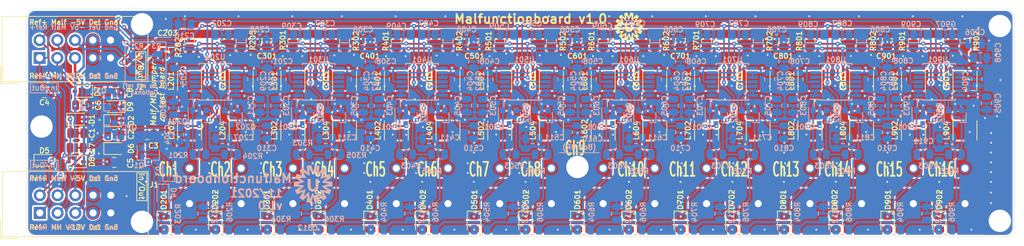
<source format=kicad_pcb>
(kicad_pcb (version 20171130) (host pcbnew "(5.1.12)-1")
  (title_block (title Malfunctionboard) (date 2021-11-24) (rev v1.0) (company "UMC Utrecht"))
  (layers (0 F.Cu signal) (31 B.Cu signal) (34 B.Paste user hide) (35 F.Paste user hide) (36 B.SilkS user) (37 F.SilkS user) (38 B.Mask user hide) (39 F.Mask user hide) (44 Edge.Cuts user))
  (net 0 "")
  (net 1 GND)
  (net 2 /Ref-)
  (net 3 /Ref+)
  (net 4 /sheet5DD8DCB3/LED_GND)
  (net 5 "Net-(C302-Pad2)")
  (net 6 "Net-(C304-Pad2)")
  (net 7 "Net-(C402-Pad2)")
  (net 8 "Net-(C404-Pad2)")
  (net 9 "Net-(C502-Pad2)")
  (net 10 "Net-(C504-Pad2)")
  (net 11 "Net-(C602-Pad2)")
  (net 12 "Net-(C604-Pad2)")
  (net 13 "Net-(C702-Pad2)")
  (net 14 "Net-(C704-Pad2)")
  (net 15 "Net-(C802-Pad2)")
  (net 16 "Net-(C804-Pad2)")
  (net 17 "Net-(C902-Pad2)")
  (net 18 "Net-(C904-Pad2)")
  (net 19 /Malf)
  (net 20 "Net-(D201-Pad2)")
  (net 21 "Net-(D201-Pad1)")
  (net 22 "Net-(D202-Pad2)")
  (net 23 "Net-(D202-Pad1)")
  (net 24 "Net-(D301-Pad2)")
  (net 25 "Net-(D301-Pad1)")
  (net 26 "Net-(D302-Pad2)")
  (net 27 "Net-(D302-Pad1)")
  (net 28 "Net-(D401-Pad2)")
  (net 29 "Net-(D401-Pad1)")
  (net 30 "Net-(D402-Pad2)")
  (net 31 "Net-(D402-Pad1)")
  (net 32 "Net-(D501-Pad2)")
  (net 33 "Net-(D501-Pad1)")
  (net 34 "Net-(D502-Pad2)")
  (net 35 "Net-(D502-Pad1)")
  (net 36 "Net-(D601-Pad2)")
  (net 37 "Net-(D601-Pad1)")
  (net 38 "Net-(D602-Pad2)")
  (net 39 "Net-(D602-Pad1)")
  (net 40 "Net-(D701-Pad2)")
  (net 41 "Net-(D701-Pad1)")
  (net 42 "Net-(D702-Pad2)")
  (net 43 "Net-(D702-Pad1)")
  (net 44 "Net-(D801-Pad2)")
  (net 45 "Net-(D801-Pad1)")
  (net 46 "Net-(D802-Pad2)")
  (net 47 "Net-(D802-Pad1)")
  (net 48 "Net-(D901-Pad2)")
  (net 49 "Net-(D901-Pad1)")
  (net 50 "Net-(D902-Pad2)")
  (net 51 "Net-(D902-Pad1)")
  (net 52 -5V)
  (net 53 +12V)
  (net 54 "Net-(J201-Pad1)")
  (net 55 "Net-(J202-Pad1)")
  (net 56 "Net-(J301-Pad1)")
  (net 57 "Net-(J302-Pad1)")
  (net 58 "Net-(J401-Pad1)")
  (net 59 "Net-(J402-Pad1)")
  (net 60 "Net-(J501-Pad1)")
  (net 61 "Net-(J502-Pad1)")
  (net 62 "Net-(J601-Pad1)")
  (net 63 "Net-(J602-Pad1)")
  (net 64 "Net-(J701-Pad1)")
  (net 65 "Net-(J702-Pad1)")
  (net 66 "Net-(J801-Pad1)")
  (net 67 "Net-(J802-Pad1)")
  (net 68 "Net-(J901-Pad1)")
  (net 69 "Net-(J902-Pad1)")
  (net 70 /sheet5DD8DCB3/Malf_in)
  (net 71 /sheet5DF3552B/Malf)
  (net 72 /sheet5DF270F1/Malf)
  (net 73 /sheet5DF270F0/Malf)
  (net 74 /sheet5DF0CFCA/Malf)
  (net 75 /sheet5DF0CFC9/Malf)
  (net 76 /sheet5DE59C6C/Malf)
  (net 77 /sheet5DD8DCB3/Malf)
  (net 78 "Net-(C205-Pad2)")
  (net 79 "Net-(C305-Pad2)")
  (net 80 "Net-(C405-Pad2)")
  (net 81 "Net-(C505-Pad2)")
  (net 82 "Net-(C605-Pad2)")
  (net 83 "Net-(C705-Pad2)")
  (net 84 "Net-(C805-Pad2)")
  (net 85 "Net-(C905-Pad2)")
  (net 86 "Net-(C303-Pad2)")
  (net 87 "Net-(C311-Pad1)")
  (net 88 "Net-(C403-Pad2)")
  (net 89 "Net-(C411-Pad1)")
  (net 90 "Net-(C503-Pad2)")
  (net 91 "Net-(C511-Pad1)")
  (net 92 "Net-(C603-Pad2)")
  (net 93 "Net-(C611-Pad1)")
  (net 94 "Net-(C703-Pad2)")
  (net 95 "Net-(C711-Pad1)")
  (net 96 "Net-(C803-Pad2)")
  (net 97 "Net-(C811-Pad1)")
  (net 98 "Net-(C903-Pad2)")
  (net 99 "Net-(C911-Pad1)")
  (net 100 "Net-(C206-Pad2)")
  (net 101 "Net-(C207-Pad1)")
  (net 102 "Net-(C209-Pad2)")
  (net 103 "Net-(C211-Pad2)")
  (net 104 /MH_1)
  (net 105 /V_detune)
  (net 106 /MH_2)
  (net 107 "Net-(D3-Pad1)")
  (net 108 "Net-(Q2-Pad3)")
  (module _Custom:UMC_logo_4mm (layer F.Cu) (at 155.445408 103.446488)
    (fp_text reference G*** hide)
    (fp_text value LOGO hide)
  )
  (module Inductor_SMD:L_1812_4532Metric (layer F.Cu) (at 203.549 111.252 90)
    (fp_text reference L903 (at 0 -2.65 90) (layer F.SilkS) (effects (font (size 0.75 0.75))))
    (fp_text value 1u)
    (pad 2 smd roundrect (at 2.1375 0 90) (size 1.125 3.4) (layers F.Cu F.Paste F.Mask) (roundrect_rratio 0.222222) (net 18 "Net-(C904-Pad2)"))
    (pad 1 smd roundrect (at -2.1375 0 90) (size 1.125 3.4) (layers F.Cu F.Paste F.Mask) (roundrect_rratio 0.222222) (net 85 "Net-(C905-Pad2)"))
  )
  (module Resistor_SMD:R_0805_2012Metric (layer B.Cu) (at 85.295408 109.646488 180)
    (fp_text reference R1 (at -0.8 -1.2) (layer B.SilkS) (effects (font (size 0.7 0.7)) (justify mirror)))
    (fp_text value R_Ref-)
    (pad 1 smd roundrect (at -0.9375 0 180) (size 0.975 1.4) (layers B.Cu B.Paste B.Mask) (net 52 -5V))
    (pad 2 smd roundrect (at 0.9375 0 180) (size 0.975 1.4) (layers B.Cu B.Paste B.Mask) (net 2 /Ref-))
  )
  (module Resistor_SMD:R_0805_2012Metric (layer B.Cu) (at 88.03 108.346488 270)
    (fp_text reference R3 (at -2.0828 0.2032 180) (layer B.SilkS) (effects (font (size 0.7 0.7)) (justify mirror)))
    (fp_text value R_Ref+)
    (pad 1 smd roundrect (at -0.9375 0 270) (size 0.975 1.4) (layers B.Cu B.Paste B.Mask) (net 3 /Ref+))
    (pad 2 smd roundrect (at 0.9375 0 270) (size 0.975 1.4) (layers B.Cu B.Paste B.Mask) (net 1 GND))
  )
  (module Resistor_SMD:R_0805_2012Metric (layer B.Cu) (at 85.295408 107.446488)
    (fp_text reference R2 (at 0 -1.2) (layer B.SilkS) (effects (font (size 0.7 0.7)) (justify mirror)))
    (fp_text value R_Ref)
    (pad 1 smd roundrect (at -0.9375 0) (size 0.975 1.4) (layers B.Cu B.Paste B.Mask) (net 2 /Ref-))
    (pad 2 smd roundrect (at 0.9375 0) (size 0.975 1.4) (layers B.Cu B.Paste B.Mask) (net 3 /Ref+))
  )
  (module _Custom:MountingHole_3.2mm_M3_plated (layer F.Cu) (at 85.7504 131.4704)
    (fp_text reference H6 hide)
    (fp_text value MH_Pad)
    (pad 1 thru_hole circle (at 0 0) (size 3.2 3.2) (drill 3.2) (layers *.Cu *.Mask) (net 1 GND))
  )
  (module _Custom:MountingHole_3.2mm_M3_plated (layer F.Cu) (at 85.7504 103.124)
    (fp_text reference H5 hide)
    (fp_text value MH_Pad)
    (pad 1 thru_hole circle (at 0 0) (size 3.2 3.2) (drill 3.2) (layers *.Cu *.Mask) (net 1 GND))
  )
  (module _Custom:MountingHole_3.2mm_M3_plated (layer F.Cu) (at 148.082 123.5964)
    (fp_text reference H7 hide)
    (fp_text value MH_Pad)
    (pad 1 thru_hole circle (at 0 0) (size 3.2 3.2) (drill 3.2) (layers *.Cu *.Mask) (net 1 GND))
  )
  (module _Custom:MountingHole_3.2mm_M3_plated (layer F.Cu) (at 208.534 131.318)
    (fp_text reference H4 hide)
    (fp_text value MH_Pad)
    (pad 1 thru_hole circle (at 0 0) (size 3.2 3.2) (drill 3.2) (layers *.Cu *.Mask) (net 1 GND))
  )
  (module _Custom:MountingHole_3.2mm_M3_plated (layer F.Cu) (at 71.374 117.798244)
    (fp_text reference H3 hide)
    (fp_text value MH_Pad)
    (pad 1 thru_hole circle (at 0 0) (size 3.2 3.2) (drill 3.2) (layers *.Cu *.Mask) (net 1 GND))
  )
  (module _Custom:MountingHole_3.2mm_M3_plated (layer F.Cu) (at 208.534 103.378)
    (fp_text reference H1 hide)
    (fp_text value MH_Pad)
    (pad 1 thru_hole circle (at 0 0) (size 3.2 3.2) (drill 3.2) (layers *.Cu *.Mask) (net 1 GND))
  )
  (module Capacitor_SMD:C_0805_2012Metric (layer B.Cu) (at 90.395408 110.346488 90)
    (fp_text reference C205 (at -0.1524 1.3208 90) (layer B.SilkS) (effects (font (size 0.75 0.75)) (justify mirror)))
    (fp_text value 470pF)
    (pad 1 smd roundrect (at -0.9375 0 90) (size 0.975 1.4) (layers B.Cu B.Paste B.Mask) (net 1 GND))
    (pad 2 smd roundrect (at 0.9375 0 90) (size 0.975 1.4) (layers B.Cu B.Paste B.Mask) (net 78 "Net-(C205-Pad2)"))
  )
  (module Capacitor_SMD:C_0805_2012Metric (layer B.Cu) (at 90.295408 115.146488 270)
    (fp_text reference C206 (at 0.1 1.5 270) (layer B.SilkS) (effects (font (size 0.75 0.75)) (justify mirror)))
    (fp_text value 470pF)
    (pad 1 smd roundrect (at -0.9375 0 270) (size 0.975 1.4) (layers B.Cu B.Paste B.Mask) (net 1 GND))
    (pad 2 smd roundrect (at 0.9375 0 270) (size 0.975 1.4) (layers B.Cu B.Paste B.Mask) (net 100 "Net-(C206-Pad2)"))
  )
  (module Capacitor_SMD:C_0805_2012Metric (layer B.Cu) (at 101.6 110.998 90)
    (fp_text reference C209 (at -0.254 1.524 90) (layer B.SilkS) (effects (font (size 0.75 0.75)) (justify mirror)))
    (fp_text value 470pF)
    (pad 2 smd roundrect (at 0.9375 0 90) (size 0.975 1.4) (layers B.Cu B.Paste B.Mask) (net 102 "Net-(C209-Pad2)"))
    (pad 1 smd roundrect (at -0.9375 0 90) (size 0.975 1.4) (layers B.Cu B.Paste B.Mask) (net 1 GND))
  )
  (module Capacitor_SMD:C_0805_2012Metric (layer B.Cu) (at 102.616 114.808 90)
    (fp_text reference C211 (at 0 -1.27 90) (layer B.SilkS) (effects (font (size 0.75 0.75)) (justify mirror)))
    (fp_text value 470pF)
    (pad 2 smd roundrect (at 0.9375 0 90) (size 0.975 1.4) (layers B.Cu B.Paste B.Mask) (net 103 "Net-(C211-Pad2)"))
    (pad 1 smd roundrect (at -0.9375 0 90) (size 0.975 1.4) (layers B.Cu B.Paste B.Mask) (net 1 GND))
  )
  (module Capacitor_SMD:C_0805_2012Metric (layer B.Cu) (at 97.256601 119.507 180)
    (fp_text reference C207 (at -3.073399 0.127) (layer B.SilkS) (effects (font (size 0.75 0.75)) (justify mirror)))
    (fp_text value 470pF)
    (pad 1 smd roundrect (at -0.9375 0 180) (size 0.975 1.4) (layers B.Cu B.Paste B.Mask) (net 101 "Net-(C207-Pad1)"))
    (pad 2 smd roundrect (at 0.9375 0 180) (size 0.975 1.4) (layers B.Cu B.Paste B.Mask) (net 1 GND))
  )
  (module Capacitor_SMD:C_0805_2012Metric (layer B.Cu) (at 105.664 110.998 90)
    (fp_text reference C302 (at -0.254 -1.3335 90) (layer B.SilkS) (effects (font (size 0.75 0.75)) (justify mirror)))
    (fp_text value 470pF)
    (pad 1 smd roundrect (at -0.9375 0 90) (size 0.975 1.4) (layers B.Cu B.Paste B.Mask) (net 1 GND))
    (pad 2 smd roundrect (at 0.9375 0 90) (size 0.975 1.4) (layers B.Cu B.Paste B.Mask) (net 5 "Net-(C302-Pad2)"))
  )
  (module Capacitor_SMD:C_0805_2012Metric (layer B.Cu) (at 104.902 114.808 90)
    (fp_text reference C303 (at 0 1.524 90) (layer B.SilkS) (effects (font (size 0.75 0.75)) (justify mirror)))
    (fp_text value 470pF)
    (pad 1 smd roundrect (at -0.9375 0 90) (size 0.975 1.4) (layers B.Cu B.Paste B.Mask) (net 1 GND))
    (pad 2 smd roundrect (at 0.9375 0 90) (size 0.975 1.4) (layers B.Cu B.Paste B.Mask) (net 86 "Net-(C303-Pad2)"))
  )
  (module Capacitor_SMD:C_0805_2012Metric (layer B.Cu) (at 112.056601 119.507 180)
    (fp_text reference C311 (at -3.005399 0.127 180) (layer B.SilkS) (effects (font (size 0.75 0.75)) (justify mirror)))
    (fp_text value 470pF)
    (pad 2 smd roundrect (at 0.9375 0 180) (size 0.975 1.4) (layers B.Cu B.Paste B.Mask) (net 1 GND))
    (pad 1 smd roundrect (at -0.9375 0 180) (size 0.975 1.4) (layers B.Cu B.Paste B.Mask) (net 87 "Net-(C311-Pad1)"))
  )
  (module Capacitor_SMD:C_0805_2012Metric (layer B.Cu) (at 126.856601 119.507 180)
    (fp_text reference C411 (at -2.937399 0.127 180) (layer B.SilkS) (effects (font (size 0.75 0.75)) (justify mirror)))
    (fp_text value 470pF)
    (pad 2 smd roundrect (at 0.9375 0 180) (size 0.975 1.4) (layers B.Cu B.Paste B.Mask) (net 1 GND))
    (pad 1 smd roundrect (at -0.9375 0 180) (size 0.975 1.4) (layers B.Cu B.Paste B.Mask) (net 89 "Net-(C411-Pad1)"))
  )
  (module Capacitor_SMD:C_0805_2012Metric (layer B.Cu) (at 141.656601 119.507 180)
    (fp_text reference C511 (at -3.123399 0.127 180) (layer B.SilkS) (effects (font (size 0.75 0.75)) (justify mirror)))
    (fp_text value 470pF)
    (pad 2 smd roundrect (at 0.9375 0 180) (size 0.975 1.4) (layers B.Cu B.Paste B.Mask) (net 1 GND))
    (pad 1 smd roundrect (at -0.9375 0 180) (size 0.975 1.4) (layers B.Cu B.Paste B.Mask) (net 91 "Net-(C511-Pad1)"))
  )
  (module Capacitor_SMD:C_0805_2012Metric (layer B.Cu) (at 156.456601 119.507 180)
    (fp_text reference C611 (at -3.055399 0.127 180) (layer B.SilkS) (effects (font (size 0.75 0.75)) (justify mirror)))
    (fp_text value 470pF)
    (pad 2 smd roundrect (at 0.9375 0 180) (size 0.975 1.4) (layers B.Cu B.Paste B.Mask) (net 1 GND))
    (pad 1 smd roundrect (at -0.9375 0 180) (size 0.975 1.4) (layers B.Cu B.Paste B.Mask) (net 93 "Net-(C611-Pad1)"))
  )
  (module Capacitor_SMD:C_0805_2012Metric (layer B.Cu) (at 171.256601 119.507 180)
    (fp_text reference C711 (at -3.241399 0.127 180) (layer B.SilkS) (effects (font (size 0.75 0.75)) (justify mirror)))
    (fp_text value 470pF)
    (pad 2 smd roundrect (at 0.9375 0 180) (size 0.975 1.4) (layers B.Cu B.Paste B.Mask) (net 1 GND))
    (pad 1 smd roundrect (at -0.9375 0 180) (size 0.975 1.4) (layers B.Cu B.Paste B.Mask) (net 95 "Net-(C711-Pad1)"))
  )
  (module Capacitor_SMD:C_0805_2012Metric (layer B.Cu) (at 186.056601 119.507 180)
    (fp_text reference C811 (at -3.173399 0.127 180) (layer B.SilkS) (effects (font (size 0.75 0.75)) (justify mirror)))
    (fp_text value 470pF)
    (pad 2 smd roundrect (at 0.9375 0 180) (size 0.975 1.4) (layers B.Cu B.Paste B.Mask) (net 1 GND))
    (pad 1 smd roundrect (at -0.9375 0 180) (size 0.975 1.4) (layers B.Cu B.Paste B.Mask) (net 97 "Net-(C811-Pad1)"))
  )
  (module Capacitor_SMD:C_0805_2012Metric (layer B.Cu) (at 205.24 110.9975 90)
    (fp_text reference C904 (at -0.254 -1.6256 90) (layer B.SilkS) (effects (font (size 0.75 0.75)) (justify mirror)))
    (fp_text value 470pF)
    (pad 2 smd roundrect (at 0.9375 0 90) (size 0.975 1.4) (layers B.Cu B.Paste B.Mask) (net 18 "Net-(C904-Pad2)"))
    (pad 1 smd roundrect (at -0.9375 0 90) (size 0.975 1.4) (layers B.Cu B.Paste B.Mask) (net 1 GND))
  )
  (module Capacitor_SMD:C_0805_2012Metric (layer B.Cu) (at 206.629 114.446488 90)
    (fp_text reference C905 (at 0 1.65 90) (layer B.SilkS) (effects (font (size 0.75 0.75)) (justify mirror)))
    (fp_text value 470pF)
    (pad 1 smd roundrect (at -0.9375 0 90) (size 0.975 1.4) (layers B.Cu B.Paste B.Mask) (net 1 GND))
    (pad 2 smd roundrect (at 0.9375 0 90) (size 0.975 1.4) (layers B.Cu B.Paste B.Mask) (net 85 "Net-(C905-Pad2)"))
  )
  (module Capacitor_SMD:C_0805_2012Metric (layer B.Cu) (at 200.856601 119.507 180)
    (fp_text reference C911 (at 3.244601 -0.381 180) (layer B.SilkS) (effects (font (size 0.75 0.75)) (justify mirror)))
    (fp_text value 470pF)
    (pad 2 smd roundrect (at 0.9375 0 180) (size 0.975 1.4) (layers B.Cu B.Paste B.Mask) (net 1 GND))
    (pad 1 smd roundrect (at -0.9375 0 180) (size 0.975 1.4) (layers B.Cu B.Paste B.Mask) (net 99 "Net-(C911-Pad1)"))
  )
  (module Diode_SMD:D_SOD-323 (layer F.Cu) (at 76.495408 116.746488)
    (fp_text reference D1 (at 2.1 0 270) (layer F.SilkS) (effects (font (size 0.75 0.75))))
    (fp_text value 15V)
    (pad 2 smd rect (at 1.05 0) (size 0.6 0.45) (layers F.Cu F.Paste F.Mask) (net 1 GND))
    (pad 1 smd rect (at -1.05 0) (size 0.6 0.45) (layers F.Cu F.Paste F.Mask) (net 19 /Malf))
  )
  (module Diode_SMD:D_SOD-323 (layer F.Cu) (at 81.795408 116.946488)
    (fp_text reference D2 (at 2.4 0 90) (layer F.SilkS) (effects (font (size 0.75 0.75))))
    (fp_text value 15V)
    (pad 1 smd rect (at -1.05 0) (size 0.6 0.45) (layers F.Cu F.Paste F.Mask) (net 104 /MH_1))
    (pad 2 smd rect (at 1.05 0) (size 0.6 0.45) (layers F.Cu F.Paste F.Mask) (net 1 GND))
  )
  (module Diode_SMD:D_SOD-323 (layer B.Cu) (at 89.595408 124.172 90)
    (fp_text reference D3 (at -0.0254 -1.4224 270) (layer B.SilkS) (effects (font (size 0.75 0.75)) (justify mirror)))
    (fp_text value 5.4V)
    (pad 2 smd rect (at 1.05 0 90) (size 0.6 0.45) (layers B.Cu B.Paste B.Mask) (net 105 /V_detune))
    (pad 1 smd rect (at -1.05 0 90) (size 0.6 0.45) (layers B.Cu B.Paste B.Mask) (net 107 "Net-(D3-Pad1)"))
  )
  (module Diode_SMD:D_SOD-323 (layer B.Cu) (at 88.7476 127.5588 270)
    (fp_text reference D4 (at -0.3048 -1.5748 270) (layer B.SilkS) (effects (font (size 0.75 0.75)) (justify mirror)))
    (fp_text value 12V)
    (pad 2 smd rect (at 1.05 0 270) (size 0.6 0.45) (layers B.Cu B.Paste B.Mask) (net 1 GND))
    (pad 1 smd rect (at -1.05 0 270) (size 0.6 0.45) (layers B.Cu B.Paste B.Mask) (net 107 "Net-(D3-Pad1)"))
  )
  (module Diode_SMD:D_SOD-323 (layer F.Cu) (at 71.795408 122.646488)
    (fp_text reference D5 (at 0 -1.4 180) (layer F.SilkS) (effects (font (size 0.75 0.75))))
    (fp_text value 5.4V)
    (pad 2 smd rect (at 1.05 0) (size 0.6 0.45) (layers F.Cu F.Paste F.Mask) (net 2 /Ref-))
    (pad 1 smd rect (at -1.05 0) (size 0.6 0.45) (layers F.Cu F.Paste F.Mask) (net 1 GND))
  )
  (module Diode_SMD:D_SOD-323 (layer F.Cu) (at 76.295408 122.846488 180)
    (fp_text reference D8 (at -2.3 0 270) (layer F.SilkS) (effects (font (size 0.75 0.75))))
    (fp_text value 5.4V)
    (pad 2 smd rect (at 1.05 0 180) (size 0.6 0.45) (layers F.Cu F.Paste F.Mask) (net 3 /Ref+))
    (pad 1 smd rect (at -1.05 0 180) (size 0.6 0.45) (layers F.Cu F.Paste F.Mask) (net 1 GND))
  )
  (module Diode_SMD:D_SOD-323 (layer F.Cu) (at 81.795408 114.946488 180)
    (fp_text reference D9 (at -2.3 0 90) (layer F.SilkS) (effects (font (size 0.75 0.75))))
    (fp_text value 15V)
    (pad 1 smd rect (at -1.05 0 180) (size 0.6 0.45) (layers F.Cu F.Paste F.Mask) (net 106 /MH_2))
    (pad 2 smd rect (at 1.05 0 180) (size 0.6 0.45) (layers F.Cu F.Paste F.Mask) (net 1 GND))
  )
  (module LED_SMD:LED_0805_2012Metric (layer F.Cu) (at 88.8619 131.62026 270)
    (fp_text reference D201 (at -3.35026 -0.0381 90) (layer F.SilkS) (effects (font (size 0.75 0.75))))
    (fp_text value LED)
    (pad 1 smd roundrect (at -0.9375 0 270) (size 0.975 1.4) (layers F.Cu F.Paste F.Mask) (net 21 "Net-(D201-Pad1)"))
    (pad 2 smd roundrect (at 0.9375 0 270) (size 0.975 1.4) (layers F.Cu F.Paste F.Mask) (net 20 "Net-(D201-Pad2)"))
  )
  (module LED_SMD:LED_0805_2012Metric (layer F.Cu) (at 96.2533 131.62026 270)
    (fp_text reference D202 (at -3.35026 -0.0127 90) (layer F.SilkS) (effects (font (size 0.75 0.75))))
    (fp_text value LED)
    (pad 1 smd roundrect (at -0.9375 0 270) (size 0.975 1.4) (layers F.Cu F.Paste F.Mask) (net 23 "Net-(D202-Pad1)"))
    (pad 2 smd roundrect (at 0.9375 0 270) (size 0.975 1.4) (layers F.Cu F.Paste F.Mask) (net 22 "Net-(D202-Pad2)"))
  )
  (module LED_SMD:LED_0805_2012Metric (layer F.Cu) (at 103.6619 131.62026 270)
    (fp_text reference D301 (at -3.35026 0.0299 90) (layer F.SilkS) (effects (font (size 0.75 0.75))))
    (fp_text value LED)
    (pad 2 smd roundrect (at 0.9375 0 270) (size 0.975 1.4) (layers F.Cu F.Paste F.Mask) (net 24 "Net-(D301-Pad2)"))
    (pad 1 smd roundrect (at -0.9375 0 270) (size 0.975 1.4) (layers F.Cu F.Paste F.Mask) (net 25 "Net-(D301-Pad1)"))
  )
  (module LED_SMD:LED_0805_2012Metric (layer F.Cu) (at 111.0533 131.62026 270)
    (fp_text reference D302 (at -3.35026 0.0553 90) (layer F.SilkS) (effects (font (size 0.75 0.75))))
    (fp_text value LED)
    (pad 2 smd roundrect (at 0.9375 0 270) (size 0.975 1.4) (layers F.Cu F.Paste F.Mask) (net 26 "Net-(D302-Pad2)"))
    (pad 1 smd roundrect (at -0.9375 0 270) (size 0.975 1.4) (layers F.Cu F.Paste F.Mask) (net 27 "Net-(D302-Pad1)"))
  )
  (module LED_SMD:LED_0805_2012Metric (layer F.Cu) (at 118.4619 131.62026 270)
    (fp_text reference D401 (at -3.35026 0.0979 90) (layer F.SilkS) (effects (font (size 0.75 0.75))))
    (fp_text value LED)
    (pad 2 smd roundrect (at 0.9375 0 270) (size 0.975 1.4) (layers F.Cu F.Paste F.Mask) (net 28 "Net-(D401-Pad2)"))
    (pad 1 smd roundrect (at -0.9375 0 270) (size 0.975 1.4) (layers F.Cu F.Paste F.Mask) (net 29 "Net-(D401-Pad1)"))
  )
  (module LED_SMD:LED_0805_2012Metric (layer F.Cu) (at 125.8533 131.62026 270)
    (fp_text reference D402 (at -3.35026 -0.1307 90) (layer F.SilkS) (effects (font (size 0.75 0.75))))
    (fp_text value LED)
    (pad 2 smd roundrect (at 0.9375 0 270) (size 0.975 1.4) (layers F.Cu F.Paste F.Mask) (net 30 "Net-(D402-Pad2)"))
    (pad 1 smd roundrect (at -0.9375 0 270) (size 0.975 1.4) (layers F.Cu F.Paste F.Mask) (net 31 "Net-(D402-Pad1)"))
  )
  (module LED_SMD:LED_0805_2012Metric (layer F.Cu) (at 133.2619 131.62026 270)
    (fp_text reference D501 (at -3.35026 -0.0881 90) (layer F.SilkS) (effects (font (size 0.75 0.75))))
    (fp_text value LED)
    (pad 2 smd roundrect (at 0.9375 0 270) (size 0.975 1.4) (layers F.Cu F.Paste F.Mask) (net 32 "Net-(D501-Pad2)"))
    (pad 1 smd roundrect (at -0.9375 0 270) (size 0.975 1.4) (layers F.Cu F.Paste F.Mask) (net 33 "Net-(D501-Pad1)"))
  )
  (module LED_SMD:LED_0805_2012Metric (layer F.Cu) (at 140.6533 131.62026 270)
    (fp_text reference D502 (at -3.35026 -0.0627 90) (layer F.SilkS) (effects (font (size 0.75 0.75))))
    (fp_text value LED)
    (pad 2 smd roundrect (at 0.9375 0 270) (size 0.975 1.4) (layers F.Cu F.Paste F.Mask) (net 34 "Net-(D502-Pad2)"))
    (pad 1 smd roundrect (at -0.9375 0 270) (size 0.975 1.4) (layers F.Cu F.Paste F.Mask) (net 35 "Net-(D502-Pad1)"))
  )
  (module LED_SMD:LED_0805_2012Metric (layer F.Cu) (at 148.0619 131.62026 270)
    (fp_text reference D601 (at -3.35026 -0.0201 90) (layer F.SilkS) (effects (font (size 0.75 0.75))))
    (fp_text value LED)
    (pad 2 smd roundrect (at 0.9375 0 270) (size 0.975 1.4) (layers F.Cu F.Paste F.Mask) (net 36 "Net-(D601-Pad2)"))
    (pad 1 smd roundrect (at -0.9375 0 270) (size 0.975 1.4) (layers F.Cu F.Paste F.Mask) (net 37 "Net-(D601-Pad1)"))
  )
  (module LED_SMD:LED_0805_2012Metric (layer F.Cu) (at 155.4533 131.62026 270)
    (fp_text reference D602 (at -3.35026 0.0053 90) (layer F.SilkS) (effects (font (size 0.75 0.75))))
    (fp_text value LED)
    (pad 2 smd roundrect (at 0.9375 0 270) (size 0.975 1.4) (layers F.Cu F.Paste F.Mask) (net 38 "Net-(D602-Pad2)"))
    (pad 1 smd roundrect (at -0.9375 0 270) (size 0.975 1.4) (layers F.Cu F.Paste F.Mask) (net 39 "Net-(D602-Pad1)"))
  )
  (module LED_SMD:LED_0805_2012Metric (layer F.Cu) (at 162.8619 131.62026 270)
    (fp_text reference D701 (at -3.35026 0.0479 90) (layer F.SilkS) (effects (font (size 0.75 0.75))))
    (fp_text value LED)
    (pad 2 smd roundrect (at 0.9375 0 270) (size 0.975 1.4) (layers F.Cu F.Paste F.Mask) (net 40 "Net-(D701-Pad2)"))
    (pad 1 smd roundrect (at -0.9375 0 270) (size 0.975 1.4) (layers F.Cu F.Paste F.Mask) (net 41 "Net-(D701-Pad1)"))
  )
  (module LED_SMD:LED_0805_2012Metric (layer F.Cu) (at 170.2533 131.62026 270)
    (fp_text reference D702 (at -3.35026 0.0733 90) (layer F.SilkS) (effects (font (size 0.75 0.75))))
    (fp_text value LED)
    (pad 2 smd roundrect (at 0.9375 0 270) (size 0.975 1.4) (layers F.Cu F.Paste F.Mask) (net 42 "Net-(D702-Pad2)"))
    (pad 1 smd roundrect (at -0.9375 0 270) (size 0.975 1.4) (layers F.Cu F.Paste F.Mask) (net 43 "Net-(D702-Pad1)"))
  )
  (module LED_SMD:LED_0805_2012Metric (layer F.Cu) (at 177.6619 131.62026 270)
    (fp_text reference D801 (at -3.35026 0.1159 90) (layer F.SilkS) (effects (font (size 0.75 0.75))))
    (fp_text value LED)
    (pad 2 smd roundrect (at 0.9375 0 270) (size 0.975 1.4) (layers F.Cu F.Paste F.Mask) (net 44 "Net-(D801-Pad2)"))
    (pad 1 smd roundrect (at -0.9375 0 270) (size 0.975 1.4) (layers F.Cu F.Paste F.Mask) (net 45 "Net-(D801-Pad1)"))
  )
  (module LED_SMD:LED_0805_2012Metric (layer F.Cu) (at 185.0533 131.62026 270)
    (fp_text reference D802 (at -3.35026 0.1413 90) (layer F.SilkS) (effects (font (size 0.75 0.75))))
    (fp_text value LED)
    (pad 2 smd roundrect (at 0.9375 0 270) (size 0.975 1.4) (layers F.Cu F.Paste F.Mask) (net 46 "Net-(D802-Pad2)"))
    (pad 1 smd roundrect (at -0.9375 0 270) (size 0.975 1.4) (layers F.Cu F.Paste F.Mask) (net 47 "Net-(D802-Pad1)"))
  )
  (module LED_SMD:LED_0805_2012Metric (layer F.Cu) (at 192.4619 131.62026 270)
    (fp_text reference D901 (at -3.35026 -0.0701 90) (layer F.SilkS) (effects (font (size 0.75 0.75))))
    (fp_text value LED)
    (pad 2 smd roundrect (at 0.9375 0 270) (size 0.975 1.4) (layers F.Cu F.Paste F.Mask) (net 48 "Net-(D901-Pad2)"))
    (pad 1 smd roundrect (at -0.9375 0 270) (size 0.975 1.4) (layers F.Cu F.Paste F.Mask) (net 49 "Net-(D901-Pad1)"))
  )
  (module LED_SMD:LED_0805_2012Metric (layer F.Cu) (at 199.8533 131.62026 270)
    (fp_text reference D902 (at -3.35026 -0.0447 90) (layer F.SilkS) (effects (font (size 0.75 0.75))))
    (fp_text value LED)
    (pad 2 smd roundrect (at 0.9375 0 270) (size 0.975 1.4) (layers F.Cu F.Paste F.Mask) (net 50 "Net-(D902-Pad2)"))
    (pad 1 smd roundrect (at -0.9375 0 270) (size 0.975 1.4) (layers F.Cu F.Paste F.Mask) (net 51 "Net-(D902-Pad1)"))
  )
  (module Connector_IDC:IDC-Header_2x05_P2.54mm_Vertical (layer F.Cu) (at 71.0946 107.95 90)
    (fp_text reference J2 (at -4.196488 14.300808) (layer F.SilkS) (effects (font (size 0.75 0.75))))
    (fp_text value In/out)
    (pad 1 thru_hole rect (at 0 0 90) (size 1.7272 1.7272) (drill 1.016) (layers *.Cu *.Mask) (net 2 /Ref-))
    (pad 2 thru_hole oval (at 2.54 0 90) (size 1.7272 1.7272) (drill 1.016) (layers *.Cu *.Mask) (net 3 /Ref+))
    (pad 3 thru_hole oval (at 0 2.54 90) (size 1.7272 1.7272) (drill 1.016) (layers *.Cu *.Mask) (net 106 /MH_2))
    (pad 4 thru_hole oval (at 2.54 2.54 90) (size 1.7272 1.7272) (drill 1.016) (layers *.Cu *.Mask) (net 19 /Malf))
    (pad 5 thru_hole oval (at 0 5.08 90) (size 1.7272 1.7272) (drill 1.016) (layers *.Cu *.Mask) (net 53 +12V))
    (pad 6 thru_hole oval (at 2.54 5.08 90) (size 1.7272 1.7272) (drill 1.016) (layers *.Cu *.Mask) (net 52 -5V))
    (pad 7 thru_hole oval (at 0 7.62 90) (size 1.7272 1.7272) (drill 1.016) (layers *.Cu *.Mask) (net 105 /V_detune))
    (pad 8 thru_hole oval (at 2.54 7.62 90) (size 1.7272 1.7272) (drill 1.016) (layers *.Cu *.Mask) (net 105 /V_detune))
    (pad 9 thru_hole oval (at 0 10.16 90) (size 1.7272 1.7272) (drill 1.016) (layers *.Cu *.Mask) (net 1 GND))
    (pad 10 thru_hole oval (at 2.54 10.16 90) (size 1.7272 1.7272) (drill 1.016) (layers *.Cu *.Mask) (net 1 GND))
  )
  (module Connector_IDC:IDC-Header_2x05_P2.54mm_Vertical (layer F.Cu) (at 71.135408 130.186488 90)
    (fp_text reference J1 (at 4.04 16.36) (layer F.SilkS) (effects (font (size 0.75 0.75))))
    (fp_text value In/out)
    (pad 1 thru_hole rect (at 0 0 90) (size 1.7272 1.7272) (drill 1.016) (layers *.Cu *.Mask) (net 2 /Ref-))
    (pad 2 thru_hole oval (at 2.54 0 90) (size 1.7272 1.7272) (drill 1.016) (layers *.Cu *.Mask) (net 3 /Ref+))
    (pad 3 thru_hole oval (at 0 2.54 90) (size 1.7272 1.7272) (drill 1.016) (layers *.Cu *.Mask) (net 104 /MH_1))
    (pad 4 thru_hole oval (at 2.54 2.54 90) (size 1.7272 1.7272) (drill 1.016) (layers *.Cu *.Mask) (net 19 /Malf))
    (pad 5 thru_hole oval (at 0 5.08 90) (size 1.7272 1.7272) (drill 1.016) (layers *.Cu *.Mask) (net 53 +12V))
    (pad 6 thru_hole oval (at 2.54 5.08 90) (size 1.7272 1.7272) (drill 1.016) (layers *.Cu *.Mask) (net 52 -5V))
    (pad 7 thru_hole oval (at 0 7.62 90) (size 1.7272 1.7272) (drill 1.016) (layers *.Cu *.Mask) (net 105 /V_detune))
    (pad 8 thru_hole oval (at 2.54 7.62 90) (size 1.7272 1.7272) (drill 1.016) (layers *.Cu *.Mask) (net 105 /V_detune))
    (pad 9 thru_hole oval (at 0 10.16 90) (size 1.7272 1.7272) (drill 1.016) (layers *.Cu *.Mask) (net 1 GND))
    (pad 10 thru_hole oval (at 2.54 10.16 90) (size 1.7272 1.7272) (drill 1.016) (layers *.Cu *.Mask) (net 1 GND))
  )
  (module Inductor_SMD:L_1812_4532Metric (layer F.Cu) (at 92.5576 111.252 90)
    (fp_text reference L201 (at 0 -2.6416 270) (layer F.SilkS) (effects (font (size 0.75 0.75))))
    (fp_text value 1u)
    (pad 1 smd roundrect (at -2.1375 0 90) (size 1.125 3.4) (layers F.Cu F.Paste F.Mask) (roundrect_rratio 0.222222) (net 100 "Net-(C206-Pad2)"))
    (pad 2 smd roundrect (at 2.1375 0 90) (size 1.125 3.4) (layers F.Cu F.Paste F.Mask) (roundrect_rratio 0.222222) (net 78 "Net-(C205-Pad2)"))
  )
  (module Inductor_SMD:L_1812_4532Metric (layer F.Cu) (at 92.5576 118.364 90)
    (fp_text reference L202 (at 0.0508 -2.5908 270) (layer F.SilkS) (effects (font (size 0.75 0.75))))
    (fp_text value 1u)
    (pad 1 smd roundrect (at -2.1375 0 90) (size 1.125 3.4) (layers F.Cu F.Paste F.Mask) (roundrect_rratio 0.222222) (net 54 "Net-(J201-Pad1)"))
    (pad 2 smd roundrect (at 2.1375 0 90) (size 1.125 3.4) (layers F.Cu F.Paste F.Mask) (roundrect_rratio 0.222222) (net 100 "Net-(C206-Pad2)"))
  )
  (module Inductor_SMD:L_1812_4532Metric (layer F.Cu) (at 99.949 111.252 90)
    (fp_text reference L203 (at 0 -2.667 270) (layer F.SilkS) (effects (font (size 0.75 0.75))))
    (fp_text value 1u)
    (pad 1 smd roundrect (at -2.1375 0 90) (size 1.125 3.4) (layers F.Cu F.Paste F.Mask) (roundrect_rratio 0.222222) (net 103 "Net-(C211-Pad2)"))
    (pad 2 smd roundrect (at 2.1375 0 90) (size 1.125 3.4) (layers F.Cu F.Paste F.Mask) (roundrect_rratio 0.222222) (net 102 "Net-(C209-Pad2)"))
  )
  (module Inductor_SMD:L_1812_4532Metric (layer F.Cu) (at 99.949 118.364 90)
    (fp_text reference L204 (at 0 -2.667 270) (layer F.SilkS) (effects (font (size 0.75 0.75))))
    (fp_text value 1u)
    (pad 1 smd roundrect (at -2.1375 0 90) (size 1.125 3.4) (layers F.Cu F.Paste F.Mask) (roundrect_rratio 0.222222) (net 55 "Net-(J202-Pad1)"))
    (pad 2 smd roundrect (at 2.1375 0 90) (size 1.125 3.4) (layers F.Cu F.Paste F.Mask) (roundrect_rratio 0.222222) (net 103 "Net-(C211-Pad2)"))
  )
  (module Inductor_SMD:L_1812_4532Metric (layer F.Cu) (at 107.3576 111.252 90)
    (fp_text reference L301 (at 0 -2.65 90) (layer F.SilkS) (effects (font (size 0.75 0.75))))
    (fp_text value 1u)
    (pad 2 smd roundrect (at 2.1375 0 90) (size 1.125 3.4) (layers F.Cu F.Paste F.Mask) (roundrect_rratio 0.222222) (net 5 "Net-(C302-Pad2)"))
    (pad 1 smd roundrect (at -2.1375 0 90) (size 1.125 3.4) (layers F.Cu F.Paste F.Mask) (roundrect_rratio 0.222222) (net 86 "Net-(C303-Pad2)"))
  )
  (module Inductor_SMD:L_1812_4532Metric (layer F.Cu) (at 107.3576 118.364 90)
    (fp_text reference L302 (at 0 -2.65 90) (layer F.SilkS) (effects (font (size 0.75 0.75))))
    (fp_text value 1u)
    (pad 2 smd roundrect (at 2.1375 0 90) (size 1.125 3.4) (layers F.Cu F.Paste F.Mask) (roundrect_rratio 0.222222) (net 86 "Net-(C303-Pad2)"))
    (pad 1 smd roundrect (at -2.1375 0 90) (size 1.125 3.4) (layers F.Cu F.Paste F.Mask) (roundrect_rratio 0.222222) (net 56 "Net-(J301-Pad1)"))
  )
  (module Inductor_SMD:L_1812_4532Metric (layer F.Cu) (at 114.749 111.252 90)
    (fp_text reference L303 (at 0 -2.65 90) (layer F.SilkS) (effects (font (size 0.75 0.75))))
    (fp_text value 1u)
    (pad 2 smd roundrect (at 2.1375 0 90) (size 1.125 3.4) (layers F.Cu F.Paste F.Mask) (roundrect_rratio 0.222222) (net 6 "Net-(C304-Pad2)"))
    (pad 1 smd roundrect (at -2.1375 0 90) (size 1.125 3.4) (layers F.Cu F.Paste F.Mask) (roundrect_rratio 0.222222) (net 79 "Net-(C305-Pad2)"))
  )
  (module Inductor_SMD:L_1812_4532Metric (layer F.Cu) (at 114.749 118.364 90)
    (fp_text reference L304 (at 0 -2.65 90) (layer F.SilkS) (effects (font (size 0.75 0.75))))
    (fp_text value 1u)
    (pad 2 smd roundrect (at 2.1375 0 90) (size 1.125 3.4) (layers F.Cu F.Paste F.Mask) (roundrect_rratio 0.222222) (net 79 "Net-(C305-Pad2)"))
    (pad 1 smd roundrect (at -2.1375 0 90) (size 1.125 3.4) (layers F.Cu F.Paste F.Mask) (roundrect_rratio 0.222222) (net 57 "Net-(J302-Pad1)"))
  )
  (module Inductor_SMD:L_1812_4532Metric (layer F.Cu) (at 122.1576 111.252 90)
    (fp_text reference L401 (at 0 -2.65 90) (layer F.SilkS) (effects (font (size 0.75 0.75))))
    (fp_text value 1u)
    (pad 2 smd roundrect (at 2.1375 0 90) (size 1.125 3.4) (layers F.Cu F.Paste F.Mask) (roundrect_rratio 0.222222) (net 7 "Net-(C402-Pad2)"))
    (pad 1 smd roundrect (at -2.1375 0 90) (size 1.125 3.4) (layers F.Cu F.Paste F.Mask) (roundrect_rratio 0.222222) (net 88 "Net-(C403-Pad2)"))
  )
  (module Inductor_SMD:L_1812_4532Metric (layer F.Cu) (at 122.1576 118.364 90)
    (fp_text reference L402 (at 0 -2.65 90) (layer F.SilkS) (effects (font (size 0.75 0.75))))
    (fp_text value 1u)
    (pad 2 smd roundrect (at 2.1375 0 90) (size 1.125 3.4) (layers F.Cu F.Paste F.Mask) (roundrect_rratio 0.222222) (net 88 "Net-(C403-Pad2)"))
    (pad 1 smd roundrect (at -2.1375 0 90) (size 1.125 3.4) (layers F.Cu F.Paste F.Mask) (roundrect_rratio 0.222222) (net 58 "Net-(J401-Pad1)"))
  )
  (module Inductor_SMD:L_1812_4532Metric (layer F.Cu) (at 129.549 111.252 90)
    (fp_text reference L403 (at 0 -2.65 90) (layer F.SilkS) (effects (font (size 0.75 0.75))))
    (fp_text value 1u)
    (pad 2 smd roundrect (at 2.1375 0 90) (size 1.125 3.4) (layers F.Cu F.Paste F.Mask) (roundrect_rratio 0.222222) (net 8 "Net-(C404-Pad2)"))
    (pad 1 smd roundrect (at -2.1375 0 90) (size 1.125 3.4) (layers F.Cu F.Paste F.Mask) (roundrect_rratio 0.222222) (net 80 "Net-(C405-Pad2)"))
  )
  (module Inductor_SMD:L_1812_4532Metric (layer F.Cu) (at 129.549 118.364 90)
    (fp_text reference L404 (at 0 -2.65 90) (layer F.SilkS) (effects (font (size 0.75 0.75))))
    (fp_text value 1u)
    (pad 2 smd roundrect (at 2.1375 0 90) (size 1.125 3.4) (layers F.Cu F.Paste F.Mask) (roundrect_rratio 0.222222) (net 80 "Net-(C405-Pad2)"))
    (pad 1 smd roundrect (at -2.1375 0 90) (size 1.125 3.4) (layers F.Cu F.Paste F.Mask) (roundrect_rratio 0.222222) (net 59 "Net-(J402-Pad1)"))
  )
  (module Inductor_SMD:L_1812_4532Metric (layer F.Cu) (at 136.9576 111.252 90)
    (fp_text reference L501 (at 0 -2.65 90) (layer F.SilkS) (effects (font (size 0.75 0.75))))
    (fp_text value 1u)
    (pad 2 smd roundrect (at 2.1375 0 90) (size 1.125 3.4) (layers F.Cu F.Paste F.Mask) (roundrect_rratio 0.222222) (net 9 "Net-(C502-Pad2)"))
    (pad 1 smd roundrect (at -2.1375 0 90) (size 1.125 3.4) (layers F.Cu F.Paste F.Mask) (roundrect_rratio 0.222222) (net 90 "Net-(C503-Pad2)"))
  )
  (module Inductor_SMD:L_1812_4532Metric (layer F.Cu) (at 136.9576 118.364 90)
    (fp_text reference L502 (at 0 -2.65 90) (layer F.SilkS) (effects (font (size 0.75 0.75))))
    (fp_text value 1u)
    (pad 2 smd roundrect (at 2.1375 0 90) (size 1.125 3.4) (layers F.Cu F.Paste F.Mask) (roundrect_rratio 0.222222) (net 90 "Net-(C503-Pad2)"))
    (pad 1 smd roundrect (at -2.1375 0 90) (size 1.125 3.4) (layers F.Cu F.Paste F.Mask) (roundrect_rratio 0.222222) (net 60 "Net-(J501-Pad1)"))
  )
  (module Inductor_SMD:L_1812_4532Metric (layer F.Cu) (at 144.349 111.252 90)
    (fp_text reference L503 (at 0 -2.65 90) (layer F.SilkS) (effects (font (size 0.75 0.75))))
    (fp_text value 1u)
    (pad 2 smd roundrect (at 2.1375 0 90) (size 1.125 3.4) (layers F.Cu F.Paste F.Mask) (roundrect_rratio 0.222222) (net 10 "Net-(C504-Pad2)"))
    (pad 1 smd roundrect (at -2.1375 0 90) (size 1.125 3.4) (layers F.Cu F.Paste F.Mask) (roundrect_rratio 0.222222) (net 81 "Net-(C505-Pad2)"))
  )
  (module Inductor_SMD:L_1812_4532Metric (layer F.Cu) (at 144.349 118.364 90)
    (fp_text reference L504 (at 0 -2.65 90) (layer F.SilkS) (effects (font (size 0.75 0.75))))
    (fp_text value 1u)
    (pad 2 smd roundrect (at 2.1375 0 90) (size 1.125 3.4) (layers F.Cu F.Paste F.Mask) (roundrect_rratio 0.222222) (net 81 "Net-(C505-Pad2)"))
    (pad 1 smd roundrect (at -2.1375 0 90) (size 1.125 3.4) (layers F.Cu F.Paste F.Mask) (roundrect_rratio 0.222222) (net 61 "Net-(J502-Pad1)"))
  )
  (module Inductor_SMD:L_1812_4532Metric (layer F.Cu) (at 151.7576 111.252 90)
    (fp_text reference L601 (at 0 -2.65 90) (layer F.SilkS) (effects (font (size 0.75 0.75))))
    (fp_text value 1u)
    (pad 2 smd roundrect (at 2.1375 0 90) (size 1.125 3.4) (layers F.Cu F.Paste F.Mask) (roundrect_rratio 0.222222) (net 11 "Net-(C602-Pad2)"))
    (pad 1 smd roundrect (at -2.1375 0 90) (size 1.125 3.4) (layers F.Cu F.Paste F.Mask) (roundrect_rratio 0.222222) (net 92 "Net-(C603-Pad2)"))
  )
  (module Inductor_SMD:L_1812_4532Metric (layer F.Cu) (at 151.7576 118.364 90)
    (fp_text reference L602 (at 0.254 -2.65 90) (layer F.SilkS) (effects (font (size 0.75 0.75))))
    (fp_text value 1u)
    (pad 2 smd roundrect (at 2.1375 0 90) (size 1.125 3.4) (layers F.Cu F.Paste F.Mask) (roundrect_rratio 0.222222) (net 92 "Net-(C603-Pad2)"))
    (pad 1 smd roundrect (at -2.1375 0 90) (size 1.125 3.4) (layers F.Cu F.Paste F.Mask) (roundrect_rratio 0.222222) (net 62 "Net-(J601-Pad1)"))
  )
  (module Inductor_SMD:L_1812_4532Metric (layer F.Cu) (at 159.149 111.252 90)
    (fp_text reference L603 (at 0 -2.65 90) (layer F.SilkS) (effects (font (size 0.75 0.75))))
    (fp_text value 1u)
    (pad 2 smd roundrect (at 2.1375 0 90) (size 1.125 3.4) (layers F.Cu F.Paste F.Mask) (roundrect_rratio 0.222222) (net 12 "Net-(C604-Pad2)"))
    (pad 1 smd roundrect (at -2.1375 0 90) (size 1.125 3.4) (layers F.Cu F.Paste F.Mask) (roundrect_rratio 0.222222) (net 82 "Net-(C605-Pad2)"))
  )
  (module Inductor_SMD:L_1812_4532Metric (layer F.Cu) (at 159.149 118.364 90)
    (fp_text reference L604 (at 0 -2.65 90) (layer F.SilkS) (effects (font (size 0.75 0.75))))
    (fp_text value 1u)
    (pad 2 smd roundrect (at 2.1375 0 90) (size 1.125 3.4) (layers F.Cu F.Paste F.Mask) (roundrect_rratio 0.222222) (net 82 "Net-(C605-Pad2)"))
    (pad 1 smd roundrect (at -2.1375 0 90) (size 1.125 3.4) (layers F.Cu F.Paste F.Mask) (roundrect_rratio 0.222222) (net 63 "Net-(J602-Pad1)"))
  )
  (module Inductor_SMD:L_1812_4532Metric (layer F.Cu) (at 166.5576 111.252 90)
    (fp_text reference L701 (at 0 -2.65 90) (layer F.SilkS) (effects (font (size 0.75 0.75))))
    (fp_text value 1u)
    (pad 2 smd roundrect (at 2.1375 0 90) (size 1.125 3.4) (layers F.Cu F.Paste F.Mask) (roundrect_rratio 0.222222) (net 13 "Net-(C702-Pad2)"))
    (pad 1 smd roundrect (at -2.1375 0 90) (size 1.125 3.4) (layers F.Cu F.Paste F.Mask) (roundrect_rratio 0.222222) (net 94 "Net-(C703-Pad2)"))
  )
  (module Inductor_SMD:L_1812_4532Metric (layer F.Cu) (at 166.5576 118.364 90)
    (fp_text reference L702 (at 0 -2.65 90) (layer F.SilkS) (effects (font (size 0.75 0.75))))
    (fp_text value 1u)
    (pad 2 smd roundrect (at 2.1375 0 90) (size 1.125 3.4) (layers F.Cu F.Paste F.Mask) (roundrect_rratio 0.222222) (net 94 "Net-(C703-Pad2)"))
    (pad 1 smd roundrect (at -2.1375 0 90) (size 1.125 3.4) (layers F.Cu F.Paste F.Mask) (roundrect_rratio 0.222222) (net 64 "Net-(J701-Pad1)"))
  )
  (module Inductor_SMD:L_1812_4532Metric (layer F.Cu) (at 173.949 111.252 90)
    (fp_text reference L703 (at 0 -2.65 90) (layer F.SilkS) (effects (font (size 0.75 0.75))))
    (fp_text value 1u)
    (pad 2 smd roundrect (at 2.1375 0 90) (size 1.125 3.4) (layers F.Cu F.Paste F.Mask) (roundrect_rratio 0.222222) (net 14 "Net-(C704-Pad2)"))
    (pad 1 smd roundrect (at -2.1375 0 90) (size 1.125 3.4) (layers F.Cu F.Paste F.Mask) (roundrect_rratio 0.222222) (net 83 "Net-(C705-Pad2)"))
  )
  (module Inductor_SMD:L_1812_4532Metric (layer F.Cu) (at 173.949 118.364 90)
    (fp_text reference L704 (at 0 -2.65 90) (layer F.SilkS) (effects (font (size 0.75 0.75))))
    (fp_text value 1u)
    (pad 2 smd roundrect (at 2.1375 0 90) (size 1.125 3.4) (layers F.Cu F.Paste F.Mask) (roundrect_rratio 0.222222) (net 83 "Net-(C705-Pad2)"))
    (pad 1 smd roundrect (at -2.1375 0 90) (size 1.125 3.4) (layers F.Cu F.Paste F.Mask) (roundrect_rratio 0.222222) (net 65 "Net-(J702-Pad1)"))
  )
  (module Inductor_SMD:L_1812_4532Metric (layer F.Cu) (at 181.3576 111.252 90)
    (fp_text reference L801 (at 0 -2.65 90) (layer F.SilkS) (effects (font (size 0.75 0.75))))
    (fp_text value 1u)
    (pad 2 smd roundrect (at 2.1375 0 90) (size 1.125 3.4) (layers F.Cu F.Paste F.Mask) (roundrect_rratio 0.222222) (net 15 "Net-(C802-Pad2)"))
    (pad 1 smd roundrect (at -2.1375 0 90) (size 1.125 3.4) (layers F.Cu F.Paste F.Mask) (roundrect_rratio 0.222222) (net 96 "Net-(C803-Pad2)"))
  )
  (module Inductor_SMD:L_1812_4532Metric (layer F.Cu) (at 181.3576 118.364 90)
    (fp_text reference L802 (at 0 -2.65 90) (layer F.SilkS) (effects (font (size 0.75 0.75))))
    (fp_text value 1u)
    (pad 2 smd roundrect (at 2.1375 0 90) (size 1.125 3.4) (layers F.Cu F.Paste F.Mask) (roundrect_rratio 0.222222) (net 96 "Net-(C803-Pad2)"))
    (pad 1 smd roundrect (at -2.1375 0 90) (size 1.125 3.4) (layers F.Cu F.Paste F.Mask) (roundrect_rratio 0.222222) (net 66 "Net-(J801-Pad1)"))
  )
  (module Inductor_SMD:L_1812_4532Metric (layer F.Cu) (at 188.749 111.252 90)
    (fp_text reference L803 (at 0 -2.65 90) (layer F.SilkS) (effects (font (size 0.75 0.75))))
    (fp_text value 1u)
    (pad 2 smd roundrect (at 2.1375 0 90) (size 1.125 3.4) (layers F.Cu F.Paste F.Mask) (roundrect_rratio 0.222222) (net 16 "Net-(C804-Pad2)"))
    (pad 1 smd roundrect (at -2.1375 0 90) (size 1.125 3.4) (layers F.Cu F.Paste F.Mask) (roundrect_rratio 0.222222) (net 84 "Net-(C805-Pad2)"))
  )
  (module Inductor_SMD:L_1812_4532Metric (layer F.Cu) (at 188.749 118.364 90)
    (fp_text reference L804 (at 0 -2.65 90) (layer F.SilkS) (effects (font (size 0.75 0.75))))
    (fp_text value 1u)
    (pad 2 smd roundrect (at 2.1375 0 90) (size 1.125 3.4) (layers F.Cu F.Paste F.Mask) (roundrect_rratio 0.222222) (net 84 "Net-(C805-Pad2)"))
    (pad 1 smd roundrect (at -2.1375 0 90) (size 1.125 3.4) (layers F.Cu F.Paste F.Mask) (roundrect_rratio 0.222222) (net 67 "Net-(J802-Pad1)"))
  )
  (module Inductor_SMD:L_1812_4532Metric (layer F.Cu) (at 196.1576 111.252 90)
    (fp_text reference L901 (at 0 -2.65 90) (layer F.SilkS) (effects (font (size 0.75 0.75))))
    (fp_text value 1u)
    (pad 2 smd roundrect (at 2.1375 0 90) (size 1.125 3.4) (layers F.Cu F.Paste F.Mask) (roundrect_rratio 0.222222) (net 17 "Net-(C902-Pad2)"))
    (pad 1 smd roundrect (at -2.1375 0 90) (size 1.125 3.4) (layers F.Cu F.Paste F.Mask) (roundrect_rratio 0.222222) (net 98 "Net-(C903-Pad2)"))
  )
  (module Inductor_SMD:L_1812_4532Metric (layer F.Cu) (at 196.1576 118.364 90)
    (fp_text reference L902 (at 0 -2.65 90) (layer F.SilkS) (effects (font (size 0.75 0.75))))
    (fp_text value 1u)
    (pad 2 smd roundrect (at 2.1375 0 90) (size 1.125 3.4) (layers F.Cu F.Paste F.Mask) (roundrect_rratio 0.222222) (net 98 "Net-(C903-Pad2)"))
    (pad 1 smd roundrect (at -2.1375 0 90) (size 1.125 3.4) (layers F.Cu F.Paste F.Mask) (roundrect_rratio 0.222222) (net 68 "Net-(J901-Pad1)"))
  )
  (module Inductor_SMD:L_1812_4532Metric (layer F.Cu) (at 203.549 118.364 90)
    (fp_text reference L904 (at 0 -2.65 90) (layer F.SilkS) (effects (font (size 0.75 0.75))))
    (fp_text value 1u)
    (pad 2 smd roundrect (at 2.1375 0 90) (size 1.125 3.4) (layers F.Cu F.Paste F.Mask) (roundrect_rratio 0.222222) (net 85 "Net-(C905-Pad2)"))
    (pad 1 smd roundrect (at -2.1375 0 90) (size 1.125 3.4) (layers F.Cu F.Paste F.Mask) (roundrect_rratio 0.222222) (net 69 "Net-(J902-Pad1)"))
  )
  (module Package_TO_SOT_SMD:SOT-23 (layer B.Cu) (at 86.665408 121.8724 270)
    (fp_text reference Q1 (at 1.504088 1.36 180) (layer B.SilkS) (effects (font (size 0.75 0.75)) (justify mirror)))
    (fp_text value RSC002P03T316)
    (pad 3 smd rect (at 1 0 270) (size 0.9 0.8) (layers B.Cu B.Paste B.Mask) (net 4 /sheet5DD8DCB3/LED_GND))
    (pad 2 smd rect (at -1 -0.95 270) (size 0.9 0.8) (layers B.Cu B.Paste B.Mask) (net 1 GND))
    (pad 1 smd rect (at -1 0.95 270) (size 0.9 0.8) (layers B.Cu B.Paste B.Mask) (net 105 /V_detune))
  )
  (module Package_TO_SOT_SMD:SOT-23 (layer B.Cu) (at 81.864696 118.346489 90)
    (fp_text reference Q2 (at 0.400001 2.430712) (layer B.SilkS) (effects (font (size 0.75 0.75)) (justify mirror)))
    (fp_text value RSC002P03T316)
    (pad 1 smd rect (at -1 0.95 90) (size 0.9 0.8) (layers B.Cu B.Paste B.Mask) (net 70 /sheet5DD8DCB3/Malf_in))
    (pad 2 smd rect (at -1 -0.95 90) (size 0.9 0.8) (layers B.Cu B.Paste B.Mask) (net 104 /MH_1))
    (pad 3 smd rect (at 1 0 90) (size 0.9 0.8) (layers B.Cu B.Paste B.Mask) (net 108 "Net-(Q2-Pad3)"))
  )
  (module Package_TO_SOT_SMD:SOT-23 (layer B.Cu) (at 81.864696 114.814776 270)
    (fp_text reference Q3 (at -2.159 1.93628) (layer B.SilkS) (effects (font (size 0.75 0.75)) (justify mirror)))
    (fp_text value RSC002P03T316)
    (pad 1 smd rect (at -1 0.95 270) (size 0.9 0.8) (layers B.Cu B.Paste B.Mask) (net 70 /sheet5DD8DCB3/Malf_in))
    (pad 2 smd rect (at -1 -0.95 270) (size 0.9 0.8) (layers B.Cu B.Paste B.Mask) (net 106 /MH_2))
    (pad 3 smd rect (at 1 0 270) (size 0.9 0.8) (layers B.Cu B.Paste B.Mask) (net 108 "Net-(Q2-Pad3)"))
  )
  (module Package_TO_SOT_SMD:SOT-23 (layer B.Cu) (at 93.9546 116.459001 270)
    (fp_text reference Q201 (at 0.587487 3.159192) (layer B.SilkS) (effects (font (size 0.75 0.75)) (justify mirror)))
    (fp_text value NTR5103NT1G)
    (pad 1 smd rect (at -1 0.95 270) (size 0.9 0.8) (layers B.Cu B.Paste B.Mask) (net 21 "Net-(D201-Pad1)"))
    (pad 2 smd rect (at -1 -0.95 270) (size 0.9 0.8) (layers B.Cu B.Paste B.Mask) (net 101 "Net-(C207-Pad1)"))
    (pad 3 smd rect (at 1 0 270) (size 0.9 0.8) (layers B.Cu B.Paste B.Mask) (net 70 /sheet5DD8DCB3/Malf_in))
  )
  (module Package_TO_SOT_SMD:SOT-23 (layer B.Cu) (at 98.5266 116.459 270)
    (fp_text reference Q202 (at 1.397 -2.0574) (layer B.SilkS) (effects (font (size 0.75 0.75)) (justify mirror)))
    (fp_text value NTR5103NT1G)
    (pad 1 smd rect (at -1 0.95 270) (size 0.9 0.8) (layers B.Cu B.Paste B.Mask) (net 23 "Net-(D202-Pad1)"))
    (pad 2 smd rect (at -1 -0.95 270) (size 0.9 0.8) (layers B.Cu B.Paste B.Mask) (net 77 /sheet5DD8DCB3/Malf))
    (pad 3 smd rect (at 1 0 270) (size 0.9 0.8) (layers B.Cu B.Paste B.Mask) (net 101 "Net-(C207-Pad1)"))
  )
  (module Package_TO_SOT_SMD:SOT-23 (layer B.Cu) (at 108.7546 116.459001 270)
    (fp_text reference Q301 (at 1.396999 2.0746) (layer B.SilkS) (effects (font (size 0.75 0.75)) (justify mirror)))
    (fp_text value NTR5103NT1G)
    (pad 3 smd rect (at 1 0 270) (size 0.9 0.8) (layers B.Cu B.Paste B.Mask) (net 77 /sheet5DD8DCB3/Malf))
    (pad 2 smd rect (at -1 -0.95 270) (size 0.9 0.8) (layers B.Cu B.Paste B.Mask) (net 87 "Net-(C311-Pad1)"))
    (pad 1 smd rect (at -1 0.95 270) (size 0.9 0.8) (layers B.Cu B.Paste B.Mask) (net 25 "Net-(D301-Pad1)"))
  )
  (module Package_TO_SOT_SMD:SOT-23 (layer B.Cu) (at 113.3266 116.459 270)
    (fp_text reference Q302 (at -0.635 2.0746 270) (layer B.SilkS) (effects (font (size 0.75 0.75)) (justify mirror)))
    (fp_text value NTR5103NT1G)
    (pad 3 smd rect (at 1 0 270) (size 0.9 0.8) (layers B.Cu B.Paste B.Mask) (net 87 "Net-(C311-Pad1)"))
    (pad 2 smd rect (at -1 -0.95 270) (size 0.9 0.8) (layers B.Cu B.Paste B.Mask) (net 76 /sheet5DE59C6C/Malf))
    (pad 1 smd rect (at -1 0.95 270) (size 0.9 0.8) (layers B.Cu B.Paste B.Mask) (net 27 "Net-(D302-Pad1)"))
  )
  (module Package_TO_SOT_SMD:SOT-23 (layer B.Cu) (at 123.5546 116.459001 270)
    (fp_text reference Q401 (at 1.396999 2.1426) (layer B.SilkS) (effects (font (size 0.75 0.75)) (justify mirror)))
    (fp_text value NTR5103NT1G)
    (pad 3 smd rect (at 1 0 270) (size 0.9 0.8) (layers B.Cu B.Paste B.Mask) (net 76 /sheet5DE59C6C/Malf))
    (pad 2 smd rect (at -1 -0.95 270) (size 0.9 0.8) (layers B.Cu B.Paste B.Mask) (net 89 "Net-(C411-Pad1)"))
    (pad 1 smd rect (at -1 0.95 270) (size 0.9 0.8) (layers B.Cu B.Paste B.Mask) (net 29 "Net-(D401-Pad1)"))
  )
  (module Package_TO_SOT_SMD:SOT-23 (layer B.Cu) (at 128.1266 116.459 270)
    (fp_text reference Q402 (at -0.635 2.1426 270) (layer B.SilkS) (effects (font (size 0.75 0.75)) (justify mirror)))
    (fp_text value NTR5103NT1G)
    (pad 3 smd rect (at 1 0 270) (size 0.9 0.8) (layers B.Cu B.Paste B.Mask) (net 89 "Net-(C411-Pad1)"))
    (pad 2 smd rect (at -1 -0.95 270) (size 0.9 0.8) (layers B.Cu B.Paste B.Mask) (net 75 /sheet5DF0CFC9/Malf))
    (pad 1 smd rect (at -1 0.95 270) (size 0.9 0.8) (layers B.Cu B.Paste B.Mask) (net 31 "Net-(D402-Pad1)"))
  )
  (module Package_TO_SOT_SMD:SOT-23 (layer B.Cu) (at 138.3546 116.459001 270)
    (fp_text reference Q501 (at 1.396999 2.2106) (layer B.SilkS) (effects (font (size 0.75 0.75)) (justify mirror)))
    (fp_text value NTR5103NT1G)
    (pad 3 smd rect (at 1 0 270) (size 0.9 0.8) (layers B.Cu B.Paste B.Mask) (net 75 /sheet5DF0CFC9/Malf))
    (pad 2 smd rect (at -1 -0.95 270) (size 0.9 0.8) (layers B.Cu B.Paste B.Mask) (net 91 "Net-(C511-Pad1)"))
    (pad 1 smd rect (at -1 0.95 270) (size 0.9 0.8) (layers B.Cu B.Paste B.Mask) (net 33 "Net-(D501-Pad1)"))
  )
  (module Package_TO_SOT_SMD:SOT-23 (layer B.Cu) (at 142.9266 116.459 270)
    (fp_text reference Q502 (at -0.635 2.2106 270) (layer B.SilkS) (effects (font (size 0.75 0.75)) (justify mirror)))
    (fp_text value NTR5103NT1G)
    (pad 3 smd rect (at 1 0 270) (size 0.9 0.8) (layers B.Cu B.Paste B.Mask) (net 91 "Net-(C511-Pad1)"))
    (pad 2 smd rect (at -1 -0.95 270) (size 0.9 0.8) (layers B.Cu B.Paste B.Mask) (net 74 /sheet5DF0CFCA/Malf))
    (pad 1 smd rect (at -1 0.95 270) (size 0.9 0.8) (layers B.Cu B.Paste B.Mask) (net 35 "Net-(D502-Pad1)"))
  )
  (module Package_TO_SOT_SMD:SOT-23 (layer B.Cu) (at 153.1546 116.459001 270)
    (fp_text reference Q601 (at 1.396999 2.2786) (layer B.SilkS) (effects (font (size 0.75 0.75)) (justify mirror)))
    (fp_text value NTR5103NT1G)
    (pad 3 smd rect (at 1 0 270) (size 0.9 0.8) (layers B.Cu B.Paste B.Mask) (net 74 /sheet5DF0CFCA/Malf))
    (pad 2 smd rect (at -1 -0.95 270) (size 0.9 0.8) (layers B.Cu B.Paste B.Mask) (net 93 "Net-(C611-Pad1)"))
    (pad 1 smd rect (at -1 0.95 270) (size 0.9 0.8) (layers B.Cu B.Paste B.Mask) (net 37 "Net-(D601-Pad1)"))
  )
  (module Package_TO_SOT_SMD:SOT-23 (layer B.Cu) (at 157.7266 116.459 270)
    (fp_text reference Q602 (at -0.635 2.2786 270) (layer B.SilkS) (effects (font (size 0.75 0.75)) (justify mirror)))
    (fp_text value NTR5103NT1G)
    (pad 3 smd rect (at 1 0 270) (size 0.9 0.8) (layers B.Cu B.Paste B.Mask) (net 93 "Net-(C611-Pad1)"))
    (pad 2 smd rect (at -1 -0.95 270) (size 0.9 0.8) (layers B.Cu B.Paste B.Mask) (net 73 /sheet5DF270F0/Malf))
    (pad 1 smd rect (at -1 0.95 270) (size 0.9 0.8) (layers B.Cu B.Paste B.Mask) (net 39 "Net-(D602-Pad1)"))
  )
  (module Package_TO_SOT_SMD:SOT-23 (layer B.Cu) (at 167.9546 116.459001 270)
    (fp_text reference Q701 (at 1.396999 2.0926) (layer B.SilkS) (effects (font (size 0.75 0.75)) (justify mirror)))
    (fp_text value NTR5103NT1G)
    (pad 3 smd rect (at 1 0 270) (size 0.9 0.8) (layers B.Cu B.Paste B.Mask) (net 73 /sheet5DF270F0/Malf))
    (pad 2 smd rect (at -1 -0.95 270) (size 0.9 0.8) (layers B.Cu B.Paste B.Mask) (net 95 "Net-(C711-Pad1)"))
    (pad 1 smd rect (at -1 0.95 270) (size 0.9 0.8) (layers B.Cu B.Paste B.Mask) (net 41 "Net-(D701-Pad1)"))
  )
  (module Package_TO_SOT_SMD:SOT-23 (layer B.Cu) (at 172.5266 116.459 270)
    (fp_text reference Q702 (at -0.635 2.0926 270) (layer B.SilkS) (effects (font (size 0.75 0.75)) (justify mirror)))
    (fp_text value NTR5103NT1G)
    (pad 3 smd rect (at 1 0 270) (size 0.9 0.8) (layers B.Cu B.Paste B.Mask) (net 95 "Net-(C711-Pad1)"))
    (pad 2 smd rect (at -1 -0.95 270) (size 0.9 0.8) (layers B.Cu B.Paste B.Mask) (net 72 /sheet5DF270F1/Malf))
    (pad 1 smd rect (at -1 0.95 270) (size 0.9 0.8) (layers B.Cu B.Paste B.Mask) (net 43 "Net-(D702-Pad1)"))
  )
  (module Package_TO_SOT_SMD:SOT-23 (layer B.Cu) (at 182.7546 116.459001 270)
    (fp_text reference Q801 (at 1.396999 2.1606) (layer B.SilkS) (effects (font (size 0.75 0.75)) (justify mirror)))
    (fp_text value NTR5103NT1G)
    (pad 3 smd rect (at 1 0 270) (size 0.9 0.8) (layers B.Cu B.Paste B.Mask) (net 72 /sheet5DF270F1/Malf))
    (pad 2 smd rect (at -1 -0.95 270) (size 0.9 0.8) (layers B.Cu B.Paste B.Mask) (net 97 "Net-(C811-Pad1)"))
    (pad 1 smd rect (at -1 0.95 270) (size 0.9 0.8) (layers B.Cu B.Paste B.Mask) (net 45 "Net-(D801-Pad1)"))
  )
  (module Package_TO_SOT_SMD:SOT-23 (layer B.Cu) (at 187.3266 116.459 270)
    (fp_text reference Q802 (at -0.635 2.1606 270) (layer B.SilkS) (effects (font (size 0.75 0.75)) (justify mirror)))
    (fp_text value NTR5103NT1G)
    (pad 3 smd rect (at 1 0 270) (size 0.9 0.8) (layers B.Cu B.Paste B.Mask) (net 97 "Net-(C811-Pad1)"))
    (pad 2 smd rect (at -1 -0.95 270) (size 0.9 0.8) (layers B.Cu B.Paste B.Mask) (net 71 /sheet5DF3552B/Malf))
    (pad 1 smd rect (at -1 0.95 270) (size 0.9 0.8) (layers B.Cu B.Paste B.Mask) (net 47 "Net-(D802-Pad1)"))
  )
  (module Package_TO_SOT_SMD:SOT-23 (layer B.Cu) (at 197.5546 116.459001 270)
    (fp_text reference Q901 (at 1.396999 2.2286) (layer B.SilkS) (effects (font (size 0.75 0.75)) (justify mirror)))
    (fp_text value NTR5103NT1G)
    (pad 3 smd rect (at 1 0 270) (size 0.9 0.8) (layers B.Cu B.Paste B.Mask) (net 71 /sheet5DF3552B/Malf))
    (pad 2 smd rect (at -1 -0.95 270) (size 0.9 0.8) (layers B.Cu B.Paste B.Mask) (net 99 "Net-(C911-Pad1)"))
    (pad 1 smd rect (at -1 0.95 270) (size 0.9 0.8) (layers B.Cu B.Paste B.Mask) (net 49 "Net-(D901-Pad1)"))
  )
  (module Package_TO_SOT_SMD:SOT-23 (layer B.Cu) (at 202.1266 116.459 270)
    (fp_text reference Q902 (at -0.635 2.2286 270) (layer B.SilkS) (effects (font (size 0.75 0.75)) (justify mirror)))
    (fp_text value NTR5103NT1G)
    (pad 3 smd rect (at 1 0 270) (size 0.9 0.8) (layers B.Cu B.Paste B.Mask) (net 99 "Net-(C911-Pad1)"))
    (pad 2 smd rect (at -1 -0.95 270) (size 0.9 0.8) (layers B.Cu B.Paste B.Mask) (net 1 GND))
    (pad 1 smd rect (at -1 0.95 270) (size 0.9 0.8) (layers B.Cu B.Paste B.Mask) (net 51 "Net-(D902-Pad1)"))
  )
  (module Resistor_SMD:R_0805_2012Metric (layer B.Cu) (at 78.810816 114.763976 90)
    (fp_text reference R5 (at 0 -1.524 90) (layer B.SilkS) (effects (font (size 0.75 0.75)) (justify mirror)))
    (fp_text value 1k)
    (pad 2 smd roundrect (at 0.9375 0 90) (size 0.975 1.4) (layers B.Cu B.Paste B.Mask) (net 70 /sheet5DD8DCB3/Malf_in))
    (pad 1 smd roundrect (at -0.9375 0 90) (size 0.975 1.4) (layers B.Cu B.Paste B.Mask) (net 53 +12V))
  )
  (module Resistor_SMD:R_0805_2012Metric (layer F.Cu) (at 92.5576 105.537 270)
    (fp_text reference R202 (at 0.889 1.6256 270) (layer F.SilkS) (effects (font (size 0.75 0.75))))
    (fp_text value 150R)
    (pad 1 smd roundrect (at -0.9375 0 270) (size 0.975 1.4) (layers F.Cu F.Paste F.Mask) (net 105 /V_detune))
    (pad 2 smd roundrect (at 0.9375 0 270) (size 0.975 1.4) (layers F.Cu F.Paste F.Mask) (net 78 "Net-(C205-Pad2)"))
  )
  (module Resistor_SMD:R_0805_2012Metric (layer F.Cu) (at 99.949 105.537 270)
    (fp_text reference R205 (at -0.127 -1.651 270) (layer F.SilkS) (effects (font (size 0.75 0.75))))
    (fp_text value 150R)
    (pad 1 smd roundrect (at -0.9375 0 270) (size 0.975 1.4) (layers F.Cu F.Paste F.Mask) (net 105 /V_detune))
    (pad 2 smd roundrect (at 0.9375 0 270) (size 0.975 1.4) (layers F.Cu F.Paste F.Mask) (net 102 "Net-(C209-Pad2)"))
  )
  (module Resistor_SMD:R_0805_2012Metric (layer B.Cu) (at 93.9546 121.792998 180)
    (fp_text reference R201 (at 3.0226 -0.127002) (layer B.SilkS) (effects (font (size 0.75 0.75)) (justify mirror)))
    (fp_text value 100k)
    (pad 2 smd roundrect (at 0.9375 0 180) (size 0.975 1.4) (layers B.Cu B.Paste B.Mask) (net 21 "Net-(D201-Pad1)"))
    (pad 1 smd roundrect (at -0.9375 0 180) (size 0.975 1.4) (layers B.Cu B.Paste B.Mask) (net 53 +12V))
  )
  (module Resistor_SMD:R_0805_2012Metric (layer B.Cu) (at 89.916 132.588)
    (fp_text reference R203 (at 1.016 -2.286 270) (layer B.SilkS) (effects (font (size 0.75 0.75)) (justify mirror)))
    (fp_text value 10k)
    (pad 1 smd roundrect (at -0.9375 0) (size 0.975 1.4) (layers B.Cu B.Paste B.Mask) (net 20 "Net-(D201-Pad2)"))
    (pad 2 smd roundrect (at 0.9375 0) (size 0.975 1.4) (layers B.Cu B.Paste B.Mask) (net 4 /sheet5DD8DCB3/LED_GND))
  )
  (module Resistor_SMD:R_0805_2012Metric (layer B.Cu) (at 98.5266 121.793)
    (fp_text reference R204 (at 3.0734 0.254 180) (layer B.SilkS) (effects (font (size 0.75 0.75)) (justify mirror)))
    (fp_text value 100k)
    (pad 1 smd roundrect (at -0.9375 0) (size 0.975 1.4) (layers B.Cu B.Paste B.Mask) (net 53 +12V))
    (pad 2 smd roundrect (at 0.9375 0) (size 0.975 1.4) (layers B.Cu B.Paste B.Mask) (net 23 "Net-(D202-Pad1)"))
  )
  (module Resistor_SMD:R_0805_2012Metric (layer B.Cu) (at 97.2312 132.588)
    (fp_text reference R206 (at 1.0668 -2.54 270) (layer B.SilkS) (effects (font (size 0.75 0.75)) (justify mirror)))
    (fp_text value 10k)
    (pad 1 smd roundrect (at -0.9375 0) (size 0.975 1.4) (layers B.Cu B.Paste B.Mask) (net 22 "Net-(D202-Pad2)"))
    (pad 2 smd roundrect (at 0.9375 0) (size 0.975 1.4) (layers B.Cu B.Paste B.Mask) (net 4 /sheet5DD8DCB3/LED_GND))
  )
  (module Resistor_SMD:R_0805_2012Metric (layer F.Cu) (at 107.3576 105.537 270)
    (fp_text reference R301 (at -0.127 1.4396 270) (layer F.SilkS) (effects (font (size 0.75 0.75))))
    (fp_text value 150R)
    (pad 2 smd roundrect (at 0.9375 0 270) (size 0.975 1.4) (layers F.Cu F.Paste F.Mask) (net 5 "Net-(C302-Pad2)"))
    (pad 1 smd roundrect (at -0.9375 0 270) (size 0.975 1.4) (layers F.Cu F.Paste F.Mask) (net 105 /V_detune))
  )
  (module Resistor_SMD:R_0805_2012Metric (layer F.Cu) (at 114.749 105.537 270)
    (fp_text reference R302 (at 0 -1.65 270) (layer F.SilkS) (effects (font (size 0.75 0.75))))
    (fp_text value 150R)
    (pad 2 smd roundrect (at 0.9375 0 270) (size 0.975 1.4) (layers F.Cu F.Paste F.Mask) (net 6 "Net-(C304-Pad2)"))
    (pad 1 smd roundrect (at -0.9375 0 270) (size 0.975 1.4) (layers F.Cu F.Paste F.Mask) (net 105 /V_detune))
  )
  (module Resistor_SMD:R_0805_2012Metric (layer B.Cu) (at 108.7546 121.792998 180)
    (fp_text reference R303 (at 0 1.65 180) (layer B.SilkS) (effects (font (size 0.75 0.75)) (justify mirror)))
    (fp_text value 100k)
    (pad 2 smd roundrect (at 0.9375 0 180) (size 0.975 1.4) (layers B.Cu B.Paste B.Mask) (net 25 "Net-(D301-Pad1)"))
    (pad 1 smd roundrect (at -0.9375 0 180) (size 0.975 1.4) (layers B.Cu B.Paste B.Mask) (net 53 +12V))
  )
  (module Resistor_SMD:R_0805_2012Metric (layer B.Cu) (at 104.6562 132.588)
    (fp_text reference R304 (at 1.0078 -1.524) (layer B.SilkS) (effects (font (size 0.75 0.75)) (justify mirror)))
    (fp_text value 10k)
    (pad 2 smd roundrect (at 0.9375 0) (size 0.975 1.4) (layers B.Cu B.Paste B.Mask) (net 4 /sheet5DD8DCB3/LED_GND))
    (pad 1 smd roundrect (at -0.9375 0) (size 0.975 1.4) (layers B.Cu B.Paste B.Mask) (net 24 "Net-(D301-Pad2)"))
  )
  (module Resistor_SMD:R_0805_2012Metric (layer B.Cu) (at 113.3266 121.793)
    (fp_text reference R305 (at 3.1324 0.127) (layer B.SilkS) (effects (font (size 0.75 0.75)) (justify mirror)))
    (fp_text value 100k)
    (pad 2 smd roundrect (at 0.9375 0) (size 0.975 1.4) (layers B.Cu B.Paste B.Mask) (net 27 "Net-(D302-Pad1)"))
    (pad 1 smd roundrect (at -0.9375 0) (size 0.975 1.4) (layers B.Cu B.Paste B.Mask) (net 53 +12V))
  )
  (module Resistor_SMD:R_0805_2012Metric (layer B.Cu) (at 111.960569 132.588)
    (fp_text reference R306 (at 1.323431 -1.524) (layer B.SilkS) (effects (font (size 0.75 0.75)) (justify mirror)))
    (fp_text value 10k)
    (pad 2 smd roundrect (at 0.9375 0) (size 0.975 1.4) (layers B.Cu B.Paste B.Mask) (net 4 /sheet5DD8DCB3/LED_GND))
    (pad 1 smd roundrect (at -0.9375 0) (size 0.975 1.4) (layers B.Cu B.Paste B.Mask) (net 26 "Net-(D302-Pad2)"))
  )
  (module Resistor_SMD:R_0805_2012Metric (layer F.Cu) (at 122.1576 105.537 270)
    (fp_text reference R401 (at 0 1.5076 270) (layer F.SilkS) (effects (font (size 0.75 0.75))))
    (fp_text value 150R)
    (pad 2 smd roundrect (at 0.9375 0 270) (size 0.975 1.4) (layers F.Cu F.Paste F.Mask) (net 7 "Net-(C402-Pad2)"))
    (pad 1 smd roundrect (at -0.9375 0 270) (size 0.975 1.4) (layers F.Cu F.Paste F.Mask) (net 105 /V_detune))
  )
  (module Resistor_SMD:R_0805_2012Metric (layer F.Cu) (at 129.549 105.537 270)
    (fp_text reference R402 (at 0 -1.65 270) (layer F.SilkS) (effects (font (size 0.75 0.75))))
    (fp_text value 150R)
    (pad 2 smd roundrect (at 0.9375 0 270) (size 0.975 1.4) (layers F.Cu F.Paste F.Mask) (net 8 "Net-(C404-Pad2)"))
    (pad 1 smd roundrect (at -0.9375 0 270) (size 0.975 1.4) (layers F.Cu F.Paste F.Mask) (net 105 /V_detune))
  )
  (module Resistor_SMD:R_0805_2012Metric (layer B.Cu) (at 123.5546 121.792998 180)
    (fp_text reference R403 (at -0.7112 -1.651002 180) (layer B.SilkS) (effects (font (size 0.75 0.75)) (justify mirror)))
    (fp_text value 100k)
    (pad 2 smd roundrect (at 0.9375 0 180) (size 0.975 1.4) (layers B.Cu B.Paste B.Mask) (net 29 "Net-(D401-Pad1)"))
    (pad 1 smd roundrect (at -0.9375 0 180) (size 0.975 1.4) (layers B.Cu B.Paste B.Mask) (net 53 +12V))
  )
  (module Resistor_SMD:R_0805_2012Metric (layer B.Cu) (at 119.4472 132.588)
    (fp_text reference R404 (at 0.9488 -2.54 270) (layer B.SilkS) (effects (font (size 0.75 0.75)) (justify mirror)))
    (fp_text value 10k)
    (pad 2 smd roundrect (at 0.9375 0) (size 0.975 1.4) (layers B.Cu B.Paste B.Mask) (net 4 /sheet5DD8DCB3/LED_GND))
    (pad 1 smd roundrect (at -0.9375 0) (size 0.975 1.4) (layers B.Cu B.Paste B.Mask) (net 28 "Net-(D401-Pad2)"))
  )
  (module Resistor_SMD:R_0805_2012Metric (layer B.Cu) (at 128.1266 121.793)
    (fp_text reference R405 (at -0.8636 2.412) (layer B.SilkS) (effects (font (size 0.75 0.75)) (justify mirror)))
    (fp_text value 100k)
    (pad 2 smd roundrect (at 0.9375 0) (size 0.975 1.4) (layers B.Cu B.Paste B.Mask) (net 31 "Net-(D402-Pad1)"))
    (pad 1 smd roundrect (at -0.9375 0) (size 0.975 1.4) (layers B.Cu B.Paste B.Mask) (net 53 +12V))
  )
  (module Resistor_SMD:R_0805_2012Metric (layer B.Cu) (at 126.8132 132.588)
    (fp_text reference R406 (at 0.9488 -2.54 270) (layer B.SilkS) (effects (font (size 0.75 0.75)) (justify mirror)))
    (fp_text value 10k)
    (pad 2 smd roundrect (at 0.9375 0) (size 0.975 1.4) (layers B.Cu B.Paste B.Mask) (net 4 /sheet5DD8DCB3/LED_GND))
    (pad 1 smd roundrect (at -0.9375 0) (size 0.975 1.4) (layers B.Cu B.Paste B.Mask) (net 30 "Net-(D402-Pad2)"))
  )
  (module Resistor_SMD:R_0805_2012Metric (layer F.Cu) (at 136.9576 105.537 270)
    (fp_text reference R501 (at 0 1.5756 270) (layer F.SilkS) (effects (font (size 0.75 0.75))))
    (fp_text value 150R)
    (pad 2 smd roundrect (at 0.9375 0 270) (size 0.975 1.4) (layers F.Cu F.Paste F.Mask) (net 9 "Net-(C502-Pad2)"))
    (pad 1 smd roundrect (at -0.9375 0 270) (size 0.975 1.4) (layers F.Cu F.Paste F.Mask) (net 105 /V_detune))
  )
  (module Resistor_SMD:R_0805_2012Metric (layer F.Cu) (at 144.349 105.537 270)
    (fp_text reference R502 (at 0 -1.65 270) (layer F.SilkS) (effects (font (size 0.75 0.75))))
    (fp_text value 150R)
    (pad 2 smd roundrect (at 0.9375 0 270) (size 0.975 1.4) (layers F.Cu F.Paste F.Mask) (net 10 "Net-(C504-Pad2)"))
    (pad 1 smd roundrect (at -0.9375 0 270) (size 0.975 1.4) (layers F.Cu F.Paste F.Mask) (net 105 /V_detune))
  )
  (module Resistor_SMD:R_0805_2012Metric (layer B.Cu) (at 138.3546 121.792998 180)
    (fp_text reference R503 (at -0.7112 -1.651002 180) (layer B.SilkS) (effects (font (size 0.75 0.75)) (justify mirror)))
    (fp_text value 100k)
    (pad 2 smd roundrect (at 0.9375 0 180) (size 0.975 1.4) (layers B.Cu B.Paste B.Mask) (net 33 "Net-(D501-Pad1)"))
    (pad 1 smd roundrect (at -0.9375 0 180) (size 0.975 1.4) (layers B.Cu B.Paste B.Mask) (net 53 +12V))
  )
  (module Resistor_SMD:R_0805_2012Metric (layer B.Cu) (at 134.2382 132.588)
    (fp_text reference R504 (at 0.8898 -2.54 270) (layer B.SilkS) (effects (font (size 0.75 0.75)) (justify mirror)))
    (fp_text value 10k)
    (pad 2 smd roundrect (at 0.9375 0) (size 0.975 1.4) (layers B.Cu B.Paste B.Mask) (net 4 /sheet5DD8DCB3/LED_GND))
    (pad 1 smd roundrect (at -0.9375 0) (size 0.975 1.4) (layers B.Cu B.Paste B.Mask) (net 32 "Net-(D501-Pad2)"))
  )
  (module Resistor_SMD:R_0805_2012Metric (layer B.Cu) (at 142.9266 121.793)
    (fp_text reference R505 (at -0.8636 2.412) (layer B.SilkS) (effects (font (size 0.75 0.75)) (justify mirror)))
    (fp_text value 100k)
    (pad 2 smd roundrect (at 0.9375 0) (size 0.975 1.4) (layers B.Cu B.Paste B.Mask) (net 35 "Net-(D502-Pad1)"))
    (pad 1 smd roundrect (at -0.9375 0) (size 0.975 1.4) (layers B.Cu B.Paste B.Mask) (net 53 +12V))
  )
  (module Resistor_SMD:R_0805_2012Metric (layer B.Cu) (at 141.62599 132.588)
    (fp_text reference R506 (at 1.12201 -2.54 270) (layer B.SilkS) (effects (font (size 0.75 0.75)) (justify mirror)))
    (fp_text value 10k)
    (pad 2 smd roundrect (at 0.9375 0) (size 0.975 1.4) (layers B.Cu B.Paste B.Mask) (net 4 /sheet5DD8DCB3/LED_GND))
    (pad 1 smd roundrect (at -0.9375 0) (size 0.975 1.4) (layers B.Cu B.Paste B.Mask) (net 34 "Net-(D502-Pad2)"))
  )
  (module Resistor_SMD:R_0805_2012Metric (layer F.Cu) (at 151.7576 105.537 270)
    (fp_text reference R601 (at 0 1.6436 270) (layer F.SilkS) (effects (font (size 0.75 0.75))))
    (fp_text value 150R)
    (pad 2 smd roundrect (at 0.9375 0 270) (size 0.975 1.4) (layers F.Cu F.Paste F.Mask) (net 11 "Net-(C602-Pad2)"))
    (pad 1 smd roundrect (at -0.9375 0 270) (size 0.975 1.4) (layers F.Cu F.Paste F.Mask) (net 105 /V_detune))
  )
  (module Resistor_SMD:R_0805_2012Metric (layer F.Cu) (at 159.149 105.537 270)
    (fp_text reference R602 (at 0 -1.65 270) (layer F.SilkS) (effects (font (size 0.75 0.75))))
    (fp_text value 150R)
    (pad 2 smd roundrect (at 0.9375 0 270) (size 0.975 1.4) (layers F.Cu F.Paste F.Mask) (net 12 "Net-(C604-Pad2)"))
    (pad 1 smd roundrect (at -0.9375 0 270) (size 0.975 1.4) (layers F.Cu F.Paste F.Mask) (net 105 /V_detune))
  )
  (module Resistor_SMD:R_0805_2012Metric (layer B.Cu) (at 153.1546 121.792998 180)
    (fp_text reference R603 (at -0.7112 -1.651002 180) (layer B.SilkS) (effects (font (size 0.75 0.75)) (justify mirror)))
    (fp_text value 100k)
    (pad 2 smd roundrect (at 0.9375 0 180) (size 0.975 1.4) (layers B.Cu B.Paste B.Mask) (net 37 "Net-(D601-Pad1)"))
    (pad 1 smd roundrect (at -0.9375 0 180) (size 0.975 1.4) (layers B.Cu B.Paste B.Mask) (net 53 +12V))
  )
  (module Resistor_SMD:R_0805_2012Metric (layer B.Cu) (at 149.029199 132.588)
    (fp_text reference R604 (at 1.084801 -2.54 270) (layer B.SilkS) (effects (font (size 0.75 0.75)) (justify mirror)))
    (fp_text value 10k)
    (pad 2 smd roundrect (at 0.9375 0) (size 0.975 1.4) (layers B.Cu B.Paste B.Mask) (net 4 /sheet5DD8DCB3/LED_GND))
    (pad 1 smd roundrect (at -0.9375 0) (size 0.975 1.4) (layers B.Cu B.Paste B.Mask) (net 36 "Net-(D601-Pad2)"))
  )
  (module Resistor_SMD:R_0805_2012Metric (layer B.Cu) (at 157.7266 121.793)
    (fp_text reference R605 (at -0.8636 2.412) (layer B.SilkS) (effects (font (size 0.75 0.75)) (justify mirror)))
    (fp_text value 100k)
    (pad 2 smd roundrect (at 0.9375 0) (size 0.975 1.4) (layers B.Cu B.Paste B.Mask) (net 39 "Net-(D602-Pad1)"))
    (pad 1 smd roundrect (at -0.9375 0) (size 0.975 1.4) (layers B.Cu B.Paste B.Mask) (net 53 +12V))
  )
  (module Resistor_SMD:R_0805_2012Metric (layer B.Cu) (at 156.3952 132.588)
    (fp_text reference R606 (at 1.0848 -2.54 270) (layer B.SilkS) (effects (font (size 0.75 0.75)) (justify mirror)))
    (fp_text value 10k)
    (pad 2 smd roundrect (at 0.9375 0) (size 0.975 1.4) (layers B.Cu B.Paste B.Mask) (net 4 /sheet5DD8DCB3/LED_GND))
    (pad 1 smd roundrect (at -0.9375 0) (size 0.975 1.4) (layers B.Cu B.Paste B.Mask) (net 38 "Net-(D602-Pad2)"))
  )
  (module Resistor_SMD:R_0805_2012Metric (layer F.Cu) (at 166.5576 105.537 270)
    (fp_text reference R701 (at -0.127 1.4576 270) (layer F.SilkS) (effects (font (size 0.75 0.75))))
    (fp_text value 150R)
    (pad 2 smd roundrect (at 0.9375 0 270) (size 0.975 1.4) (layers F.Cu F.Paste F.Mask) (net 13 "Net-(C702-Pad2)"))
    (pad 1 smd roundrect (at -0.9375 0 270) (size 0.975 1.4) (layers F.Cu F.Paste F.Mask) (net 105 /V_detune))
  )
  (module Resistor_SMD:R_0805_2012Metric (layer F.Cu) (at 173.949 105.537 270)
    (fp_text reference R702 (at 0 -1.65 270) (layer F.SilkS) (effects (font (size 0.75 0.75))))
    (fp_text value 150R)
    (pad 2 smd roundrect (at 0.9375 0 270) (size 0.975 1.4) (layers F.Cu F.Paste F.Mask) (net 14 "Net-(C704-Pad2)"))
    (pad 1 smd roundrect (at -0.9375 0 270) (size 0.975 1.4) (layers F.Cu F.Paste F.Mask) (net 105 /V_detune))
  )
  (module Resistor_SMD:R_0805_2012Metric (layer B.Cu) (at 167.9546 121.792998 180)
    (fp_text reference R703 (at -0.7112 -1.651002 180) (layer B.SilkS) (effects (font (size 0.75 0.75)) (justify mirror)))
    (fp_text value 100k)
    (pad 2 smd roundrect (at 0.9375 0 180) (size 0.975 1.4) (layers B.Cu B.Paste B.Mask) (net 41 "Net-(D701-Pad1)"))
    (pad 1 smd roundrect (at -0.9375 0 180) (size 0.975 1.4) (layers B.Cu B.Paste B.Mask) (net 53 +12V))
  )
  (module Resistor_SMD:R_0805_2012Metric (layer B.Cu) (at 163.79841 132.588)
    (fp_text reference R704 (at 1.04759 -2.54 270) (layer B.SilkS) (effects (font (size 0.75 0.75)) (justify mirror)))
    (fp_text value 10k)
    (pad 2 smd roundrect (at 0.9375 0) (size 0.975 1.4) (layers B.Cu B.Paste B.Mask) (net 4 /sheet5DD8DCB3/LED_GND))
    (pad 1 smd roundrect (at -0.9375 0) (size 0.975 1.4) (layers B.Cu B.Paste B.Mask) (net 40 "Net-(D701-Pad2)"))
  )
  (module Resistor_SMD:R_0805_2012Metric (layer B.Cu) (at 172.5266 121.793)
    (fp_text reference R705 (at -0.8636 2.412) (layer B.SilkS) (effects (font (size 0.75 0.75)) (justify mirror)))
    (fp_text value 100k)
    (pad 2 smd roundrect (at 0.9375 0) (size 0.975 1.4) (layers B.Cu B.Paste B.Mask) (net 43 "Net-(D702-Pad1)"))
    (pad 1 smd roundrect (at -0.9375 0) (size 0.975 1.4) (layers B.Cu B.Paste B.Mask) (net 53 +12V))
  )
  (module Resistor_SMD:R_0805_2012Metric (layer B.Cu) (at 171.1862 132.588)
    (fp_text reference R706 (at 1.0258 -2.54 270) (layer B.SilkS) (effects (font (size 0.75 0.75)) (justify mirror)))
    (fp_text value 10k)
    (pad 2 smd roundrect (at 0.9375 0) (size 0.975 1.4) (layers B.Cu B.Paste B.Mask) (net 4 /sheet5DD8DCB3/LED_GND))
    (pad 1 smd roundrect (at -0.9375 0) (size 0.975 1.4) (layers B.Cu B.Paste B.Mask) (net 42 "Net-(D702-Pad2)"))
  )
  (module Resistor_SMD:R_0805_2012Metric (layer F.Cu) (at 181.3576 105.537 270)
    (fp_text reference R801 (at 0 1.5256 270) (layer F.SilkS) (effects (font (size 0.75 0.75))))
    (fp_text value 150R)
    (pad 2 smd roundrect (at 0.9375 0 270) (size 0.975 1.4) (layers F.Cu F.Paste F.Mask) (net 15 "Net-(C802-Pad2)"))
    (pad 1 smd roundrect (at -0.9375 0 270) (size 0.975 1.4) (layers F.Cu F.Paste F.Mask) (net 105 /V_detune))
  )
  (module Resistor_SMD:R_0805_2012Metric (layer F.Cu) (at 188.749 105.537 270)
    (fp_text reference R802 (at 0 -1.65 270) (layer F.SilkS) (effects (font (size 0.75 0.75))))
    (fp_text value 150R)
    (pad 2 smd roundrect (at 0.9375 0 270) (size 0.975 1.4) (layers F.Cu F.Paste F.Mask) (net 16 "Net-(C804-Pad2)"))
    (pad 1 smd roundrect (at -0.9375 0 270) (size 0.975 1.4) (layers F.Cu F.Paste F.Mask) (net 105 /V_detune))
  )
  (module Resistor_SMD:R_0805_2012Metric (layer B.Cu) (at 182.7546 121.792998 180)
    (fp_text reference R803 (at -0.7112 -1.651002 180) (layer B.SilkS) (effects (font (size 0.75 0.75)) (justify mirror)))
    (fp_text value 100k)
    (pad 2 smd roundrect (at 0.9375 0 180) (size 0.975 1.4) (layers B.Cu B.Paste B.Mask) (net 45 "Net-(D801-Pad1)"))
    (pad 1 smd roundrect (at -0.9375 0 180) (size 0.975 1.4) (layers B.Cu B.Paste B.Mask) (net 53 +12V))
  )
  (module Resistor_SMD:R_0805_2012Metric (layer B.Cu) (at 178.6112 132.588)
    (fp_text reference R804 (at 0.9668 -2.54 270) (layer B.SilkS) (effects (font (size 0.75 0.75)) (justify mirror)))
    (fp_text value 10k)
    (pad 2 smd roundrect (at 0.9375 0) (size 0.975 1.4) (layers B.Cu B.Paste B.Mask) (net 4 /sheet5DD8DCB3/LED_GND))
    (pad 1 smd roundrect (at -0.9375 0) (size 0.975 1.4) (layers B.Cu B.Paste B.Mask) (net 44 "Net-(D801-Pad2)"))
  )
  (module Resistor_SMD:R_0805_2012Metric (layer B.Cu) (at 187.3266 121.793)
    (fp_text reference R805 (at -0.8636 2.412) (layer B.SilkS) (effects (font (size 0.75 0.75)) (justify mirror)))
    (fp_text value 100k)
    (pad 2 smd roundrect (at 0.9375 0) (size 0.975 1.4) (layers B.Cu B.Paste B.Mask) (net 47 "Net-(D802-Pad1)"))
    (pad 1 smd roundrect (at -0.9375 0) (size 0.975 1.4) (layers B.Cu B.Paste B.Mask) (net 53 +12V))
  )
  (module Resistor_SMD:R_0805_2012Metric (layer B.Cu) (at 185.99899 132.588)
    (fp_text reference R806 (at 0.94501 -2.54 270) (layer B.SilkS) (effects (font (size 0.75 0.75)) (justify mirror)))
    (fp_text value 10k)
    (pad 2 smd roundrect (at 0.9375 0) (size 0.975 1.4) (layers B.Cu B.Paste B.Mask) (net 4 /sheet5DD8DCB3/LED_GND))
    (pad 1 smd roundrect (at -0.9375 0) (size 0.975 1.4) (layers B.Cu B.Paste B.Mask) (net 46 "Net-(D802-Pad2)"))
  )
  (module Resistor_SMD:R_0805_2012Metric (layer F.Cu) (at 196.1576 105.537 270)
    (fp_text reference R901 (at 0 1.5936 270) (layer F.SilkS) (effects (font (size 0.75 0.75))))
    (fp_text value 150R)
    (pad 2 smd roundrect (at 0.9375 0 270) (size 0.975 1.4) (layers F.Cu F.Paste F.Mask) (net 17 "Net-(C902-Pad2)"))
    (pad 1 smd roundrect (at -0.9375 0 270) (size 0.975 1.4) (layers F.Cu F.Paste F.Mask) (net 105 /V_detune))
  )
  (module Resistor_SMD:R_0805_2012Metric (layer F.Cu) (at 203.549 105.537 270)
    (fp_text reference R902 (at 0 -1.65 270) (layer F.SilkS) (effects (font (size 0.75 0.75))))
    (fp_text value 150R)
    (pad 2 smd roundrect (at 0.9375 0 270) (size 0.975 1.4) (layers F.Cu F.Paste F.Mask) (net 18 "Net-(C904-Pad2)"))
    (pad 1 smd roundrect (at -0.9375 0 270) (size 0.975 1.4) (layers F.Cu F.Paste F.Mask) (net 105 /V_detune))
  )
  (module Resistor_SMD:R_0805_2012Metric (layer B.Cu) (at 197.5546 121.792998 180)
    (fp_text reference R903 (at -0.7686 -1.651002 180) (layer B.SilkS) (effects (font (size 0.75 0.75)) (justify mirror)))
    (fp_text value 100k)
    (pad 2 smd roundrect (at 0.9375 0 180) (size 0.975 1.4) (layers B.Cu B.Paste B.Mask) (net 49 "Net-(D901-Pad1)"))
    (pad 1 smd roundrect (at -0.9375 0 180) (size 0.975 1.4) (layers B.Cu B.Paste B.Mask) (net 53 +12V))
  )
  (module Resistor_SMD:R_0805_2012Metric (layer B.Cu) (at 193.4022 132.588)
    (fp_text reference R904 (at 0.9078 -2.54 270) (layer B.SilkS) (effects (font (size 0.75 0.75)) (justify mirror)))
    (fp_text value 10k)
    (pad 2 smd roundrect (at 0.9375 0) (size 0.975 1.4) (layers B.Cu B.Paste B.Mask) (net 4 /sheet5DD8DCB3/LED_GND))
    (pad 1 smd roundrect (at -0.9375 0) (size 0.975 1.4) (layers B.Cu B.Paste B.Mask) (net 48 "Net-(D901-Pad2)"))
  )
  (module Resistor_SMD:R_0805_2012Metric (layer B.Cu) (at 202.1266 121.793)
    (fp_text reference R905 (at -0.8636 2.412) (layer B.SilkS) (effects (font (size 0.75 0.75)) (justify mirror)))
    (fp_text value 100k)
    (pad 2 smd roundrect (at 0.9375 0) (size 0.975 1.4) (layers B.Cu B.Paste B.Mask) (net 51 "Net-(D902-Pad1)"))
    (pad 1 smd roundrect (at -0.9375 0) (size 0.975 1.4) (layers B.Cu B.Paste B.Mask) (net 53 +12V))
  )
  (module Resistor_SMD:R_0805_2012Metric (layer B.Cu) (at 200.7682 132.588)
    (fp_text reference R906 (at 0.9078 -2.54 270) (layer B.SilkS) (effects (font (size 0.75 0.75)) (justify mirror)))
    (fp_text value 10k)
    (pad 2 smd roundrect (at 0.9375 0) (size 0.975 1.4) (layers B.Cu B.Paste B.Mask) (net 4 /sheet5DD8DCB3/LED_GND))
    (pad 1 smd roundrect (at -0.9375 0) (size 0.975 1.4) (layers B.Cu B.Paste B.Mask) (net 50 "Net-(D902-Pad2)"))
  )
  (module Package_SO:TSSOP-14_4.4x5mm_P0.65mm (layer B.Cu) (at 96.240601 111.379)
    (fp_text reference U201 (at 0 -3.556) (layer B.SilkS) (effects (font (size 0.75 0.75)) (justify mirror)))
    (fp_text value LM339PW)
    (pad 1 smd rect (at -2.95 1.95) (size 1.45 0.45) (layers B.Cu B.Paste B.Mask) (net 21 "Net-(D201-Pad1)"))
    (pad 2 smd rect (at -2.95 1.3) (size 1.45 0.45) (layers B.Cu B.Paste B.Mask) (net 21 "Net-(D201-Pad1)"))
    (pad 3 smd rect (at -2.95 0.65) (size 1.45 0.45) (layers B.Cu B.Paste B.Mask) (net 53 +12V))
    (pad 4 smd rect (at -2.95 0) (size 1.45 0.45) (layers B.Cu B.Paste B.Mask) (net 78 "Net-(C205-Pad2)"))
    (pad 5 smd rect (at -2.95 -0.65) (size 1.45 0.45) (layers B.Cu B.Paste B.Mask) (net 3 /Ref+))
    (pad 6 smd rect (at -2.95 -1.3) (size 1.45 0.45) (layers B.Cu B.Paste B.Mask) (net 2 /Ref-))
    (pad 7 smd rect (at -2.95 -1.95) (size 1.45 0.45) (layers B.Cu B.Paste B.Mask) (net 78 "Net-(C205-Pad2)"))
    (pad 8 smd rect (at 2.95 -1.95) (size 1.45 0.45) (layers B.Cu B.Paste B.Mask) (net 2 /Ref-))
    (pad 9 smd rect (at 2.95 -1.3) (size 1.45 0.45) (layers B.Cu B.Paste B.Mask) (net 102 "Net-(C209-Pad2)"))
    (pad 10 smd rect (at 2.95 -0.65) (size 1.45 0.45) (layers B.Cu B.Paste B.Mask) (net 102 "Net-(C209-Pad2)"))
    (pad 11 smd rect (at 2.95 0) (size 1.45 0.45) (layers B.Cu B.Paste B.Mask) (net 3 /Ref+))
    (pad 12 smd rect (at 2.95 0.65) (size 1.45 0.45) (layers B.Cu B.Paste B.Mask) (net 52 -5V))
    (pad 13 smd rect (at 2.95 1.3) (size 1.45 0.45) (layers B.Cu B.Paste B.Mask) (net 23 "Net-(D202-Pad1)"))
    (pad 14 smd rect (at 2.95 1.95) (size 1.45 0.45) (layers B.Cu B.Paste B.Mask) (net 23 "Net-(D202-Pad1)"))
  )
  (module Package_SO:TSSOP-14_4.4x5mm_P0.65mm (layer B.Cu) (at 111.040601 111.379)
    (fp_text reference U301 (at -0.042601 -3.175) (layer B.SilkS) (effects (font (size 0.75 0.75)) (justify mirror)))
    (fp_text value LM339PW)
    (pad 14 smd rect (at 2.95 1.95) (size 1.45 0.45) (layers B.Cu B.Paste B.Mask) (net 27 "Net-(D302-Pad1)"))
    (pad 13 smd rect (at 2.95 1.3) (size 1.45 0.45) (layers B.Cu B.Paste B.Mask) (net 27 "Net-(D302-Pad1)"))
    (pad 12 smd rect (at 2.95 0.65) (size 1.45 0.45) (layers B.Cu B.Paste B.Mask) (net 52 -5V))
    (pad 11 smd rect (at 2.95 0) (size 1.45 0.45) (layers B.Cu B.Paste B.Mask) (net 3 /Ref+))
    (pad 10 smd rect (at 2.95 -0.65) (size 1.45 0.45) (layers B.Cu B.Paste B.Mask) (net 6 "Net-(C304-Pad2)"))
    (pad 9 smd rect (at 2.95 -1.3) (size 1.45 0.45) (layers B.Cu B.Paste B.Mask) (net 6 "Net-(C304-Pad2)"))
    (pad 8 smd rect (at 2.95 -1.95) (size 1.45 0.45) (layers B.Cu B.Paste B.Mask) (net 2 /Ref-))
    (pad 7 smd rect (at -2.95 -1.95) (size 1.45 0.45) (layers B.Cu B.Paste B.Mask) (net 5 "Net-(C302-Pad2)"))
    (pad 6 smd rect (at -2.95 -1.3) (size 1.45 0.45) (layers B.Cu B.Paste B.Mask) (net 2 /Ref-))
    (pad 5 smd rect (at -2.95 -0.65) (size 1.45 0.45) (layers B.Cu B.Paste B.Mask) (net 3 /Ref+))
    (pad 4 smd rect (at -2.95 0) (size 1.45 0.45) (layers B.Cu B.Paste B.Mask) (net 5 "Net-(C302-Pad2)"))
    (pad 3 smd rect (at -2.95 0.65) (size 1.45 0.45) (layers B.Cu B.Paste B.Mask) (net 53 +12V))
    (pad 2 smd rect (at -2.95 1.3) (size 1.45 0.45) (layers B.Cu B.Paste B.Mask) (net 25 "Net-(D301-Pad1)"))
    (pad 1 smd rect (at -2.95 1.95) (size 1.45 0.45) (layers B.Cu B.Paste B.Mask) (net 25 "Net-(D301-Pad1)"))
  )
  (module Package_SO:TSSOP-14_4.4x5mm_P0.65mm (layer B.Cu) (at 125.840601 111.379)
    (fp_text reference U401 (at 0 -3.175) (layer B.SilkS) (effects (font (size 0.75 0.75)) (justify mirror)))
    (fp_text value LM339PW)
    (pad 14 smd rect (at 2.95 1.95) (size 1.45 0.45) (layers B.Cu B.Paste B.Mask) (net 31 "Net-(D402-Pad1)"))
    (pad 13 smd rect (at 2.95 1.3) (size 1.45 0.45) (layers B.Cu B.Paste B.Mask) (net 31 "Net-(D402-Pad1)"))
    (pad 12 smd rect (at 2.95 0.65) (size 1.45 0.45) (layers B.Cu B.Paste B.Mask) (net 52 -5V))
    (pad 11 smd rect (at 2.95 0) (size 1.45 0.45) (layers B.Cu B.Paste B.Mask) (net 3 /Ref+))
    (pad 10 smd rect (at 2.95 -0.65) (size 1.45 0.45) (layers B.Cu B.Paste B.Mask) (net 8 "Net-(C404-Pad2)"))
    (pad 9 smd rect (at 2.95 -1.3) (size 1.45 0.45) (layers B.Cu B.Paste B.Mask) (net 8 "Net-(C404-Pad2)"))
    (pad 8 smd rect (at 2.95 -1.95) (size 1.45 0.45) (layers B.Cu B.Paste B.Mask) (net 2 /Ref-))
    (pad 7 smd rect (at -2.95 -1.95) (size 1.45 0.45) (layers B.Cu B.Paste B.Mask) (net 7 "Net-(C402-Pad2)"))
    (pad 6 smd rect (at -2.95 -1.3) (size 1.45 0.45) (layers B.Cu B.Paste B.Mask) (net 2 /Ref-))
    (pad 5 smd rect (at -2.95 -0.65) (size 1.45 0.45) (layers B.Cu B.Paste B.Mask) (net 3 /Ref+))
    (pad 4 smd rect (at -2.95 0) (size 1.45 0.45) (layers B.Cu B.Paste B.Mask) (net 7 "Net-(C402-Pad2)"))
    (pad 3 smd rect (at -2.95 0.65) (size 1.45 0.45) (layers B.Cu B.Paste B.Mask) (net 53 +12V))
    (pad 2 smd rect (at -2.95 1.3) (size 1.45 0.45) (layers B.Cu B.Paste B.Mask) (net 29 "Net-(D401-Pad1)"))
    (pad 1 smd rect (at -2.95 1.95) (size 1.45 0.45) (layers B.Cu B.Paste B.Mask) (net 29 "Net-(D401-Pad1)"))
  )
  (module Package_SO:TSSOP-14_4.4x5mm_P0.65mm (layer B.Cu) (at 140.640601 111.379)
    (fp_text reference U501 (at -0.178601 -3.175) (layer B.SilkS) (effects (font (size 0.75 0.75)) (justify mirror)))
    (fp_text value LM339PW)
    (pad 14 smd rect (at 2.95 1.95) (size 1.45 0.45) (layers B.Cu B.Paste B.Mask) (net 35 "Net-(D502-Pad1)"))
    (pad 13 smd rect (at 2.95 1.3) (size 1.45 0.45) (layers B.Cu B.Paste B.Mask) (net 35 "Net-(D502-Pad1)"))
    (pad 12 smd rect (at 2.95 0.65) (size 1.45 0.45) (layers B.Cu B.Paste B.Mask) (net 52 -5V))
    (pad 11 smd rect (at 2.95 0) (size 1.45 0.45) (layers B.Cu B.Paste B.Mask) (net 3 /Ref+))
    (pad 10 smd rect (at 2.95 -0.65) (size 1.45 0.45) (layers B.Cu B.Paste B.Mask) (net 10 "Net-(C504-Pad2)"))
    (pad 9 smd rect (at 2.95 -1.3) (size 1.45 0.45) (layers B.Cu B.Paste B.Mask) (net 10 "Net-(C504-Pad2)"))
    (pad 8 smd rect (at 2.95 -1.95) (size 1.45 0.45) (layers B.Cu B.Paste B.Mask) (net 2 /Ref-))
    (pad 7 smd rect (at -2.95 -1.95) (size 1.45 0.45) (layers B.Cu B.Paste B.Mask) (net 9 "Net-(C502-Pad2)"))
    (pad 6 smd rect (at -2.95 -1.3) (size 1.45 0.45) (layers B.Cu B.Paste B.Mask) (net 2 /Ref-))
    (pad 5 smd rect (at -2.95 -0.65) (size 1.45 0.45) (layers B.Cu B.Paste B.Mask) (net 3 /Ref+))
    (pad 4 smd rect (at -2.95 0) (size 1.45 0.45) (layers B.Cu B.Paste B.Mask) (net 9 "Net-(C502-Pad2)"))
    (pad 3 smd rect (at -2.95 0.65) (size 1.45 0.45) (layers B.Cu B.Paste B.Mask) (net 53 +12V))
    (pad 2 smd rect (at -2.95 1.3) (size 1.45 0.45) (layers B.Cu B.Paste B.Mask) (net 33 "Net-(D501-Pad1)"))
    (pad 1 smd rect (at -2.95 1.95) (size 1.45 0.45) (layers B.Cu B.Paste B.Mask) (net 33 "Net-(D501-Pad1)"))
  )
  (module Package_SO:TSSOP-14_4.4x5mm_P0.65mm (layer B.Cu) (at 155.440601 111.379)
    (fp_text reference U601 (at 0.007399 -3.175) (layer B.SilkS) (effects (font (size 0.75 0.75)) (justify mirror)))
    (fp_text value LM339PW)
    (pad 14 smd rect (at 2.95 1.95) (size 1.45 0.45) (layers B.Cu B.Paste B.Mask) (net 39 "Net-(D602-Pad1)"))
    (pad 13 smd rect (at 2.95 1.3) (size 1.45 0.45) (layers B.Cu B.Paste B.Mask) (net 39 "Net-(D602-Pad1)"))
    (pad 12 smd rect (at 2.95 0.65) (size 1.45 0.45) (layers B.Cu B.Paste B.Mask) (net 52 -5V))
    (pad 11 smd rect (at 2.95 0) (size 1.45 0.45) (layers B.Cu B.Paste B.Mask) (net 3 /Ref+))
    (pad 10 smd rect (at 2.95 -0.65) (size 1.45 0.45) (layers B.Cu B.Paste B.Mask) (net 12 "Net-(C604-Pad2)"))
    (pad 9 smd rect (at 2.95 -1.3) (size 1.45 0.45) (layers B.Cu B.Paste B.Mask) (net 12 "Net-(C604-Pad2)"))
    (pad 8 smd rect (at 2.95 -1.95) (size 1.45 0.45) (layers B.Cu B.Paste B.Mask) (net 2 /Ref-))
    (pad 7 smd rect (at -2.95 -1.95) (size 1.45 0.45) (layers B.Cu B.Paste B.Mask) (net 11 "Net-(C602-Pad2)"))
    (pad 6 smd rect (at -2.95 -1.3) (size 1.45 0.45) (layers B.Cu B.Paste B.Mask) (net 2 /Ref-))
    (pad 5 smd rect (at -2.95 -0.65) (size 1.45 0.45) (layers B.Cu B.Paste B.Mask) (net 3 /Ref+))
    (pad 4 smd rect (at -2.95 0) (size 1.45 0.45) (layers B.Cu B.Paste B.Mask) (net 11 "Net-(C602-Pad2)"))
    (pad 3 smd rect (at -2.95 0.65) (size 1.45 0.45) (layers B.Cu B.Paste B.Mask) (net 53 +12V))
    (pad 2 smd rect (at -2.95 1.3) (size 1.45 0.45) (layers B.Cu B.Paste B.Mask) (net 37 "Net-(D601-Pad1)"))
    (pad 1 smd rect (at -2.95 1.95) (size 1.45 0.45) (layers B.Cu B.Paste B.Mask) (net 37 "Net-(D601-Pad1)"))
  )
  (module Package_SO:TSSOP-14_4.4x5mm_P0.65mm (layer B.Cu) (at 170.240601 111.379)
    (fp_text reference U701 (at 0 -3.175) (layer B.SilkS) (effects (font (size 0.75 0.75)) (justify mirror)))
    (fp_text value LM339PW)
    (pad 14 smd rect (at 2.95 1.95) (size 1.45 0.45) (layers B.Cu B.Paste B.Mask) (net 43 "Net-(D702-Pad1)"))
    (pad 13 smd rect (at 2.95 1.3) (size 1.45 0.45) (layers B.Cu B.Paste B.Mask) (net 43 "Net-(D702-Pad1)"))
    (pad 12 smd rect (at 2.95 0.65) (size 1.45 0.45) (layers B.Cu B.Paste B.Mask) (net 52 -5V))
    (pad 11 smd rect (at 2.95 0) (size 1.45 0.45) (layers B.Cu B.Paste B.Mask) (net 3 /Ref+))
    (pad 10 smd rect (at 2.95 -0.65) (size 1.45 0.45) (layers B.Cu B.Paste B.Mask) (net 14 "Net-(C704-Pad2)"))
    (pad 9 smd rect (at 2.95 -1.3) (size 1.45 0.45) (layers B.Cu B.Paste B.Mask) (net 14 "Net-(C704-Pad2)"))
    (pad 8 smd rect (at 2.95 -1.95) (size 1.45 0.45) (layers B.Cu B.Paste B.Mask) (net 2 /Ref-))
    (pad 7 smd rect (at -2.95 -1.95) (size 1.45 0.45) (layers B.Cu B.Paste B.Mask) (net 13 "Net-(C702-Pad2)"))
    (pad 6 smd rect (at -2.95 -1.3) (size 1.45 0.45) (layers B.Cu B.Paste B.Mask) (net 2 /Ref-))
    (pad 5 smd rect (at -2.95 -0.65) (size 1.45 0.45) (layers B.Cu B.Paste B.Mask) (net 3 /Ref+))
    (pad 4 smd rect (at -2.95 0) (size 1.45 0.45) (layers B.Cu B.Paste B.Mask) (net 13 "Net-(C702-Pad2)"))
    (pad 3 smd rect (at -2.95 0.65) (size 1.45 0.45) (layers B.Cu B.Paste B.Mask) (net 53 +12V))
    (pad 2 smd rect (at -2.95 1.3) (size 1.45 0.45) (layers B.Cu B.Paste B.Mask) (net 41 "Net-(D701-Pad1)"))
    (pad 1 smd rect (at -2.95 1.95) (size 1.45 0.45) (layers B.Cu B.Paste B.Mask) (net 41 "Net-(D701-Pad1)"))
  )
  (module Package_SO:TSSOP-14_4.4x5mm_P0.65mm (layer B.Cu) (at 185.040601 111.379)
    (fp_text reference U801 (at 0 -3.175) (layer B.SilkS) (effects (font (size 0.75 0.75)) (justify mirror)))
    (fp_text value LM339PW)
    (pad 14 smd rect (at 2.95 1.95) (size 1.45 0.45) (layers B.Cu B.Paste B.Mask) (net 47 "Net-(D802-Pad1)"))
    (pad 13 smd rect (at 2.95 1.3) (size 1.45 0.45) (layers B.Cu B.Paste B.Mask) (net 47 "Net-(D802-Pad1)"))
    (pad 12 smd rect (at 2.95 0.65) (size 1.45 0.45) (layers B.Cu B.Paste B.Mask) (net 52 -5V))
    (pad 11 smd rect (at 2.95 0) (size 1.45 0.45) (layers B.Cu B.Paste B.Mask) (net 3 /Ref+))
    (pad 10 smd rect (at 2.95 -0.65) (size 1.45 0.45) (layers B.Cu B.Paste B.Mask) (net 16 "Net-(C804-Pad2)"))
    (pad 9 smd rect (at 2.95 -1.3) (size 1.45 0.45) (layers B.Cu B.Paste B.Mask) (net 16 "Net-(C804-Pad2)"))
    (pad 8 smd rect (at 2.95 -1.95) (size 1.45 0.45) (layers B.Cu B.Paste B.Mask) (net 2 /Ref-))
    (pad 7 smd rect (at -2.95 -1.95) (size 1.45 0.45) (layers B.Cu B.Paste B.Mask) (net 15 "Net-(C802-Pad2)"))
    (pad 6 smd rect (at -2.95 -1.3) (size 1.45 0.45) (layers B.Cu B.Paste B.Mask) (net 2 /Ref-))
    (pad 5 smd rect (at -2.95 -0.65) (size 1.45 0.45) (layers B.Cu B.Paste B.Mask) (net 3 /Ref+))
    (pad 4 smd rect (at -2.95 0) (size 1.45 0.45) (layers B.Cu B.Paste B.Mask) (net 15 "Net-(C802-Pad2)"))
    (pad 3 smd rect (at -2.95 0.65) (size 1.45 0.45) (layers B.Cu B.Paste B.Mask) (net 53 +12V))
    (pad 2 smd rect (at -2.95 1.3) (size 1.45 0.45) (layers B.Cu B.Paste B.Mask) (net 45 "Net-(D801-Pad1)"))
    (pad 1 smd rect (at -2.95 1.95) (size 1.45 0.45) (layers B.Cu B.Paste B.Mask) (net 45 "Net-(D801-Pad1)"))
  )
  (module Package_SO:TSSOP-14_4.4x5mm_P0.65mm (layer B.Cu) (at 199.840601 111.379)
    (fp_text reference U901 (at -0.196601 -3.175) (layer B.SilkS) (effects (font (size 0.75 0.75)) (justify mirror)))
    (fp_text value LM339PW)
    (pad 14 smd rect (at 2.95 1.95) (size 1.45 0.45) (layers B.Cu B.Paste B.Mask) (net 51 "Net-(D902-Pad1)"))
    (pad 13 smd rect (at 2.95 1.3) (size 1.45 0.45) (layers B.Cu B.Paste B.Mask) (net 51 "Net-(D902-Pad1)"))
    (pad 12 smd rect (at 2.95 0.65) (size 1.45 0.45) (layers B.Cu B.Paste B.Mask) (net 52 -5V))
    (pad 11 smd rect (at 2.95 0) (size 1.45 0.45) (layers B.Cu B.Paste B.Mask) (net 3 /Ref+))
    (pad 10 smd rect (at 2.95 -0.65) (size 1.45 0.45) (layers B.Cu B.Paste B.Mask) (net 18 "Net-(C904-Pad2)"))
    (pad 9 smd rect (at 2.95 -1.3) (size 1.45 0.45) (layers B.Cu B.Paste B.Mask) (net 18 "Net-(C904-Pad2)"))
    (pad 8 smd rect (at 2.95 -1.95) (size 1.45 0.45) (layers B.Cu B.Paste B.Mask) (net 2 /Ref-))
    (pad 7 smd rect (at -2.95 -1.95) (size 1.45 0.45) (layers B.Cu B.Paste B.Mask) (net 17 "Net-(C902-Pad2)"))
    (pad 6 smd rect (at -2.95 -1.3) (size 1.45 0.45) (layers B.Cu B.Paste B.Mask) (net 2 /Ref-))
    (pad 5 smd rect (at -2.95 -0.65) (size 1.45 0.45) (layers B.Cu B.Paste B.Mask) (net 3 /Ref+))
    (pad 4 smd rect (at -2.95 0) (size 1.45 0.45) (layers B.Cu B.Paste B.Mask) (net 17 "Net-(C902-Pad2)"))
    (pad 3 smd rect (at -2.95 0.65) (size 1.45 0.45) (layers B.Cu B.Paste B.Mask) (net 53 +12V))
    (pad 2 smd rect (at -2.95 1.3) (size 1.45 0.45) (layers B.Cu B.Paste B.Mask) (net 49 "Net-(D901-Pad1)"))
    (pad 1 smd rect (at -2.95 1.95) (size 1.45 0.45) (layers B.Cu B.Paste B.Mask) (net 49 "Net-(D901-Pad1)"))
  )
  (module Diode_SMD:D_SOD-323 (layer F.Cu) (at 77.195408 112.746488 180)
    (fp_text reference D7 (at -2.2 0 270) (layer F.SilkS) (effects (font (size 0.75 0.75))))
    (fp_text value 5.4V)
    (pad 2 smd rect (at 1.05 0 180) (size 0.6 0.45) (layers F.Cu F.Paste F.Mask) (net 52 -5V))
    (pad 1 smd rect (at -1.05 0 180) (size 0.6 0.45) (layers F.Cu F.Paste F.Mask) (net 1 GND))
  )
  (module Diode_SMD:D_SOD-323 (layer F.Cu) (at 81.795408 120.946488)
    (fp_text reference D6 (at 2.4 0 90) (layer F.SilkS) (effects (font (size 0.75 0.75))))
    (fp_text value 15V)
    (pad 2 smd rect (at 1.05 0) (size 0.6 0.45) (layers F.Cu F.Paste F.Mask) (net 1 GND))
    (pad 1 smd rect (at -1.05 0) (size 0.6 0.45) (layers F.Cu F.Paste F.Mask) (net 53 +12V))
  )
  (module Capacitor_SMD:C_0805_2012Metric (layer F.Cu) (at 88.8492 106.7054 90)
    (fp_text reference C203 (at 2.3114 0.5588) (layer F.SilkS) (effects (font (size 0.75 0.75))))
    (fp_text value 470pF)
    (pad 2 smd roundrect (at 0.9375 0 90) (size 0.975 1.4) (layers F.Cu F.Paste F.Mask) (net 105 /V_detune))
    (pad 1 smd roundrect (at -0.9375 0 90) (size 0.975 1.4) (layers F.Cu F.Paste F.Mask) (net 1 GND))
  )
  (module Capacitor_SMD:C_0805_2012Metric (layer B.Cu) (at 102.616 105.3338 180)
    (fp_text reference C208 (at 0 1.4478) (layer B.SilkS) (effects (font (size 0.75 0.75)) (justify mirror)))
    (fp_text value 470pF)
    (pad 2 smd roundrect (at 0.9375 0 180) (size 0.975 1.4) (layers B.Cu B.Paste B.Mask) (net 3 /Ref+))
    (pad 1 smd roundrect (at -0.9375 0 180) (size 0.975 1.4) (layers B.Cu B.Paste B.Mask) (net 1 GND))
  )
  (module Capacitor_SMD:C_0805_2012Metric (layer B.Cu) (at 91.8464 103.124)
    (fp_text reference C210 (at 0 1.65) (layer B.SilkS) (effects (font (size 0.75 0.75)) (justify mirror)))
    (fp_text value 470pF)
    (pad 2 smd roundrect (at 0.9375 0) (size 0.975 1.4) (layers B.Cu B.Paste B.Mask) (net 2 /Ref-))
    (pad 1 smd roundrect (at -0.9375 0) (size 0.975 1.4) (layers B.Cu B.Paste B.Mask) (net 1 GND))
  )
  (module Capacitor_SMD:C_0805_2012Metric (layer B.Cu) (at 103.632 108.458 90)
    (fp_text reference C201 (at 0 2.286) (layer B.SilkS) (effects (font (size 0.75 0.75)) (justify mirror)))
    (fp_text value 10n)
    (pad 2 smd roundrect (at 0.9375 0 90) (size 0.975 1.4) (layers B.Cu B.Paste B.Mask) (net 52 -5V))
    (pad 1 smd roundrect (at -0.9375 0 90) (size 0.975 1.4) (layers B.Cu B.Paste B.Mask) (net 1 GND))
  )
  (module Capacitor_SMD:C_0805_2012Metric (layer B.Cu) (at 97.1804 104.648 180)
    (fp_text reference C202 (at 0 1.65) (layer B.SilkS) (effects (font (size 0.75 0.75)) (justify mirror)))
    (fp_text value 10n)
    (pad 2 smd roundrect (at 0.9375 0 180) (size 0.975 1.4) (layers B.Cu B.Paste B.Mask) (net 53 +12V))
    (pad 1 smd roundrect (at -0.9375 0 180) (size 0.975 1.4) (layers B.Cu B.Paste B.Mask) (net 1 GND))
  )
  (module Capacitor_SMD:C_0805_2012Metric (layer B.Cu) (at 90.9828 118.9736 90)
    (fp_text reference C204 (at 0 -1.5748 90) (layer B.SilkS) (effects (font (size 0.75 0.75)) (justify mirror)))
    (fp_text value 470pF)
    (pad 2 smd roundrect (at 0.9375 0 90) (size 0.975 1.4) (layers B.Cu B.Paste B.Mask) (net 70 /sheet5DD8DCB3/Malf_in))
    (pad 1 smd roundrect (at -0.9375 0 90) (size 0.975 1.4) (layers B.Cu B.Paste B.Mask) (net 1 GND))
  )
  (module Capacitor_SMD:C_0805_2012Metric (layer F.Cu) (at 103.632 105.41 90)
    (fp_text reference C301 (at -2.286 0 180) (layer F.SilkS) (effects (font (size 0.75 0.75))))
    (fp_text value 470pF)
    (pad 2 smd roundrect (at 0.9375 0 90) (size 0.975 1.4) (layers F.Cu F.Paste F.Mask) (net 105 /V_detune))
    (pad 1 smd roundrect (at -0.9375 0 90) (size 0.975 1.4) (layers F.Cu F.Paste F.Mask) (net 1 GND))
  )
  (module Capacitor_SMD:C_0805_2012Metric (layer B.Cu) (at 108.3818 104.648)
    (fp_text reference C309 (at -1.1938 -1.27) (layer B.SilkS) (effects (font (size 0.75 0.75)) (justify mirror)))
    (fp_text value 10n)
    (pad 2 smd roundrect (at 0.9375 0) (size 0.975 1.4) (layers B.Cu B.Paste B.Mask) (net 53 +12V))
    (pad 1 smd roundrect (at -0.9375 0) (size 0.975 1.4) (layers B.Cu B.Paste B.Mask) (net 1 GND))
  )
  (module Capacitor_SMD:C_0805_2012Metric (layer B.Cu) (at 94.488 130.2512 90)
    (fp_text reference C212 (at 0 1.65 90) (layer B.SilkS) (effects (font (size 0.75 0.75)) (justify mirror)))
    (fp_text value 10n)
    (pad 2 smd roundrect (at 0.9375 0 90) (size 0.975 1.4) (layers B.Cu B.Paste B.Mask) (net 1 GND))
    (pad 1 smd roundrect (at -0.9375 0 90) (size 0.975 1.4) (layers B.Cu B.Paste B.Mask) (net 4 /sheet5DD8DCB3/LED_GND))
  )
  (module Capacitor_SMD:C_0805_2012Metric (layer B.Cu) (at 117.416 105.3338 180)
    (fp_text reference C306 (at 0 1.4478) (layer B.SilkS) (effects (font (size 0.75 0.75)) (justify mirror)))
    (fp_text value 470pF)
    (pad 1 smd roundrect (at -0.9375 0 180) (size 0.975 1.4) (layers B.Cu B.Paste B.Mask) (net 1 GND))
    (pad 2 smd roundrect (at 0.9375 0 180) (size 0.975 1.4) (layers B.Cu B.Paste B.Mask) (net 3 /Ref+))
  )
  (module Capacitor_SMD:C_0805_2012Metric (layer B.Cu) (at 132.216 105.3338 180)
    (fp_text reference C406 (at 0 1.4478) (layer B.SilkS) (effects (font (size 0.75 0.75)) (justify mirror)))
    (fp_text value 470pF)
    (pad 1 smd roundrect (at -0.9375 0 180) (size 0.975 1.4) (layers B.Cu B.Paste B.Mask) (net 1 GND))
    (pad 2 smd roundrect (at 0.9375 0 180) (size 0.975 1.4) (layers B.Cu B.Paste B.Mask) (net 3 /Ref+))
  )
  (module Capacitor_SMD:C_0805_2012Metric (layer B.Cu) (at 147.016 105.3338 180)
    (fp_text reference C506 (at 0 1.4478) (layer B.SilkS) (effects (font (size 0.75 0.75)) (justify mirror)))
    (fp_text value 470pF)
    (pad 1 smd roundrect (at -0.9375 0 180) (size 0.975 1.4) (layers B.Cu B.Paste B.Mask) (net 1 GND))
    (pad 2 smd roundrect (at 0.9375 0 180) (size 0.975 1.4) (layers B.Cu B.Paste B.Mask) (net 3 /Ref+))
  )
  (module Capacitor_SMD:C_0805_2012Metric (layer B.Cu) (at 161.816 105.3338 180)
    (fp_text reference C606 (at 0 1.4478) (layer B.SilkS) (effects (font (size 0.75 0.75)) (justify mirror)))
    (fp_text value 470pF)
    (pad 1 smd roundrect (at -0.9375 0 180) (size 0.975 1.4) (layers B.Cu B.Paste B.Mask) (net 1 GND))
    (pad 2 smd roundrect (at 0.9375 0 180) (size 0.975 1.4) (layers B.Cu B.Paste B.Mask) (net 3 /Ref+))
  )
  (module Capacitor_SMD:C_0805_2012Metric (layer B.Cu) (at 176.616 105.3338 180)
    (fp_text reference C706 (at 0 1.4478) (layer B.SilkS) (effects (font (size 0.75 0.75)) (justify mirror)))
    (fp_text value 470pF)
    (pad 1 smd roundrect (at -0.9375 0 180) (size 0.975 1.4) (layers B.Cu B.Paste B.Mask) (net 1 GND))
    (pad 2 smd roundrect (at 0.9375 0 180) (size 0.975 1.4) (layers B.Cu B.Paste B.Mask) (net 3 /Ref+))
  )
  (module Capacitor_SMD:C_0805_2012Metric (layer B.Cu) (at 191.416 105.3338 180)
    (fp_text reference C806 (at 0 1.4478) (layer B.SilkS) (effects (font (size 0.75 0.75)) (justify mirror)))
    (fp_text value 470pF)
    (pad 1 smd roundrect (at -0.9375 0 180) (size 0.975 1.4) (layers B.Cu B.Paste B.Mask) (net 1 GND))
    (pad 2 smd roundrect (at 0.9375 0 180) (size 0.975 1.4) (layers B.Cu B.Paste B.Mask) (net 3 /Ref+))
  )
  (module Capacitor_SMD:C_0805_2012Metric (layer B.Cu) (at 111.9804 104.648 180)
    (fp_text reference C307 (at 0 1.65) (layer B.SilkS) (effects (font (size 0.75 0.75)) (justify mirror)))
    (fp_text value 470pF)
    (pad 1 smd roundrect (at -0.9375 0 180) (size 0.975 1.4) (layers B.Cu B.Paste B.Mask) (net 1 GND))
    (pad 2 smd roundrect (at 0.9375 0 180) (size 0.975 1.4) (layers B.Cu B.Paste B.Mask) (net 2 /Ref-))
  )
  (module Capacitor_SMD:C_0805_2012Metric (layer B.Cu) (at 126.7804 104.648 180)
    (fp_text reference C407 (at 0 1.65) (layer B.SilkS) (effects (font (size 0.75 0.75)) (justify mirror)))
    (fp_text value 470pF)
    (pad 1 smd roundrect (at -0.9375 0 180) (size 0.975 1.4) (layers B.Cu B.Paste B.Mask) (net 1 GND))
    (pad 2 smd roundrect (at 0.9375 0 180) (size 0.975 1.4) (layers B.Cu B.Paste B.Mask) (net 2 /Ref-))
  )
  (module Capacitor_SMD:C_0805_2012Metric (layer B.Cu) (at 141.5804 104.648 180)
    (fp_text reference C507 (at 0 1.65) (layer B.SilkS) (effects (font (size 0.75 0.75)) (justify mirror)))
    (fp_text value 470pF)
    (pad 1 smd roundrect (at -0.9375 0 180) (size 0.975 1.4) (layers B.Cu B.Paste B.Mask) (net 1 GND))
    (pad 2 smd roundrect (at 0.9375 0 180) (size 0.975 1.4) (layers B.Cu B.Paste B.Mask) (net 2 /Ref-))
  )
  (module Capacitor_SMD:C_0805_2012Metric (layer B.Cu) (at 156.3804 104.648 180)
    (fp_text reference C607 (at 0 1.65) (layer B.SilkS) (effects (font (size 0.75 0.75)) (justify mirror)))
    (fp_text value 470pF)
    (pad 1 smd roundrect (at -0.9375 0 180) (size 0.975 1.4) (layers B.Cu B.Paste B.Mask) (net 1 GND))
    (pad 2 smd roundrect (at 0.9375 0 180) (size 0.975 1.4) (layers B.Cu B.Paste B.Mask) (net 2 /Ref-))
  )
  (module Capacitor_SMD:C_0805_2012Metric (layer B.Cu) (at 171.1804 104.648 180)
    (fp_text reference C707 (at 0 1.65) (layer B.SilkS) (effects (font (size 0.75 0.75)) (justify mirror)))
    (fp_text value 470pF)
    (pad 1 smd roundrect (at -0.9375 0 180) (size 0.975 1.4) (layers B.Cu B.Paste B.Mask) (net 1 GND))
    (pad 2 smd roundrect (at 0.9375 0 180) (size 0.975 1.4) (layers B.Cu B.Paste B.Mask) (net 2 /Ref-))
  )
  (module Capacitor_SMD:C_0805_2012Metric (layer B.Cu) (at 185.9804 104.648 180)
    (fp_text reference C807 (at 0 1.65) (layer B.SilkS) (effects (font (size 0.75 0.75)) (justify mirror)))
    (fp_text value 470pF)
    (pad 1 smd roundrect (at -0.9375 0 180) (size 0.975 1.4) (layers B.Cu B.Paste B.Mask) (net 1 GND))
    (pad 2 smd roundrect (at 0.9375 0 180) (size 0.975 1.4) (layers B.Cu B.Paste B.Mask) (net 2 /Ref-))
  )
  (module Capacitor_SMD:C_0805_2012Metric (layer B.Cu) (at 200.7804 104.648 180)
    (fp_text reference C907 (at 0 1.524) (layer B.SilkS) (effects (font (size 0.75 0.75)) (justify mirror)))
    (fp_text value 470pF)
    (pad 1 smd roundrect (at -0.9375 0 180) (size 0.975 1.4) (layers B.Cu B.Paste B.Mask) (net 1 GND))
    (pad 2 smd roundrect (at 0.9375 0 180) (size 0.975 1.4) (layers B.Cu B.Paste B.Mask) (net 2 /Ref-))
  )
  (module Capacitor_SMD:C_0805_2012Metric (layer B.Cu) (at 123.1818 104.648)
    (fp_text reference C409 (at -1.0078 -1.27) (layer B.SilkS) (effects (font (size 0.75 0.75)) (justify mirror)))
    (fp_text value 10n)
    (pad 1 smd roundrect (at -0.9375 0) (size 0.975 1.4) (layers B.Cu B.Paste B.Mask) (net 1 GND))
    (pad 2 smd roundrect (at 0.9375 0) (size 0.975 1.4) (layers B.Cu B.Paste B.Mask) (net 53 +12V))
  )
  (module Capacitor_SMD:C_0805_2012Metric (layer B.Cu) (at 137.9818 104.648)
    (fp_text reference C509 (at -1.0758 -1.27) (layer B.SilkS) (effects (font (size 0.75 0.75)) (justify mirror)))
    (fp_text value 10n)
    (pad 1 smd roundrect (at -0.9375 0) (size 0.975 1.4) (layers B.Cu B.Paste B.Mask) (net 1 GND))
    (pad 2 smd roundrect (at 0.9375 0) (size 0.975 1.4) (layers B.Cu B.Paste B.Mask) (net 53 +12V))
  )
  (module Capacitor_SMD:C_0805_2012Metric (layer B.Cu) (at 152.7818 104.648)
    (fp_text reference C609 (at -1.1438 -1.27) (layer B.SilkS) (effects (font (size 0.75 0.75)) (justify mirror)))
    (fp_text value 10n)
    (pad 1 smd roundrect (at -0.9375 0) (size 0.975 1.4) (layers B.Cu B.Paste B.Mask) (net 1 GND))
    (pad 2 smd roundrect (at 0.9375 0) (size 0.975 1.4) (layers B.Cu B.Paste B.Mask) (net 53 +12V))
  )
  (module Capacitor_SMD:C_0805_2012Metric (layer B.Cu) (at 167.5818 104.648)
    (fp_text reference C709 (at -1.2118 -1.524) (layer B.SilkS) (effects (font (size 0.75 0.75)) (justify mirror)))
    (fp_text value 10n)
    (pad 1 smd roundrect (at -0.9375 0) (size 0.975 1.4) (layers B.Cu B.Paste B.Mask) (net 1 GND))
    (pad 2 smd roundrect (at 0.9375 0) (size 0.975 1.4) (layers B.Cu B.Paste B.Mask) (net 53 +12V))
  )
  (module Capacitor_SMD:C_0805_2012Metric (layer B.Cu) (at 182.3818 104.648)
    (fp_text reference C809 (at -1.2798 -1.524) (layer B.SilkS) (effects (font (size 0.75 0.75)) (justify mirror)))
    (fp_text value 10n)
    (pad 1 smd roundrect (at -0.9375 0) (size 0.975 1.4) (layers B.Cu B.Paste B.Mask) (net 1 GND))
    (pad 2 smd roundrect (at 0.9375 0) (size 0.975 1.4) (layers B.Cu B.Paste B.Mask) (net 53 +12V))
  )
  (module Capacitor_SMD:C_0805_2012Metric (layer B.Cu) (at 197.1818 104.648)
    (fp_text reference C909 (at -1.3478 -1.524) (layer B.SilkS) (effects (font (size 0.75 0.75)) (justify mirror)))
    (fp_text value 10n)
    (pad 1 smd roundrect (at -0.9375 0) (size 0.975 1.4) (layers B.Cu B.Paste B.Mask) (net 1 GND))
    (pad 2 smd roundrect (at 0.9375 0) (size 0.975 1.4) (layers B.Cu B.Paste B.Mask) (net 53 +12V))
  )
  (module Capacitor_SMD:C_0805_2012Metric (layer B.Cu) (at 109.288 130.2512 90)
    (fp_text reference C312 (at -2.0828 0.186 180) (layer B.SilkS) (effects (font (size 0.75 0.75)) (justify mirror)))
    (fp_text value 10n)
    (pad 1 smd roundrect (at -0.9375 0 90) (size 0.975 1.4) (layers B.Cu B.Paste B.Mask) (net 4 /sheet5DD8DCB3/LED_GND))
    (pad 2 smd roundrect (at 0.9375 0 90) (size 0.975 1.4) (layers B.Cu B.Paste B.Mask) (net 1 GND))
  )
  (module Capacitor_SMD:C_0805_2012Metric (layer B.Cu) (at 124.088 130.2512 90)
    (fp_text reference C412 (at 0 1.65 90) (layer B.SilkS) (effects (font (size 0.75 0.75)) (justify mirror)))
    (fp_text value 10n)
    (pad 1 smd roundrect (at -0.9375 0 90) (size 0.975 1.4) (layers B.Cu B.Paste B.Mask) (net 4 /sheet5DD8DCB3/LED_GND))
    (pad 2 smd roundrect (at 0.9375 0 90) (size 0.975 1.4) (layers B.Cu B.Paste B.Mask) (net 1 GND))
  )
  (module Capacitor_SMD:C_0805_2012Metric (layer B.Cu) (at 138.888 130.2512 90)
    (fp_text reference C512 (at 0 1.65 90) (layer B.SilkS) (effects (font (size 0.75 0.75)) (justify mirror)))
    (fp_text value 10n)
    (pad 1 smd roundrect (at -0.9375 0 90) (size 0.975 1.4) (layers B.Cu B.Paste B.Mask) (net 4 /sheet5DD8DCB3/LED_GND))
    (pad 2 smd roundrect (at 0.9375 0 90) (size 0.975 1.4) (layers B.Cu B.Paste B.Mask) (net 1 GND))
  )
  (module Capacitor_SMD:C_0805_2012Metric (layer B.Cu) (at 153.688 130.2512 90)
    (fp_text reference C612 (at 0 1.65 90) (layer B.SilkS) (effects (font (size 0.75 0.75)) (justify mirror)))
    (fp_text value 10n)
    (pad 1 smd roundrect (at -0.9375 0 90) (size 0.975 1.4) (layers B.Cu B.Paste B.Mask) (net 4 /sheet5DD8DCB3/LED_GND))
    (pad 2 smd roundrect (at 0.9375 0 90) (size 0.975 1.4) (layers B.Cu B.Paste B.Mask) (net 1 GND))
  )
  (module Capacitor_SMD:C_0805_2012Metric (layer B.Cu) (at 168.488 130.2512 90)
    (fp_text reference C712 (at 0 1.65 90) (layer B.SilkS) (effects (font (size 0.75 0.75)) (justify mirror)))
    (fp_text value 10n)
    (pad 1 smd roundrect (at -0.9375 0 90) (size 0.975 1.4) (layers B.Cu B.Paste B.Mask) (net 4 /sheet5DD8DCB3/LED_GND))
    (pad 2 smd roundrect (at 0.9375 0 90) (size 0.975 1.4) (layers B.Cu B.Paste B.Mask) (net 1 GND))
  )
  (module Capacitor_SMD:C_0805_2012Metric (layer B.Cu) (at 183.288 130.2512 90)
    (fp_text reference C812 (at 0 1.65 90) (layer B.SilkS) (effects (font (size 0.75 0.75)) (justify mirror)))
    (fp_text value 10n)
    (pad 1 smd roundrect (at -0.9375 0 90) (size 0.975 1.4) (layers B.Cu B.Paste B.Mask) (net 4 /sheet5DD8DCB3/LED_GND))
    (pad 2 smd roundrect (at 0.9375 0 90) (size 0.975 1.4) (layers B.Cu B.Paste B.Mask) (net 1 GND))
  )
  (module Capacitor_SMD:C_0805_2012Metric (layer B.Cu) (at 198.088 130.2512 90)
    (fp_text reference C912 (at 0 1.65 90) (layer B.SilkS) (effects (font (size 0.75 0.75)) (justify mirror)))
    (fp_text value 10n)
    (pad 1 smd roundrect (at -0.9375 0 90) (size 0.975 1.4) (layers B.Cu B.Paste B.Mask) (net 4 /sheet5DD8DCB3/LED_GND))
    (pad 2 smd roundrect (at 0.9375 0 90) (size 0.975 1.4) (layers B.Cu B.Paste B.Mask) (net 1 GND))
  )
  (module Capacitor_SMD:C_0805_2012Metric (layer F.Cu) (at 118.432 105.41 90)
    (fp_text reference C401 (at -2.286 -0.068 180) (layer F.SilkS) (effects (font (size 0.75 0.75))))
    (fp_text value 470pF)
    (pad 1 smd roundrect (at -0.9375 0 90) (size 0.975 1.4) (layers F.Cu F.Paste F.Mask) (net 1 GND))
    (pad 2 smd roundrect (at 0.9375 0 90) (size 0.975 1.4) (layers F.Cu F.Paste F.Mask) (net 105 /V_detune))
  )
  (module Capacitor_SMD:C_0805_2012Metric (layer F.Cu) (at 133.232 105.41 90)
    (fp_text reference C501 (at -2.286 0.118 180) (layer F.SilkS) (effects (font (size 0.75 0.75))))
    (fp_text value 470pF)
    (pad 1 smd roundrect (at -0.9375 0 90) (size 0.975 1.4) (layers F.Cu F.Paste F.Mask) (net 1 GND))
    (pad 2 smd roundrect (at 0.9375 0 90) (size 0.975 1.4) (layers F.Cu F.Paste F.Mask) (net 105 /V_detune))
  )
  (module Capacitor_SMD:C_0805_2012Metric (layer F.Cu) (at 148.032 105.41 90)
    (fp_text reference C601 (at -2.286 0.05 180) (layer F.SilkS) (effects (font (size 0.75 0.75))))
    (fp_text value 470pF)
    (pad 1 smd roundrect (at -0.9375 0 90) (size 0.975 1.4) (layers F.Cu F.Paste F.Mask) (net 1 GND))
    (pad 2 smd roundrect (at 0.9375 0 90) (size 0.975 1.4) (layers F.Cu F.Paste F.Mask) (net 105 /V_detune))
  )
  (module Capacitor_SMD:C_0805_2012Metric (layer F.Cu) (at 162.832 105.41 90)
    (fp_text reference C701 (at -2.286 -0.018 180) (layer F.SilkS) (effects (font (size 0.75 0.75))))
    (fp_text value 470pF)
    (pad 1 smd roundrect (at -0.9375 0 90) (size 0.975 1.4) (layers F.Cu F.Paste F.Mask) (net 1 GND))
    (pad 2 smd roundrect (at 0.9375 0 90) (size 0.975 1.4) (layers F.Cu F.Paste F.Mask) (net 105 /V_detune))
  )
  (module Capacitor_SMD:C_0805_2012Metric (layer F.Cu) (at 177.632 105.41 90)
    (fp_text reference C801 (at -2.286 -0.086 180) (layer F.SilkS) (effects (font (size 0.75 0.75))))
    (fp_text value 470pF)
    (pad 1 smd roundrect (at -0.9375 0 90) (size 0.975 1.4) (layers F.Cu F.Paste F.Mask) (net 1 GND))
    (pad 2 smd roundrect (at 0.9375 0 90) (size 0.975 1.4) (layers F.Cu F.Paste F.Mask) (net 105 /V_detune))
  )
  (module Capacitor_SMD:C_0805_2012Metric (layer F.Cu) (at 192.432 105.41 90)
    (fp_text reference C901 (at -2.286 -0.154 180) (layer F.SilkS) (effects (font (size 0.75 0.75))))
    (fp_text value 470pF)
    (pad 1 smd roundrect (at -0.9375 0 90) (size 0.975 1.4) (layers F.Cu F.Paste F.Mask) (net 1 GND))
    (pad 2 smd roundrect (at 0.9375 0 90) (size 0.975 1.4) (layers F.Cu F.Paste F.Mask) (net 105 /V_detune))
  )
  (module Capacitor_SMD:C_0805_2012Metric (layer B.Cu) (at 103.6574 118.618 90)
    (fp_text reference C310 (at -2.286 -0.0254 180) (layer B.SilkS) (effects (font (size 0.75 0.75)) (justify mirror)))
    (fp_text value 470pF)
    (pad 2 smd roundrect (at 0.9375 0 90) (size 0.975 1.4) (layers B.Cu B.Paste B.Mask) (net 77 /sheet5DD8DCB3/Malf))
    (pad 1 smd roundrect (at -0.9375 0 90) (size 0.975 1.4) (layers B.Cu B.Paste B.Mask) (net 1 GND))
  )
  (module Capacitor_SMD:C_0805_2012Metric (layer B.Cu) (at 118.4574 118.618 90)
    (fp_text reference C410 (at -2.286 -0.0254 180) (layer B.SilkS) (effects (font (size 0.75 0.75)) (justify mirror)))
    (fp_text value 470pF)
    (pad 1 smd roundrect (at -0.9375 0 90) (size 0.975 1.4) (layers B.Cu B.Paste B.Mask) (net 1 GND))
    (pad 2 smd roundrect (at 0.9375 0 90) (size 0.975 1.4) (layers B.Cu B.Paste B.Mask) (net 76 /sheet5DE59C6C/Malf))
  )
  (module Capacitor_SMD:C_0805_2012Metric (layer B.Cu) (at 133.2574 118.618 90)
    (fp_text reference C510 (at -2.286 -0.0254 180) (layer B.SilkS) (effects (font (size 0.75 0.75)) (justify mirror)))
    (fp_text value 470pF)
    (pad 1 smd roundrect (at -0.9375 0 90) (size 0.975 1.4) (layers B.Cu B.Paste B.Mask) (net 1 GND))
    (pad 2 smd roundrect (at 0.9375 0 90) (size 0.975 1.4) (layers B.Cu B.Paste B.Mask) (net 75 /sheet5DF0CFC9/Malf))
  )
  (module Capacitor_SMD:C_0805_2012Metric (layer B.Cu) (at 148.0574 118.618 90)
    (fp_text reference C610 (at -0.928488 2.1926 180) (layer B.SilkS) (effects (font (size 0.75 0.75)) (justify mirror)))
    (fp_text value 470pF)
    (pad 1 smd roundrect (at -0.9375 0 90) (size 0.975 1.4) (layers B.Cu B.Paste B.Mask) (net 1 GND))
    (pad 2 smd roundrect (at 0.9375 0 90) (size 0.975 1.4) (layers B.Cu B.Paste B.Mask) (net 74 /sheet5DF0CFCA/Malf))
  )
  (module Capacitor_SMD:C_0805_2012Metric (layer B.Cu) (at 162.8574 118.618 90)
    (fp_text reference C710 (at -2.286 -0.0254 180) (layer B.SilkS) (effects (font (size 0.75 0.75)) (justify mirror)))
    (fp_text value 470pF)
    (pad 1 smd roundrect (at -0.9375 0 90) (size 0.975 1.4) (layers B.Cu B.Paste B.Mask) (net 1 GND))
    (pad 2 smd roundrect (at 0.9375 0 90) (size 0.975 1.4) (layers B.Cu B.Paste B.Mask) (net 73 /sheet5DF270F0/Malf))
  )
  (module Capacitor_SMD:C_0805_2012Metric (layer B.Cu) (at 177.6574 118.618 90)
    (fp_text reference C810 (at -2.286 -0.0254 180) (layer B.SilkS) (effects (font (size 0.75 0.75)) (justify mirror)))
    (fp_text value 470pF)
    (pad 1 smd roundrect (at -0.9375 0 90) (size 0.975 1.4) (layers B.Cu B.Paste B.Mask) (net 1 GND))
    (pad 2 smd roundrect (at 0.9375 0 90) (size 0.975 1.4) (layers B.Cu B.Paste B.Mask) (net 72 /sheet5DF270F1/Malf))
  )
  (module Capacitor_SMD:C_0805_2012Metric (layer B.Cu) (at 192.4574 118.618 90)
    (fp_text reference C910 (at -2.286 -0.0254 180) (layer B.SilkS) (effects (font (size 0.75 0.75)) (justify mirror)))
    (fp_text value 470pF)
    (pad 1 smd roundrect (at -0.9375 0 90) (size 0.975 1.4) (layers B.Cu B.Paste B.Mask) (net 1 GND))
    (pad 2 smd roundrect (at 0.9375 0 90) (size 0.975 1.4) (layers B.Cu B.Paste B.Mask) (net 71 /sheet5DF3552B/Malf))
  )
  (module Capacitor_SMD:C_0805_2012Metric (layer B.Cu) (at 119.702 114.808 90)
    (fp_text reference C403 (at 0 1.524 90) (layer B.SilkS) (effects (font (size 0.75 0.75)) (justify mirror)))
    (fp_text value 470pF)
    (pad 2 smd roundrect (at 0.9375 0 90) (size 0.975 1.4) (layers B.Cu B.Paste B.Mask) (net 88 "Net-(C403-Pad2)"))
    (pad 1 smd roundrect (at -0.9375 0 90) (size 0.975 1.4) (layers B.Cu B.Paste B.Mask) (net 1 GND))
  )
  (module Capacitor_SMD:C_0805_2012Metric (layer B.Cu) (at 134.502 114.808 90)
    (fp_text reference C503 (at 0 1.524 90) (layer B.SilkS) (effects (font (size 0.75 0.75)) (justify mirror)))
    (fp_text value 470pF)
    (pad 2 smd roundrect (at 0.9375 0 90) (size 0.975 1.4) (layers B.Cu B.Paste B.Mask) (net 90 "Net-(C503-Pad2)"))
    (pad 1 smd roundrect (at -0.9375 0 90) (size 0.975 1.4) (layers B.Cu B.Paste B.Mask) (net 1 GND))
  )
  (module Capacitor_SMD:C_0805_2012Metric (layer B.Cu) (at 149.302 114.808 90)
    (fp_text reference C603 (at 0 1.524 90) (layer B.SilkS) (effects (font (size 0.75 0.75)) (justify mirror)))
    (fp_text value 470pF)
    (pad 2 smd roundrect (at 0.9375 0 90) (size 0.975 1.4) (layers B.Cu B.Paste B.Mask) (net 92 "Net-(C603-Pad2)"))
    (pad 1 smd roundrect (at -0.9375 0 90) (size 0.975 1.4) (layers B.Cu B.Paste B.Mask) (net 1 GND))
  )
  (module Capacitor_SMD:C_0805_2012Metric (layer B.Cu) (at 164.102 114.808 90)
    (fp_text reference C703 (at 0 1.524 90) (layer B.SilkS) (effects (font (size 0.75 0.75)) (justify mirror)))
    (fp_text value 470pF)
    (pad 2 smd roundrect (at 0.9375 0 90) (size 0.975 1.4) (layers B.Cu B.Paste B.Mask) (net 94 "Net-(C703-Pad2)"))
    (pad 1 smd roundrect (at -0.9375 0 90) (size 0.975 1.4) (layers B.Cu B.Paste B.Mask) (net 1 GND))
  )
  (module Capacitor_SMD:C_0805_2012Metric (layer B.Cu) (at 178.902 114.808 90)
    (fp_text reference C803 (at 0 1.524 90) (layer B.SilkS) (effects (font (size 0.75 0.75)) (justify mirror)))
    (fp_text value 470pF)
    (pad 2 smd roundrect (at 0.9375 0 90) (size 0.975 1.4) (layers B.Cu B.Paste B.Mask) (net 96 "Net-(C803-Pad2)"))
    (pad 1 smd roundrect (at -0.9375 0 90) (size 0.975 1.4) (layers B.Cu B.Paste B.Mask) (net 1 GND))
  )
  (module Capacitor_SMD:C_0805_2012Metric (layer B.Cu) (at 193.702 114.808 90)
    (fp_text reference C903 (at 0 1.524 90) (layer B.SilkS) (effects (font (size 0.75 0.75)) (justify mirror)))
    (fp_text value 470pF)
    (pad 2 smd roundrect (at 0.9375 0 90) (size 0.975 1.4) (layers B.Cu B.Paste B.Mask) (net 98 "Net-(C903-Pad2)"))
    (pad 1 smd roundrect (at -0.9375 0 90) (size 0.975 1.4) (layers B.Cu B.Paste B.Mask) (net 1 GND))
  )
  (module Capacitor_SMD:C_0805_2012Metric (layer B.Cu) (at 120.464 110.998 90)
    (fp_text reference C402 (at -0.254 -1.3335 90) (layer B.SilkS) (effects (font (size 0.75 0.75)) (justify mirror)))
    (fp_text value 470pF)
    (pad 2 smd roundrect (at 0.9375 0 90) (size 0.975 1.4) (layers B.Cu B.Paste B.Mask) (net 7 "Net-(C402-Pad2)"))
    (pad 1 smd roundrect (at -0.9375 0 90) (size 0.975 1.4) (layers B.Cu B.Paste B.Mask) (net 1 GND))
  )
  (module Capacitor_SMD:C_0805_2012Metric (layer B.Cu) (at 135.264 110.998 90)
    (fp_text reference C502 (at -0.254 -1.3335 90) (layer B.SilkS) (effects (font (size 0.75 0.75)) (justify mirror)))
    (fp_text value 470pF)
    (pad 2 smd roundrect (at 0.9375 0 90) (size 0.975 1.4) (layers B.Cu B.Paste B.Mask) (net 9 "Net-(C502-Pad2)"))
    (pad 1 smd roundrect (at -0.9375 0 90) (size 0.975 1.4) (layers B.Cu B.Paste B.Mask) (net 1 GND))
  )
  (module Capacitor_SMD:C_0805_2012Metric (layer B.Cu) (at 150.064 110.998 90)
    (fp_text reference C602 (at -0.254 -1.3335 90) (layer B.SilkS) (effects (font (size 0.75 0.75)) (justify mirror)))
    (fp_text value 470pF)
    (pad 2 smd roundrect (at 0.9375 0 90) (size 0.975 1.4) (layers B.Cu B.Paste B.Mask) (net 11 "Net-(C602-Pad2)"))
    (pad 1 smd roundrect (at -0.9375 0 90) (size 0.975 1.4) (layers B.Cu B.Paste B.Mask) (net 1 GND))
  )
  (module Capacitor_SMD:C_0805_2012Metric (layer B.Cu) (at 164.864 110.998 90)
    (fp_text reference C702 (at -0.254 -1.3335 90) (layer B.SilkS) (effects (font (size 0.75 0.75)) (justify mirror)))
    (fp_text value 470pF)
    (pad 2 smd roundrect (at 0.9375 0 90) (size 0.975 1.4) (layers B.Cu B.Paste B.Mask) (net 13 "Net-(C702-Pad2)"))
    (pad 1 smd roundrect (at -0.9375 0 90) (size 0.975 1.4) (layers B.Cu B.Paste B.Mask) (net 1 GND))
  )
  (module Capacitor_SMD:C_0805_2012Metric (layer B.Cu) (at 179.664 110.998 90)
    (fp_text reference C802 (at -0.254 -1.3335 90) (layer B.SilkS) (effects (font (size 0.75 0.75)) (justify mirror)))
    (fp_text value 470pF)
    (pad 2 smd roundrect (at 0.9375 0 90) (size 0.975 1.4) (layers B.Cu B.Paste B.Mask) (net 15 "Net-(C802-Pad2)"))
    (pad 1 smd roundrect (at -0.9375 0 90) (size 0.975 1.4) (layers B.Cu B.Paste B.Mask) (net 1 GND))
  )
  (module Capacitor_SMD:C_0805_2012Metric (layer B.Cu) (at 194.464 110.998 90)
    (fp_text reference C902 (at -0.254 -1.3335 90) (layer B.SilkS) (effects (font (size 0.75 0.75)) (justify mirror)))
    (fp_text value 470pF)
    (pad 2 smd roundrect (at 0.9375 0 90) (size 0.975 1.4) (layers B.Cu B.Paste B.Mask) (net 17 "Net-(C902-Pad2)"))
    (pad 1 smd roundrect (at -0.9375 0 90) (size 0.975 1.4) (layers B.Cu B.Paste B.Mask) (net 1 GND))
  )
  (module Capacitor_SMD:C_0805_2012Metric (layer B.Cu) (at 117.416 114.808 90)
    (fp_text reference C305 (at 0 -1.27 90) (layer B.SilkS) (effects (font (size 0.75 0.75)) (justify mirror)))
    (fp_text value 470pF)
    (pad 1 smd roundrect (at -0.9375 0 90) (size 0.975 1.4) (layers B.Cu B.Paste B.Mask) (net 1 GND))
    (pad 2 smd roundrect (at 0.9375 0 90) (size 0.975 1.4) (layers B.Cu B.Paste B.Mask) (net 79 "Net-(C305-Pad2)"))
  )
  (module Capacitor_SMD:C_0805_2012Metric (layer B.Cu) (at 132.216 114.808 90)
    (fp_text reference C405 (at 0 -1.27 90) (layer B.SilkS) (effects (font (size 0.75 0.75)) (justify mirror)))
    (fp_text value 470pF)
    (pad 1 smd roundrect (at -0.9375 0 90) (size 0.975 1.4) (layers B.Cu B.Paste B.Mask) (net 1 GND))
    (pad 2 smd roundrect (at 0.9375 0 90) (size 0.975 1.4) (layers B.Cu B.Paste B.Mask) (net 80 "Net-(C405-Pad2)"))
  )
  (module Capacitor_SMD:C_0805_2012Metric (layer B.Cu) (at 147.016 114.808 90)
    (fp_text reference C505 (at 0 -1.27 90) (layer B.SilkS) (effects (font (size 0.75 0.75)) (justify mirror)))
    (fp_text value 470pF)
    (pad 1 smd roundrect (at -0.9375 0 90) (size 0.975 1.4) (layers B.Cu B.Paste B.Mask) (net 1 GND))
    (pad 2 smd roundrect (at 0.9375 0 90) (size 0.975 1.4) (layers B.Cu B.Paste B.Mask) (net 81 "Net-(C505-Pad2)"))
  )
  (module Capacitor_SMD:C_0805_2012Metric (layer B.Cu) (at 161.816 114.808 90)
    (fp_text reference C605 (at 0 -1.27 90) (layer B.SilkS) (effects (font (size 0.75 0.75)) (justify mirror)))
    (fp_text value 470pF)
    (pad 1 smd roundrect (at -0.9375 0 90) (size 0.975 1.4) (layers B.Cu B.Paste B.Mask) (net 1 GND))
    (pad 2 smd roundrect (at 0.9375 0 90) (size 0.975 1.4) (layers B.Cu B.Paste B.Mask) (net 82 "Net-(C605-Pad2)"))
  )
  (module Capacitor_SMD:C_0805_2012Metric (layer B.Cu) (at 176.616 114.808 90)
    (fp_text reference C705 (at 0 -1.27 90) (layer B.SilkS) (effects (font (size 0.75 0.75)) (justify mirror)))
    (fp_text value 470pF)
    (pad 1 smd roundrect (at -0.9375 0 90) (size 0.975 1.4) (layers B.Cu B.Paste B.Mask) (net 1 GND))
    (pad 2 smd roundrect (at 0.9375 0 90) (size 0.975 1.4) (layers B.Cu B.Paste B.Mask) (net 83 "Net-(C705-Pad2)"))
  )
  (module Capacitor_SMD:C_0805_2012Metric (layer B.Cu) (at 191.416 114.808 90)
    (fp_text reference C805 (at 0 -1.27 90) (layer B.SilkS) (effects (font (size 0.75 0.75)) (justify mirror)))
    (fp_text value 470pF)
    (pad 1 smd roundrect (at -0.9375 0 90) (size 0.975 1.4) (layers B.Cu B.Paste B.Mask) (net 1 GND))
    (pad 2 smd roundrect (at 0.9375 0 90) (size 0.975 1.4) (layers B.Cu B.Paste B.Mask) (net 84 "Net-(C805-Pad2)"))
  )
  (module Capacitor_SMD:C_0805_2012Metric (layer B.Cu) (at 116.4 110.998 90)
    (fp_text reference C304 (at -0.254 1.524 90) (layer B.SilkS) (effects (font (size 0.75 0.75)) (justify mirror)))
    (fp_text value 470pF)
    (pad 1 smd roundrect (at -0.9375 0 90) (size 0.975 1.4) (layers B.Cu B.Paste B.Mask) (net 1 GND))
    (pad 2 smd roundrect (at 0.9375 0 90) (size 0.975 1.4) (layers B.Cu B.Paste B.Mask) (net 6 "Net-(C304-Pad2)"))
  )
  (module Capacitor_SMD:C_0805_2012Metric (layer B.Cu) (at 131.2 110.998 90)
    (fp_text reference C404 (at -0.254 1.524 90) (layer B.SilkS) (effects (font (size 0.75 0.75)) (justify mirror)))
    (fp_text value 470pF)
    (pad 1 smd roundrect (at -0.9375 0 90) (size 0.975 1.4) (layers B.Cu B.Paste B.Mask) (net 1 GND))
    (pad 2 smd roundrect (at 0.9375 0 90) (size 0.975 1.4) (layers B.Cu B.Paste B.Mask) (net 8 "Net-(C404-Pad2)"))
  )
  (module Capacitor_SMD:C_0805_2012Metric (layer B.Cu) (at 146 110.998 90)
    (fp_text reference C504 (at -0.254 1.524 90) (layer B.SilkS) (effects (font (size 0.75 0.75)) (justify mirror)))
    (fp_text value 470pF)
    (pad 1 smd roundrect (at -0.9375 0 90) (size 0.975 1.4) (layers B.Cu B.Paste B.Mask) (net 1 GND))
    (pad 2 smd roundrect (at 0.9375 0 90) (size 0.975 1.4) (layers B.Cu B.Paste B.Mask) (net 10 "Net-(C504-Pad2)"))
  )
  (module Capacitor_SMD:C_0805_2012Metric (layer B.Cu) (at 160.8 110.998 90)
    (fp_text reference C604 (at -0.254 1.524 90) (layer B.SilkS) (effects (font (size 0.75 0.75)) (justify mirror)))
    (fp_text value 470pF)
    (pad 1 smd roundrect (at -0.9375 0 90) (size 0.975 1.4) (layers B.Cu B.Paste B.Mask) (net 1 GND))
    (pad 2 smd roundrect (at 0.9375 0 90) (size 0.975 1.4) (layers B.Cu B.Paste B.Mask) (net 12 "Net-(C604-Pad2)"))
  )
  (module Capacitor_SMD:C_0805_2012Metric (layer B.Cu) (at 175.6 110.998 90)
    (fp_text reference C704 (at -0.254 1.524 90) (layer B.SilkS) (effects (font (size 0.75 0.75)) (justify mirror)))
    (fp_text value 470pF)
    (pad 1 smd roundrect (at -0.9375 0 90) (size 0.975 1.4) (layers B.Cu B.Paste B.Mask) (net 1 GND))
    (pad 2 smd roundrect (at 0.9375 0 90) (size 0.975 1.4) (layers B.Cu B.Paste B.Mask) (net 14 "Net-(C704-Pad2)"))
  )
  (module Capacitor_SMD:C_0805_2012Metric (layer B.Cu) (at 190.4 110.998 90)
    (fp_text reference C804 (at -0.254 1.524 90) (layer B.SilkS) (effects (font (size 0.75 0.75)) (justify mirror)))
    (fp_text value 470pF)
    (pad 1 smd roundrect (at -0.9375 0 90) (size 0.975 1.4) (layers B.Cu B.Paste B.Mask) (net 1 GND))
    (pad 2 smd roundrect (at 0.9375 0 90) (size 0.975 1.4) (layers B.Cu B.Paste B.Mask) (net 16 "Net-(C804-Pad2)"))
  )
  (module Capacitor_SMD:C_0805_2012Metric (layer B.Cu) (at 118.432 108.458 90)
    (fp_text reference C308 (at 0 2.286) (layer B.SilkS) (effects (font (size 0.75 0.75)) (justify mirror)))
    (fp_text value 10n)
    (pad 1 smd roundrect (at -0.9375 0 90) (size 0.975 1.4) (layers B.Cu B.Paste B.Mask) (net 1 GND))
    (pad 2 smd roundrect (at 0.9375 0 90) (size 0.975 1.4) (layers B.Cu B.Paste B.Mask) (net 52 -5V))
  )
  (module Capacitor_SMD:C_0805_2012Metric (layer B.Cu) (at 133.232 108.458 90)
    (fp_text reference C408 (at 0 2.286) (layer B.SilkS) (effects (font (size 0.75 0.75)) (justify mirror)))
    (fp_text value 10n)
    (pad 1 smd roundrect (at -0.9375 0 90) (size 0.975 1.4) (layers B.Cu B.Paste B.Mask) (net 1 GND))
    (pad 2 smd roundrect (at 0.9375 0 90) (size 0.975 1.4) (layers B.Cu B.Paste B.Mask) (net 52 -5V))
  )
  (module Capacitor_SMD:C_0805_2012Metric (layer B.Cu) (at 148.032 108.458 90)
    (fp_text reference C508 (at 0 2.286) (layer B.SilkS) (effects (font (size 0.75 0.75)) (justify mirror)))
    (fp_text value 10n)
    (pad 1 smd roundrect (at -0.9375 0 90) (size 0.975 1.4) (layers B.Cu B.Paste B.Mask) (net 1 GND))
    (pad 2 smd roundrect (at 0.9375 0 90) (size 0.975 1.4) (layers B.Cu B.Paste B.Mask) (net 52 -5V))
  )
  (module Capacitor_SMD:C_0805_2012Metric (layer B.Cu) (at 162.832 108.458 90)
    (fp_text reference C608 (at 0 2.286) (layer B.SilkS) (effects (font (size 0.75 0.75)) (justify mirror)))
    (fp_text value 10n)
    (pad 1 smd roundrect (at -0.9375 0 90) (size 0.975 1.4) (layers B.Cu B.Paste B.Mask) (net 1 GND))
    (pad 2 smd roundrect (at 0.9375 0 90) (size 0.975 1.4) (layers B.Cu B.Paste B.Mask) (net 52 -5V))
  )
  (module Capacitor_SMD:C_0805_2012Metric (layer B.Cu) (at 177.632 108.458 90)
    (fp_text reference C708 (at 0 2.286) (layer B.SilkS) (effects (font (size 0.75 0.75)) (justify mirror)))
    (fp_text value 10n)
    (pad 1 smd roundrect (at -0.9375 0 90) (size 0.975 1.4) (layers B.Cu B.Paste B.Mask) (net 1 GND))
    (pad 2 smd roundrect (at 0.9375 0 90) (size 0.975 1.4) (layers B.Cu B.Paste B.Mask) (net 52 -5V))
  )
  (module Capacitor_SMD:C_0805_2012Metric (layer B.Cu) (at 192.432 108.3795 90)
    (fp_text reference C808 (at 0 2.286) (layer B.SilkS) (effects (font (size 0.75 0.75)) (justify mirror)))
    (fp_text value 10n)
    (pad 1 smd roundrect (at -0.9375 0 90) (size 0.975 1.4) (layers B.Cu B.Paste B.Mask) (net 1 GND))
    (pad 2 smd roundrect (at 0.9375 0 90) (size 0.975 1.4) (layers B.Cu B.Paste B.Mask) (net 52 -5V))
  )
  (module Capacitor_SMD:C_0805_2012Metric (layer B.Cu) (at 205.74 107.95 180)
    (fp_text reference C908 (at -2.54 0.762 90) (layer B.SilkS) (effects (font (size 0.75 0.75)) (justify mirror)))
    (fp_text value 10n)
    (pad 2 smd roundrect (at 0.9375 0 180) (size 0.975 1.4) (layers B.Cu B.Paste B.Mask) (net 52 -5V))
    (pad 1 smd roundrect (at -0.9375 0 180) (size 0.975 1.4) (layers B.Cu B.Paste B.Mask) (net 1 GND))
  )
  (module Capacitor_SMD:C_0805_2012Metric (layer B.Cu) (at 204.978 105.918 180)
    (fp_text reference C906 (at 0 1.65) (layer B.SilkS) (effects (font (size 0.75 0.75)) (justify mirror)))
    (fp_text value 470pF)
    (pad 2 smd roundrect (at 0.9375 0 180) (size 0.975 1.4) (layers B.Cu B.Paste B.Mask) (net 3 /Ref+))
    (pad 1 smd roundrect (at -0.9375 0 180) (size 0.975 1.4) (layers B.Cu B.Paste B.Mask) (net 1 GND))
  )
  (module _Custom:UMC_logo_small (layer B.Cu) (at 110.245408 126.046488 180)
    (fp_text reference SYM1 hide)
    (fp_text value SYM_Magnet_Small hide)
  )
  (module Capacitor_SMD:C_0805_2012Metric (layer F.Cu) (at 76.495408 118.746488 180)
    (fp_text reference C1 (at -2.1 0 90) (layer F.SilkS) (effects (font (size 0.75 0.75))))
    (fp_text value 470pF)
    (pad 1 smd roundrect (at -0.9375 0 180) (size 0.975 1.4) (layers F.Cu F.Paste F.Mask) (net 1 GND))
    (pad 2 smd roundrect (at 0.9375 0 180) (size 0.975 1.4) (layers F.Cu F.Paste F.Mask) (net 19 /Malf))
  )
  (module Capacitor_SMD:C_0805_2012Metric (layer F.Cu) (at 81.795408 118.946487 180)
    (fp_text reference C2 (at -2.4 -0.000001 270) (layer F.SilkS) (effects (font (size 0.75 0.75))))
    (fp_text value 470pF)
    (pad 1 smd roundrect (at -0.9375 0 180) (size 0.975 1.4) (layers F.Cu F.Paste F.Mask) (net 1 GND))
    (pad 2 smd roundrect (at 0.9375 0 180) (size 0.975 1.4) (layers F.Cu F.Paste F.Mask) (net 104 /MH_1))
  )
  (module Capacitor_SMD:C_0805_2012Metric (layer F.Cu) (at 86.495408 118.946488 180)
    (fp_text reference C3 (at -0.9 -1.6) (layer F.SilkS) (effects (font (size 0.75 0.75))))
    (fp_text value 470pF)
    (pad 2 smd roundrect (at 0.9375 0 180) (size 0.975 1.4) (layers F.Cu F.Paste F.Mask) (net 105 /V_detune))
    (pad 1 smd roundrect (at -0.9375 0 180) (size 0.975 1.4) (layers F.Cu F.Paste F.Mask) (net 1 GND))
  )
  (module Capacitor_SMD:C_0805_2012Metric (layer F.Cu) (at 71.795408 112.946488)
    (fp_text reference C4 (at 0 1.4) (layer F.SilkS) (effects (font (size 0.75 0.75))))
    (fp_text value 470pF)
    (pad 1 smd roundrect (at -0.9375 0) (size 0.975 1.4) (layers F.Cu F.Paste F.Mask) (net 1 GND))
    (pad 2 smd roundrect (at 0.9375 0) (size 0.975 1.4) (layers F.Cu F.Paste F.Mask) (net 2 /Ref-))
  )
  (module Capacitor_SMD:C_0805_2012Metric (layer F.Cu) (at 76.395408 120.846488 180)
    (fp_text reference C7 (at -2.2352 0 90) (layer F.SilkS) (effects (font (size 0.75 0.75))))
    (fp_text value 470pF)
    (pad 1 smd roundrect (at -0.9375 0 180) (size 0.975 1.4) (layers F.Cu F.Paste F.Mask) (net 1 GND))
    (pad 2 smd roundrect (at 0.9375 0 180) (size 0.975 1.4) (layers F.Cu F.Paste F.Mask) (net 3 /Ref+))
  )
  (module Capacitor_SMD:C_0805_2012Metric (layer F.Cu) (at 81.795408 112.946486)
    (fp_text reference C8 (at 2.2 0.000002 270) (layer F.SilkS) (effects (font (size 0.75 0.75))))
    (fp_text value 470pF)
    (pad 1 smd roundrect (at -0.9375 0) (size 0.975 1.4) (layers F.Cu F.Paste F.Mask) (net 1 GND))
    (pad 2 smd roundrect (at 0.9375 0) (size 0.975 1.4) (layers F.Cu F.Paste F.Mask) (net 106 /MH_2))
  )
  (module Capacitor_SMD:C_0805_2012Metric (layer F.Cu) (at 77.195408 114.746488)
    (fp_text reference C6 (at 2.3 0 90) (layer F.SilkS) (effects (font (size 0.75 0.75))))
    (fp_text value 10n)
    (pad 2 smd roundrect (at 0.9375 0) (size 0.975 1.4) (layers F.Cu F.Paste F.Mask) (net 1 GND))
    (pad 1 smd roundrect (at -0.9375 0) (size 0.975 1.4) (layers F.Cu F.Paste F.Mask) (net 52 -5V))
  )
  (module Capacitor_SMD:C_0805_2012Metric (layer F.Cu) (at 81.795408 122.946488)
    (fp_text reference C5 (at 2.3 0.1 90) (layer F.SilkS) (effects (font (size 0.75 0.75))))
    (fp_text value 10n)
    (pad 2 smd roundrect (at 0.9375 0) (size 0.975 1.4) (layers F.Cu F.Paste F.Mask) (net 1 GND))
    (pad 1 smd roundrect (at -0.9375 0) (size 0.975 1.4) (layers F.Cu F.Paste F.Mask) (net 53 +12V))
  )
  (module "_Custom:Solder straight thin coax cable" (layer F.Cu) (at 122.1576 129.8702)
    (fp_text reference J401 hide)
    (fp_text value Conn_Coaxial hide)
    (pad 1 smd rect (at 0 -6.096) (size 2.54 2.54) (layers F.Cu F.Paste F.Mask) (net 58 "Net-(J401-Pad1)"))
    (pad 2 smd rect (at 0 0) (size 5.08 6.35) (layers F.Cu F.Paste F.Mask) (net 1 GND))
  )
  (module "_Custom:Solder straight thin coax cable" (layer F.Cu) (at 99.949 129.8702)
    (fp_text reference J202 hide)
    (fp_text value Conn_Coaxial hide)
    (pad 2 smd rect (at 0 0) (size 5.08 6.35) (layers F.Cu F.Paste F.Mask) (net 1 GND))
    (pad 1 smd rect (at 0 -6.096) (size 2.54 2.54) (layers F.Cu F.Paste F.Mask) (net 55 "Net-(J202-Pad1)"))
  )
  (module "_Custom:Solder straight thin coax cable" (layer F.Cu) (at 203.549 129.8702)
    (fp_text reference J902 hide)
    (fp_text value Conn_Coaxial hide)
    (pad 2 smd rect (at 0 0) (size 5.08 6.35) (layers F.Cu F.Paste F.Mask) (net 1 GND))
    (pad 1 smd rect (at 0 -6.096) (size 2.54 2.54) (layers F.Cu F.Paste F.Mask) (net 69 "Net-(J902-Pad1)"))
  )
  (module "_Custom:Solder straight thin coax cable" (layer F.Cu) (at 196.1576 129.8702)
    (fp_text reference J901 hide)
    (fp_text value Conn_Coaxial hide)
    (pad 1 smd rect (at 0 -6.096) (size 2.54 2.54) (layers F.Cu F.Paste F.Mask) (net 68 "Net-(J901-Pad1)"))
    (pad 2 smd rect (at 0 0) (size 5.08 6.35) (layers F.Cu F.Paste F.Mask) (net 1 GND))
  )
  (module "_Custom:Solder straight thin coax cable" (layer F.Cu) (at 188.749 129.8702)
    (fp_text reference J802 hide)
    (fp_text value Conn_Coaxial hide)
    (pad 1 smd rect (at 0 -6.096) (size 2.54 2.54) (layers F.Cu F.Paste F.Mask) (net 67 "Net-(J802-Pad1)"))
    (pad 2 smd rect (at 0 0) (size 5.08 6.35) (layers F.Cu F.Paste F.Mask) (net 1 GND))
  )
  (module "_Custom:Solder straight thin coax cable" (layer F.Cu) (at 181.3576 129.8702)
    (fp_text reference J801 hide)
    (fp_text value Conn_Coaxial hide)
    (pad 1 smd rect (at 0 -6.096) (size 2.54 2.54) (layers F.Cu F.Paste F.Mask) (net 66 "Net-(J801-Pad1)"))
    (pad 2 smd rect (at 0 0) (size 5.08 6.35) (layers F.Cu F.Paste F.Mask) (net 1 GND))
  )
  (module "_Custom:Solder straight thin coax cable" (layer F.Cu) (at 173.949 129.8702)
    (fp_text reference J702 hide)
    (fp_text value Conn_Coaxial hide)
    (pad 1 smd rect (at 0 -6.096) (size 2.54 2.54) (layers F.Cu F.Paste F.Mask) (net 65 "Net-(J702-Pad1)"))
    (pad 2 smd rect (at 0 0) (size 5.08 6.35) (layers F.Cu F.Paste F.Mask) (net 1 GND))
  )
  (module "_Custom:Solder straight thin coax cable" (layer F.Cu) (at 166.5576 129.8702)
    (fp_text reference J701 hide)
    (fp_text value Conn_Coaxial hide)
    (pad 1 smd rect (at 0 -6.096) (size 2.54 2.54) (layers F.Cu F.Paste F.Mask) (net 64 "Net-(J701-Pad1)"))
    (pad 2 smd rect (at 0 0) (size 5.08 6.35) (layers F.Cu F.Paste F.Mask) (net 1 GND))
  )
  (module "_Custom:Solder straight thin coax cable" (layer F.Cu) (at 159.149 129.8702)
    (fp_text reference J602 hide)
    (fp_text value Conn_Coaxial hide)
    (pad 1 smd rect (at 0 -6.096) (size 2.54 2.54) (layers F.Cu F.Paste F.Mask) (net 63 "Net-(J602-Pad1)"))
    (pad 2 smd rect (at 0 0) (size 5.08 6.35) (layers F.Cu F.Paste F.Mask) (net 1 GND))
  )
  (module "_Custom:Solder straight thin coax cable" (layer F.Cu) (at 151.7576 129.8702)
    (fp_text reference J601 hide)
    (fp_text value Conn_Coaxial hide)
    (pad 1 smd rect (at 0 -6.096) (size 2.54 2.54) (layers F.Cu F.Paste F.Mask) (net 62 "Net-(J601-Pad1)"))
    (pad 2 smd rect (at 0 0) (size 5.08 6.35) (layers F.Cu F.Paste F.Mask) (net 1 GND))
  )
  (module "_Custom:Solder straight thin coax cable" (layer F.Cu) (at 144.349 129.8702)
    (fp_text reference J502 hide)
    (fp_text value Conn_Coaxial hide)
    (pad 1 smd rect (at 0 -6.096) (size 2.54 2.54) (layers F.Cu F.Paste F.Mask) (net 61 "Net-(J502-Pad1)"))
    (pad 2 smd rect (at 0 0) (size 5.08 6.35) (layers F.Cu F.Paste F.Mask) (net 1 GND))
  )
  (module "_Custom:Solder straight thin coax cable" (layer F.Cu) (at 136.9576 129.8702)
    (fp_text reference J501 hide)
    (fp_text value Conn_Coaxial hide)
    (pad 1 smd rect (at 0 -6.096) (size 2.54 2.54) (layers F.Cu F.Paste F.Mask) (net 60 "Net-(J501-Pad1)"))
    (pad 2 smd rect (at 0 0) (size 5.08 6.35) (layers F.Cu F.Paste F.Mask) (net 1 GND))
  )
  (module "_Custom:Solder straight thin coax cable" (layer F.Cu) (at 129.549 129.8702)
    (fp_text reference J402 hide)
    (fp_text value Conn_Coaxial hide)
    (pad 1 smd rect (at 0 -6.096) (size 2.54 2.54) (layers F.Cu F.Paste F.Mask) (net 59 "Net-(J402-Pad1)"))
    (pad 2 smd rect (at 0 0) (size 5.08 6.35) (layers F.Cu F.Paste F.Mask) (net 1 GND))
  )
  (module "_Custom:Solder straight thin coax cable" (layer F.Cu) (at 114.749 129.8702)
    (fp_text reference J302 hide)
    (fp_text value Conn_Coaxial hide)
    (pad 1 smd rect (at 0 -6.096) (size 2.54 2.54) (layers F.Cu F.Paste F.Mask) (net 57 "Net-(J302-Pad1)"))
    (pad 2 smd rect (at 0 0) (size 5.08 6.35) (layers F.Cu F.Paste F.Mask) (net 1 GND))
  )
  (module "_Custom:Solder straight thin coax cable" (layer F.Cu) (at 107.3576 129.8702)
    (fp_text reference J301 hide)
    (fp_text value Conn_Coaxial hide)
    (pad 1 smd rect (at 0 -6.096) (size 2.54 2.54) (layers F.Cu F.Paste F.Mask) (net 56 "Net-(J301-Pad1)"))
    (pad 2 smd rect (at 0 0) (size 5.08 6.35) (layers F.Cu F.Paste F.Mask) (net 1 GND))
  )
  (module "_Custom:Solder straight thin coax cable" (layer F.Cu) (at 92.5576 129.8702)
    (fp_text reference J201 hide)
    (fp_text value Conn_Coaxial hide)
    (pad 2 smd rect (at 0 0) (size 5.08 6.35) (layers F.Cu F.Paste F.Mask) (net 1 GND))
    (pad 1 smd rect (at 0 -6.096) (size 2.54 2.54) (layers F.Cu F.Paste F.Mask) (net 54 "Net-(J201-Pad1)"))
  )
  (gr_line (start 145.5 121.55) (end 151.2 121.55) (layer B.SilkS) (width 0.12))
  (gr_text "(8ch:0R)" (at 148.35 120.75) (layer B.SilkS) (effects (font (size 0.75 0.75)) (justify mirror)))
  (gr_text "(If no ext ref)\nOptional" (at 86.1758 112.4188) (layer B.SilkS) (effects (font (size 0.6 0.6)) (justify mirror)))
  (gr_line (start 83.331 111.3012) (end 83.331 105.637) (layer B.SilkS) (width 0.12))
  (gr_line (start 89.173 111.3012) (end 83.331 111.3012) (layer B.SilkS) (width 0.12))
  (gr_line (start 89.173 105.637) (end 89.173 111.3012) (layer B.SilkS) (width 0.12))
  (gr_line (start 83.331 105.637) (end 89.173 105.637) (layer B.SilkS) (width 0.12))
  (gr_text "Malf/MD jumper\non last board" (at 87.995408 113.146488 90) (layer F.SilkS) (effects (font (size 0.75 0.75) (thickness 0.15) italic)))
  (gr_arc (start 209.3468 102.2096) (end 210.616801 102.2096) (angle -90) (layer Edge.Cuts) (width 0.05))
  (gr_arc (start 209.3468 132.334) (end 209.3468 133.604001) (angle -90) (layer Edge.Cuts) (width 0.05))
  (gr_arc (start 70.485001 132.334) (end 69.215 132.334) (angle -90) (layer Edge.Cuts) (width 0.05))
  (gr_arc (start 70.485 102.2096) (end 70.485 100.9396) (angle -90) (layer Edge.Cuts) (width 0.05))
  (gr_text In/Out (at 71.842998 112.256203) (layer B.SilkS) (effects (font (size 0.75 0.75)) (justify mirror)))
  (gr_line (start 69.7992 111.531399) (end 73.773397 111.5314) (layer B.SilkS) (width 0.12))
  (gr_line (start 69.799199 112.967399) (end 69.7992 111.531399) (layer B.SilkS) (width 0.12))
  (gr_line (start 73.773398 112.967402) (end 69.799199 112.967399) (layer B.SilkS) (width 0.12))
  (gr_line (start 73.773397 111.5314) (end 73.773398 112.967402) (layer B.SilkS) (width 0.12))
  (gr_text In/Out (at 71.850006 123.363891) (layer B.SilkS) (effects (font (size 0.75 0.75)) (justify mirror)))
  (gr_line (start 73.780407 124.07509) (end 69.806208 124.075087) (layer B.SilkS) (width 0.12))
  (gr_line (start 69.806208 124.075087) (end 69.806208 122.639086) (layer B.SilkS) (width 0.12))
  (gr_line (start 69.806208 122.639086) (end 73.780405 122.639088) (layer B.SilkS) (width 0.12))
  (gr_line (start 73.780405 122.639088) (end 73.780407 124.07509) (layer B.SilkS) (width 0.12))
  (gr_text In/Out (at 85.584397 109.005002 270) (layer F.SilkS) (effects (font (size 0.75 0.75))))
  (gr_line (start 84.873197 107.074602) (end 84.873199 111.0488) (layer F.SilkS) (width 0.12))
  (gr_line (start 84.873199 111.0488) (end 86.3092 111.0488) (layer F.SilkS) (width 0.12))
  (gr_line (start 86.3092 111.0488) (end 86.3092 107.074602) (layer F.SilkS) (width 0.12))
  (gr_line (start 86.3092 107.074602) (end 84.873197 107.074602) (layer F.SilkS) (width 0.12))
  (gr_text In/Out (at 85.726805 126.39009 270) (layer F.SilkS) (effects (font (size 0.75 0.75))))
  (gr_line (start 85.015606 124.45969) (end 85.015606 128.433888) (layer F.SilkS) (width 0.12))
  (gr_line (start 85.015606 128.433888) (end 86.451607 128.433888) (layer F.SilkS) (width 0.12))
  (gr_line (start 86.451607 128.433888) (end 86.451608 124.45969) (layer F.SilkS) (width 0.12))
  (gr_line (start 86.451608 124.45969) (end 85.015606 124.45969) (layer F.SilkS) (width 0.12))
  (gr_text "Ref+ Malf -5V Det Gnd" (at 75.995408 102.846488) (layer F.SilkS) (effects (font (size 0.7 0.7))))
  (gr_text "Gnd Det -5V Malf Ref+" (at 75.995408 103.546488) (layer B.SilkS) (effects (font (size 0.7 0.7)) (justify mirror)))
  (gr_text "Ref- MH +12V Det Gnd" (at 75.995408 110.546488) (layer F.SilkS) (effects (font (size 0.7 0.7))))
  (gr_text "Gnd Det +12V MH Ref-" (at 75.995408 110.546488) (layer B.SilkS) (effects (font (size 0.7 0.7)) (justify mirror)))
  (gr_text "Gnd Det +12V MH Ref-" (at 75.995408 132.246488) (layer B.SilkS) (effects (font (size 0.7 0.7)) (justify mirror)))
  (gr_text "Gnd Det -5V Malf Ref+" (at 75.995408 125.22) (layer B.SilkS) (effects (font (size 0.7 0.7)) (justify mirror)))
  (gr_text "Ref- MH +12V Det Gnd" (at 75.995408 132.246488) (layer F.SilkS) (effects (font (size 0.7 0.7))))
  (gr_text "Ref+ Malf -5V Det Gnd" (at 75.995408 125.24) (layer F.SilkS) (effects (font (size 0.7 0.7))))
  (gr_text "Malfunctionboard v1.0" (at 141.395408 102.362) (layer F.SilkS) (effects (font (size 1.3 1.3) (thickness 0.25))))
  (gr_text "11/2021\nv1.0" (at 105.995408 128.27) (layer B.SilkS) (effects (font (size 1.1 1.1) (thickness 0.25)) (justify left mirror)))
  (gr_text Malfunctionboard (at 98.795408 125.222) (layer B.SilkS) (effects (font (size 1.3 1.3) (thickness 0.25)) (justify mirror)))
  (gr_text Ch16 (at 202.186 123.952) (layer F.SilkS) (effects (font (size 2 1) (thickness 0.25)) (justify right)))
  (gr_text Ch15 (at 194.786 123.952) (layer F.SilkS) (effects (font (size 2 1) (thickness 0.25)) (justify right)))
  (gr_text Ch14 (at 187.386 123.952) (layer F.SilkS) (effects (font (size 2 1) (thickness 0.25)) (justify right)))
  (gr_text Ch13 (at 179.986 123.952) (layer F.SilkS) (effects (font (size 2 1) (thickness 0.25)) (justify right)))
  (gr_text Ch12 (at 172.586 123.952) (layer F.SilkS) (effects (font (size 2 1) (thickness 0.25)) (justify right)))
  (gr_text Ch11 (at 165.186 123.952) (layer F.SilkS) (effects (font (size 2 1) (thickness 0.25)) (justify right)))
  (gr_text Ch10 (at 157.786 123.952) (layer F.SilkS) (effects (font (size 2 1) (thickness 0.25)) (justify right)))
  (gr_text Ch9 (at 149.352 120.904) (layer F.SilkS) (effects (font (size 2 1) (thickness 0.25)) (justify right)))
  (gr_text Ch8 (at 142.986 123.952) (layer F.SilkS) (effects (font (size 2 1) (thickness 0.25)) (justify right)))
  (gr_text Ch7 (at 135.586 123.952) (layer F.SilkS) (effects (font (size 2 1) (thickness 0.25)) (justify right)))
  (gr_text Ch6 (at 128.186 123.952) (layer F.SilkS) (effects (font (size 2 1) (thickness 0.25)) (justify right)))
  (gr_text Ch5 (at 120.786 123.952) (layer F.SilkS) (effects (font (size 2 1) (thickness 0.25)) (justify right)))
  (gr_text Ch4 (at 113.386 123.952) (layer F.SilkS) (effects (font (size 2 1) (thickness 0.25)) (justify right)))
  (gr_text Ch3 (at 105.986 123.952) (layer F.SilkS) (effects (font (size 2 1) (thickness 0.25)) (justify right)))
  (gr_text Ch2 (at 98.586 123.952) (layer F.SilkS) (effects (font (size 2 1) (thickness 0.25)) (justify right)))
  (gr_line (start 70.485 100.9396) (end 209.3468 100.939599) (layer Edge.Cuts) (width 0.05))
  (gr_line (start 210.616801 132.334) (end 210.616801 102.2096) (layer Edge.Cuts) (width 0.05))
  (gr_line (start 70.485001 133.604001) (end 209.3468 133.604001) (layer Edge.Cuts) (width 0.05))
  (gr_line (start 69.215 102.2096) (end 69.215 132.334) (layer Edge.Cuts) (width 0.05))
  (gr_text Ch1 (at 91.186 123.952) (layer F.SilkS) (effects (font (size 2 1) (thickness 0.25)) (justify right)))
  (via (at 93.472 132.588) (size 0.6) (drill 0.25) (layers F.Cu B.Cu) (net 1))
  (via (at 93.98 114.7572) (size 0.6) (drill 0.25) (layers F.Cu B.Cu) (net 1))
  (via (at 96.3676 117.856) (size 0.6) (drill 0.25) (layers F.Cu B.Cu) (net 1))
  (via (at 103.632 125.73) (size 0.6) (drill 0.25) (layers F.Cu B.Cu) (net 1))
  (via (at 96.266 125.73) (size 0.6) (drill 0.25) (layers F.Cu B.Cu) (net 1))
  (via (at 98.552 114.554) (size 0.6) (drill 0.25) (layers F.Cu B.Cu) (net 1))
  (via (at 91.495408 114.946488) (size 0.6) (drill 0.25) (layers F.Cu B.Cu) (net 1))
  (via (at 101.1936 114.808) (size 0.6) (drill 0.25) (layers F.Cu B.Cu) (net 1))
  (via (at 99.568 101.981) (size 0.6) (drill 0.25) (layers F.Cu B.Cu) (net 1))
  (via (at 91.89 101.97) (size 0.6) (drill 0.25) (layers F.Cu B.Cu) (net 1))
  (via (at 108.78 114.7572) (size 0.6) (drill 0.25) (layers F.Cu B.Cu) (net 1))
  (via (at 123.58 114.7572) (size 0.6) (drill 0.25) (layers F.Cu B.Cu) (net 1))
  (via (at 138.38 114.7572) (size 0.6) (drill 0.25) (layers F.Cu B.Cu) (net 1))
  (via (at 153.18 114.7572) (size 0.6) (drill 0.25) (layers F.Cu B.Cu) (net 1))
  (via (at 167.98 114.7572) (size 0.6) (drill 0.25) (layers F.Cu B.Cu) (net 1))
  (via (at 182.78 114.7572) (size 0.6) (drill 0.25) (layers F.Cu B.Cu) (net 1))
  (via (at 197.58 114.7572) (size 0.6) (drill 0.25) (layers F.Cu B.Cu) (net 1))
  (via (at 111.1676 117.856) (size 0.6) (drill 0.25) (layers F.Cu B.Cu) (net 1))
  (via (at 125.9676 117.856) (size 0.6) (drill 0.25) (layers F.Cu B.Cu) (net 1))
  (via (at 140.7676 117.856) (size 0.6) (drill 0.25) (layers F.Cu B.Cu) (net 1))
  (via (at 155.5676 117.856) (size 0.6) (drill 0.25) (layers F.Cu B.Cu) (net 1))
  (via (at 170.3676 117.856) (size 0.6) (drill 0.25) (layers F.Cu B.Cu) (net 1))
  (via (at 185.1676 117.856) (size 0.6) (drill 0.25) (layers F.Cu B.Cu) (net 1))
  (via (at 199.9676 117.856) (size 0.6) (drill 0.25) (layers F.Cu B.Cu) (net 1))
  (via (at 118.432 125.73) (size 0.6) (drill 0.25) (layers F.Cu B.Cu) (net 1))
  (via (at 133.232 125.73) (size 0.6) (drill 0.25) (layers F.Cu B.Cu) (net 1))
  (via (at 162.832 125.73) (size 0.6) (drill 0.25) (layers F.Cu B.Cu) (net 1))
  (via (at 177.632 125.73) (size 0.6) (drill 0.25) (layers F.Cu B.Cu) (net 1))
  (via (at 192.432 125.73) (size 0.6) (drill 0.25) (layers F.Cu B.Cu) (net 1))
  (via (at 207.264 125.73) (size 0.6) (drill 0.25) (layers F.Cu B.Cu) (net 1))
  (via (at 111.066 125.73) (size 0.6) (drill 0.25) (layers F.Cu B.Cu) (net 1))
  (via (at 125.866 125.73) (size 0.6) (drill 0.25) (layers F.Cu B.Cu) (net 1))
  (via (at 140.666 125.73) (size 0.6) (drill 0.25) (layers F.Cu B.Cu) (net 1))
  (via (at 155.466 125.73) (size 0.6) (drill 0.25) (layers F.Cu B.Cu) (net 1))
  (via (at 170.266 125.73) (size 0.6) (drill 0.25) (layers F.Cu B.Cu) (net 1))
  (via (at 185.066 125.73) (size 0.6) (drill 0.25) (layers F.Cu B.Cu) (net 1))
  (via (at 199.866 125.73) (size 0.6) (drill 0.25) (layers F.Cu B.Cu) (net 1))
  (via (at 198.79 113.87) (size 0.6) (drill 0.25) (layers F.Cu B.Cu) (net 1))
  (via (at 113.352 114.554) (size 0.6) (drill 0.25) (layers F.Cu B.Cu) (net 1))
  (via (at 128.152 114.554) (size 0.6) (drill 0.25) (layers F.Cu B.Cu) (net 1))
  (via (at 142.952 114.554) (size 0.6) (drill 0.25) (layers F.Cu B.Cu) (net 1))
  (via (at 157.752 114.554) (size 0.6) (drill 0.25) (layers F.Cu B.Cu) (net 1))
  (via (at 172.552 114.554) (size 0.6) (drill 0.25) (layers F.Cu B.Cu) (net 1))
  (via (at 187.352 114.554) (size 0.6) (drill 0.25) (layers F.Cu B.Cu) (net 1))
  (via (at 202.152 114.554) (size 0.6) (drill 0.25) (layers F.Cu B.Cu) (net 1))
  (via (at 103.7 111.4552) (size 0.6) (drill 0.25) (layers F.Cu B.Cu) (net 1))
  (via (at 106.0876 114.808) (size 0.6) (drill 0.25) (layers F.Cu B.Cu) (net 1))
  (via (at 204.7936 114.808) (size 0.6) (drill 0.25) (layers F.Cu B.Cu) (net 1))
  (via (at 207.01 105.4608) (size 0.6) (drill 0.25) (layers F.Cu B.Cu) (net 1))
  (via (at 114.368 101.981) (size 0.6) (drill 0.25) (layers F.Cu B.Cu) (net 1))
  (via (at 129.168 101.981) (size 0.6) (drill 0.25) (layers F.Cu B.Cu) (net 1))
  (via (at 143.968 101.981) (size 0.6) (drill 0.25) (layers F.Cu B.Cu) (net 1))
  (via (at 158.768 101.981) (size 0.6) (drill 0.25) (layers F.Cu B.Cu) (net 1))
  (via (at 173.568 101.981) (size 0.6) (drill 0.25) (layers F.Cu B.Cu) (net 1))
  (via (at 188.368 101.981) (size 0.6) (drill 0.25) (layers F.Cu B.Cu) (net 1))
  (via (at 203.168 101.981) (size 0.6) (drill 0.25) (layers F.Cu B.Cu) (net 1))
  (via (at 107.256 101.981) (size 0.6) (drill 0.25) (layers F.Cu B.Cu) (net 1))
  (via (at 122.056 101.981) (size 0.6) (drill 0.25) (layers F.Cu B.Cu) (net 1))
  (via (at 136.856 101.981) (size 0.6) (drill 0.25) (layers F.Cu B.Cu) (net 1))
  (via (at 152.628908 101.981) (size 0.6) (drill 0.25) (layers F.Cu B.Cu) (net 1))
  (via (at 166.456 101.981) (size 0.6) (drill 0.25) (layers F.Cu B.Cu) (net 1))
  (via (at 181.256 101.981) (size 0.6) (drill 0.25) (layers F.Cu B.Cu) (net 1))
  (via (at 196.056 101.981) (size 0.6) (drill 0.25) (layers F.Cu B.Cu) (net 1))
  (via (at 95.377 124.46) (size 0.6) (drill 0.25) (layers F.Cu B.Cu) (net 1))
  (via (at 95.377 123.063) (size 0.6) (drill 0.25) (layers F.Cu B.Cu) (net 1))
  (via (at 102.777 124.46) (size 0.6) (drill 0.25) (layers F.Cu B.Cu) (net 1))
  (via (at 110.177 124.46) (size 0.6) (drill 0.25) (layers F.Cu B.Cu) (net 1))
  (via (at 124.977 124.46) (size 0.6) (drill 0.25) (layers F.Cu B.Cu) (net 1))
  (via (at 132.377 124.46) (size 0.6) (drill 0.25) (layers F.Cu B.Cu) (net 1))
  (via (at 139.777 124.46) (size 0.6) (drill 0.25) (layers F.Cu B.Cu) (net 1))
  (via (at 155.593 124.46) (size 0.6) (drill 0.25) (layers F.Cu B.Cu) (net 1))
  (via (at 162.993 124.46) (size 0.6) (drill 0.25) (layers F.Cu B.Cu) (net 1))
  (via (at 170.393 124.46) (size 0.6) (drill 0.25) (layers F.Cu B.Cu) (net 1))
  (via (at 185.193 124.46) (size 0.6) (drill 0.25) (layers F.Cu B.Cu) (net 1))
  (via (at 192.593 124.46) (size 0.6) (drill 0.25) (layers F.Cu B.Cu) (net 1))
  (via (at 199.993 124.46) (size 0.6) (drill 0.25) (layers F.Cu B.Cu) (net 1))
  (via (at 207.266 124.333) (size 0.6) (drill 0.25) (layers F.Cu B.Cu) (net 1))
  (via (at 102.777 123.063) (size 0.6) (drill 0.25) (layers F.Cu B.Cu) (net 1))
  (via (at 110.177 123.063) (size 0.6) (drill 0.25) (layers F.Cu B.Cu) (net 1))
  (via (at 124.977 123.063) (size 0.6) (drill 0.25) (layers F.Cu B.Cu) (net 1))
  (via (at 132.377 123.063) (size 0.6) (drill 0.25) (layers F.Cu B.Cu) (net 1))
  (via (at 139.777 123.063) (size 0.6) (drill 0.25) (layers F.Cu B.Cu) (net 1))
  (via (at 155.593 123.063) (size 0.6) (drill 0.25) (layers F.Cu B.Cu) (net 1))
  (via (at 162.993 123.063) (size 0.6) (drill 0.25) (layers F.Cu B.Cu) (net 1))
  (via (at 170.393 123.063) (size 0.6) (drill 0.25) (layers F.Cu B.Cu) (net 1))
  (via (at 185.193 123.063) (size 0.6) (drill 0.25) (layers F.Cu B.Cu) (net 1))
  (via (at 192.593 123.063) (size 0.6) (drill 0.25) (layers F.Cu B.Cu) (net 1))
  (via (at 199.993 123.063) (size 0.6) (drill 0.25) (layers F.Cu B.Cu) (net 1))
  (via (at 207.266 122.936) (size 0.6) (drill 0.25) (layers F.Cu B.Cu) (net 1))
  (via (at 102.362 116.84) (size 0.6) (drill 0.25) (layers F.Cu B.Cu) (net 1))
  (via (at 105.156 116.84) (size 0.6) (drill 0.25) (layers F.Cu B.Cu) (net 1))
  (via (at 208.121 116.332) (size 0.6) (drill 0.25) (layers F.Cu B.Cu) (net 1))
  (via (at 206.395408 116.596488) (size 0.6) (drill 0.25) (layers F.Cu B.Cu) (net 1))
  (via (at 103.6574 121.5136) (size 0.6) (drill 0.25) (layers F.Cu B.Cu) (net 1))
  (via (at 103.6914 120.1166) (size 0.6) (drill 0.25) (layers F.Cu B.Cu) (net 1))
  (via (at 103.6574 118.7196) (size 0.6) (drill 0.25) (layers F.Cu B.Cu) (net 1))
  (via (at 118.4914 118.7196) (size 0.6) (drill 0.25) (layers F.Cu B.Cu) (net 1))
  (via (at 133.2914 118.7196) (size 0.6) (drill 0.25) (layers F.Cu B.Cu) (net 1))
  (via (at 148.0914 118.7196) (size 0.6) (drill 0.25) (layers F.Cu B.Cu) (net 1))
  (via (at 162.8914 118.7196) (size 0.6) (drill 0.25) (layers F.Cu B.Cu) (net 1))
  (via (at 177.6914 118.7196) (size 0.6) (drill 0.25) (layers F.Cu B.Cu) (net 1))
  (via (at 192.4914 118.7196) (size 0.6) (drill 0.25) (layers F.Cu B.Cu) (net 1))
  (via (at 207.2914 118.7196) (size 0.6) (drill 0.25) (layers F.Cu B.Cu) (net 1))
  (via (at 118.4914 120.1166) (size 0.6) (drill 0.25) (layers F.Cu B.Cu) (net 1))
  (via (at 133.2914 120.1166) (size 0.6) (drill 0.25) (layers F.Cu B.Cu) (net 1))
  (via (at 148.0914 120.1166) (size 0.6) (drill 0.25) (layers F.Cu B.Cu) (net 1))
  (via (at 162.8914 120.1166) (size 0.6) (drill 0.25) (layers F.Cu B.Cu) (net 1))
  (via (at 177.6914 120.1166) (size 0.6) (drill 0.25) (layers F.Cu B.Cu) (net 1))
  (via (at 192.4914 120.1166) (size 0.6) (drill 0.25) (layers F.Cu B.Cu) (net 1))
  (via (at 207.2914 120.1166) (size 0.6) (drill 0.25) (layers F.Cu B.Cu) (net 1))
  (via (at 133.2574 121.5136) (size 0.6) (drill 0.25) (layers F.Cu B.Cu) (net 1))
  (via (at 162.8574 121.5136) (size 0.6) (drill 0.25) (layers F.Cu B.Cu) (net 1))
  (via (at 192.4574 121.5136) (size 0.6) (drill 0.25) (layers F.Cu B.Cu) (net 1))
  (via (at 207.2574 121.5136) (size 0.6) (drill 0.25) (layers F.Cu B.Cu) (net 1))
  (via (at 101.6 112.014) (size 0.6) (drill 0.25) (layers F.Cu B.Cu) (net 1))
  (via (at 105.664 112.014) (size 0.6) (drill 0.25) (layers F.Cu B.Cu) (net 1))
  (via (at 208.6102 111.125) (size 0.6) (drill 0.25) (layers F.Cu B.Cu) (net 1))
  (via (at 105.8926 107.696) (size 0.6) (drill 0.25) (layers F.Cu B.Cu) (net 1))
  (via (at 101.2952 107.5182) (size 0.6) (drill 0.25) (layers F.Cu B.Cu) (net 1))
  (via (at 116.0952 107.5182) (size 0.6) (drill 0.25) (layers F.Cu B.Cu) (net 1))
  (via (at 130.8952 107.5182) (size 0.6) (drill 0.25) (layers F.Cu B.Cu) (net 1))
  (via (at 145.6952 107.5182) (size 0.6) (drill 0.25) (layers F.Cu B.Cu) (net 1))
  (via (at 160.4952 107.5182) (size 0.6) (drill 0.25) (layers F.Cu B.Cu) (net 1))
  (via (at 175.2952 107.5182) (size 0.6) (drill 0.25) (layers F.Cu B.Cu) (net 1))
  (via (at 190.0952 107.5182) (size 0.6) (drill 0.25) (layers F.Cu B.Cu) (net 1))
  (via (at 204.978 106.68) (size 0.6) (drill 0.25) (layers F.Cu B.Cu) (net 1))
  (via (at 120.6926 107.696) (size 0.6) (drill 0.25) (layers F.Cu B.Cu) (net 1))
  (via (at 135.4926 107.696) (size 0.6) (drill 0.25) (layers F.Cu B.Cu) (net 1))
  (via (at 150.2926 107.696) (size 0.6) (drill 0.25) (layers F.Cu B.Cu) (net 1))
  (via (at 165.0926 107.696) (size 0.6) (drill 0.25) (layers F.Cu B.Cu) (net 1))
  (via (at 179.8926 107.696) (size 0.6) (drill 0.25) (layers F.Cu B.Cu) (net 1))
  (via (at 194.6926 107.696) (size 0.6) (drill 0.25) (layers F.Cu B.Cu) (net 1))
  (via (at 89.3064 103.9368) (size 0.6) (drill 0.25) (layers F.Cu B.Cu) (net 1))
  (via (at 93.98 118.9736) (size 0.6) (drill 0.25) (layers F.Cu B.Cu) (net 1))
  (via (at 92.0496 118.9482) (size 0.6) (drill 0.25) (layers F.Cu B.Cu) (net 1))
  (via (at 108.78 118.9736) (size 0.6) (drill 0.25) (layers F.Cu B.Cu) (net 1))
  (via (at 123.58 118.9736) (size 0.6) (drill 0.25) (layers F.Cu B.Cu) (net 1))
  (via (at 138.38 118.9736) (size 0.6) (drill 0.25) (layers F.Cu B.Cu) (net 1))
  (via (at 153.18 118.9736) (size 0.6) (drill 0.25) (layers F.Cu B.Cu) (net 1))
  (via (at 167.98 118.9736) (size 0.6) (drill 0.25) (layers F.Cu B.Cu) (net 1))
  (via (at 182.78 118.9736) (size 0.6) (drill 0.25) (layers F.Cu B.Cu) (net 1))
  (via (at 197.58 118.9736) (size 0.6) (drill 0.25) (layers F.Cu B.Cu) (net 1))
  (via (at 106.8496 118.9482) (size 0.6) (drill 0.25) (layers F.Cu B.Cu) (net 1))
  (via (at 121.6496 118.9482) (size 0.6) (drill 0.25) (layers F.Cu B.Cu) (net 1))
  (via (at 136.4496 118.9482) (size 0.6) (drill 0.25) (layers F.Cu B.Cu) (net 1))
  (via (at 151.2496 118.9482) (size 0.6) (drill 0.25) (layers F.Cu B.Cu) (net 1))
  (via (at 166.0496 118.9482) (size 0.6) (drill 0.25) (layers F.Cu B.Cu) (net 1))
  (via (at 180.8496 118.9482) (size 0.6) (drill 0.25) (layers F.Cu B.Cu) (net 1))
  (via (at 195.6496 118.9482) (size 0.6) (drill 0.25) (layers F.Cu B.Cu) (net 1))
  (via (at 100.6094 118.5672) (size 0.6) (drill 0.25) (layers F.Cu B.Cu) (net 1))
  (via (at 115.4094 118.5672) (size 0.6) (drill 0.25) (layers F.Cu B.Cu) (net 1))
  (via (at 130.2094 118.5672) (size 0.6) (drill 0.25) (layers F.Cu B.Cu) (net 1))
  (via (at 145.0094 118.5672) (size 0.6) (drill 0.25) (layers F.Cu B.Cu) (net 1))
  (via (at 174.6094 118.5672) (size 0.6) (drill 0.25) (layers F.Cu B.Cu) (net 1))
  (via (at 189.4094 118.5672) (size 0.6) (drill 0.25) (layers F.Cu B.Cu) (net 1))
  (via (at 204.2094 118.5672) (size 0.6) (drill 0.25) (layers F.Cu B.Cu) (net 1))
  (via (at 96.266 127.254) (size 0.6) (drill 0.25) (layers F.Cu B.Cu) (net 1))
  (via (at 96.266 128.778) (size 0.6) (drill 0.25) (layers F.Cu B.Cu) (net 1))
  (via (at 103.666 127.254) (size 0.6) (drill 0.25) (layers F.Cu B.Cu) (net 1))
  (via (at 111.066 127.254) (size 0.6) (drill 0.25) (layers F.Cu B.Cu) (net 1))
  (via (at 118.466 127.254) (size 0.6) (drill 0.25) (layers F.Cu B.Cu) (net 1))
  (via (at 125.866 127.254) (size 0.6) (drill 0.25) (layers F.Cu B.Cu) (net 1))
  (via (at 133.266 127.254) (size 0.6) (drill 0.25) (layers F.Cu B.Cu) (net 1))
  (via (at 140.666 127.254) (size 0.6) (drill 0.25) (layers F.Cu B.Cu) (net 1))
  (via (at 148.066 127.254) (size 0.6) (drill 0.25) (layers F.Cu B.Cu) (net 1))
  (via (at 155.466 127.254) (size 0.6) (drill 0.25) (layers F.Cu B.Cu) (net 1))
  (via (at 162.866 127.254) (size 0.6) (drill 0.25) (layers F.Cu B.Cu) (net 1))
  (via (at 170.266 127.254) (size 0.6) (drill 0.25) (layers F.Cu B.Cu) (net 1))
  (via (at 177.666 127.254) (size 0.6) (drill 0.25) (layers F.Cu B.Cu) (net 1))
  (via (at 185.066 127.254) (size 0.6) (drill 0.25) (layers F.Cu B.Cu) (net 1))
  (via (at 192.466 127.254) (size 0.6) (drill 0.25) (layers F.Cu B.Cu) (net 1))
  (via (at 199.866 127.254) (size 0.6) (drill 0.25) (layers F.Cu B.Cu) (net 1))
  (via (at 207.266 127.254) (size 0.6) (drill 0.25) (layers F.Cu B.Cu) (net 1))
  (via (at 103.666 128.778) (size 0.6) (drill 0.25) (layers F.Cu B.Cu) (net 1))
  (via (at 111.066 128.778) (size 0.6) (drill 0.25) (layers F.Cu B.Cu) (net 1))
  (via (at 118.466 128.778) (size 0.6) (drill 0.25) (layers F.Cu B.Cu) (net 1))
  (via (at 125.866 128.778) (size 0.6) (drill 0.25) (layers F.Cu B.Cu) (net 1))
  (via (at 133.266 128.778) (size 0.6) (drill 0.25) (layers F.Cu B.Cu) (net 1))
  (via (at 140.666 128.778) (size 0.6) (drill 0.25) (layers F.Cu B.Cu) (net 1))
  (via (at 148.066 128.778) (size 0.6) (drill 0.25) (layers F.Cu B.Cu) (net 1))
  (via (at 155.466 128.778) (size 0.6) (drill 0.25) (layers F.Cu B.Cu) (net 1))
  (via (at 162.866 128.778) (size 0.6) (drill 0.25) (layers F.Cu B.Cu) (net 1))
  (via (at 170.266 128.778) (size 0.6) (drill 0.25) (layers F.Cu B.Cu) (net 1))
  (via (at 177.666 128.778) (size 0.6) (drill 0.25) (layers F.Cu B.Cu) (net 1))
  (via (at 185.066 128.778) (size 0.6) (drill 0.25) (layers F.Cu B.Cu) (net 1))
  (via (at 192.466 128.778) (size 0.6) (drill 0.25) (layers F.Cu B.Cu) (net 1))
  (via (at 199.866 128.778) (size 0.6) (drill 0.25) (layers F.Cu B.Cu) (net 1))
  (via (at 207.266 128.778) (size 0.6) (drill 0.25) (layers F.Cu B.Cu) (net 1))
  (via (at 207.9752 107.4928) (size 0.6) (drill 0.25) (layers F.Cu B.Cu) (net 1))
  (via (at 100.872 132.588) (size 0.6) (drill 0.25) (layers F.Cu B.Cu) (net 1))
  (via (at 108.272 132.588) (size 0.6) (drill 0.25) (layers F.Cu B.Cu) (net 1))
  (via (at 115.672 132.588) (size 0.6) (drill 0.25) (layers F.Cu B.Cu) (net 1))
  (via (at 123.072 132.588) (size 0.6) (drill 0.25) (layers F.Cu B.Cu) (net 1))
  (via (at 130.472 132.588) (size 0.6) (drill 0.25) (layers F.Cu B.Cu) (net 1))
  (via (at 137.872 132.588) (size 0.6) (drill 0.25) (layers F.Cu B.Cu) (net 1))
  (via (at 145.272 132.588) (size 0.6) (drill 0.25) (layers F.Cu B.Cu) (net 1))
  (via (at 152.672 132.588) (size 0.6) (drill 0.25) (layers F.Cu B.Cu) (net 1))
  (via (at 160.072 132.588) (size 0.6) (drill 0.25) (layers F.Cu B.Cu) (net 1))
  (via (at 167.472 132.588) (size 0.6) (drill 0.25) (layers F.Cu B.Cu) (net 1))
  (via (at 174.872 132.588) (size 0.6) (drill 0.25) (layers F.Cu B.Cu) (net 1))
  (via (at 182.272 132.588) (size 0.6) (drill 0.25) (layers F.Cu B.Cu) (net 1))
  (via (at 189.672 132.588) (size 0.6) (drill 0.25) (layers F.Cu B.Cu) (net 1))
  (via (at 197.072 132.588) (size 0.6) (drill 0.25) (layers F.Cu B.Cu) (net 1))
  (via (at 204.472 132.588) (size 0.6) (drill 0.25) (layers F.Cu B.Cu) (net 1))
  (via (at 177.793 123.063) (size 0.6) (drill 0.25) (layers F.Cu B.Cu) (net 1))
  (via (at 177.793 124.46) (size 0.6) (drill 0.25) (layers F.Cu B.Cu) (net 1))
  (via (at 117.577 124.46) (size 0.6) (drill 0.25) (layers F.Cu B.Cu) (net 1))
  (via (at 117.577 123.063) (size 0.6) (drill 0.25) (layers F.Cu B.Cu) (net 1))
  (via (at 118.4574 121.5136) (size 0.6) (drill 0.25) (layers F.Cu B.Cu) (net 1))
  (via (at 177.6574 121.5136) (size 0.6) (drill 0.25) (layers F.Cu B.Cu) (net 1))
  (via (at 115.9936 114.808) (size 0.6) (drill 0.25) (layers F.Cu B.Cu) (net 1))
  (via (at 130.7936 114.808) (size 0.6) (drill 0.25) (layers F.Cu B.Cu) (net 1))
  (via (at 145.5936 114.808) (size 0.6) (drill 0.25) (layers F.Cu B.Cu) (net 1))
  (via (at 160.3936 114.808) (size 0.6) (drill 0.25) (layers F.Cu B.Cu) (net 1))
  (via (at 175.1936 114.808) (size 0.6) (drill 0.25) (layers F.Cu B.Cu) (net 1))
  (via (at 189.9936 114.808) (size 0.6) (drill 0.25) (layers F.Cu B.Cu) (net 1))
  (via (at 118.5 111.4552) (size 0.6) (drill 0.25) (layers F.Cu B.Cu) (net 1))
  (via (at 133.3 111.4552) (size 0.6) (drill 0.25) (layers F.Cu B.Cu) (net 1))
  (via (at 148.1 111.4552) (size 0.6) (drill 0.25) (layers F.Cu B.Cu) (net 1))
  (via (at 162.9 111.4552) (size 0.6) (drill 0.25) (layers F.Cu B.Cu) (net 1))
  (via (at 177.7 111.4552) (size 0.6) (drill 0.25) (layers F.Cu B.Cu) (net 1))
  (via (at 192.5 111.4552) (size 0.6) (drill 0.25) (layers F.Cu B.Cu) (net 1))
  (via (at 120.8876 114.808) (size 0.6) (drill 0.25) (layers F.Cu B.Cu) (net 1))
  (via (at 135.6876 114.808) (size 0.6) (drill 0.25) (layers F.Cu B.Cu) (net 1))
  (via (at 150.4876 114.808) (size 0.6) (drill 0.25) (layers F.Cu B.Cu) (net 1))
  (via (at 165.2876 114.808) (size 0.6) (drill 0.25) (layers F.Cu B.Cu) (net 1))
  (via (at 180.0876 114.808) (size 0.6) (drill 0.25) (layers F.Cu B.Cu) (net 1))
  (via (at 194.8876 114.808) (size 0.6) (drill 0.25) (layers F.Cu B.Cu) (net 1))
  (via (at 119.956 116.84) (size 0.6) (drill 0.25) (layers F.Cu B.Cu) (net 1))
  (via (at 134.756 116.84) (size 0.6) (drill 0.25) (layers F.Cu B.Cu) (net 1))
  (via (at 149.556 116.84) (size 0.6) (drill 0.25) (layers F.Cu B.Cu) (net 1))
  (via (at 164.356 116.84) (size 0.6) (drill 0.25) (layers F.Cu B.Cu) (net 1))
  (via (at 179.156 116.84) (size 0.6) (drill 0.25) (layers F.Cu B.Cu) (net 1))
  (via (at 193.956 116.84) (size 0.6) (drill 0.25) (layers F.Cu B.Cu) (net 1))
  (via (at 117.162 116.84) (size 0.6) (drill 0.25) (layers F.Cu B.Cu) (net 1))
  (via (at 131.962 116.84) (size 0.6) (drill 0.25) (layers F.Cu B.Cu) (net 1))
  (via (at 146.762 116.84) (size 0.6) (drill 0.25) (layers F.Cu B.Cu) (net 1))
  (via (at 161.562 116.84) (size 0.6) (drill 0.25) (layers F.Cu B.Cu) (net 1))
  (via (at 176.362 116.84) (size 0.6) (drill 0.25) (layers F.Cu B.Cu) (net 1))
  (via (at 191.162 116.84) (size 0.6) (drill 0.25) (layers F.Cu B.Cu) (net 1))
  (via (at 116.4 112.014) (size 0.6) (drill 0.25) (layers F.Cu B.Cu) (net 1))
  (via (at 131.2 112.014) (size 0.6) (drill 0.25) (layers F.Cu B.Cu) (net 1))
  (via (at 146 112.014) (size 0.6) (drill 0.25) (layers F.Cu B.Cu) (net 1))
  (via (at 160.8 112.014) (size 0.6) (drill 0.25) (layers F.Cu B.Cu) (net 1))
  (via (at 175.6 112.014) (size 0.6) (drill 0.25) (layers F.Cu B.Cu) (net 1))
  (via (at 190.4 112.014) (size 0.6) (drill 0.25) (layers F.Cu B.Cu) (net 1))
  (via (at 120.464 112.014) (size 0.6) (drill 0.25) (layers F.Cu B.Cu) (net 1))
  (via (at 135.264 112.014) (size 0.6) (drill 0.25) (layers F.Cu B.Cu) (net 1))
  (via (at 150.064 112.014) (size 0.6) (drill 0.25) (layers F.Cu B.Cu) (net 1))
  (via (at 164.864 112.014) (size 0.6) (drill 0.25) (layers F.Cu B.Cu) (net 1))
  (via (at 179.664 112.014) (size 0.6) (drill 0.25) (layers F.Cu B.Cu) (net 1))
  (via (at 194.464 112.014) (size 0.6) (drill 0.25) (layers F.Cu B.Cu) (net 1))
  (via (at 205.486 103.632) (size 0.6) (drill 0.25) (layers F.Cu B.Cu) (net 1))
  (via (at 201.676 103.124) (size 0.6) (drill 0.25) (layers F.Cu B.Cu) (net 1))
  (via (at 103.632 105.664) (size 0.6) (drill 0.25) (layers F.Cu B.Cu) (net 1))
  (via (at 118.432 105.664) (size 0.6) (drill 0.25) (layers F.Cu B.Cu) (net 1))
  (via (at 133.232 105.664) (size 0.6) (drill 0.25) (layers F.Cu B.Cu) (net 1))
  (via (at 148.032 105.664) (size 0.6) (drill 0.25) (layers F.Cu B.Cu) (net 1))
  (via (at 162.832 105.664) (size 0.6) (drill 0.25) (layers F.Cu B.Cu) (net 1))
  (via (at 177.632 105.664) (size 0.6) (drill 0.25) (layers F.Cu B.Cu) (net 1))
  (via (at 192.432 105.664) (size 0.6) (drill 0.25) (layers F.Cu B.Cu) (net 1))
  (via (at 159.8094 118.5672) (size 0.6) (drill 0.25) (layers F.Cu B.Cu) (net 1))
  (via (at 108.6902 107.7004) (size 0.6) (drill 0.25) (layers F.Cu B.Cu) (net 1))
  (via (at 123.4902 107.7004) (size 0.6) (drill 0.25) (layers F.Cu B.Cu) (net 1))
  (via (at 137.8802 107.3404) (size 0.6) (drill 0.25) (layers F.Cu B.Cu) (net 1))
  (via (at 153.0902 107.7004) (size 0.6) (drill 0.25) (layers F.Cu B.Cu) (net 1))
  (via (at 167.8902 107.7004) (size 0.6) (drill 0.25) (layers F.Cu B.Cu) (net 1))
  (via (at 182.6902 107.7004) (size 0.6) (drill 0.25) (layers F.Cu B.Cu) (net 1))
  (via (at 197.4902 107.7004) (size 0.6) (drill 0.25) (layers F.Cu B.Cu) (net 1))
  (via (at 91.595408 112.046488) (size 0.6) (drill 0.25) (layers F.Cu B.Cu) (net 1))
  (via (at 91.395408 110.246488) (size 0.6) (drill 0.25) (layers F.Cu B.Cu) (net 1))
  (via (at 89.154 102.362) (size 0.6) (drill 0.25) (layers F.Cu B.Cu) (net 1))
  (via (at 90.8812 121.8184) (size 0.6) (drill 0.25) (layers F.Cu B.Cu) (net 1))
  (via (at 91.0336 119.2784) (size 0.6) (drill 0.25) (layers F.Cu B.Cu) (net 1))
  (via (at 90.3224 123.9012) (size 0.6) (drill 0.25) (layers F.Cu B.Cu) (net 1))
  (via (at 88.6968 129.5908) (size 0.6) (drill 0.25) (layers F.Cu B.Cu) (net 1))
  (via (at 89.0016 127.508) (size 0.6) (drill 0.25) (layers F.Cu B.Cu) (net 1))
  (segment (start 94.3102 131.6228) (end 92.5576 129.8702) (width 0.35) (layer F.Cu) (net 1))
  (segment (start 203.549 129.8702) (end 201.7964 131.6228) (width 0.35) (layer F.Cu) (net 1))
  (segment (start 201.7964 131.6228) (end 94.3102 131.6228) (width 0.35) (layer F.Cu) (net 1))
  (via (at 92.5576 128.8542) (size 1.5) (drill 1.016) (layers F.Cu B.Cu) (net 1))
  (via (at 99.949 128.8542) (size 1.5) (drill 1.016) (layers F.Cu B.Cu) (net 1))
  (via (at 107.3576 128.8542) (size 1.5) (drill 1.016) (layers F.Cu B.Cu) (net 1))
  (via (at 114.749 128.8542) (size 1.5) (drill 1.016) (layers F.Cu B.Cu) (net 1))
  (via (at 122.1576 128.8542) (size 1.5) (drill 1.016) (layers F.Cu B.Cu) (net 1))
  (via (at 129.549 128.8542) (size 1.5) (drill 1.016) (layers F.Cu B.Cu) (net 1))
  (via (at 136.9576 128.8542) (size 1.5) (drill 1.016) (layers F.Cu B.Cu) (net 1))
  (via (at 144.349 128.8542) (size 1.5) (drill 1.016) (layers F.Cu B.Cu) (net 1))
  (via (at 151.7576 128.8542) (size 1.5) (drill 1.016) (layers F.Cu B.Cu) (net 1))
  (via (at 159.149 128.8542) (size 1.5) (drill 1.016) (layers F.Cu B.Cu) (net 1))
  (via (at 166.5576 128.8542) (size 1.5) (drill 1.016) (layers F.Cu B.Cu) (net 1))
  (via (at 173.949 128.8542) (size 1.5) (drill 1.016) (layers F.Cu B.Cu) (net 1))
  (via (at 181.3576 128.8542) (size 1.5) (drill 1.016) (layers F.Cu B.Cu) (net 1))
  (via (at 188.749 128.8542) (size 1.5) (drill 1.016) (layers F.Cu B.Cu) (net 1))
  (via (at 196.1576 128.8542) (size 1.5) (drill 1.016) (layers F.Cu B.Cu) (net 1))
  (via (at 203.549 128.8542) (size 1.5) (drill 1.016) (layers F.Cu B.Cu) (net 1))
  (via (at 205.2 111.94) (size 0.6) (drill 0.25) (layers F.Cu B.Cu) (net 1))
  (via (at 201.795408 107.646488) (size 0.6) (drill 0.25) (layers F.Cu B.Cu) (net 1))
  (via (at 183.99 113.87) (size 0.6) (drill 0.25) (layers F.Cu B.Cu) (net 1))
  (via (at 169.19 113.87) (size 0.6) (drill 0.25) (layers F.Cu B.Cu) (net 1))
  (via (at 154.39 113.87) (size 0.6) (drill 0.25) (layers F.Cu B.Cu) (net 1))
  (via (at 139.59 113.87) (size 0.6) (drill 0.25) (layers F.Cu B.Cu) (net 1))
  (via (at 124.79 113.87) (size 0.6) (drill 0.25) (layers F.Cu B.Cu) (net 1))
  (via (at 109.99 113.87) (size 0.6) (drill 0.25) (layers F.Cu B.Cu) (net 1))
  (via (at 95.19 113.87) (size 0.6) (drill 0.25) (layers F.Cu B.Cu) (net 1))
  (via (at 199.9 111.88) (size 0.6) (drill 0.25) (layers F.Cu B.Cu) (net 1))
  (via (at 184.97 111.96) (size 0.6) (drill 0.25) (layers F.Cu B.Cu) (net 1))
  (via (at 170.17 111.96) (size 0.6) (drill 0.25) (layers F.Cu B.Cu) (net 1))
  (via (at 155.37 111.96) (size 0.6) (drill 0.25) (layers F.Cu B.Cu) (net 1))
  (via (at 140.57 111.96) (size 0.6) (drill 0.25) (layers F.Cu B.Cu) (net 1))
  (via (at 125.77 111.96) (size 0.6) (drill 0.25) (layers F.Cu B.Cu) (net 1))
  (via (at 110.97 111.96) (size 0.6) (drill 0.25) (layers F.Cu B.Cu) (net 1))
  (via (at 96.17 111.96) (size 0.6) (drill 0.25) (layers F.Cu B.Cu) (net 1))
  (via (at 78.595408 119.646488) (size 0.6) (drill 0.25) (layers F.Cu B.Cu) (net 1))
  (via (at 79.395408 118.746488) (size 0.6) (drill 0.25) (layers F.Cu B.Cu) (net 1))
  (via (at 78.695408 117.646488) (size 0.6) (drill 0.25) (layers F.Cu B.Cu) (net 1))
  (via (at 79.695408 116.846488) (size 0.6) (drill 0.25) (layers F.Cu B.Cu) (net 1))
  (via (at 72.295408 111.446488) (size 0.6) (drill 0.25) (layers F.Cu B.Cu) (net 1))
  (via (at 73.895408 112.946488) (size 0.6) (drill 0.25) (layers F.Cu B.Cu) (net 1))
  (via (at 74.095408 110.946488) (size 0.6) (drill 0.25) (layers F.Cu B.Cu) (net 1))
  (via (at 73.295408 110.046488) (size 0.6) (drill 0.25) (layers F.Cu B.Cu) (net 1))
  (via (at 79.495408 112.646488) (size 0.6) (drill 0.25) (layers F.Cu B.Cu) (net 1))
  (via (at 73.395408 123.846488) (size 0.6) (drill 0.25) (layers F.Cu B.Cu) (net 1))
  (via (at 73.895408 126.046488) (size 0.6) (drill 0.25) (layers F.Cu B.Cu) (net 1))
  (via (at 91.320408 107.746488) (size 0.6) (drill 0.25) (layers F.Cu B.Cu) (net 1))
  (via (at 204.145408 111.046488) (size 0.6) (drill 0.25) (layers F.Cu B.Cu) (net 1))
  (via (at 201.545408 110.346488) (size 0.6) (drill 0.25) (layers F.Cu B.Cu) (net 1))
  (via (at 93.895408 107.796488) (size 0.6) (drill 0.25) (layers F.Cu B.Cu) (net 1))
  (via (at 88.020408 110.546488) (size 0.6) (drill 0.25) (layers F.Cu B.Cu) (net 1))
  (via (at 88.070408 112.996488) (size 0.6) (drill 0.25) (layers F.Cu B.Cu) (net 1))
  (via (at 88.045408 115.621488) (size 0.6) (drill 0.25) (layers F.Cu B.Cu) (net 1))
  (via (at 88.920408 116.996488) (size 0.6) (drill 0.25) (layers F.Cu B.Cu) (net 1))
  (via (at 88.670408 118.971488) (size 0.6) (drill 0.25) (layers F.Cu B.Cu) (net 1))
  (via (at 89.295408 120.971488) (size 0.6) (drill 0.25) (layers F.Cu B.Cu) (net 1))
  (via (at 86.295408 125.696488) (size 0.6) (drill 0.25) (layers F.Cu B.Cu) (net 1))
  (via (at 83.545408 127.771488) (size 0.6) (drill 0.25) (layers F.Cu B.Cu) (net 1))
  (via (at 79.570408 121.671488) (size 0.6) (drill 0.25) (layers F.Cu B.Cu) (net 1))
  (via (at 98.370408 107.571488) (size 0.6) (drill 0.25) (layers F.Cu B.Cu) (net 1))
  (via (at 113.295408 107.596488) (size 0.6) (drill 0.25) (layers F.Cu B.Cu) (net 1))
  (via (at 127.920408 107.621488) (size 0.6) (drill 0.25) (layers F.Cu B.Cu) (net 1))
  (via (at 142.695408 107.596488) (size 0.6) (drill 0.25) (layers F.Cu B.Cu) (net 1))
  (via (at 157.520408 107.696488) (size 0.6) (drill 0.25) (layers F.Cu B.Cu) (net 1))
  (via (at 172.445408 107.621488) (size 0.6) (drill 0.25) (layers F.Cu B.Cu) (net 1))
  (via (at 187.195408 107.671488) (size 0.6) (drill 0.25) (layers F.Cu B.Cu) (net 1))
  (segment (start 133.232 102.6922) (end 118.373 102.6922) (width 0.25) (layer B.Cu) (net 2))
  (segment (start 148.032 102.6922) (end 133.173 102.6922) (width 0.25) (layer B.Cu) (net 2))
  (segment (start 162.832 102.6922) (end 147.973 102.6922) (width 0.25) (layer B.Cu) (net 2))
  (segment (start 177.632 102.6922) (end 162.773 102.6922) (width 0.25) (layer B.Cu) (net 2))
  (segment (start 192.432 102.6922) (end 183.8198 102.6922) (width 0.25) (layer B.Cu) (net 2))
  (segment (start 198.6026 102.6922) (end 192.373 102.6922) (width 0.25) (layer B.Cu) (net 2))
  (segment (start 92.7839 103.124) (end 92.7862 103.124) (width 0.25) (layer B.Cu) (net 2))
  (segment (start 183.8198 102.6922) (end 177.573 102.6922) (width 0.25) (layer B.Cu) (net 2))
  (segment (start 198.6026 102.6922) (end 199.38 103.4696) (width 0.25) (layer B.Cu) (net 2))
  (segment (start 199.38 103.4696) (end 199.38 107.88) (width 0.25) (layer B.Cu) (net 2))
  (segment (start 199.38 107.88) (end 199.38 110.079) (width 0.25) (layer B.Cu) (net 2))
  (segment (start 199.8429 104.648) (end 199.38 104.648) (width 0.25) (layer B.Cu) (net 2))
  (segment (start 167.290601 110.079) (end 171.151 110.079) (width 0.25) (layer B.Cu) (net 2))
  (segment (start 152.490601 110.079) (end 156.351 110.079) (width 0.25) (layer B.Cu) (net 2))
  (segment (start 137.690601 110.079) (end 141.551 110.079) (width 0.25) (layer B.Cu) (net 2))
  (segment (start 122.890601 110.079) (end 126.751 110.079) (width 0.25) (layer B.Cu) (net 2))
  (segment (start 108.090601 110.079) (end 111.951 110.079) (width 0.25) (layer B.Cu) (net 2))
  (segment (start 185.951 110.079) (end 186.601 109.429) (width 0.25) (layer B.Cu) (net 2))
  (segment (start 171.151 110.079) (end 171.801 109.429) (width 0.25) (layer B.Cu) (net 2))
  (segment (start 156.351 110.079) (end 157.001 109.429) (width 0.25) (layer B.Cu) (net 2))
  (segment (start 141.551 110.079) (end 142.201 109.429) (width 0.25) (layer B.Cu) (net 2))
  (segment (start 126.751 110.079) (end 127.401 109.429) (width 0.25) (layer B.Cu) (net 2))
  (segment (start 111.951 110.079) (end 112.601 109.429) (width 0.25) (layer B.Cu) (net 2))
  (segment (start 97.151 110.079) (end 97.801 109.429) (width 0.25) (layer B.Cu) (net 2))
  (segment (start 186.601 109.429) (end 187.990601 109.429) (width 0.25) (layer B.Cu) (net 2))
  (segment (start 171.801 109.429) (end 173.190601 109.429) (width 0.25) (layer B.Cu) (net 2))
  (segment (start 157.001 109.429) (end 158.390601 109.429) (width 0.25) (layer B.Cu) (net 2))
  (segment (start 142.201 109.429) (end 143.590601 109.429) (width 0.25) (layer B.Cu) (net 2))
  (segment (start 127.401 109.429) (end 128.790601 109.429) (width 0.25) (layer B.Cu) (net 2))
  (segment (start 112.601 109.429) (end 113.990601 109.429) (width 0.25) (layer B.Cu) (net 2))
  (segment (start 97.801 109.429) (end 99.190601 109.429) (width 0.25) (layer B.Cu) (net 2))
  (segment (start 184.571 110.079) (end 185.951 110.079) (width 0.25) (layer B.Cu) (net 2))
  (segment (start 182.090601 110.079) (end 184.571 110.079) (width 0.25) (layer B.Cu) (net 2))
  (segment (start 185.0429 104.648) (end 184.64801 104.648) (width 0.25) (layer B.Cu) (net 2))
  (segment (start 170.2429 104.648) (end 169.84801 104.648) (width 0.25) (layer B.Cu) (net 2))
  (segment (start 155.4429 104.648) (end 155.04801 104.648) (width 0.25) (layer B.Cu) (net 2))
  (segment (start 140.6429 104.648) (end 140.24801 104.648) (width 0.25) (layer B.Cu) (net 2))
  (segment (start 125.8429 104.648) (end 125.44801 104.648) (width 0.25) (layer B.Cu) (net 2))
  (segment (start 94.501 110.079) (end 97.151 110.079) (width 0.25) (layer B.Cu) (net 2))
  (segment (start 93.290601 110.079) (end 94.501 110.079) (width 0.25) (layer B.Cu) (net 2))
  (segment (start 184.56801 102.6922) (end 184.56801 110.08) (width 0.25) (layer B.Cu) (net 2))
  (segment (start 169.76801 102.6922) (end 169.76801 110.08) (width 0.25) (layer B.Cu) (net 2))
  (segment (start 154.96801 102.6922) (end 154.96801 110.08) (width 0.25) (layer B.Cu) (net 2))
  (segment (start 140.16801 102.6922) (end 140.16801 110.08) (width 0.25) (layer B.Cu) (net 2))
  (segment (start 125.36801 102.6922) (end 125.36801 110.08) (width 0.25) (layer B.Cu) (net 2))
  (segment (start 110.56801 102.6922) (end 110.56801 110.08) (width 0.25) (layer B.Cu) (net 2))
  (segment (start 93.2178 102.6922) (end 95.578798 102.6922) (width 0.25) (layer B.Cu) (net 2))
  (segment (start 92.7839 103.124) (end 92.786 103.124) (width 0.25) (layer B.Cu) (net 2))
  (segment (start 92.786 103.124) (end 93.2178 102.6922) (width 0.25) (layer B.Cu) (net 2))
  (segment (start 95.76 110.07) (end 95.76 109.074264) (width 0.25) (layer B.Cu) (net 2))
  (via (at 95.76 108.65) (size 0.6) (drill 0.25) (layers F.Cu B.Cu) (net 2))
  (segment (start 95.76 109.074264) (end 95.76 108.65) (width 0.25) (layer B.Cu) (net 2))
  (via (at 95.11 107.43) (size 0.6) (drill 0.25) (layers F.Cu B.Cu) (net 2))
  (segment (start 95.76 108.65) (end 95.11 108) (width 0.25) (layer F.Cu) (net 2))
  (segment (start 95.11 108) (end 95.11 107.43) (width 0.25) (layer F.Cu) (net 2))
  (segment (start 111.0429 104.648) (end 110.56801 104.648) (width 0.25) (layer B.Cu) (net 2))
  (via (at 83.195408 103.546488) (size 0.6) (drill 0.25) (layers F.Cu B.Cu) (net 2))
  (via (at 84.195408 107.046488) (size 0.6) (drill 0.25) (layers F.Cu B.Cu) (net 2))
  (segment (start 83.195408 103.546488) (end 83.030763 103.711133) (width 0.25) (layer B.Cu) (net 2))
  (segment (start 83.195408 103.546488) (end 84.195408 104.546488) (width 0.25) (layer F.Cu) (net 2))
  (segment (start 84.195408 104.546488) (end 84.195408 107.046488) (width 0.25) (layer F.Cu) (net 2))
  (segment (start 83.095407 108.946501) (end 82.795408 108.646502) (width 0.25) (layer B.Cu) (net 2))
  (segment (start 82.795408 108.446488) (end 82.795408 108.646502) (width 0.25) (layer F.Cu) (net 2))
  (segment (start 84.357908 109.646488) (end 83.795394 109.646488) (width 0.25) (layer B.Cu) (net 2))
  (segment (start 84.195408 107.046488) (end 82.795408 108.446488) (width 0.25) (layer F.Cu) (net 2))
  (segment (start 83.795394 109.646488) (end 83.095407 108.946501) (width 0.25) (layer B.Cu) (net 2))
  (via (at 82.795408 108.646502) (size 0.6) (drill 0.25) (layers F.Cu B.Cu) (net 2))
  (segment (start 71.0946 111.30818) (end 71.0946 107.95) (width 0.25) (layer B.Cu) (net 2))
  (segment (start 72.764158 112.977738) (end 71.0946 111.30818) (width 0.25) (layer B.Cu) (net 2))
  (via (at 72.764158 112.977738) (size 0.6) (drill 0.25) (layers F.Cu B.Cu) (net 2))
  (segment (start 71.155408 130.186488) (end 72.486807 128.855089) (width 0.25) (layer B.Cu) (net 2))
  (segment (start 72.486807 123.005089) (end 72.820408 122.671488) (width 0.25) (layer B.Cu) (net 2))
  (segment (start 71.135408 130.186488) (end 71.155408 130.186488) (width 0.25) (layer B.Cu) (net 2))
  (segment (start 72.486807 128.855089) (end 72.486807 123.005089) (width 0.25) (layer B.Cu) (net 2))
  (via (at 72.820408 122.671488) (size 0.6) (drill 0.25) (layers F.Cu B.Cu) (net 2))
  (segment (start 72.820408 122.521488) (end 73.895408 121.446488) (width 0.25) (layer B.Cu) (net 2))
  (segment (start 73.895408 121.446488) (end 73.895408 114.108988) (width 0.25) (layer B.Cu) (net 2))
  (segment (start 72.820408 122.671488) (end 72.820408 122.521488) (width 0.25) (layer B.Cu) (net 2))
  (segment (start 73.895408 114.108988) (end 72.764158 112.977738) (width 0.25) (layer B.Cu) (net 2))
  (segment (start 201.262896 109.429) (end 202.790601 109.429) (width 0.25) (layer B.Cu) (net 2))
  (segment (start 196.890601 110.079) (end 200.612896 110.079) (width 0.25) (layer B.Cu) (net 2))
  (segment (start 200.612896 110.079) (end 201.262896 109.429) (width 0.25) (layer B.Cu) (net 2))
  (segment (start 72.295408 107.862792) (end 72.2082 107.95) (width 0.25) (layer B.Cu) (net 2))
  (segment (start 72.295408 105.046488) (end 72.295408 107.862792) (width 0.25) (layer B.Cu) (net 2))
  (segment (start 90.536445 105.371455) (end 84.68179 105.371455) (width 0.25) (layer B.Cu) (net 2))
  (segment (start 72.2082 107.95) (end 71.0946 107.95) (width 0.25) (layer B.Cu) (net 2))
  (segment (start 84.68179 105.371455) (end 82.356823 103.046488) (width 0.25) (layer B.Cu) (net 2))
  (segment (start 92.7839 103.124) (end 90.536445 105.371455) (width 0.25) (layer B.Cu) (net 2))
  (segment (start 82.356823 103.046488) (end 74.295408 103.046488) (width 0.25) (layer B.Cu) (net 2))
  (segment (start 74.295408 103.046488) (end 72.295408 105.046488) (width 0.25) (layer B.Cu) (net 2))
  (segment (start 95.11 107.43) (end 95.11 102.781896) (width 0.25) (layer B.Cu) (net 2))
  (segment (start 103.573 102.6922) (end 118.432 102.6922) (width 0.25) (layer B.Cu) (net 2))
  (segment (start 95.595408 102.6922) (end 103.573 102.6922) (width 0.25) (layer B.Cu) (net 2))
  (via (at 96.52 105.9288) (size 0.6) (drill 0.25) (layers F.Cu B.Cu) (net 3))
  (segment (start 96.52 107.31499) (end 96.52 105.9288) (width 0.25) (layer B.Cu) (net 3))
  (segment (start 102.0064 105.9288) (end 102.033031 105.928801) (width 0.25) (layer B.Cu) (net 3))
  (segment (start 102.033031 105.928801) (end 102.53902 106.43479) (width 0.25) (layer B.Cu) (net 3))
  (segment (start 102.53902 106.43479) (end 103.632 106.43479) (width 0.25) (layer B.Cu) (net 3))
  (via (at 111.32 105.9288) (size 0.6) (drill 0.25) (layers F.Cu B.Cu) (net 3))
  (via (at 126.12 105.9288) (size 0.6) (drill 0.25) (layers F.Cu B.Cu) (net 3))
  (via (at 140.92 105.9288) (size 0.6) (drill 0.25) (layers F.Cu B.Cu) (net 3))
  (via (at 155.72 105.9288) (size 0.6) (drill 0.25) (layers F.Cu B.Cu) (net 3))
  (via (at 170.52 105.9288) (size 0.6) (drill 0.25) (layers F.Cu B.Cu) (net 3))
  (via (at 185.32 105.9288) (size 0.6) (drill 0.25) (layers F.Cu B.Cu) (net 3))
  (via (at 200.12 105.9288) (size 0.6) (drill 0.25) (layers F.Cu B.Cu) (net 3))
  (via (at 108.772991 105.903595) (size 0.6) (drill 0.25) (layers F.Cu B.Cu) (net 3))
  (via (at 123.572991 105.903595) (size 0.6) (drill 0.25) (layers F.Cu B.Cu) (net 3))
  (via (at 138.372991 105.903595) (size 0.6) (drill 0.25) (layers F.Cu B.Cu) (net 3))
  (via (at 153.172991 105.903595) (size 0.6) (drill 0.25) (layers F.Cu B.Cu) (net 3))
  (via (at 167.972991 105.903595) (size 0.6) (drill 0.25) (layers F.Cu B.Cu) (net 3))
  (via (at 182.772991 105.903595) (size 0.6) (drill 0.25) (layers F.Cu B.Cu) (net 3))
  (segment (start 111.32 105.9288) (end 108.798196 105.9288) (width 0.25) (layer F.Cu) (net 3))
  (segment (start 126.12 105.9288) (end 123.598196 105.9288) (width 0.25) (layer F.Cu) (net 3))
  (segment (start 140.92 105.9288) (end 138.398196 105.9288) (width 0.25) (layer F.Cu) (net 3))
  (segment (start 155.72 105.9288) (end 153.198196 105.9288) (width 0.25) (layer F.Cu) (net 3))
  (segment (start 170.52 105.9288) (end 167.998196 105.9288) (width 0.25) (layer F.Cu) (net 3))
  (segment (start 185.32 105.9288) (end 182.798196 105.9288) (width 0.25) (layer F.Cu) (net 3))
  (segment (start 108.798196 105.9288) (end 108.772991 105.903595) (width 0.25) (layer F.Cu) (net 3))
  (segment (start 123.598196 105.9288) (end 123.572991 105.903595) (width 0.25) (layer F.Cu) (net 3))
  (segment (start 138.398196 105.9288) (end 138.372991 105.903595) (width 0.25) (layer F.Cu) (net 3))
  (segment (start 153.198196 105.9288) (end 153.172991 105.903595) (width 0.25) (layer F.Cu) (net 3))
  (segment (start 167.998196 105.9288) (end 167.972991 105.903595) (width 0.25) (layer F.Cu) (net 3))
  (segment (start 182.798196 105.9288) (end 182.772991 105.903595) (width 0.25) (layer F.Cu) (net 3))
  (segment (start 111.32 107.31499) (end 111.32 105.9288) (width 0.25) (layer B.Cu) (net 3))
  (segment (start 126.12 107.31499) (end 126.12 105.9288) (width 0.25) (layer B.Cu) (net 3))
  (segment (start 140.92 107.31499) (end 140.92 105.9288) (width 0.25) (layer B.Cu) (net 3))
  (segment (start 155.72 107.31499) (end 155.72 105.9288) (width 0.25) (layer B.Cu) (net 3))
  (segment (start 170.52 107.31499) (end 170.52 105.9288) (width 0.25) (layer B.Cu) (net 3))
  (segment (start 185.32 107.31499) (end 185.32 105.9288) (width 0.25) (layer B.Cu) (net 3))
  (segment (start 111.32 105.9288) (end 116.8064 105.9288) (width 0.25) (layer B.Cu) (net 3))
  (segment (start 126.12 105.9288) (end 131.6064 105.9288) (width 0.25) (layer B.Cu) (net 3))
  (segment (start 140.92 105.9288) (end 146.4064 105.9288) (width 0.25) (layer B.Cu) (net 3))
  (segment (start 155.72 105.9288) (end 161.2064 105.9288) (width 0.25) (layer B.Cu) (net 3))
  (segment (start 170.52 105.9288) (end 176.0064 105.9288) (width 0.25) (layer B.Cu) (net 3))
  (segment (start 185.32 105.9288) (end 190.8064 105.9288) (width 0.25) (layer B.Cu) (net 3))
  (segment (start 116.8064 105.9288) (end 116.833031 105.928801) (width 0.25) (layer B.Cu) (net 3))
  (segment (start 131.6064 105.9288) (end 131.633031 105.928801) (width 0.25) (layer B.Cu) (net 3))
  (segment (start 146.4064 105.9288) (end 146.433031 105.928801) (width 0.25) (layer B.Cu) (net 3))
  (segment (start 161.2064 105.9288) (end 161.233031 105.928801) (width 0.25) (layer B.Cu) (net 3))
  (segment (start 176.0064 105.9288) (end 176.033031 105.928801) (width 0.25) (layer B.Cu) (net 3))
  (segment (start 190.8064 105.9288) (end 190.833031 105.928801) (width 0.25) (layer B.Cu) (net 3))
  (segment (start 116.833031 105.928801) (end 117.33902 106.43479) (width 0.25) (layer B.Cu) (net 3))
  (segment (start 131.633031 105.928801) (end 132.13902 106.43479) (width 0.25) (layer B.Cu) (net 3))
  (segment (start 146.433031 105.928801) (end 146.93902 106.43479) (width 0.25) (layer B.Cu) (net 3))
  (segment (start 161.233031 105.928801) (end 161.73902 106.43479) (width 0.25) (layer B.Cu) (net 3))
  (segment (start 176.033031 105.928801) (end 176.53902 106.43479) (width 0.25) (layer B.Cu) (net 3))
  (segment (start 190.833031 105.928801) (end 191.33902 106.43479) (width 0.25) (layer B.Cu) (net 3))
  (segment (start 117.33902 106.43479) (end 118.432 106.43479) (width 0.25) (layer B.Cu) (net 3))
  (segment (start 132.13902 106.43479) (end 133.232 106.43479) (width 0.25) (layer B.Cu) (net 3))
  (segment (start 146.93902 106.43479) (end 148.032 106.43479) (width 0.25) (layer B.Cu) (net 3))
  (segment (start 161.73902 106.43479) (end 162.832 106.43479) (width 0.25) (layer B.Cu) (net 3))
  (segment (start 176.53902 106.43479) (end 177.632 106.43479) (width 0.25) (layer B.Cu) (net 3))
  (segment (start 191.33902 106.43479) (end 192.432 106.43479) (width 0.25) (layer B.Cu) (net 3))
  (segment (start 105.351 105.9288) (end 108.772991 105.9288) (width 0.25) (layer B.Cu) (net 3))
  (segment (start 120.151 105.9288) (end 123.572991 105.9288) (width 0.25) (layer B.Cu) (net 3))
  (segment (start 134.951 105.9288) (end 138.372991 105.9288) (width 0.25) (layer B.Cu) (net 3))
  (segment (start 149.751 105.9288) (end 153.172991 105.9288) (width 0.25) (layer B.Cu) (net 3))
  (segment (start 164.551 105.9288) (end 167.972991 105.9288) (width 0.25) (layer B.Cu) (net 3))
  (segment (start 179.351 105.9288) (end 182.772991 105.9288) (width 0.25) (layer B.Cu) (net 3))
  (segment (start 194.151 105.9288) (end 197.572991 105.9288) (width 0.25) (layer B.Cu) (net 3))
  (segment (start 104.82977 106.426) (end 103.573 106.426) (width 0.25) (layer B.Cu) (net 3))
  (segment (start 119.62977 106.426) (end 118.373 106.426) (width 0.25) (layer B.Cu) (net 3))
  (segment (start 134.42977 106.426) (end 133.173 106.426) (width 0.25) (layer B.Cu) (net 3))
  (segment (start 149.22977 106.426) (end 147.973 106.426) (width 0.25) (layer B.Cu) (net 3))
  (segment (start 164.02977 106.426) (end 162.773 106.426) (width 0.25) (layer B.Cu) (net 3))
  (segment (start 178.82977 106.426) (end 177.573 106.426) (width 0.25) (layer B.Cu) (net 3))
  (segment (start 193.62977 106.426) (end 192.373 106.426) (width 0.25) (layer B.Cu) (net 3))
  (segment (start 105.326969 105.928801) (end 104.82977 106.426) (width 0.25) (layer B.Cu) (net 3))
  (segment (start 120.126969 105.928801) (end 119.62977 106.426) (width 0.25) (layer B.Cu) (net 3))
  (segment (start 134.926969 105.928801) (end 134.42977 106.426) (width 0.25) (layer B.Cu) (net 3))
  (segment (start 149.726969 105.928801) (end 149.22977 106.426) (width 0.25) (layer B.Cu) (net 3))
  (segment (start 164.526969 105.928801) (end 164.02977 106.426) (width 0.25) (layer B.Cu) (net 3))
  (segment (start 179.326969 105.928801) (end 178.82977 106.426) (width 0.25) (layer B.Cu) (net 3))
  (segment (start 194.126969 105.928801) (end 193.62977 106.426) (width 0.25) (layer B.Cu) (net 3))
  (segment (start 96.52 105.9288) (end 102.0064 105.9288) (width 0.25) (layer B.Cu) (net 3))
  (segment (start 204.0297 105.9288) (end 204.0405 105.918) (width 0.25) (layer B.Cu) (net 3))
  (segment (start 200.12 105.9288) (end 204.0297 105.9288) (width 0.25) (layer B.Cu) (net 3))
  (segment (start 93.240602 110.679001) (end 93.290601 110.729) (width 0.25) (layer B.Cu) (net 3))
  (segment (start 108.040602 110.679001) (end 108.090601 110.729) (width 0.25) (layer B.Cu) (net 3))
  (segment (start 122.840602 110.679001) (end 122.890601 110.729) (width 0.25) (layer B.Cu) (net 3))
  (segment (start 137.640602 110.679001) (end 137.690601 110.729) (width 0.25) (layer B.Cu) (net 3))
  (segment (start 152.440602 110.679001) (end 152.490601 110.729) (width 0.25) (layer B.Cu) (net 3))
  (segment (start 167.240602 110.679001) (end 167.290601 110.729) (width 0.25) (layer B.Cu) (net 3))
  (segment (start 182.040602 110.679001) (end 182.090601 110.729) (width 0.25) (layer B.Cu) (net 3))
  (segment (start 196.840602 110.679001) (end 196.890601 110.729) (width 0.25) (layer B.Cu) (net 3))
  (via (at 200.129 110.754) (size 0.6) (drill 0.25) (layers F.Cu B.Cu) (net 3))
  (segment (start 200.104 110.729) (end 200.754 111.379) (width 0.25) (layer B.Cu) (net 3))
  (segment (start 196.890601 110.729) (end 200.104 110.729) (width 0.25) (layer B.Cu) (net 3))
  (segment (start 200.754 111.379) (end 202.790601 111.379) (width 0.25) (layer B.Cu) (net 3))
  (segment (start 197.598196 105.9288) (end 197.572991 105.903595) (width 0.25) (layer F.Cu) (net 3))
  (segment (start 200.12 105.9288) (end 197.598196 105.9288) (width 0.25) (layer F.Cu) (net 3))
  (via (at 197.572991 105.903595) (size 0.6) (drill 0.25) (layers F.Cu B.Cu) (net 3))
  (segment (start 200.12 107.31499) (end 200.12 109.32) (width 0.25) (layer B.Cu) (net 3))
  (via (at 200.12 109.32) (size 0.6) (drill 0.25) (layers F.Cu B.Cu) (net 3))
  (segment (start 200.129 110.754) (end 200.129 109.329) (width 0.25) (layer F.Cu) (net 3))
  (segment (start 200.12 105.9288) (end 200.12 107.31499) (width 0.25) (layer B.Cu) (net 3))
  (segment (start 185.304 110.729) (end 185.954 111.379) (width 0.25) (layer B.Cu) (net 3))
  (segment (start 170.504 110.729) (end 171.154 111.379) (width 0.25) (layer B.Cu) (net 3))
  (segment (start 155.704 110.729) (end 156.354 111.379) (width 0.25) (layer B.Cu) (net 3))
  (segment (start 140.904 110.729) (end 141.554 111.379) (width 0.25) (layer B.Cu) (net 3))
  (segment (start 126.104 110.729) (end 126.754 111.379) (width 0.25) (layer B.Cu) (net 3))
  (segment (start 111.304 110.729) (end 111.954 111.379) (width 0.25) (layer B.Cu) (net 3))
  (segment (start 96.504 110.729) (end 97.154 111.379) (width 0.25) (layer B.Cu) (net 3))
  (segment (start 185.954 111.379) (end 187.990601 111.379) (width 0.25) (layer B.Cu) (net 3))
  (segment (start 171.154 111.379) (end 173.190601 111.379) (width 0.25) (layer B.Cu) (net 3))
  (segment (start 156.354 111.379) (end 158.390601 111.379) (width 0.25) (layer B.Cu) (net 3))
  (segment (start 141.554 111.379) (end 143.590601 111.379) (width 0.25) (layer B.Cu) (net 3))
  (segment (start 126.754 111.379) (end 128.790601 111.379) (width 0.25) (layer B.Cu) (net 3))
  (segment (start 111.954 111.379) (end 113.990601 111.379) (width 0.25) (layer B.Cu) (net 3))
  (segment (start 97.154 111.379) (end 99.190601 111.379) (width 0.25) (layer B.Cu) (net 3))
  (segment (start 182.090601 110.729) (end 185.304 110.729) (width 0.25) (layer B.Cu) (net 3))
  (segment (start 167.290601 110.729) (end 170.504 110.729) (width 0.25) (layer B.Cu) (net 3))
  (segment (start 152.490601 110.729) (end 155.704 110.729) (width 0.25) (layer B.Cu) (net 3))
  (segment (start 137.690601 110.729) (end 140.904 110.729) (width 0.25) (layer B.Cu) (net 3))
  (segment (start 122.890601 110.729) (end 126.104 110.729) (width 0.25) (layer B.Cu) (net 3))
  (segment (start 108.090601 110.729) (end 111.304 110.729) (width 0.25) (layer B.Cu) (net 3))
  (segment (start 93.290601 110.729) (end 96.504 110.729) (width 0.25) (layer B.Cu) (net 3))
  (via (at 185.329 110.754) (size 0.6) (drill 0.25) (layers F.Cu B.Cu) (net 3))
  (via (at 170.529 110.754) (size 0.6) (drill 0.25) (layers F.Cu B.Cu) (net 3))
  (via (at 155.729 110.754) (size 0.6) (drill 0.25) (layers F.Cu B.Cu) (net 3))
  (via (at 140.929 110.754) (size 0.6) (drill 0.25) (layers F.Cu B.Cu) (net 3))
  (via (at 126.129 110.754) (size 0.6) (drill 0.25) (layers F.Cu B.Cu) (net 3))
  (via (at 111.329 110.754) (size 0.6) (drill 0.25) (layers F.Cu B.Cu) (net 3))
  (via (at 96.529 110.754) (size 0.6) (drill 0.25) (layers F.Cu B.Cu) (net 3))
  (via (at 185.32 109.32) (size 0.6) (drill 0.25) (layers F.Cu B.Cu) (net 3))
  (via (at 170.52 109.32) (size 0.6) (drill 0.25) (layers F.Cu B.Cu) (net 3))
  (via (at 155.72 109.32) (size 0.6) (drill 0.25) (layers F.Cu B.Cu) (net 3))
  (via (at 140.92 109.32) (size 0.6) (drill 0.25) (layers F.Cu B.Cu) (net 3))
  (via (at 126.12 109.32) (size 0.6) (drill 0.25) (layers F.Cu B.Cu) (net 3))
  (via (at 111.32 109.32) (size 0.6) (drill 0.25) (layers F.Cu B.Cu) (net 3))
  (via (at 96.52 109.32) (size 0.6) (drill 0.25) (layers F.Cu B.Cu) (net 3))
  (segment (start 185.329 110.754) (end 185.329 109.329) (width 0.25) (layer F.Cu) (net 3))
  (segment (start 170.529 110.754) (end 170.529 109.329) (width 0.25) (layer F.Cu) (net 3))
  (segment (start 155.729 110.754) (end 155.729 109.329) (width 0.25) (layer F.Cu) (net 3))
  (segment (start 140.929 110.754) (end 140.929 109.329) (width 0.25) (layer F.Cu) (net 3))
  (segment (start 126.129 110.754) (end 126.129 109.329) (width 0.25) (layer F.Cu) (net 3))
  (segment (start 111.329 110.754) (end 111.329 109.329) (width 0.25) (layer F.Cu) (net 3))
  (segment (start 96.529 110.754) (end 96.529 109.329) (width 0.25) (layer F.Cu) (net 3))
  (segment (start 185.32 107.31499) (end 185.32 109.32) (width 0.25) (layer B.Cu) (net 3))
  (segment (start 170.52 107.31499) (end 170.52 109.32) (width 0.25) (layer B.Cu) (net 3))
  (segment (start 155.72 107.31499) (end 155.72 109.32) (width 0.25) (layer B.Cu) (net 3))
  (segment (start 140.92 107.31499) (end 140.92 109.32) (width 0.25) (layer B.Cu) (net 3))
  (segment (start 126.12 107.31499) (end 126.12 109.32) (width 0.25) (layer B.Cu) (net 3))
  (segment (start 111.32 107.31499) (end 111.32 109.32) (width 0.25) (layer B.Cu) (net 3))
  (segment (start 96.52 107.31499) (end 96.52 109.32) (width 0.25) (layer B.Cu) (net 3))
  (segment (start 71.0946 105.41) (end 74.158108 102.346492) (width 0.25) (layer B.Cu) (net 3))
  (segment (start 81.971144 102.346492) (end 82.395408 102.346492) (width 0.25) (layer B.Cu) (net 3))
  (via (at 82.395408 102.346492) (size 0.6) (drill 0.25) (layers F.Cu B.Cu) (net 3))
  (segment (start 74.158108 102.346492) (end 81.971144 102.346492) (width 0.25) (layer B.Cu) (net 3))
  (segment (start 86.095408 107.646488) (end 85.895408 107.446488) (width 0.25) (layer B.Cu) (net 3))
  (segment (start 87.63 107.646488) (end 86.095408 107.646488) (width 0.25) (layer B.Cu) (net 3))
  (via (at 83.495408 105.746488) (size 0.6) (drill 0.25) (layers F.Cu B.Cu) (net 3))
  (segment (start 83.795407 106.046487) (end 83.495408 105.746488) (width 0.25) (layer B.Cu) (net 3))
  (segment (start 82.395408 102.346492) (end 82.395408 104.646488) (width 0.25) (layer F.Cu) (net 3))
  (segment (start 84.762257 106.346487) (end 84.095407 106.346487) (width 0.25) (layer B.Cu) (net 3))
  (segment (start 85.832908 107.417138) (end 84.762257 106.346487) (width 0.25) (layer B.Cu) (net 3))
  (segment (start 85.832908 107.446488) (end 85.832908 107.417138) (width 0.25) (layer B.Cu) (net 3))
  (segment (start 84.095407 106.346487) (end 83.795407 106.046487) (width 0.25) (layer B.Cu) (net 3))
  (segment (start 82.395408 104.646488) (end 83.495408 105.746488) (width 0.25) (layer F.Cu) (net 3))
  (via (at 74.695408 121.946488) (size 0.6) (drill 0.25) (layers F.Cu B.Cu) (net 3))
  (segment (start 74.695408 121.946488) (end 75.195408 121.946488) (width 0.25) (layer F.Cu) (net 3))
  (segment (start 75.245408 121.058988) (end 75.457908 120.846488) (width 0.25) (layer F.Cu) (net 3))
  (segment (start 75.245408 122.846488) (end 75.245408 121.058988) (width 0.25) (layer F.Cu) (net 3))
  (segment (start 72.695407 110.746487) (end 72.395408 110.446488) (width 0.25) (layer B.Cu) (net 3))
  (segment (start 72.395408 106.710808) (end 72.395408 110.446488) (width 0.25) (layer F.Cu) (net 3))
  (segment (start 71.0946 105.41) (end 72.395408 106.710808) (width 0.25) (layer F.Cu) (net 3))
  (segment (start 74.695408 112.746488) (end 72.695407 110.746487) (width 0.25) (layer B.Cu) (net 3))
  (via (at 72.395408 110.446488) (size 0.6) (drill 0.25) (layers F.Cu B.Cu) (net 3))
  (segment (start 74.695408 121.946488) (end 74.695408 112.746488) (width 0.25) (layer B.Cu) (net 3))
  (segment (start 71.135408 127.646488) (end 74.035408 124.746488) (width 0.25) (layer F.Cu) (net 3))
  (via (at 74.095408 124.746488) (size 0.6) (drill 0.25) (layers F.Cu B.Cu) (net 3))
  (segment (start 74.695408 121.946488) (end 74.095408 122.546488) (width 0.25) (layer B.Cu) (net 3))
  (segment (start 74.095408 122.546488) (end 74.095408 124.322224) (width 0.25) (layer B.Cu) (net 3))
  (segment (start 74.035408 124.746488) (end 74.095408 124.746488) (width 0.25) (layer F.Cu) (net 3))
  (segment (start 74.095408 124.322224) (end 74.095408 124.746488) (width 0.25) (layer B.Cu) (net 3))
  (via (at 93.961356 105.921486) (size 0.6) (drill 0.25) (layers F.Cu B.Cu) (net 3))
  (segment (start 93.96867 105.9288) (end 93.961356 105.921486) (width 0.25) (layer F.Cu) (net 3))
  (segment (start 96.52 105.9288) (end 93.96867 105.9288) (width 0.25) (layer F.Cu) (net 3))
  (segment (start 93.661357 106.221485) (end 93.961356 105.921486) (width 0.25) (layer B.Cu) (net 3))
  (segment (start 88.070408 107.646488) (end 89.445419 106.271477) (width 0.25) (layer B.Cu) (net 3))
  (segment (start 87.595408 107.646488) (end 88.070408 107.646488) (width 0.25) (layer B.Cu) (net 3))
  (segment (start 89.445419 106.271477) (end 93.611365 106.271477) (width 0.25) (layer B.Cu) (net 3))
  (segment (start 93.611365 106.271477) (end 93.661357 106.221485) (width 0.25) (layer B.Cu) (net 3))
  (segment (start 90.8535 132.588) (end 90.932 132.5095) (width 0.35) (layer B.Cu) (net 4))
  (segment (start 97.0788 131.4958) (end 98.171 132.588) (width 0.35) (layer B.Cu) (net 4))
  (segment (start 90.932 132.461) (end 91.8972 131.4958) (width 0.35) (layer B.Cu) (net 4))
  (segment (start 99.2972 131.4958) (end 104.4788 131.4958) (width 0.35) (layer B.Cu) (net 4))
  (segment (start 106.6972 131.4958) (end 111.8788 131.4958) (width 0.35) (layer B.Cu) (net 4))
  (segment (start 114.0972 131.4958) (end 119.2788 131.4958) (width 0.35) (layer B.Cu) (net 4))
  (segment (start 121.4972 131.4958) (end 126.6788 131.4958) (width 0.35) (layer B.Cu) (net 4))
  (segment (start 128.8972 131.4958) (end 134.0788 131.4958) (width 0.35) (layer B.Cu) (net 4))
  (segment (start 136.2972 131.4958) (end 141.4788 131.4958) (width 0.35) (layer B.Cu) (net 4))
  (segment (start 143.6972 131.4958) (end 148.8788 131.4958) (width 0.35) (layer B.Cu) (net 4))
  (segment (start 151.0972 131.4958) (end 156.2788 131.4958) (width 0.35) (layer B.Cu) (net 4))
  (segment (start 158.4972 131.4958) (end 163.6788 131.4958) (width 0.35) (layer B.Cu) (net 4))
  (segment (start 165.8972 131.4958) (end 171.0788 131.4958) (width 0.35) (layer B.Cu) (net 4))
  (segment (start 173.2972 131.4958) (end 178.4788 131.4958) (width 0.35) (layer B.Cu) (net 4))
  (segment (start 180.6972 131.4958) (end 185.8788 131.4958) (width 0.35) (layer B.Cu) (net 4))
  (segment (start 188.0972 131.4958) (end 193.2788 131.4958) (width 0.35) (layer B.Cu) (net 4))
  (segment (start 195.4972 131.4958) (end 200.6788 131.4958) (width 0.35) (layer B.Cu) (net 4))
  (segment (start 98.332 132.461) (end 99.2972 131.4958) (width 0.35) (layer B.Cu) (net 4))
  (segment (start 105.732 132.461) (end 106.6972 131.4958) (width 0.35) (layer B.Cu) (net 4))
  (segment (start 113.132 132.461) (end 114.0972 131.4958) (width 0.35) (layer B.Cu) (net 4))
  (segment (start 120.532 132.461) (end 121.4972 131.4958) (width 0.35) (layer B.Cu) (net 4))
  (segment (start 127.932 132.461) (end 128.8972 131.4958) (width 0.35) (layer B.Cu) (net 4))
  (segment (start 135.332 132.461) (end 136.2972 131.4958) (width 0.35) (layer B.Cu) (net 4))
  (segment (start 142.732 132.461) (end 143.6972 131.4958) (width 0.35) (layer B.Cu) (net 4))
  (segment (start 150.132 132.461) (end 151.0972 131.4958) (width 0.35) (layer B.Cu) (net 4))
  (segment (start 157.532 132.461) (end 158.4972 131.4958) (width 0.35) (layer B.Cu) (net 4))
  (segment (start 164.932 132.461) (end 165.8972 131.4958) (width 0.35) (layer B.Cu) (net 4))
  (segment (start 172.332 132.461) (end 173.2972 131.4958) (width 0.35) (layer B.Cu) (net 4))
  (segment (start 179.732 132.461) (end 180.6972 131.4958) (width 0.35) (layer B.Cu) (net 4))
  (segment (start 187.132 132.461) (end 188.0972 131.4958) (width 0.35) (layer B.Cu) (net 4))
  (segment (start 194.532 132.461) (end 195.4972 131.4958) (width 0.35) (layer B.Cu) (net 4))
  (segment (start 104.4788 131.4958) (end 105.571 132.588) (width 0.35) (layer B.Cu) (net 4))
  (segment (start 111.8788 131.4958) (end 112.971 132.588) (width 0.35) (layer B.Cu) (net 4))
  (segment (start 119.2788 131.4958) (end 120.371 132.588) (width 0.35) (layer B.Cu) (net 4))
  (segment (start 126.6788 131.4958) (end 127.771 132.588) (width 0.35) (layer B.Cu) (net 4))
  (segment (start 134.0788 131.4958) (end 135.171 132.588) (width 0.35) (layer B.Cu) (net 4))
  (segment (start 141.4788 131.4958) (end 142.571 132.588) (width 0.35) (layer B.Cu) (net 4))
  (segment (start 148.8788 131.4958) (end 149.971 132.588) (width 0.35) (layer B.Cu) (net 4))
  (segment (start 156.2788 131.4958) (end 157.371 132.588) (width 0.35) (layer B.Cu) (net 4))
  (segment (start 163.6788 131.4958) (end 164.771 132.588) (width 0.35) (layer B.Cu) (net 4))
  (segment (start 171.0788 131.4958) (end 172.171 132.588) (width 0.35) (layer B.Cu) (net 4))
  (segment (start 178.4788 131.4958) (end 179.571 132.588) (width 0.35) (layer B.Cu) (net 4))
  (segment (start 185.8788 131.4958) (end 186.971 132.588) (width 0.35) (layer B.Cu) (net 4))
  (segment (start 193.2788 131.4958) (end 194.371 132.588) (width 0.35) (layer B.Cu) (net 4))
  (segment (start 200.6788 131.4958) (end 201.771 132.588) (width 0.35) (layer B.Cu) (net 4))
  (segment (start 94.1601 131.1887) (end 93.853 131.4958) (width 0.35) (layer B.Cu) (net 4))
  (segment (start 91.8972 131.4958) (end 92.837 131.4958) (width 0.35) (layer B.Cu) (net 4))
  (segment (start 92.837 131.4958) (end 97.0788 131.4958) (width 0.35) (layer B.Cu) (net 4))
  (segment (start 108.9601 131.1887) (end 108.653 131.4958) (width 0.35) (layer B.Cu) (net 4))
  (segment (start 123.7601 131.1887) (end 123.453 131.4958) (width 0.35) (layer B.Cu) (net 4))
  (segment (start 138.5601 131.1887) (end 138.253 131.4958) (width 0.35) (layer B.Cu) (net 4))
  (segment (start 153.3601 131.1887) (end 153.053 131.4958) (width 0.35) (layer B.Cu) (net 4))
  (segment (start 168.1601 131.1887) (end 167.853 131.4958) (width 0.35) (layer B.Cu) (net 4))
  (segment (start 182.9601 131.1887) (end 182.653 131.4958) (width 0.35) (layer B.Cu) (net 4))
  (segment (start 197.7601 131.1887) (end 197.453 131.4958) (width 0.35) (layer B.Cu) (net 4))
  (via (at 86.668 122.872442) (size 0.6) (drill 0.25) (layers F.Cu B.Cu) (net 4))
  (segment (start 87.508748 123.71319) (end 86.668 122.872442) (width 0.35) (layer B.Cu) (net 4))
  (segment (start 87.508748 130.333148) (end 87.508748 123.71319) (width 0.35) (layer B.Cu) (net 4))
  (segment (start 88.68859 131.51299) (end 87.508748 130.333148) (width 0.35) (layer B.Cu) (net 4))
  (segment (start 90.8535 132.588) (end 89.77849 131.51299) (width 0.35) (layer B.Cu) (net 4))
  (segment (start 89.77849 131.51299) (end 88.68859 131.51299) (width 0.35) (layer B.Cu) (net 4))
  (segment (start 107.3306 109.1415) (end 107.3576 109.1145) (width 0.25) (layer F.Cu) (net 5))
  (segment (start 107.3576 106.4745) (end 107.3576 109.1145) (width 0.8) (layer F.Cu) (net 5))
  (via (at 106.748 109.3724) (size 0.6) (drill 0.25) (layers F.Cu B.Cu) (net 5))
  (segment (start 106.9004 111.263799) (end 107.015601 111.379) (width 0.25) (layer B.Cu) (net 5))
  (segment (start 107.015601 111.379) (end 108.090601 111.379) (width 0.25) (layer B.Cu) (net 5))
  (segment (start 106.9004 109.5248) (end 106.9004 111.263799) (width 0.25) (layer B.Cu) (net 5))
  (segment (start 108.090601 109.429) (end 106.8046 109.429) (width 0.25) (layer B.Cu) (net 5))
  (segment (start 106.9004 109.5248) (end 106.9004 110.0754) (width 0.25) (layer B.Cu) (net 5))
  (segment (start 106.9004 110.0754) (end 106.9004 110.744) (width 0.25) (layer B.Cu) (net 5))
  (segment (start 106.748 109.3724) (end 106.9004 109.5248) (width 0.25) (layer B.Cu) (net 5))
  (segment (start 105.664 110.0455) (end 106.934 110.0455) (width 0.25) (layer B.Cu) (net 5))
  (segment (start 113.9756 110.744002) (end 113.990601 110.729) (width 0.25) (layer B.Cu) (net 6))
  (via (at 115.3205 109.3724) (size 0.6) (drill 0.25) (layers F.Cu B.Cu) (net 6))
  (segment (start 115.13 109.5629) (end 115.3205 109.3724) (width 0.25) (layer B.Cu) (net 6))
  (segment (start 115.13 109.982) (end 115.13 109.5629) (width 0.25) (layer B.Cu) (net 6))
  (segment (start 114.679 109.0445) (end 114.749 109.1145) (width 0.25) (layer F.Cu) (net 6))
  (segment (start 114.749 109.1145) (end 114.749 106.4745) (width 0.8) (layer F.Cu) (net 6))
  (segment (start 113.990601 110.079) (end 115.062 110.079) (width 0.25) (layer B.Cu) (net 6))
  (segment (start 113.990601 110.729) (end 113.990601 110.079) (width 0.25) (layer B.Cu) (net 6))
  (segment (start 113.990601 110.079) (end 116.409 110.079) (width 0.25) (layer B.Cu) (net 6))
  (segment (start 120.464 110.0455) (end 121.734 110.0455) (width 0.25) (layer B.Cu) (net 7))
  (segment (start 122.1306 109.1415) (end 122.1576 109.1145) (width 0.25) (layer F.Cu) (net 7))
  (segment (start 122.1576 106.4745) (end 122.1576 109.1145) (width 0.8) (layer F.Cu) (net 7))
  (via (at 121.548 109.3724) (size 0.6) (drill 0.25) (layers F.Cu B.Cu) (net 7))
  (segment (start 121.7004 109.5248) (end 121.7004 110.744) (width 0.25) (layer B.Cu) (net 7))
  (segment (start 121.548 109.3724) (end 121.7004 109.5248) (width 0.25) (layer B.Cu) (net 7))
  (segment (start 121.7004 111.263799) (end 121.815601 111.379) (width 0.25) (layer B.Cu) (net 7))
  (segment (start 121.815601 111.379) (end 122.890601 111.379) (width 0.25) (layer B.Cu) (net 7))
  (segment (start 121.7004 109.5248) (end 121.7004 111.263799) (width 0.25) (layer B.Cu) (net 7))
  (segment (start 122.890601 109.429) (end 121.6046 109.429) (width 0.25) (layer B.Cu) (net 7))
  (segment (start 128.7756 110.744002) (end 128.790601 110.729) (width 0.25) (layer B.Cu) (net 8))
  (via (at 130.1205 109.3724) (size 0.6) (drill 0.25) (layers F.Cu B.Cu) (net 8))
  (segment (start 129.93 109.5629) (end 130.1205 109.3724) (width 0.25) (layer B.Cu) (net 8))
  (segment (start 129.93 109.982) (end 129.93 109.5629) (width 0.25) (layer B.Cu) (net 8))
  (segment (start 129.479 109.0445) (end 129.549 109.1145) (width 0.25) (layer F.Cu) (net 8))
  (segment (start 129.549 109.1145) (end 129.549 106.4745) (width 0.8) (layer F.Cu) (net 8))
  (segment (start 128.790601 110.079) (end 129.921 110.079) (width 0.25) (layer B.Cu) (net 8))
  (segment (start 128.790601 110.729) (end 128.790601 110.079) (width 0.25) (layer B.Cu) (net 8))
  (segment (start 128.790601 110.079) (end 131.209 110.079) (width 0.25) (layer B.Cu) (net 8))
  (segment (start 135.264 110.0455) (end 136.534 110.0455) (width 0.25) (layer B.Cu) (net 9))
  (segment (start 136.9306 109.1415) (end 136.9576 109.1145) (width 0.25) (layer F.Cu) (net 9))
  (segment (start 136.9576 106.4745) (end 136.9576 109.1145) (width 0.8) (layer F.Cu) (net 9))
  (via (at 136.348 109.3724) (size 0.6) (drill 0.25) (layers F.Cu B.Cu) (net 9))
  (segment (start 136.5004 109.5248) (end 136.5004 110.744) (width 0.25) (layer B.Cu) (net 9))
  (segment (start 136.348 109.3724) (end 136.5004 109.5248) (width 0.25) (layer B.Cu) (net 9))
  (segment (start 136.5004 111.263799) (end 136.615601 111.379) (width 0.25) (layer B.Cu) (net 9))
  (segment (start 136.615601 111.379) (end 137.690601 111.379) (width 0.25) (layer B.Cu) (net 9))
  (segment (start 136.5004 109.5248) (end 136.5004 111.263799) (width 0.25) (layer B.Cu) (net 9))
  (segment (start 137.690601 109.429) (end 136.4046 109.429) (width 0.25) (layer B.Cu) (net 9))
  (segment (start 143.5756 110.744002) (end 143.590601 110.729) (width 0.25) (layer B.Cu) (net 10))
  (via (at 144.9205 109.3724) (size 0.6) (drill 0.25) (layers F.Cu B.Cu) (net 10))
  (segment (start 144.73 109.5629) (end 144.9205 109.3724) (width 0.25) (layer B.Cu) (net 10))
  (segment (start 144.73 109.982) (end 144.73 109.5629) (width 0.25) (layer B.Cu) (net 10))
  (segment (start 144.279 109.0445) (end 144.349 109.1145) (width 0.25) (layer F.Cu) (net 10))
  (segment (start 144.349 109.1145) (end 144.349 106.4745) (width 0.8) (layer F.Cu) (net 10))
  (segment (start 143.590601 110.079) (end 144.653 110.079) (width 0.25) (layer B.Cu) (net 10))
  (segment (start 143.590601 110.729) (end 143.590601 110.079) (width 0.25) (layer B.Cu) (net 10))
  (segment (start 143.590601 110.079) (end 146.009 110.079) (width 0.25) (layer B.Cu) (net 10))
  (segment (start 150.064 110.0455) (end 151.334 110.0455) (width 0.25) (layer B.Cu) (net 11))
  (segment (start 151.7306 109.1415) (end 151.7576 109.1145) (width 0.25) (layer F.Cu) (net 11))
  (segment (start 151.7576 106.4745) (end 151.7576 109.1145) (width 0.8) (layer F.Cu) (net 11))
  (via (at 151.148 109.3724) (size 0.6) (drill 0.25) (layers F.Cu B.Cu) (net 11))
  (segment (start 151.3004 109.5248) (end 151.3004 110.744) (width 0.25) (layer B.Cu) (net 11))
  (segment (start 151.148 109.3724) (end 151.3004 109.5248) (width 0.25) (layer B.Cu) (net 11))
  (segment (start 151.3004 111.263799) (end 151.415601 111.379) (width 0.25) (layer B.Cu) (net 11))
  (segment (start 151.415601 111.379) (end 152.490601 111.379) (width 0.25) (layer B.Cu) (net 11))
  (segment (start 151.3004 109.5248) (end 151.3004 111.263799) (width 0.25) (layer B.Cu) (net 11))
  (segment (start 152.490601 109.429) (end 151.2046 109.429) (width 0.25) (layer B.Cu) (net 11))
  (segment (start 158.3756 110.744002) (end 158.390601 110.729) (width 0.25) (layer B.Cu) (net 12))
  (via (at 159.7205 109.3724) (size 0.6) (drill 0.25) (layers F.Cu B.Cu) (net 12))
  (segment (start 159.53 109.5629) (end 159.7205 109.3724) (width 0.25) (layer B.Cu) (net 12))
  (segment (start 159.53 109.982) (end 159.53 109.5629) (width 0.25) (layer B.Cu) (net 12))
  (segment (start 159.079 109.0445) (end 159.149 109.1145) (width 0.25) (layer F.Cu) (net 12))
  (segment (start 159.149 109.1145) (end 159.149 106.4745) (width 0.8) (layer F.Cu) (net 12))
  (segment (start 158.390601 110.079) (end 159.4612 110.079) (width 0.25) (layer B.Cu) (net 12))
  (segment (start 158.390601 110.729) (end 158.390601 110.079) (width 0.25) (layer B.Cu) (net 12))
  (segment (start 158.390601 110.079) (end 160.809 110.079) (width 0.25) (layer B.Cu) (net 12))
  (segment (start 164.864 110.0455) (end 166.134 110.0455) (width 0.25) (layer B.Cu) (net 13))
  (segment (start 166.5306 109.1415) (end 166.5576 109.1145) (width 0.25) (layer F.Cu) (net 13))
  (segment (start 166.5576 106.4745) (end 166.5576 109.1145) (width 0.8) (layer F.Cu) (net 13))
  (segment (start 166.1004 109.5248) (end 166.1004 110.744) (width 0.25) (layer B.Cu) (net 13))
  (segment (start 165.948 109.3724) (end 166.1004 109.5248) (width 0.25) (layer B.Cu) (net 13))
  (via (at 165.948 109.3724) (size 0.6) (drill 0.25) (layers F.Cu B.Cu) (net 13))
  (segment (start 166.1004 111.263799) (end 166.215601 111.379) (width 0.25) (layer B.Cu) (net 13))
  (segment (start 166.215601 111.379) (end 167.290601 111.379) (width 0.25) (layer B.Cu) (net 13))
  (segment (start 166.1004 109.5248) (end 166.1004 111.263799) (width 0.25) (layer B.Cu) (net 13))
  (segment (start 167.290601 109.429) (end 166.0046 109.429) (width 0.25) (layer B.Cu) (net 13))
  (segment (start 173.1756 110.744002) (end 173.190601 110.729) (width 0.25) (layer B.Cu) (net 14))
  (via (at 174.5205 109.3724) (size 0.6) (drill 0.25) (layers F.Cu B.Cu) (net 14))
  (segment (start 174.33 109.5629) (end 174.5205 109.3724) (width 0.25) (layer B.Cu) (net 14))
  (segment (start 174.33 109.982) (end 174.33 109.5629) (width 0.25) (layer B.Cu) (net 14))
  (segment (start 173.879 109.0445) (end 173.949 109.1145) (width 0.25) (layer F.Cu) (net 14))
  (segment (start 173.949 109.1145) (end 173.949 106.4745) (width 0.8) (layer F.Cu) (net 14))
  (segment (start 174.2232 110.079) (end 174.244 110.0582) (width 0.25) (layer B.Cu) (net 14))
  (segment (start 173.190601 110.079) (end 174.2232 110.079) (width 0.25) (layer B.Cu) (net 14))
  (segment (start 173.190601 110.729) (end 173.190601 110.079) (width 0.25) (layer B.Cu) (net 14))
  (segment (start 173.190601 110.079) (end 175.609 110.079) (width 0.25) (layer B.Cu) (net 14))
  (segment (start 179.664 110.0455) (end 180.934 110.0455) (width 0.25) (layer B.Cu) (net 15))
  (segment (start 181.3306 109.1415) (end 181.3576 109.1145) (width 0.25) (layer F.Cu) (net 15))
  (segment (start 181.3576 106.4745) (end 181.3576 109.1145) (width 0.8) (layer F.Cu) (net 15))
  (via (at 180.748 109.3724) (size 0.6) (drill 0.25) (layers F.Cu B.Cu) (net 15))
  (segment (start 180.9004 109.5248) (end 180.9004 110.744) (width 0.25) (layer B.Cu) (net 15))
  (segment (start 180.748 109.3724) (end 180.9004 109.5248) (width 0.25) (layer B.Cu) (net 15))
  (segment (start 180.9004 111.263799) (end 181.015601 111.379) (width 0.25) (layer B.Cu) (net 15))
  (segment (start 181.015601 111.379) (end 182.090601 111.379) (width 0.25) (layer B.Cu) (net 15))
  (segment (start 180.9004 109.5248) (end 180.9004 111.263799) (width 0.25) (layer B.Cu) (net 15))
  (segment (start 182.090601 109.429) (end 180.8046 109.429) (width 0.25) (layer B.Cu) (net 15))
  (segment (start 187.9756 110.744002) (end 187.990601 110.729) (width 0.25) (layer B.Cu) (net 16))
  (via (at 189.3205 109.3724) (size 0.6) (drill 0.25) (layers F.Cu B.Cu) (net 16))
  (segment (start 189.13 109.5629) (end 189.3205 109.3724) (width 0.25) (layer B.Cu) (net 16))
  (segment (start 189.13 109.982) (end 189.13 109.5629) (width 0.25) (layer B.Cu) (net 16))
  (segment (start 188.679 109.0445) (end 188.749 109.1145) (width 0.25) (layer F.Cu) (net 16))
  (segment (start 188.749 109.1145) (end 188.749 106.4745) (width 0.8) (layer F.Cu) (net 16))
  (segment (start 187.990601 110.729) (end 187.990601 110.079) (width 0.25) (layer B.Cu) (net 16))
  (segment (start 190.409 110.079) (end 190.41 110.08) (width 0.25) (layer B.Cu) (net 16))
  (segment (start 187.990601 110.079) (end 190.409 110.079) (width 0.25) (layer B.Cu) (net 16))
  (segment (start 196.1306 109.1415) (end 196.1576 109.1145) (width 0.25) (layer F.Cu) (net 17))
  (segment (start 196.1576 106.4745) (end 196.1576 109.1145) (width 0.8) (layer F.Cu) (net 17))
  (segment (start 194.464 110.0455) (end 195.734 110.0455) (width 0.25) (layer B.Cu) (net 17))
  (via (at 195.548 109.3724) (size 0.6) (drill 0.25) (layers F.Cu B.Cu) (net 17))
  (segment (start 195.815601 111.379) (end 196.890601 111.379) (width 0.25) (layer B.Cu) (net 17))
  (segment (start 195.7004 111.263799) (end 195.815601 111.379) (width 0.25) (layer B.Cu) (net 17))
  (segment (start 195.7004 109.5248) (end 195.7004 111.263799) (width 0.25) (layer B.Cu) (net 17))
  (segment (start 195.548 109.3724) (end 195.7004 109.5248) (width 0.25) (layer B.Cu) (net 17))
  (segment (start 195.6046 109.429) (end 195.548 109.3724) (width 0.25) (layer B.Cu) (net 17))
  (segment (start 196.890601 109.429) (end 195.6046 109.429) (width 0.25) (layer B.Cu) (net 17))
  (segment (start 203.549 109.1145) (end 203.549 106.4745) (width 0.8) (layer F.Cu) (net 18))
  (via (at 204.1205 109.3724) (size 0.6) (drill 0.25) (layers F.Cu B.Cu) (net 18))
  (segment (start 203.93 109.982) (end 203.93 109.5629) (width 0.25) (layer B.Cu) (net 18))
  (segment (start 203.93 109.5629) (end 204.1205 109.3724) (width 0.25) (layer B.Cu) (net 18))
  (segment (start 202.790601 110.079) (end 205.209 110.079) (width 0.25) (layer B.Cu) (net 18))
  (segment (start 202.790601 110.079) (end 202.790601 110.729) (width 0.25) (layer B.Cu) (net 18))
  (segment (start 74.539007 126.782889) (end 73.675408 127.646488) (width 0.25) (layer B.Cu) (net 19))
  (segment (start 74.823201 126.498695) (end 74.539007 126.782889) (width 0.25) (layer B.Cu) (net 19))
  (segment (start 74.823201 123.118695) (end 74.823201 126.498695) (width 0.25) (layer B.Cu) (net 19))
  (segment (start 75.49543 122.446466) (end 74.823201 123.118695) (width 0.25) (layer B.Cu) (net 19))
  (segment (start 74.823201 107.379471) (end 74.823201 111.774281) (width 0.25) (layer B.Cu) (net 19))
  (segment (start 75.49543 112.44651) (end 75.49543 116.746466) (width 0.25) (layer B.Cu) (net 19))
  (segment (start 73.6346 106.19087) (end 74.823201 107.379471) (width 0.25) (layer B.Cu) (net 19))
  (segment (start 73.6346 105.41) (end 73.6346 106.19087) (width 0.25) (layer B.Cu) (net 19))
  (segment (start 74.823201 111.774281) (end 75.49543 112.44651) (width 0.25) (layer B.Cu) (net 19))
  (segment (start 75.49543 116.746466) (end 75.49543 122.446466) (width 0.25) (layer B.Cu) (net 19))
  (via (at 75.49543 116.746466) (size 0.6) (drill 0.25) (layers F.Cu B.Cu) (net 19))
  (segment (start 75.557908 116.858988) (end 75.445408 116.746488) (width 0.25) (layer F.Cu) (net 19))
  (segment (start 75.557908 118.746488) (end 75.557908 116.858988) (width 0.25) (layer F.Cu) (net 19))
  (via (at 88.9 132.588) (size 0.6) (drill 0.25) (layers F.Cu B.Cu) (net 20))
  (segment (start 93.004601 121.8055) (end 93.004601 115.459) (width 0.25) (layer B.Cu) (net 21))
  (segment (start 93.2406 113.279) (end 93.290601 113.329) (width 0.25) (layer B.Cu) (net 21))
  (segment (start 93.004601 115.459) (end 93.004601 113.279001) (width 0.25) (layer B.Cu) (net 21))
  (segment (start 93.004601 113.279001) (end 93.2406 113.279) (width 0.25) (layer B.Cu) (net 21))
  (via (at 88.8619 130.682782) (size 0.6) (drill 0.25) (layers F.Cu B.Cu) (net 21))
  (segment (start 93.0171 121.792998) (end 93.726 122.501898) (width 0.25) (layer B.Cu) (net 21))
  (segment (start 89.6956 128.524) (end 89.6956 129.849048) (width 0.25) (layer B.Cu) (net 21))
  (segment (start 93.7596 124.46) (end 89.6956 128.524) (width 0.25) (layer B.Cu) (net 21))
  (segment (start 93.7596 122.535498) (end 93.7596 124.46) (width 0.25) (layer B.Cu) (net 21))
  (segment (start 89.6956 129.849048) (end 88.8619 130.682748) (width 0.25) (layer B.Cu) (net 21))
  (segment (start 93.290601 112.679) (end 93.290601 113.329) (width 0.25) (layer B.Cu) (net 21))
  (via (at 96.2914 132.588) (size 0.6) (drill 0.25) (layers F.Cu B.Cu) (net 22))
  (segment (start 98.5266 116.459) (end 97.5766 115.509) (width 0.25) (layer B.Cu) (net 23))
  (segment (start 99.4641 121.793) (end 99.4641 116.826498) (width 0.25) (layer B.Cu) (net 23))
  (segment (start 99.4641 116.826498) (end 99.096602 116.459) (width 0.25) (layer B.Cu) (net 23))
  (segment (start 97.5766 115.509) (end 97.5766 115.459) (width 0.25) (layer B.Cu) (net 23))
  (segment (start 99.096602 116.459) (end 98.5266 116.459) (width 0.25) (layer B.Cu) (net 23))
  (via (at 96.2533 130.682776) (size 0.6) (drill 0.25) (layers F.Cu B.Cu) (net 23))
  (segment (start 96.553299 130.382777) (end 96.2533 130.682776) (width 0.25) (layer B.Cu) (net 23))
  (segment (start 98.7552 128.180876) (end 96.553299 130.382777) (width 0.25) (layer B.Cu) (net 23))
  (segment (start 99.4641 121.793) (end 98.7552 122.5019) (width 0.25) (layer B.Cu) (net 23))
  (segment (start 98.7552 122.5019) (end 98.7552 128.180876) (width 0.25) (layer B.Cu) (net 23))
  (segment (start 99.190601 112.679) (end 99.190601 113.329) (width 0.25) (layer B.Cu) (net 23))
  (segment (start 97.5766 115.459) (end 97.5766 113.868001) (width 0.25) (layer B.Cu) (net 23))
  (segment (start 97.5766 113.868001) (end 98.115601 113.329) (width 0.25) (layer B.Cu) (net 23))
  (segment (start 98.115601 113.329) (end 99.190601 113.329) (width 0.25) (layer B.Cu) (net 23))
  (via (at 103.7164 132.588) (size 0.6) (drill 0.25) (layers F.Cu B.Cu) (net 24))
  (segment (start 107.804601 121.8055) (end 107.804601 115.459) (width 0.25) (layer B.Cu) (net 25))
  (segment (start 108.0406 113.279) (end 108.090601 113.329) (width 0.25) (layer B.Cu) (net 25))
  (segment (start 107.804601 115.459) (end 107.804601 113.279001) (width 0.25) (layer B.Cu) (net 25))
  (segment (start 107.804601 113.279001) (end 108.0406 113.279) (width 0.25) (layer B.Cu) (net 25))
  (via (at 103.6619 130.682748) (size 0.6) (drill 0.25) (layers F.Cu B.Cu) (net 25))
  (segment (start 104.4956 129.849048) (end 103.6619 130.682748) (width 0.25) (layer B.Cu) (net 25))
  (segment (start 104.4956 128.524) (end 104.4956 129.849048) (width 0.25) (layer B.Cu) (net 25))
  (segment (start 108.5596 124.46) (end 104.4956 128.524) (width 0.25) (layer B.Cu) (net 25))
  (segment (start 107.8171 121.792998) (end 108.5596 122.535498) (width 0.25) (layer B.Cu) (net 25))
  (segment (start 108.5596 122.535498) (end 108.5596 124.46) (width 0.25) (layer B.Cu) (net 25))
  (segment (start 108.090601 112.679) (end 108.090601 113.329) (width 0.25) (layer B.Cu) (net 25))
  (via (at 111.020769 132.588) (size 0.6) (drill 0.25) (layers F.Cu B.Cu) (net 26))
  (segment (start 113.3266 116.459) (end 112.3766 115.509) (width 0.25) (layer B.Cu) (net 27))
  (segment (start 114.2641 121.793) (end 114.2641 116.826498) (width 0.25) (layer B.Cu) (net 27))
  (segment (start 114.2641 116.826498) (end 113.896602 116.459) (width 0.25) (layer B.Cu) (net 27))
  (segment (start 112.3766 115.509) (end 112.3766 115.459) (width 0.25) (layer B.Cu) (net 27))
  (segment (start 113.896602 116.459) (end 113.3266 116.459) (width 0.25) (layer B.Cu) (net 27))
  (via (at 111.0533 130.682758) (size 0.6) (drill 0.25) (layers F.Cu B.Cu) (net 27))
  (segment (start 111.353299 130.382759) (end 111.0533 130.682758) (width 0.25) (layer B.Cu) (net 27))
  (segment (start 113.538 128.198058) (end 111.353299 130.382759) (width 0.25) (layer B.Cu) (net 27))
  (segment (start 114.2641 121.793) (end 113.538 122.5191) (width 0.25) (layer B.Cu) (net 27))
  (segment (start 113.538 122.5191) (end 113.538 128.198058) (width 0.25) (layer B.Cu) (net 27))
  (segment (start 113.990601 112.679) (end 113.990601 113.329) (width 0.25) (layer B.Cu) (net 27))
  (segment (start 112.3766 115.459) (end 112.3766 113.868001) (width 0.25) (layer B.Cu) (net 27))
  (segment (start 112.915601 113.329) (end 113.990601 113.329) (width 0.25) (layer B.Cu) (net 27))
  (segment (start 112.3766 113.868001) (end 112.915601 113.329) (width 0.25) (layer B.Cu) (net 27))
  (via (at 118.5074 132.588) (size 0.6) (drill 0.25) (layers F.Cu B.Cu) (net 28))
  (segment (start 122.604601 121.8055) (end 122.604601 115.459) (width 0.25) (layer B.Cu) (net 29))
  (segment (start 122.8406 113.279) (end 122.890601 113.329) (width 0.25) (layer B.Cu) (net 29))
  (segment (start 122.604601 115.459) (end 122.604601 113.279001) (width 0.25) (layer B.Cu) (net 29))
  (segment (start 122.604601 113.279001) (end 122.8406 113.279) (width 0.25) (layer B.Cu) (net 29))
  (via (at 118.4619 130.682772) (size 0.6) (drill 0.25) (layers F.Cu B.Cu) (net 29))
  (segment (start 122.6171 121.792998) (end 123.3424 122.518298) (width 0.25) (layer B.Cu) (net 29))
  (segment (start 119.2956 128.524) (end 119.2956 129.849048) (width 0.25) (layer B.Cu) (net 29))
  (segment (start 123.3596 124.46) (end 119.2956 128.524) (width 0.25) (layer B.Cu) (net 29))
  (segment (start 123.3596 122.535498) (end 123.3596 124.46) (width 0.25) (layer B.Cu) (net 29))
  (segment (start 119.2956 129.849048) (end 118.4619 130.682748) (width 0.25) (layer B.Cu) (net 29))
  (segment (start 122.890601 112.679) (end 122.890601 113.329) (width 0.25) (layer B.Cu) (net 29))
  (via (at 125.8734 132.588) (size 0.6) (drill 0.25) (layers F.Cu B.Cu) (net 30))
  (segment (start 128.1266 116.459) (end 127.1766 115.509) (width 0.25) (layer B.Cu) (net 31))
  (segment (start 129.0641 121.793) (end 129.0641 116.826498) (width 0.25) (layer B.Cu) (net 31))
  (segment (start 129.0641 116.826498) (end 128.696602 116.459) (width 0.25) (layer B.Cu) (net 31))
  (segment (start 127.1766 115.509) (end 127.1766 115.459) (width 0.25) (layer B.Cu) (net 31))
  (segment (start 128.696602 116.459) (end 128.1266 116.459) (width 0.25) (layer B.Cu) (net 31))
  (via (at 125.8533 130.68277) (size 0.6) (drill 0.25) (layers F.Cu B.Cu) (net 31))
  (segment (start 126.153299 130.382771) (end 125.8533 130.68277) (width 0.25) (layer B.Cu) (net 31))
  (segment (start 128.3716 128.16447) (end 126.153299 130.382771) (width 0.25) (layer B.Cu) (net 31))
  (segment (start 129.0641 121.793) (end 128.3716 122.4855) (width 0.25) (layer B.Cu) (net 31))
  (segment (start 128.3716 122.4855) (end 128.3716 128.16447) (width 0.25) (layer B.Cu) (net 31))
  (segment (start 128.790601 112.679) (end 128.790601 113.329) (width 0.25) (layer B.Cu) (net 31))
  (segment (start 127.1766 115.459) (end 127.1766 113.868001) (width 0.25) (layer B.Cu) (net 31))
  (segment (start 127.715601 113.329) (end 128.790601 113.329) (width 0.25) (layer B.Cu) (net 31))
  (segment (start 127.1766 113.868001) (end 127.715601 113.329) (width 0.25) (layer B.Cu) (net 31))
  (via (at 133.2984 132.588) (size 0.6) (drill 0.25) (layers F.Cu B.Cu) (net 32))
  (segment (start 137.404601 121.8055) (end 137.404601 115.459) (width 0.25) (layer B.Cu) (net 33))
  (segment (start 137.6406 113.279) (end 137.690601 113.329) (width 0.25) (layer B.Cu) (net 33))
  (segment (start 137.404601 115.459) (end 137.404601 113.279001) (width 0.25) (layer B.Cu) (net 33))
  (segment (start 137.404601 113.279001) (end 137.6406 113.279) (width 0.25) (layer B.Cu) (net 33))
  (via (at 133.2619 130.682772) (size 0.6) (drill 0.25) (layers F.Cu B.Cu) (net 33))
  (segment (start 137.4171 121.792998) (end 138.176 122.551898) (width 0.25) (layer B.Cu) (net 33))
  (segment (start 134.0956 128.524) (end 134.0956 129.849048) (width 0.25) (layer B.Cu) (net 33))
  (segment (start 138.1596 124.46) (end 134.0956 128.524) (width 0.25) (layer B.Cu) (net 33))
  (segment (start 138.1596 122.535498) (end 138.1596 124.46) (width 0.25) (layer B.Cu) (net 33))
  (segment (start 134.0956 129.849048) (end 133.2619 130.682748) (width 0.25) (layer B.Cu) (net 33))
  (segment (start 137.690601 112.679) (end 137.690601 113.329) (width 0.25) (layer B.Cu) (net 33))
  (via (at 140.68619 132.588) (size 0.6) (drill 0.25) (layers F.Cu B.Cu) (net 34))
  (segment (start 142.9266 116.459) (end 141.9766 115.509) (width 0.25) (layer B.Cu) (net 35))
  (segment (start 143.8641 121.793) (end 143.8641 116.826498) (width 0.25) (layer B.Cu) (net 35))
  (segment (start 143.8641 116.826498) (end 143.496602 116.459) (width 0.25) (layer B.Cu) (net 35))
  (segment (start 141.9766 115.509) (end 141.9766 115.459) (width 0.25) (layer B.Cu) (net 35))
  (segment (start 143.496602 116.459) (end 142.9266 116.459) (width 0.25) (layer B.Cu) (net 35))
  (via (at 140.6533 130.682768) (size 0.6) (drill 0.25) (layers F.Cu B.Cu) (net 35))
  (segment (start 140.953299 130.382769) (end 140.6533 130.682768) (width 0.25) (layer B.Cu) (net 35))
  (segment (start 143.1544 128.181668) (end 140.953299 130.382769) (width 0.25) (layer B.Cu) (net 35))
  (segment (start 143.8641 121.793) (end 143.1544 122.5027) (width 0.25) (layer B.Cu) (net 35))
  (segment (start 143.1544 122.5027) (end 143.1544 128.181668) (width 0.25) (layer B.Cu) (net 35))
  (segment (start 143.590601 112.679) (end 143.590601 113.329) (width 0.25) (layer B.Cu) (net 35))
  (segment (start 141.9766 115.459) (end 141.9766 113.868001) (width 0.25) (layer B.Cu) (net 35))
  (segment (start 142.515601 113.329) (end 143.590601 113.329) (width 0.25) (layer B.Cu) (net 35))
  (segment (start 141.9766 113.868001) (end 142.515601 113.329) (width 0.25) (layer B.Cu) (net 35))
  (via (at 148.0894 132.588) (size 0.6) (drill 0.25) (layers F.Cu B.Cu) (net 36))
  (segment (start 152.204601 121.8055) (end 152.204601 115.459) (width 0.25) (layer B.Cu) (net 37))
  (segment (start 152.4406 113.279) (end 152.490601 113.329) (width 0.25) (layer B.Cu) (net 37))
  (segment (start 152.204601 115.459) (end 152.204601 113.279001) (width 0.25) (layer B.Cu) (net 37))
  (segment (start 152.204601 113.279001) (end 152.4406 113.279) (width 0.25) (layer B.Cu) (net 37))
  (via (at 148.0619 130.68275) (size 0.6) (drill 0.25) (layers F.Cu B.Cu) (net 37))
  (segment (start 152.2171 121.792998) (end 152.9588 122.534698) (width 0.25) (layer B.Cu) (net 37))
  (segment (start 148.8956 128.524) (end 148.8956 129.849048) (width 0.25) (layer B.Cu) (net 37))
  (segment (start 152.9596 124.46) (end 148.8956 128.524) (width 0.25) (layer B.Cu) (net 37))
  (segment (start 152.9596 122.535498) (end 152.9596 124.46) (width 0.25) (layer B.Cu) (net 37))
  (segment (start 148.8956 129.849048) (end 148.0619 130.682748) (width 0.25) (layer B.Cu) (net 37))
  (segment (start 152.490601 112.679) (end 152.490601 113.329) (width 0.25) (layer B.Cu) (net 37))
  (via (at 155.455401 132.588) (size 0.6) (drill 0.25) (layers F.Cu B.Cu) (net 38))
  (segment (start 157.7266 116.459) (end 156.7766 115.509) (width 0.25) (layer B.Cu) (net 39))
  (segment (start 158.6641 121.793) (end 158.6641 116.826498) (width 0.25) (layer B.Cu) (net 39))
  (segment (start 158.6641 116.826498) (end 158.296602 116.459) (width 0.25) (layer B.Cu) (net 39))
  (segment (start 156.7766 115.509) (end 156.7766 115.459) (width 0.25) (layer B.Cu) (net 39))
  (segment (start 158.296602 116.459) (end 157.7266 116.459) (width 0.25) (layer B.Cu) (net 39))
  (via (at 155.4533 130.682756) (size 0.6) (drill 0.25) (layers F.Cu B.Cu) (net 39))
  (segment (start 157.9372 128.198856) (end 155.753299 130.382757) (width 0.25) (layer B.Cu) (net 39))
  (segment (start 155.753299 130.382757) (end 155.4533 130.682756) (width 0.25) (layer B.Cu) (net 39))
  (segment (start 158.6641 121.793) (end 157.9372 122.5199) (width 0.25) (layer B.Cu) (net 39))
  (segment (start 157.9372 122.5199) (end 157.9372 128.198856) (width 0.25) (layer B.Cu) (net 39))
  (segment (start 158.390601 112.679) (end 158.390601 113.329) (width 0.25) (layer B.Cu) (net 39))
  (segment (start 156.7766 115.459) (end 156.7766 113.868001) (width 0.25) (layer B.Cu) (net 39))
  (segment (start 157.315601 113.329) (end 158.390601 113.329) (width 0.25) (layer B.Cu) (net 39))
  (segment (start 156.7766 113.868001) (end 157.315601 113.329) (width 0.25) (layer B.Cu) (net 39))
  (via (at 162.85861 132.588) (size 0.6) (drill 0.25) (layers F.Cu B.Cu) (net 40))
  (segment (start 167.004601 121.8055) (end 167.004601 115.459) (width 0.25) (layer B.Cu) (net 41))
  (segment (start 167.2406 113.279) (end 167.290601 113.329) (width 0.25) (layer B.Cu) (net 41))
  (segment (start 167.004601 115.459) (end 167.004601 113.279001) (width 0.25) (layer B.Cu) (net 41))
  (segment (start 167.004601 113.279001) (end 167.2406 113.279) (width 0.25) (layer B.Cu) (net 41))
  (via (at 162.8619 130.68278) (size 0.6) (drill 0.25) (layers F.Cu B.Cu) (net 41))
  (segment (start 167.0171 121.792998) (end 167.7924 122.568298) (width 0.25) (layer B.Cu) (net 41))
  (segment (start 163.6956 128.524) (end 163.6956 129.849048) (width 0.25) (layer B.Cu) (net 41))
  (segment (start 167.7596 124.46) (end 163.6956 128.524) (width 0.25) (layer B.Cu) (net 41))
  (segment (start 167.7596 122.535498) (end 167.7596 124.46) (width 0.25) (layer B.Cu) (net 41))
  (segment (start 163.6956 129.849048) (end 162.8619 130.682748) (width 0.25) (layer B.Cu) (net 41))
  (segment (start 167.290601 112.679) (end 167.290601 113.329) (width 0.25) (layer B.Cu) (net 41))
  (via (at 170.2464 132.588) (size 0.6) (drill 0.25) (layers F.Cu B.Cu) (net 42))
  (segment (start 172.5266 116.459) (end 171.5766 115.509) (width 0.25) (layer B.Cu) (net 43))
  (segment (start 173.4641 121.793) (end 173.4641 116.826498) (width 0.25) (layer B.Cu) (net 43))
  (segment (start 173.4641 116.826498) (end 173.096602 116.459) (width 0.25) (layer B.Cu) (net 43))
  (segment (start 171.5766 115.509) (end 171.5766 115.459) (width 0.25) (layer B.Cu) (net 43))
  (segment (start 173.096602 116.459) (end 172.5266 116.459) (width 0.25) (layer B.Cu) (net 43))
  (via (at 170.2533 130.682758) (size 0.6) (drill 0.25) (layers F.Cu B.Cu) (net 43))
  (segment (start 170.553299 130.382759) (end 170.2533 130.682758) (width 0.25) (layer B.Cu) (net 43))
  (segment (start 172.72 128.216058) (end 170.553299 130.382759) (width 0.25) (layer B.Cu) (net 43))
  (segment (start 173.4641 121.793) (end 172.72 122.5371) (width 0.25) (layer B.Cu) (net 43))
  (segment (start 172.72 122.5371) (end 172.72 128.216058) (width 0.25) (layer B.Cu) (net 43))
  (segment (start 173.190601 112.679) (end 173.190601 113.329) (width 0.25) (layer B.Cu) (net 43))
  (segment (start 171.5766 115.459) (end 171.5766 113.868001) (width 0.25) (layer B.Cu) (net 43))
  (segment (start 172.115601 113.329) (end 173.190601 113.329) (width 0.25) (layer B.Cu) (net 43))
  (segment (start 171.5766 113.868001) (end 172.115601 113.329) (width 0.25) (layer B.Cu) (net 43))
  (via (at 177.6714 132.588) (size 0.6) (drill 0.25) (layers F.Cu B.Cu) (net 44))
  (segment (start 181.804601 121.8055) (end 181.804601 115.459) (width 0.25) (layer B.Cu) (net 45))
  (segment (start 182.0406 113.279) (end 182.090601 113.329) (width 0.25) (layer B.Cu) (net 45))
  (segment (start 181.804601 115.459) (end 181.804601 113.279001) (width 0.25) (layer B.Cu) (net 45))
  (segment (start 181.804601 113.279001) (end 182.0406 113.279) (width 0.25) (layer B.Cu) (net 45))
  (via (at 177.6619 130.682762) (size 0.6) (drill 0.25) (layers F.Cu B.Cu) (net 45))
  (segment (start 181.8171 121.792998) (end 182.5752 122.551098) (width 0.25) (layer B.Cu) (net 45))
  (segment (start 178.4956 128.524) (end 178.4956 129.849048) (width 0.25) (layer B.Cu) (net 45))
  (segment (start 182.5596 124.46) (end 178.4956 128.524) (width 0.25) (layer B.Cu) (net 45))
  (segment (start 182.5596 122.535498) (end 182.5596 124.46) (width 0.25) (layer B.Cu) (net 45))
  (segment (start 178.4956 129.849048) (end 177.6619 130.682748) (width 0.25) (layer B.Cu) (net 45))
  (segment (start 182.090601 112.679) (end 182.090601 113.329) (width 0.25) (layer B.Cu) (net 45))
  (via (at 185.05919 132.588) (size 0.6) (drill 0.25) (layers F.Cu B.Cu) (net 46))
  (segment (start 187.3266 116.459) (end 186.3766 115.509) (width 0.25) (layer B.Cu) (net 47))
  (segment (start 188.2641 121.793) (end 188.2641 116.826498) (width 0.25) (layer B.Cu) (net 47))
  (segment (start 188.2641 116.826498) (end 187.896602 116.459) (width 0.25) (layer B.Cu) (net 47))
  (segment (start 186.3766 115.509) (end 186.3766 115.459) (width 0.25) (layer B.Cu) (net 47))
  (segment (start 187.896602 116.459) (end 187.3266 116.459) (width 0.25) (layer B.Cu) (net 47))
  (via (at 185.0533 130.68275) (size 0.6) (drill 0.25) (layers F.Cu B.Cu) (net 47))
  (segment (start 187.5536 128.18245) (end 185.353299 130.382751) (width 0.25) (layer B.Cu) (net 47))
  (segment (start 185.353299 130.382751) (end 185.0533 130.68275) (width 0.25) (layer B.Cu) (net 47))
  (segment (start 188.2641 121.793) (end 187.5536 122.5035) (width 0.25) (layer B.Cu) (net 47))
  (segment (start 187.5536 122.5035) (end 187.5536 128.18245) (width 0.25) (layer B.Cu) (net 47))
  (segment (start 187.990601 112.679) (end 187.990601 113.329) (width 0.25) (layer B.Cu) (net 47))
  (segment (start 186.3766 115.459) (end 186.3766 113.868001) (width 0.25) (layer B.Cu) (net 47))
  (segment (start 186.915601 113.329) (end 187.990601 113.329) (width 0.25) (layer B.Cu) (net 47))
  (segment (start 186.3766 113.868001) (end 186.915601 113.329) (width 0.25) (layer B.Cu) (net 47))
  (via (at 192.4624 132.588) (size 0.6) (drill 0.25) (layers F.Cu B.Cu) (net 48))
  (segment (start 196.604601 121.8055) (end 196.604601 115.459) (width 0.25) (layer B.Cu) (net 49))
  (segment (start 196.8406 113.279) (end 196.890601 113.329) (width 0.25) (layer B.Cu) (net 49))
  (segment (start 196.604601 115.459) (end 196.604601 113.279001) (width 0.25) (layer B.Cu) (net 49))
  (segment (start 196.604601 113.279001) (end 196.8406 113.279) (width 0.25) (layer B.Cu) (net 49))
  (via (at 192.4619 130.682774) (size 0.6) (drill 0.25) (layers F.Cu B.Cu) (net 49))
  (segment (start 196.6171 121.792998) (end 197.358 122.533898) (width 0.25) (layer B.Cu) (net 49))
  (segment (start 193.2956 128.524) (end 193.2956 129.849048) (width 0.25) (layer B.Cu) (net 49))
  (segment (start 197.3596 124.46) (end 193.2956 128.524) (width 0.25) (layer B.Cu) (net 49))
  (segment (start 197.3596 122.535498) (end 197.3596 124.46) (width 0.25) (layer B.Cu) (net 49))
  (segment (start 193.2956 129.849048) (end 192.4619 130.682748) (width 0.25) (layer B.Cu) (net 49))
  (segment (start 196.890601 112.679) (end 196.890601 113.329) (width 0.25) (layer B.Cu) (net 49))
  (via (at 199.8284 132.588) (size 0.6) (drill 0.25) (layers F.Cu B.Cu) (net 50))
  (segment (start 202.1266 116.459) (end 201.1766 115.509) (width 0.25) (layer B.Cu) (net 51))
  (segment (start 203.0641 121.793) (end 203.0641 116.826498) (width 0.25) (layer B.Cu) (net 51))
  (segment (start 203.0641 116.826498) (end 202.696602 116.459) (width 0.25) (layer B.Cu) (net 51))
  (segment (start 201.1766 115.509) (end 201.1766 115.459) (width 0.25) (layer B.Cu) (net 51))
  (segment (start 202.696602 116.459) (end 202.1266 116.459) (width 0.25) (layer B.Cu) (net 51))
  (segment (start 201.009 115.2914) (end 201.1766 115.459) (width 0.25) (layer B.Cu) (net 51))
  (via (at 199.8533 130.682744) (size 0.6) (drill 0.25) (layers F.Cu B.Cu) (net 51))
  (segment (start 200.153299 130.382745) (end 199.8533 130.682744) (width 0.25) (layer B.Cu) (net 51))
  (segment (start 202.3364 128.199644) (end 200.153299 130.382745) (width 0.25) (layer B.Cu) (net 51))
  (segment (start 203.0641 121.793) (end 202.3364 122.5207) (width 0.25) (layer B.Cu) (net 51))
  (segment (start 202.3364 122.5207) (end 202.3364 128.199644) (width 0.25) (layer B.Cu) (net 51))
  (segment (start 202.790601 112.679) (end 202.790601 113.329) (width 0.25) (layer B.Cu) (net 51))
  (segment (start 201.1766 113.868001) (end 201.715601 113.329) (width 0.25) (layer B.Cu) (net 51))
  (segment (start 201.715601 113.329) (end 202.790601 113.329) (width 0.25) (layer B.Cu) (net 51))
  (segment (start 201.1766 115.459) (end 201.1766 113.868001) (width 0.25) (layer B.Cu) (net 51))
  (via (at 97.2312 106.6038) (size 0.6) (drill 0.25) (layers F.Cu B.Cu) (net 52))
  (segment (start 102.3112 106.9848) (end 103.632 106.9848) (width 0.35) (layer B.Cu) (net 52))
  (segment (start 97.2312 106.6038) (end 101.9302 106.6038) (width 0.35) (layer B.Cu) (net 52))
  (segment (start 101.9302 106.6038) (end 102.3112 106.9848) (width 0.35) (layer B.Cu) (net 52))
  (via (at 112.0312 106.6038) (size 0.6) (drill 0.25) (layers F.Cu B.Cu) (net 52))
  (via (at 126.8312 106.6038) (size 0.6) (drill 0.25) (layers F.Cu B.Cu) (net 52))
  (via (at 141.6312 106.6038) (size 0.6) (drill 0.25) (layers F.Cu B.Cu) (net 52))
  (via (at 156.4312 106.6038) (size 0.6) (drill 0.25) (layers F.Cu B.Cu) (net 52))
  (via (at 171.2312 106.6038) (size 0.6) (drill 0.25) (layers F.Cu B.Cu) (net 52))
  (via (at 186.0312 106.6038) (size 0.6) (drill 0.25) (layers F.Cu B.Cu) (net 52))
  (via (at 200.8312 106.6038) (size 0.6) (drill 0.25) (layers F.Cu B.Cu) (net 52))
  (via (at 109.12301 106.622963) (size 0.6) (drill 0.25) (layers F.Cu B.Cu) (net 52))
  (via (at 123.92301 106.622963) (size 0.6) (drill 0.25) (layers F.Cu B.Cu) (net 52))
  (via (at 138.72301 106.622963) (size 0.6) (drill 0.25) (layers F.Cu B.Cu) (net 52))
  (via (at 153.52301 106.622963) (size 0.6) (drill 0.25) (layers F.Cu B.Cu) (net 52))
  (via (at 168.32301 106.622963) (size 0.6) (drill 0.25) (layers F.Cu B.Cu) (net 52))
  (via (at 183.12301 106.622963) (size 0.6) (drill 0.25) (layers F.Cu B.Cu) (net 52))
  (segment (start 112.0312 106.6038) (end 109.142173 106.6038) (width 0.35) (layer F.Cu) (net 52))
  (segment (start 126.8312 106.6038) (end 123.942173 106.6038) (width 0.35) (layer F.Cu) (net 52))
  (segment (start 141.6312 106.6038) (end 138.742173 106.6038) (width 0.35) (layer F.Cu) (net 52))
  (segment (start 156.4312 106.6038) (end 153.542173 106.6038) (width 0.35) (layer F.Cu) (net 52))
  (segment (start 171.2312 106.6038) (end 168.342173 106.6038) (width 0.35) (layer F.Cu) (net 52))
  (segment (start 186.0312 106.6038) (end 183.142173 106.6038) (width 0.35) (layer F.Cu) (net 52))
  (segment (start 109.142173 106.6038) (end 109.12301 106.622963) (width 0.35) (layer F.Cu) (net 52))
  (segment (start 123.942173 106.6038) (end 123.92301 106.622963) (width 0.35) (layer F.Cu) (net 52))
  (segment (start 138.742173 106.6038) (end 138.72301 106.622963) (width 0.35) (layer F.Cu) (net 52))
  (segment (start 153.542173 106.6038) (end 153.52301 106.622963) (width 0.35) (layer F.Cu) (net 52))
  (segment (start 168.342173 106.6038) (end 168.32301 106.622963) (width 0.35) (layer F.Cu) (net 52))
  (segment (start 183.142173 106.6038) (end 183.12301 106.622963) (width 0.35) (layer F.Cu) (net 52))
  (segment (start 117.1112 106.9848) (end 118.432 106.9848) (width 0.35) (layer B.Cu) (net 52))
  (segment (start 131.9112 106.9848) (end 133.232 106.9848) (width 0.35) (layer B.Cu) (net 52))
  (segment (start 146.7112 106.9848) (end 148.032 106.9848) (width 0.35) (layer B.Cu) (net 52))
  (segment (start 161.5112 106.9848) (end 162.832 106.9848) (width 0.35) (layer B.Cu) (net 52))
  (segment (start 176.3112 106.9848) (end 177.632 106.9848) (width 0.35) (layer B.Cu) (net 52))
  (segment (start 191.1112 106.9848) (end 192.432 106.9848) (width 0.35) (layer B.Cu) (net 52))
  (segment (start 112.0312 106.6038) (end 116.7302 106.6038) (width 0.35) (layer B.Cu) (net 52))
  (segment (start 126.8312 106.6038) (end 131.5302 106.6038) (width 0.35) (layer B.Cu) (net 52))
  (segment (start 141.6312 106.6038) (end 146.3302 106.6038) (width 0.35) (layer B.Cu) (net 52))
  (segment (start 156.4312 106.6038) (end 161.1302 106.6038) (width 0.35) (layer B.Cu) (net 52))
  (segment (start 171.2312 106.6038) (end 175.9302 106.6038) (width 0.35) (layer B.Cu) (net 52))
  (segment (start 186.0312 106.6038) (end 190.7302 106.6038) (width 0.35) (layer B.Cu) (net 52))
  (segment (start 116.7302 106.6038) (end 117.1112 106.9848) (width 0.35) (layer B.Cu) (net 52))
  (segment (start 131.5302 106.6038) (end 131.9112 106.9848) (width 0.35) (layer B.Cu) (net 52))
  (segment (start 146.3302 106.6038) (end 146.7112 106.9848) (width 0.35) (layer B.Cu) (net 52))
  (segment (start 161.1302 106.6038) (end 161.5112 106.9848) (width 0.35) (layer B.Cu) (net 52))
  (segment (start 175.9302 106.6038) (end 176.3112 106.9848) (width 0.35) (layer B.Cu) (net 52))
  (segment (start 190.7302 106.6038) (end 191.1112 106.9848) (width 0.35) (layer B.Cu) (net 52))
  (segment (start 109.12301 106.6038) (end 105.4526 106.6038) (width 0.35) (layer B.Cu) (net 52))
  (segment (start 123.92301 106.6038) (end 120.2526 106.6038) (width 0.35) (layer B.Cu) (net 52))
  (segment (start 138.72301 106.6038) (end 135.0526 106.6038) (width 0.35) (layer B.Cu) (net 52))
  (segment (start 153.52301 106.6038) (end 149.8526 106.6038) (width 0.35) (layer B.Cu) (net 52))
  (segment (start 168.32301 106.6038) (end 164.6526 106.6038) (width 0.35) (layer B.Cu) (net 52))
  (segment (start 183.12301 106.6038) (end 179.4526 106.6038) (width 0.35) (layer B.Cu) (net 52))
  (segment (start 197.92301 106.6038) (end 194.2526 106.6038) (width 0.35) (layer B.Cu) (net 52))
  (segment (start 105.0488 106.9848) (end 103.573 106.9848) (width 0.35) (layer B.Cu) (net 52))
  (segment (start 119.8488 106.9848) (end 118.373 106.9848) (width 0.35) (layer B.Cu) (net 52))
  (segment (start 134.6488 106.9848) (end 133.173 106.9848) (width 0.35) (layer B.Cu) (net 52))
  (segment (start 149.4488 106.9848) (end 147.973 106.9848) (width 0.35) (layer B.Cu) (net 52))
  (segment (start 164.2488 106.9848) (end 162.773 106.9848) (width 0.35) (layer B.Cu) (net 52))
  (segment (start 179.0488 106.9848) (end 177.573 106.9848) (width 0.35) (layer B.Cu) (net 52))
  (segment (start 193.8488 106.9848) (end 192.373 106.9848) (width 0.35) (layer B.Cu) (net 52))
  (segment (start 105.4298 106.6038) (end 105.0488 106.9848) (width 0.35) (layer B.Cu) (net 52))
  (segment (start 120.2298 106.6038) (end 119.8488 106.9848) (width 0.35) (layer B.Cu) (net 52))
  (segment (start 135.0298 106.6038) (end 134.6488 106.9848) (width 0.35) (layer B.Cu) (net 52))
  (segment (start 149.8298 106.6038) (end 149.4488 106.9848) (width 0.35) (layer B.Cu) (net 52))
  (segment (start 164.6298 106.6038) (end 164.2488 106.9848) (width 0.35) (layer B.Cu) (net 52))
  (segment (start 179.4298 106.6038) (end 179.0488 106.9848) (width 0.35) (layer B.Cu) (net 52))
  (segment (start 194.2298 106.6038) (end 193.8488 106.9848) (width 0.35) (layer B.Cu) (net 52))
  (segment (start 202.6943 106.6038) (end 204.0405 107.95) (width 0.35) (layer B.Cu) (net 52))
  (segment (start 200.8312 106.6038) (end 202.6943 106.6038) (width 0.35) (layer B.Cu) (net 52))
  (segment (start 204.0405 107.95) (end 204.8025 107.95) (width 0.35) (layer B.Cu) (net 52))
  (segment (start 103.632 107.5205) (end 103.632 106.9848) (width 0.35) (layer B.Cu) (net 52))
  (segment (start 118.432 107.5205) (end 118.432 106.9848) (width 0.35) (layer B.Cu) (net 52))
  (segment (start 133.232 107.5205) (end 133.232 106.9848) (width 0.35) (layer B.Cu) (net 52))
  (segment (start 148.032 107.5205) (end 148.032 106.9848) (width 0.35) (layer B.Cu) (net 52))
  (segment (start 162.832 107.5205) (end 162.832 106.9848) (width 0.35) (layer B.Cu) (net 52))
  (segment (start 177.632 107.5205) (end 177.632 106.9848) (width 0.35) (layer B.Cu) (net 52))
  (segment (start 192.432 107.5205) (end 192.432 106.9848) (width 0.35) (layer B.Cu) (net 52))
  (via (at 197.92301 106.622963) (size 0.6) (drill 0.25) (layers F.Cu B.Cu) (net 52))
  (segment (start 200.8312 106.6038) (end 197.942173 106.6038) (width 0.35) (layer F.Cu) (net 52))
  (segment (start 197.942173 106.6038) (end 197.92301 106.622963) (width 0.35) (layer F.Cu) (net 52))
  (segment (start 204.81 107.9575) (end 204.8025 107.95) (width 0.35) (layer B.Cu) (net 52))
  (via (at 186.1 108.89) (size 0.6) (drill 0.25) (layers F.Cu B.Cu) (net 52))
  (segment (start 186.0312 106.6038) (end 186.0312 108.8212) (width 0.35) (layer B.Cu) (net 52))
  (segment (start 186.0312 108.8212) (end 186.1 108.89) (width 0.35) (layer B.Cu) (net 52))
  (via (at 186.102979 112.054) (size 0.6) (drill 0.25) (layers F.Cu B.Cu) (net 52))
  (segment (start 186.1 108.89) (end 186.1 112.051021) (width 0.35) (layer F.Cu) (net 52))
  (segment (start 186.1 112.051021) (end 186.102979 112.054) (width 0.35) (layer F.Cu) (net 52))
  (segment (start 187.965601 112.054) (end 187.990601 112.029) (width 0.35) (layer B.Cu) (net 52))
  (segment (start 186.102979 112.054) (end 187.965601 112.054) (width 0.35) (layer B.Cu) (net 52))
  (via (at 171.3 108.89) (size 0.6) (drill 0.25) (layers F.Cu B.Cu) (net 52))
  (via (at 156.5 108.89) (size 0.6) (drill 0.25) (layers F.Cu B.Cu) (net 52))
  (via (at 141.7 108.89) (size 0.6) (drill 0.25) (layers F.Cu B.Cu) (net 52))
  (via (at 126.9 108.89) (size 0.6) (drill 0.25) (layers F.Cu B.Cu) (net 52))
  (via (at 112.1 108.89) (size 0.6) (drill 0.25) (layers F.Cu B.Cu) (net 52))
  (via (at 97.3 108.89) (size 0.6) (drill 0.25) (layers F.Cu B.Cu) (net 52))
  (via (at 171.302979 112.054) (size 0.6) (drill 0.25) (layers F.Cu B.Cu) (net 52))
  (via (at 156.502979 112.054) (size 0.6) (drill 0.25) (layers F.Cu B.Cu) (net 52))
  (via (at 141.702979 112.054) (size 0.6) (drill 0.25) (layers F.Cu B.Cu) (net 52))
  (via (at 126.902979 112.054) (size 0.6) (drill 0.25) (layers F.Cu B.Cu) (net 52))
  (via (at 112.102979 112.054) (size 0.6) (drill 0.25) (layers F.Cu B.Cu) (net 52))
  (via (at 97.302979 112.054) (size 0.6) (drill 0.25) (layers F.Cu B.Cu) (net 52))
  (segment (start 171.2312 108.8212) (end 171.3 108.89) (width 0.35) (layer B.Cu) (net 52))
  (segment (start 156.4312 108.8212) (end 156.5 108.89) (width 0.35) (layer B.Cu) (net 52))
  (segment (start 141.6312 108.8212) (end 141.7 108.89) (width 0.35) (layer B.Cu) (net 52))
  (segment (start 126.8312 108.8212) (end 126.9 108.89) (width 0.35) (layer B.Cu) (net 52))
  (segment (start 112.0312 108.8212) (end 112.1 108.89) (width 0.35) (layer B.Cu) (net 52))
  (segment (start 97.2312 108.8212) (end 97.3 108.89) (width 0.35) (layer B.Cu) (net 52))
  (segment (start 171.3 112.051021) (end 171.302979 112.054) (width 0.35) (layer F.Cu) (net 52))
  (segment (start 156.5 112.051021) (end 156.502979 112.054) (width 0.35) (layer F.Cu) (net 52))
  (segment (start 141.7 112.051021) (end 141.702979 112.054) (width 0.35) (layer F.Cu) (net 52))
  (segment (start 126.9 112.051021) (end 126.902979 112.054) (width 0.35) (layer F.Cu) (net 52))
  (segment (start 112.1 112.051021) (end 112.102979 112.054) (width 0.35) (layer F.Cu) (net 52))
  (segment (start 97.3 112.051021) (end 97.302979 112.054) (width 0.35) (layer F.Cu) (net 52))
  (segment (start 173.165601 112.054) (end 173.190601 112.029) (width 0.35) (layer B.Cu) (net 52))
  (segment (start 158.365601 112.054) (end 158.390601 112.029) (width 0.35) (layer B.Cu) (net 52))
  (segment (start 143.565601 112.054) (end 143.590601 112.029) (width 0.35) (layer B.Cu) (net 52))
  (segment (start 128.765601 112.054) (end 128.790601 112.029) (width 0.35) (layer B.Cu) (net 52))
  (segment (start 113.965601 112.054) (end 113.990601 112.029) (width 0.35) (layer B.Cu) (net 52))
  (segment (start 99.165601 112.054) (end 99.190601 112.029) (width 0.35) (layer B.Cu) (net 52))
  (segment (start 171.302979 112.054) (end 173.165601 112.054) (width 0.35) (layer B.Cu) (net 52))
  (segment (start 156.502979 112.054) (end 158.365601 112.054) (width 0.35) (layer B.Cu) (net 52))
  (segment (start 141.702979 112.054) (end 143.565601 112.054) (width 0.35) (layer B.Cu) (net 52))
  (segment (start 126.902979 112.054) (end 128.765601 112.054) (width 0.35) (layer B.Cu) (net 52))
  (segment (start 112.102979 112.054) (end 113.965601 112.054) (width 0.35) (layer B.Cu) (net 52))
  (segment (start 97.302979 112.054) (end 99.165601 112.054) (width 0.35) (layer B.Cu) (net 52))
  (segment (start 171.2312 106.6038) (end 171.2312 108.8212) (width 0.35) (layer B.Cu) (net 52))
  (segment (start 156.4312 106.6038) (end 156.4312 108.8212) (width 0.35) (layer B.Cu) (net 52))
  (segment (start 141.6312 106.6038) (end 141.6312 108.8212) (width 0.35) (layer B.Cu) (net 52))
  (segment (start 126.8312 106.6038) (end 126.8312 108.8212) (width 0.35) (layer B.Cu) (net 52))
  (segment (start 112.0312 106.6038) (end 112.0312 108.8212) (width 0.35) (layer B.Cu) (net 52))
  (segment (start 97.2312 106.6038) (end 97.2312 108.8212) (width 0.35) (layer B.Cu) (net 52))
  (segment (start 171.3 108.89) (end 171.3 112.051021) (width 0.35) (layer F.Cu) (net 52))
  (segment (start 156.5 108.89) (end 156.5 112.051021) (width 0.35) (layer F.Cu) (net 52))
  (segment (start 141.7 108.89) (end 141.7 112.051021) (width 0.35) (layer F.Cu) (net 52))
  (segment (start 126.9 108.89) (end 126.9 112.051021) (width 0.35) (layer F.Cu) (net 52))
  (segment (start 112.1 108.89) (end 112.1 112.051021) (width 0.35) (layer F.Cu) (net 52))
  (segment (start 97.3 108.89) (end 97.3 112.051021) (width 0.35) (layer F.Cu) (net 52))
  (via (at 200.9 108.89) (size 0.6) (drill 0.25) (layers F.Cu B.Cu) (net 52))
  (via (at 200.902979 112.054) (size 0.6) (drill 0.25) (layers F.Cu B.Cu) (net 52))
  (segment (start 200.8312 108.8212) (end 200.9 108.89) (width 0.35) (layer B.Cu) (net 52))
  (segment (start 202.765601 112.054) (end 202.790601 112.029) (width 0.35) (layer B.Cu) (net 52))
  (segment (start 200.902979 112.054) (end 202.765601 112.054) (width 0.35) (layer B.Cu) (net 52))
  (segment (start 200.8312 106.6038) (end 200.8312 108.8212) (width 0.35) (layer B.Cu) (net 52))
  (segment (start 77.413201 106.648601) (end 76.1746 105.41) (width 0.35) (layer B.Cu) (net 52))
  (segment (start 86.232908 109.646488) (end 86.232908 108.521498) (width 0.35) (layer B.Cu) (net 52))
  (via (at 76.215408 114.826488) (size 0.6) (drill 0.25) (layers F.Cu B.Cu) (net 52))
  (segment (start 77.413201 109.228695) (end 76.215408 110.426488) (width 0.35) (layer B.Cu) (net 52))
  (segment (start 77.413201 106.648601) (end 77.413201 109.228695) (width 0.35) (layer B.Cu) (net 52))
  (segment (start 76.215408 110.426488) (end 76.215408 114.826488) (width 0.35) (layer B.Cu) (net 52))
  (segment (start 76.215408 126.425174) (end 76.215408 127.646488) (width 0.35) (layer B.Cu) (net 52))
  (segment (start 76.215408 114.826488) (end 76.215408 126.425174) (width 0.35) (layer B.Cu) (net 52))
  (segment (start 76.145408 114.633988) (end 76.257908 114.746488) (width 0.25) (layer F.Cu) (net 52))
  (segment (start 76.145408 112.746488) (end 76.145408 114.633988) (width 0.25) (layer F.Cu) (net 52))
  (segment (start 200.845408 111.996429) (end 200.902979 112.054) (width 0.35) (layer F.Cu) (net 52))
  (segment (start 200.9 108.89) (end 200.845408 108.944592) (width 0.35) (layer F.Cu) (net 52))
  (segment (start 200.845408 108.944592) (end 200.845408 111.996429) (width 0.35) (layer F.Cu) (net 52))
  (via (at 94.395408 106.771488) (size 0.6) (drill 0.25) (layers F.Cu B.Cu) (net 52))
  (segment (start 97.2312 106.6038) (end 94.563096 106.6038) (width 0.35) (layer F.Cu) (net 52))
  (segment (start 94.563096 106.6038) (end 94.395408 106.771488) (width 0.35) (layer F.Cu) (net 52))
  (segment (start 90.395408 106.771488) (end 94.395408 106.771488) (width 0.35) (layer B.Cu) (net 52))
  (segment (start 88.895398 108.271498) (end 90.395408 106.771488) (width 0.35) (layer B.Cu) (net 52))
  (segment (start 87.470398 108.271498) (end 88.895398 108.271498) (width 0.35) (layer B.Cu) (net 52))
  (segment (start 83.857858 108.521498) (end 87.220398 108.521498) (width 0.35) (layer B.Cu) (net 52))
  (segment (start 81.984961 106.648601) (end 83.857858 108.521498) (width 0.35) (layer B.Cu) (net 52))
  (segment (start 77.413201 106.648601) (end 81.984961 106.648601) (width 0.35) (layer B.Cu) (net 52))
  (segment (start 87.220398 108.521498) (end 87.470398 108.271498) (width 0.35) (layer B.Cu) (net 52))
  (segment (start 109.3193 104.648) (end 109.474 104.648) (width 0.25) (layer B.Cu) (net 53))
  (segment (start 97.5106 121.793) (end 97.5891 121.792999) (width 0.25) (layer B.Cu) (net 53))
  (segment (start 94.892102 121.793) (end 94.8921 121.792998) (width 0.25) (layer B.Cu) (net 53))
  (segment (start 97.5106 121.793) (end 94.892102 121.793) (width 0.25) (layer B.Cu) (net 53))
  (segment (start 94.892102 121.793) (end 94.892102 121.793) (width 0.25) (layer B.Cu) (net 53))
  (via (at 95.818 103.378) (size 0.6) (drill 0.25) (layers F.Cu B.Cu) (net 53))
  (via (at 94.38301 103.378) (size 0.6) (drill 0.25) (layers F.Cu B.Cu) (net 53))
  (segment (start 95.818 103.378) (end 94.427092 103.378) (width 0.25) (layer F.Cu) (net 53))
  (via (at 95.504 116.84) (size 0.6) (drill 0.25) (layers F.Cu B.Cu) (net 53))
  (segment (start 94.8921 117.4519) (end 95.204001 117.139999) (width 0.25) (layer B.Cu) (net 53))
  (segment (start 95.204001 117.139999) (end 95.504 116.84) (width 0.25) (layer B.Cu) (net 53))
  (segment (start 94.8921 121.792998) (end 94.8921 117.4519) (width 0.25) (layer B.Cu) (net 53))
  (segment (start 112.3106 121.793) (end 112.3891 121.792999) (width 0.25) (layer B.Cu) (net 53))
  (segment (start 127.1106 121.793) (end 127.1891 121.792999) (width 0.25) (layer B.Cu) (net 53))
  (segment (start 141.9106 121.793) (end 141.9891 121.792999) (width 0.25) (layer B.Cu) (net 53))
  (segment (start 156.7106 121.793) (end 156.7891 121.792999) (width 0.25) (layer B.Cu) (net 53))
  (segment (start 171.5106 121.793) (end 171.5891 121.792999) (width 0.25) (layer B.Cu) (net 53))
  (segment (start 186.3106 121.793) (end 186.3891 121.792999) (width 0.25) (layer B.Cu) (net 53))
  (segment (start 201.1106 121.793) (end 201.1891 121.792999) (width 0.25) (layer B.Cu) (net 53))
  (segment (start 109.692102 121.793) (end 109.6921 121.792998) (width 0.25) (layer B.Cu) (net 53))
  (segment (start 124.492102 121.793) (end 124.4921 121.792998) (width 0.25) (layer B.Cu) (net 53))
  (segment (start 139.292102 121.793) (end 139.2921 121.792998) (width 0.25) (layer B.Cu) (net 53))
  (segment (start 154.092102 121.793) (end 154.0921 121.792998) (width 0.25) (layer B.Cu) (net 53))
  (segment (start 168.892102 121.793) (end 168.8921 121.792998) (width 0.25) (layer B.Cu) (net 53))
  (segment (start 183.692102 121.793) (end 183.6921 121.792998) (width 0.25) (layer B.Cu) (net 53))
  (segment (start 198.492102 121.793) (end 198.4921 121.792998) (width 0.25) (layer B.Cu) (net 53))
  (segment (start 112.3106 121.793) (end 109.692102 121.793) (width 0.25) (layer B.Cu) (net 53))
  (segment (start 127.1106 121.793) (end 124.492102 121.793) (width 0.25) (layer B.Cu) (net 53))
  (segment (start 141.9106 121.793) (end 139.292102 121.793) (width 0.25) (layer B.Cu) (net 53))
  (segment (start 156.7106 121.793) (end 154.092102 121.793) (width 0.25) (layer B.Cu) (net 53))
  (segment (start 171.5106 121.793) (end 168.892102 121.793) (width 0.25) (layer B.Cu) (net 53))
  (segment (start 186.3106 121.793) (end 183.692102 121.793) (width 0.25) (layer B.Cu) (net 53))
  (segment (start 201.1106 121.793) (end 198.492102 121.793) (width 0.25) (layer B.Cu) (net 53))
  (segment (start 109.692102 121.793) (end 109.692102 121.793) (width 0.25) (layer B.Cu) (net 53))
  (segment (start 124.492102 121.793) (end 124.492102 121.793) (width 0.25) (layer B.Cu) (net 53))
  (segment (start 139.292102 121.793) (end 139.292102 121.793) (width 0.25) (layer B.Cu) (net 53))
  (segment (start 154.092102 121.793) (end 154.092102 121.793) (width 0.25) (layer B.Cu) (net 53))
  (segment (start 168.892102 121.793) (end 168.892102 121.793) (width 0.25) (layer B.Cu) (net 53))
  (segment (start 183.692102 121.793) (end 183.692102 121.793) (width 0.25) (layer B.Cu) (net 53))
  (segment (start 198.492102 121.793) (end 198.492102 121.793) (width 0.25) (layer B.Cu) (net 53))
  (via (at 111.408 103.378) (size 0.6) (drill 0.25) (layers F.Cu B.Cu) (net 53))
  (via (at 126.208 103.378) (size 0.6) (drill 0.25) (layers F.Cu B.Cu) (net 53))
  (via (at 141.008 103.378) (size 0.6) (drill 0.25) (layers F.Cu B.Cu) (net 53))
  (via (at 155.808 103.378) (size 0.6) (drill 0.25) (layers F.Cu B.Cu) (net 53))
  (via (at 170.608 103.378) (size 0.6) (drill 0.25) (layers F.Cu B.Cu) (net 53))
  (via (at 185.408 103.378) (size 0.6) (drill 0.25) (layers F.Cu B.Cu) (net 53))
  (via (at 109.89301 103.378) (size 0.6) (drill 0.25) (layers F.Cu B.Cu) (net 53))
  (via (at 124.69301 103.378) (size 0.6) (drill 0.25) (layers F.Cu B.Cu) (net 53))
  (via (at 139.49301 103.378) (size 0.6) (drill 0.25) (layers F.Cu B.Cu) (net 53))
  (via (at 154.29301 103.378) (size 0.6) (drill 0.25) (layers F.Cu B.Cu) (net 53))
  (via (at 169.09301 103.378) (size 0.6) (drill 0.25) (layers F.Cu B.Cu) (net 53))
  (via (at 183.89301 103.378) (size 0.6) (drill 0.25) (layers F.Cu B.Cu) (net 53))
  (segment (start 183.860002 109.33) (end 183.860002 103.491008) (width 0.25) (layer B.Cu) (net 53))
  (segment (start 183.860002 103.491008) (end 183.97301 103.378) (width 0.25) (layer B.Cu) (net 53))
  (segment (start 183.97301 103.378) (end 177.573 103.378) (width 0.25) (layer B.Cu) (net 53))
  (via (at 183.860002 109.33) (size 0.6) (drill 0.25) (layers F.Cu B.Cu) (net 53))
  (segment (start 111.408 103.378) (end 110.017092 103.378) (width 0.25) (layer F.Cu) (net 53))
  (segment (start 126.208 103.378) (end 124.817092 103.378) (width 0.25) (layer F.Cu) (net 53))
  (segment (start 141.008 103.378) (end 139.617092 103.378) (width 0.25) (layer F.Cu) (net 53))
  (segment (start 155.808 103.378) (end 154.417092 103.378) (width 0.25) (layer F.Cu) (net 53))
  (segment (start 170.608 103.378) (end 169.217092 103.378) (width 0.25) (layer F.Cu) (net 53))
  (segment (start 185.408 103.378) (end 184.017092 103.378) (width 0.25) (layer F.Cu) (net 53))
  (via (at 110.304 116.84) (size 0.6) (drill 0.25) (layers F.Cu B.Cu) (net 53))
  (via (at 125.104 116.84) (size 0.6) (drill 0.25) (layers F.Cu B.Cu) (net 53))
  (via (at 139.904 116.84) (size 0.6) (drill 0.25) (layers F.Cu B.Cu) (net 53))
  (via (at 154.704 116.84) (size 0.6) (drill 0.25) (layers F.Cu B.Cu) (net 53))
  (via (at 169.504 116.84) (size 0.6) (drill 0.25) (layers F.Cu B.Cu) (net 53))
  (via (at 184.304 116.84) (size 0.6) (drill 0.25) (layers F.Cu B.Cu) (net 53))
  (segment (start 183.6921 121.792998) (end 183.6921 117.4519) (width 0.25) (layer B.Cu) (net 53))
  (segment (start 184.004001 117.139999) (end 184.304 116.84) (width 0.25) (layer B.Cu) (net 53))
  (segment (start 183.6921 117.4519) (end 184.004001 117.139999) (width 0.25) (layer B.Cu) (net 53))
  (segment (start 109.6921 117.4519) (end 110.004001 117.139999) (width 0.25) (layer B.Cu) (net 53))
  (segment (start 124.4921 117.4519) (end 124.804001 117.139999) (width 0.25) (layer B.Cu) (net 53))
  (segment (start 139.2921 117.4519) (end 139.604001 117.139999) (width 0.25) (layer B.Cu) (net 53))
  (segment (start 154.0921 117.4519) (end 154.404001 117.139999) (width 0.25) (layer B.Cu) (net 53))
  (segment (start 168.8921 117.4519) (end 169.204001 117.139999) (width 0.25) (layer B.Cu) (net 53))
  (segment (start 110.004001 117.139999) (end 110.304 116.84) (width 0.25) (layer B.Cu) (net 53))
  (segment (start 124.804001 117.139999) (end 125.104 116.84) (width 0.25) (layer B.Cu) (net 53))
  (segment (start 139.604001 117.139999) (end 139.904 116.84) (width 0.25) (layer B.Cu) (net 53))
  (segment (start 154.404001 117.139999) (end 154.704 116.84) (width 0.25) (layer B.Cu) (net 53))
  (segment (start 169.204001 117.139999) (end 169.504 116.84) (width 0.25) (layer B.Cu) (net 53))
  (segment (start 109.6921 121.792998) (end 109.6921 117.4519) (width 0.25) (layer B.Cu) (net 53))
  (segment (start 124.4921 121.792998) (end 124.4921 117.4519) (width 0.25) (layer B.Cu) (net 53))
  (segment (start 139.2921 121.792998) (end 139.2921 117.4519) (width 0.25) (layer B.Cu) (net 53))
  (segment (start 154.0921 121.792998) (end 154.0921 117.4519) (width 0.25) (layer B.Cu) (net 53))
  (segment (start 168.8921 121.792998) (end 168.8921 117.4519) (width 0.25) (layer B.Cu) (net 53))
  (segment (start 198.4921 117.4519) (end 198.804001 117.139999) (width 0.25) (layer B.Cu) (net 53))
  (segment (start 200.09 115.14) (end 200.09 113.459998) (width 0.25) (layer B.Cu) (net 53))
  (segment (start 198.659002 112.029) (end 198.66 112.029998) (width 0.25) (layer B.Cu) (net 53))
  (segment (start 198.959999 112.329997) (end 198.66 112.029998) (width 0.25) (layer B.Cu) (net 53))
  (segment (start 200.09 113.459998) (end 198.959999 112.329997) (width 0.25) (layer B.Cu) (net 53))
  (segment (start 199.104 116.84) (end 200.09 115.854) (width 0.25) (layer F.Cu) (net 53))
  (segment (start 200.09 115.854) (end 200.09 115.14) (width 0.25) (layer F.Cu) (net 53))
  (via (at 200.09 115.14) (size 0.6) (drill 0.25) (layers F.Cu B.Cu) (net 53))
  (via (at 199.104 116.84) (size 0.6) (drill 0.25) (layers F.Cu B.Cu) (net 53))
  (segment (start 198.4921 121.792998) (end 198.4921 117.4519) (width 0.25) (layer B.Cu) (net 53))
  (segment (start 198.804001 117.139999) (end 199.104 116.84) (width 0.25) (layer B.Cu) (net 53))
  (via (at 198.66 111.46) (size 0.6) (drill 0.25) (layers F.Cu B.Cu) (net 53))
  (segment (start 196.890601 112.029) (end 198.659002 112.029) (width 0.25) (layer B.Cu) (net 53))
  (segment (start 198.1193 104.648) (end 198.65 104.648) (width 0.25) (layer B.Cu) (net 53))
  (via (at 198.660002 109.33) (size 0.6) (drill 0.25) (layers F.Cu B.Cu) (net 53))
  (segment (start 198.660002 103.613642) (end 198.660002 108.905736) (width 0.25) (layer B.Cu) (net 53))
  (segment (start 192.373 103.378) (end 198.42436 103.378) (width 0.25) (layer B.Cu) (net 53))
  (segment (start 198.660002 108.905736) (end 198.660002 109.33) (width 0.25) (layer B.Cu) (net 53))
  (segment (start 198.42436 103.378) (end 198.660002 103.613642) (width 0.25) (layer B.Cu) (net 53))
  (segment (start 198.66 109.330002) (end 198.660002 109.33) (width 0.25) (layer F.Cu) (net 53))
  (segment (start 198.66 111.46) (end 198.66 109.330002) (width 0.25) (layer F.Cu) (net 53))
  (segment (start 198.66 112.028002) (end 198.659002 112.029) (width 0.25) (layer B.Cu) (net 53))
  (segment (start 198.66 111.46) (end 198.66 112.028002) (width 0.25) (layer B.Cu) (net 53))
  (segment (start 183.86 111.46) (end 183.86 109.330002) (width 0.25) (layer F.Cu) (net 53))
  (segment (start 169.06 111.46) (end 169.06 109.330002) (width 0.25) (layer F.Cu) (net 53))
  (segment (start 154.26 111.46) (end 154.26 109.330002) (width 0.25) (layer F.Cu) (net 53))
  (segment (start 139.46 111.46) (end 139.46 109.330002) (width 0.25) (layer F.Cu) (net 53))
  (segment (start 124.66 111.46) (end 124.66 109.330002) (width 0.25) (layer F.Cu) (net 53))
  (segment (start 109.86 111.46) (end 109.86 109.330002) (width 0.25) (layer F.Cu) (net 53))
  (via (at 185.29 115.14) (size 0.6) (drill 0.25) (layers F.Cu B.Cu) (net 53))
  (via (at 170.49 115.14) (size 0.6) (drill 0.25) (layers F.Cu B.Cu) (net 53))
  (via (at 155.69 115.14) (size 0.6) (drill 0.25) (layers F.Cu B.Cu) (net 53))
  (via (at 140.89 115.14) (size 0.6) (drill 0.25) (layers F.Cu B.Cu) (net 53))
  (via (at 126.09 115.14) (size 0.6) (drill 0.25) (layers F.Cu B.Cu) (net 53))
  (via (at 111.29 115.14) (size 0.6) (drill 0.25) (layers F.Cu B.Cu) (net 53))
  (via (at 96.49 115.14) (size 0.6) (drill 0.25) (layers F.Cu B.Cu) (net 53))
  (via (at 183.86 111.46) (size 0.6) (drill 0.25) (layers F.Cu B.Cu) (net 53))
  (via (at 169.06 111.46) (size 0.6) (drill 0.25) (layers F.Cu B.Cu) (net 53))
  (via (at 154.26 111.46) (size 0.6) (drill 0.25) (layers F.Cu B.Cu) (net 53))
  (via (at 139.46 111.46) (size 0.6) (drill 0.25) (layers F.Cu B.Cu) (net 53))
  (via (at 124.66 111.46) (size 0.6) (drill 0.25) (layers F.Cu B.Cu) (net 53))
  (via (at 109.86 111.46) (size 0.6) (drill 0.25) (layers F.Cu B.Cu) (net 53))
  (via (at 95.06 111.46) (size 0.6) (drill 0.25) (layers F.Cu B.Cu) (net 53))
  (segment (start 95.06 111.46) (end 95.06 112.028002) (width 0.25) (layer B.Cu) (net 53))
  (via (at 169.060002 109.33) (size 0.6) (drill 0.25) (layers F.Cu B.Cu) (net 53))
  (via (at 154.260002 109.33) (size 0.6) (drill 0.25) (layers F.Cu B.Cu) (net 53))
  (via (at 139.460002 109.33) (size 0.6) (drill 0.25) (layers F.Cu B.Cu) (net 53))
  (via (at 124.660002 109.33) (size 0.6) (drill 0.25) (layers F.Cu B.Cu) (net 53))
  (via (at 109.860002 109.33) (size 0.6) (drill 0.25) (layers F.Cu B.Cu) (net 53))
  (segment (start 183.86 111.46) (end 183.86 112.028002) (width 0.25) (layer B.Cu) (net 53))
  (segment (start 169.06 111.46) (end 169.06 112.028002) (width 0.25) (layer B.Cu) (net 53))
  (segment (start 154.26 111.46) (end 154.26 112.028002) (width 0.25) (layer B.Cu) (net 53))
  (segment (start 139.46 111.46) (end 139.46 112.028002) (width 0.25) (layer B.Cu) (net 53))
  (segment (start 124.66 111.46) (end 124.66 112.028002) (width 0.25) (layer B.Cu) (net 53))
  (segment (start 109.86 111.46) (end 109.86 112.028002) (width 0.25) (layer B.Cu) (net 53))
  (segment (start 182.090601 112.029) (end 183.859002 112.029) (width 0.25) (layer B.Cu) (net 53))
  (segment (start 167.290601 112.029) (end 169.059002 112.029) (width 0.25) (layer B.Cu) (net 53))
  (segment (start 152.490601 112.029) (end 154.259002 112.029) (width 0.25) (layer B.Cu) (net 53))
  (segment (start 137.690601 112.029) (end 139.459002 112.029) (width 0.25) (layer B.Cu) (net 53))
  (segment (start 122.890601 112.029) (end 124.659002 112.029) (width 0.25) (layer B.Cu) (net 53))
  (segment (start 108.090601 112.029) (end 109.859002 112.029) (width 0.25) (layer B.Cu) (net 53))
  (segment (start 93.290601 112.029) (end 95.059002 112.029) (width 0.25) (layer B.Cu) (net 53))
  (segment (start 185.29 113.459998) (end 184.159999 112.329997) (width 0.25) (layer B.Cu) (net 53))
  (segment (start 170.49 113.459998) (end 169.359999 112.329997) (width 0.25) (layer B.Cu) (net 53))
  (segment (start 155.69 113.459998) (end 154.559999 112.329997) (width 0.25) (layer B.Cu) (net 53))
  (segment (start 140.89 113.459998) (end 139.759999 112.329997) (width 0.25) (layer B.Cu) (net 53))
  (segment (start 126.09 113.459998) (end 124.959999 112.329997) (width 0.25) (layer B.Cu) (net 53))
  (segment (start 111.29 113.459998) (end 110.159999 112.329997) (width 0.25) (layer B.Cu) (net 53))
  (segment (start 96.49 113.459998) (end 95.359999 112.329997) (width 0.25) (layer B.Cu) (net 53))
  (segment (start 184.159999 112.329997) (end 183.86 112.029998) (width 0.25) (layer B.Cu) (net 53))
  (segment (start 169.359999 112.329997) (end 169.06 112.029998) (width 0.25) (layer B.Cu) (net 53))
  (segment (start 154.559999 112.329997) (end 154.26 112.029998) (width 0.25) (layer B.Cu) (net 53))
  (segment (start 139.759999 112.329997) (end 139.46 112.029998) (width 0.25) (layer B.Cu) (net 53))
  (segment (start 124.959999 112.329997) (end 124.66 112.029998) (width 0.25) (layer B.Cu) (net 53))
  (segment (start 110.159999 112.329997) (end 109.86 112.029998) (width 0.25) (layer B.Cu) (net 53))
  (segment (start 95.359999 112.329997) (end 95.06 112.029998) (width 0.25) (layer B.Cu) (net 53))
  (segment (start 185.29 115.14) (end 185.29 113.459998) (width 0.25) (layer B.Cu) (net 53))
  (segment (start 170.49 115.14) (end 170.49 113.459998) (width 0.25) (layer B.Cu) (net 53))
  (segment (start 155.69 115.14) (end 155.69 113.459998) (width 0.25) (layer B.Cu) (net 53))
  (segment (start 140.89 115.14) (end 140.89 113.459998) (width 0.25) (layer B.Cu) (net 53))
  (segment (start 126.09 115.14) (end 126.09 113.459998) (width 0.25) (layer B.Cu) (net 53))
  (segment (start 111.29 115.14) (end 111.29 113.459998) (width 0.25) (layer B.Cu) (net 53))
  (segment (start 96.49 115.14) (end 96.49 113.459998) (width 0.25) (layer B.Cu) (net 53))
  (segment (start 185.408 103.378) (end 192.432 103.378) (width 0.25) (layer B.Cu) (net 53))
  (segment (start 170.608 103.378) (end 177.632 103.378) (width 0.25) (layer B.Cu) (net 53))
  (segment (start 169.17301 103.378) (end 162.773 103.378) (width 0.25) (layer B.Cu) (net 53))
  (segment (start 155.808 103.378) (end 162.832 103.378) (width 0.25) (layer B.Cu) (net 53))
  (segment (start 154.37301 103.378) (end 147.973 103.378) (width 0.25) (layer B.Cu) (net 53))
  (segment (start 141.008 103.378) (end 148.032 103.378) (width 0.25) (layer B.Cu) (net 53))
  (segment (start 139.57301 103.378) (end 133.173 103.378) (width 0.25) (layer B.Cu) (net 53))
  (segment (start 126.208 103.378) (end 133.232 103.378) (width 0.25) (layer B.Cu) (net 53))
  (segment (start 124.77301 103.378) (end 118.373 103.378) (width 0.25) (layer B.Cu) (net 53))
  (segment (start 111.408 103.378) (end 118.432 103.378) (width 0.25) (layer B.Cu) (net 53))
  (segment (start 109.97301 103.378) (end 103.573 103.378) (width 0.25) (layer B.Cu) (net 53))
  (segment (start 169.060002 109.33) (end 169.060002 103.491008) (width 0.25) (layer B.Cu) (net 53))
  (segment (start 154.260002 109.33) (end 154.260002 103.491008) (width 0.25) (layer B.Cu) (net 53))
  (segment (start 139.460002 109.33) (end 139.460002 103.491008) (width 0.25) (layer B.Cu) (net 53))
  (segment (start 124.660002 109.33) (end 124.660002 103.491008) (width 0.25) (layer B.Cu) (net 53))
  (segment (start 109.860002 109.33) (end 109.860002 103.491008) (width 0.25) (layer B.Cu) (net 53))
  (segment (start 169.060002 103.491008) (end 169.17301 103.378) (width 0.25) (layer B.Cu) (net 53))
  (segment (start 154.260002 103.491008) (end 154.37301 103.378) (width 0.25) (layer B.Cu) (net 53))
  (segment (start 139.460002 103.491008) (end 139.57301 103.378) (width 0.25) (layer B.Cu) (net 53))
  (segment (start 124.660002 103.491008) (end 124.77301 103.378) (width 0.25) (layer B.Cu) (net 53))
  (segment (start 109.860002 103.491008) (end 109.97301 103.378) (width 0.25) (layer B.Cu) (net 53))
  (segment (start 183.3193 104.648) (end 183.860002 104.648) (width 0.25) (layer B.Cu) (net 53))
  (segment (start 168.5193 104.648) (end 169.060002 104.648) (width 0.25) (layer B.Cu) (net 53))
  (segment (start 153.7193 104.648) (end 154.260002 104.648) (width 0.25) (layer B.Cu) (net 53))
  (segment (start 138.9193 104.648) (end 139.460002 104.648) (width 0.25) (layer B.Cu) (net 53))
  (segment (start 124.1193 104.648) (end 124.660002 104.648) (width 0.25) (layer B.Cu) (net 53))
  (segment (start 109.3193 104.648) (end 109.860002 104.648) (width 0.25) (layer B.Cu) (net 53))
  (segment (start 185.29 115.854) (end 185.29 115.14) (width 0.25) (layer F.Cu) (net 53))
  (segment (start 170.49 115.854) (end 170.49 115.14) (width 0.25) (layer F.Cu) (net 53))
  (segment (start 155.69 115.854) (end 155.69 115.14) (width 0.25) (layer F.Cu) (net 53))
  (segment (start 140.89 115.854) (end 140.89 115.14) (width 0.25) (layer F.Cu) (net 53))
  (segment (start 126.09 115.854) (end 126.09 115.14) (width 0.25) (layer F.Cu) (net 53))
  (segment (start 111.29 115.854) (end 111.29 115.14) (width 0.25) (layer F.Cu) (net 53))
  (segment (start 96.49 115.854) (end 96.49 115.14) (width 0.25) (layer F.Cu) (net 53))
  (segment (start 185.29 115.854) (end 184.304 116.84) (width 0.25) (layer F.Cu) (net 53))
  (segment (start 170.49 115.854) (end 169.504 116.84) (width 0.25) (layer F.Cu) (net 53))
  (segment (start 155.69 115.854) (end 154.704 116.84) (width 0.25) (layer F.Cu) (net 53))
  (segment (start 140.89 115.854) (end 139.904 116.84) (width 0.25) (layer F.Cu) (net 53))
  (segment (start 126.09 115.854) (end 125.104 116.84) (width 0.25) (layer F.Cu) (net 53))
  (segment (start 111.29 115.854) (end 110.304 116.84) (width 0.25) (layer F.Cu) (net 53))
  (segment (start 96.49 115.854) (end 95.504 116.84) (width 0.25) (layer F.Cu) (net 53))
  (via (at 95.060002 109.33) (size 0.6) (drill 0.25) (layers F.Cu B.Cu) (net 53))
  (segment (start 95.06 111.46) (end 95.06 109.330002) (width 0.25) (layer F.Cu) (net 53))
  (segment (start 95.818 103.378) (end 103.632 103.378) (width 0.25) (layer B.Cu) (net 53))
  (segment (start 95.818 103.378) (end 95.818 107.687004) (width 0.25) (layer B.Cu) (net 53))
  (segment (start 95.060002 108.905736) (end 95.060002 109.33) (width 0.25) (layer B.Cu) (net 53))
  (segment (start 95.818 107.687004) (end 95.060002 108.445002) (width 0.25) (layer B.Cu) (net 53))
  (segment (start 95.060002 108.445002) (end 95.060002 108.905736) (width 0.25) (layer B.Cu) (net 53))
  (segment (start 96.2429 104.648) (end 95.818 104.648) (width 0.25) (layer B.Cu) (net 53))
  (via (at 77.095408 110.846488) (size 0.6) (drill 0.25) (layers F.Cu B.Cu) (net 53))
  (segment (start 76.1746 107.95) (end 76.1746 109.92568) (width 0.35) (layer F.Cu) (net 53))
  (segment (start 76.1746 109.92568) (end 77.095408 110.846488) (width 0.35) (layer F.Cu) (net 53))
  (segment (start 77.454009 128.947887) (end 76.215408 130.186488) (width 0.35) (layer B.Cu) (net 53))
  (segment (start 77.454009 115.687887) (end 77.454009 128.947887) (width 0.35) (layer B.Cu) (net 53))
  (segment (start 77.467598 115.701476) (end 78.795408 115.701476) (width 0.25) (layer B.Cu) (net 53))
  (segment (start 77.454009 115.687887) (end 77.467598 115.701476) (width 0.25) (layer B.Cu) (net 53))
  (segment (start 77.195408 115.429286) (end 77.454009 115.687887) (width 0.35) (layer B.Cu) (net 53))
  (segment (start 77.095408 110.846488) (end 77.195408 110.946488) (width 0.35) (layer B.Cu) (net 53))
  (segment (start 77.195408 110.946488) (end 77.195408 115.429286) (width 0.35) (layer B.Cu) (net 53))
  (segment (start 80.745408 122.833988) (end 80.857908 122.946488) (width 0.25) (layer F.Cu) (net 53))
  (segment (start 80.745408 122.833988) (end 80.745408 122.833988) (width 0.25) (layer F.Cu) (net 53))
  (via (at 80.745408 122.833988) (size 0.6) (drill 0.25) (layers F.Cu B.Cu) (net 53))
  (segment (start 80.745408 120.946488) (end 80.745408 122.833988) (width 0.25) (layer F.Cu) (net 53))
  (segment (start 80.667896 122.9115) (end 77.404009 122.9115) (width 0.25) (layer B.Cu) (net 53))
  (segment (start 80.745408 122.833988) (end 80.667896 122.9115) (width 0.25) (layer B.Cu) (net 53))
  (segment (start 84.49539 105.821466) (end 91.879544 105.821466) (width 0.25) (layer B.Cu) (net 53))
  (segment (start 74.895408 106.670808) (end 74.895408 104.746488) (width 0.25) (layer B.Cu) (net 53))
  (segment (start 91.879544 105.821466) (end 94.32301 103.378) (width 0.25) (layer B.Cu) (net 53))
  (segment (start 76.1746 107.95) (end 74.895408 106.670808) (width 0.25) (layer B.Cu) (net 53))
  (segment (start 74.895408 104.746488) (end 76.095407 103.546489) (width 0.25) (layer B.Cu) (net 53))
  (segment (start 76.095407 103.546489) (end 82.220413 103.546489) (width 0.25) (layer B.Cu) (net 53))
  (segment (start 82.220413 103.546489) (end 84.49539 105.821466) (width 0.25) (layer B.Cu) (net 53))
  (segment (start 92.5576 123.7742) (end 92.5576 123.7742) (width 0.8) (layer F.Cu) (net 54))
  (segment (start 92.5576 123.7742) (end 92.5576 120.5015) (width 0.8) (layer F.Cu) (net 54))
  (via (at 92.5576 123.7742) (size 1.5) (drill 1.016) (layers F.Cu B.Cu) (net 54))
  (via (at 99.949 123.7742) (size 1.5) (drill 1.016) (layers F.Cu B.Cu) (net 55))
  (segment (start 99.949 123.7742) (end 99.949 120.5015) (width 0.8) (layer F.Cu) (net 55))
  (via (at 107.3576 123.7742) (size 1.5) (drill 1.016) (layers F.Cu B.Cu) (net 56))
  (segment (start 107.3576 123.7742) (end 107.3576 120.5015) (width 0.8) (layer F.Cu) (net 56))
  (via (at 114.749 123.7742) (size 1.5) (drill 1.016) (layers F.Cu B.Cu) (net 57))
  (segment (start 114.749 123.7742) (end 114.749 120.5015) (width 0.8) (layer F.Cu) (net 57))
  (via (at 122.1576 123.7742) (size 1.5) (drill 1.016) (layers F.Cu B.Cu) (net 58))
  (segment (start 122.1576 123.7742) (end 122.1576 120.5015) (width 0.8) (layer F.Cu) (net 58))
  (via (at 129.549 123.7742) (size 1.5) (drill 1.016) (layers F.Cu B.Cu) (net 59))
  (segment (start 129.549 123.7742) (end 129.549 120.5015) (width 0.8) (layer F.Cu) (net 59))
  (via (at 136.9576 123.7742) (size 1.5) (drill 1.016) (layers F.Cu B.Cu) (net 60))
  (segment (start 136.9576 123.7742) (end 136.9576 120.5015) (width 0.8) (layer F.Cu) (net 60))
  (via (at 144.349 123.7742) (size 1.5) (drill 1.016) (layers F.Cu B.Cu) (net 61))
  (segment (start 144.349 123.7742) (end 144.349 120.5015) (width 0.8) (layer F.Cu) (net 61))
  (via (at 151.7576 123.7742) (size 1.5) (drill 1.016) (layers F.Cu B.Cu) (net 62))
  (segment (start 151.7576 123.7742) (end 151.7576 120.5015) (width 0.8) (layer F.Cu) (net 62))
  (via (at 159.149 123.7742) (size 1.5) (drill 1.016) (layers F.Cu B.Cu) (net 63))
  (segment (start 159.149 123.7742) (end 159.149 120.5015) (width 0.8) (layer F.Cu) (net 63))
  (via (at 166.5576 123.7742) (size 1.5) (drill 1.016) (layers F.Cu B.Cu) (net 64))
  (segment (start 166.5576 123.7742) (end 166.5576 120.5015) (width 0.8) (layer F.Cu) (net 64))
  (via (at 173.949 123.7742) (size 1.5) (drill 1.016) (layers F.Cu B.Cu) (net 65))
  (segment (start 173.949 123.7742) (end 173.949 120.5015) (width 0.8) (layer F.Cu) (net 65))
  (via (at 181.3576 123.7742) (size 1.5) (drill 1.016) (layers F.Cu B.Cu) (net 66))
  (segment (start 181.3576 123.7742) (end 181.3576 120.5015) (width 0.8) (layer F.Cu) (net 66))
  (via (at 188.749 123.7742) (size 1.5) (drill 1.016) (layers F.Cu B.Cu) (net 67))
  (segment (start 188.749 123.7742) (end 188.749 120.5015) (width 0.8) (layer F.Cu) (net 67))
  (via (at 196.1576 123.7742) (size 1.5) (drill 1.016) (layers F.Cu B.Cu) (net 68))
  (segment (start 196.1576 123.7742) (end 196.1576 120.5015) (width 0.8) (layer F.Cu) (net 68))
  (via (at 203.549 123.7742) (size 1.5) (drill 1.016) (layers F.Cu B.Cu) (net 69))
  (segment (start 203.549 123.7742) (end 203.549 120.5015) (width 0.8) (layer F.Cu) (net 69))
  (via (at 93.98 117.729) (size 0.6) (drill 0.25) (layers F.Cu B.Cu) (net 70))
  (via (at 92.329 117.729) (size 0.6) (drill 0.25) (layers F.Cu B.Cu) (net 70))
  (segment (start 93.98 117.729) (end 92.329 117.729) (width 0.25) (layer F.Cu) (net 70))
  (segment (start 91.2899 117.729) (end 90.9828 118.0361) (width 0.25) (layer B.Cu) (net 70))
  (segment (start 92.329 117.729) (end 91.2899 117.729) (width 0.25) (layer B.Cu) (net 70))
  (segment (start 80.902996 113.826476) (end 80.914696 113.814776) (width 0.25) (layer B.Cu) (net 70))
  (segment (start 78.810815 113.826476) (end 80.902996 113.826476) (width 0.25) (layer B.Cu) (net 70))
  (segment (start 82.795408 119.346488) (end 82.795409 119.346489) (width 0.25) (layer B.Cu) (net 70))
  (segment (start 82.805796 118.0361) (end 90.9828 118.0361) (width 0.25) (layer B.Cu) (net 70))
  (segment (start 82.795408 118.046488) (end 82.805796 118.0361) (width 0.25) (layer B.Cu) (net 70))
  (segment (start 81.946408 114.846488) (end 82.33141 114.846488) (width 0.25) (layer B.Cu) (net 70))
  (segment (start 82.33141 114.846488) (end 82.814696 115.329774) (width 0.25) (layer B.Cu) (net 70))
  (segment (start 82.814696 115.329774) (end 82.814696 119.446488) (width 0.25) (layer B.Cu) (net 70))
  (segment (start 80.914696 113.814776) (end 81.946408 114.846488) (width 0.25) (layer B.Cu) (net 70))
  (via (at 197.58 117.729) (size 0.6) (drill 0.25) (layers F.Cu B.Cu) (net 71))
  (via (at 195.929 117.729) (size 0.6) (drill 0.25) (layers F.Cu B.Cu) (net 71))
  (segment (start 197.58 117.729) (end 195.929 117.729) (width 0.25) (layer F.Cu) (net 71))
  (segment (start 195.929 117.729) (end 192.5 117.729) (width 0.25) (layer B.Cu) (net 71))
  (segment (start 190.527 117.729) (end 192.94 117.729) (width 0.25) (layer B.Cu) (net 71))
  (segment (start 188.2766 115.459) (end 188.2766 115.4786) (width 0.25) (layer B.Cu) (net 71))
  (segment (start 188.2766 115.4786) (end 190.527 117.729) (width 0.25) (layer B.Cu) (net 71))
  (via (at 182.78 117.729) (size 0.6) (drill 0.25) (layers F.Cu B.Cu) (net 72))
  (via (at 181.129 117.729) (size 0.6) (drill 0.25) (layers F.Cu B.Cu) (net 72))
  (segment (start 182.78 117.729) (end 181.129 117.729) (width 0.25) (layer F.Cu) (net 72))
  (segment (start 181.129 117.729) (end 177.7 117.729) (width 0.25) (layer B.Cu) (net 72))
  (segment (start 175.727 117.729) (end 178.14 117.729) (width 0.25) (layer B.Cu) (net 72))
  (segment (start 173.4766 115.459) (end 173.4766 115.4786) (width 0.25) (layer B.Cu) (net 72))
  (segment (start 173.4766 115.4786) (end 175.727 117.729) (width 0.25) (layer B.Cu) (net 72))
  (via (at 167.98 117.729) (size 0.6) (drill 0.25) (layers F.Cu B.Cu) (net 73))
  (via (at 166.329 117.729) (size 0.6) (drill 0.25) (layers F.Cu B.Cu) (net 73))
  (segment (start 167.98 117.729) (end 166.329 117.729) (width 0.25) (layer F.Cu) (net 73))
  (segment (start 166.329 117.729) (end 162.9 117.729) (width 0.25) (layer B.Cu) (net 73))
  (segment (start 160.927 117.729) (end 163.34 117.729) (width 0.25) (layer B.Cu) (net 73))
  (segment (start 158.6766 115.459) (end 158.6766 115.4786) (width 0.25) (layer B.Cu) (net 73))
  (segment (start 158.6766 115.4786) (end 160.927 117.729) (width 0.25) (layer B.Cu) (net 73))
  (via (at 153.18 117.729) (size 0.6) (drill 0.25) (layers F.Cu B.Cu) (net 74))
  (via (at 151.529 117.729) (size 0.6) (drill 0.25) (layers F.Cu B.Cu) (net 74))
  (segment (start 153.18 117.729) (end 151.529 117.729) (width 0.25) (layer F.Cu) (net 74))
  (segment (start 151.529 117.729) (end 148.1 117.729) (width 0.25) (layer B.Cu) (net 74))
  (segment (start 146.127 117.729) (end 148.54 117.729) (width 0.25) (layer B.Cu) (net 74))
  (segment (start 143.8766 115.459) (end 143.8766 115.4786) (width 0.25) (layer B.Cu) (net 74))
  (segment (start 143.8766 115.4786) (end 146.127 117.729) (width 0.25) (layer B.Cu) (net 74))
  (via (at 138.38 117.729) (size 0.6) (drill 0.25) (layers F.Cu B.Cu) (net 75))
  (via (at 136.729 117.729) (size 0.6) (drill 0.25) (layers F.Cu B.Cu) (net 75))
  (segment (start 138.38 117.729) (end 136.729 117.729) (width 0.25) (layer F.Cu) (net 75))
  (segment (start 136.729 117.729) (end 133.3 117.729) (width 0.25) (layer B.Cu) (net 75))
  (segment (start 131.327 117.729) (end 133.74 117.729) (width 0.25) (layer B.Cu) (net 75))
  (segment (start 129.0766 115.459) (end 129.0766 115.4786) (width 0.25) (layer B.Cu) (net 75))
  (segment (start 129.0766 115.4786) (end 131.327 117.729) (width 0.25) (layer B.Cu) (net 75))
  (via (at 123.58 117.729) (size 0.6) (drill 0.25) (layers F.Cu B.Cu) (net 76))
  (via (at 121.929 117.729) (size 0.6) (drill 0.25) (layers F.Cu B.Cu) (net 76))
  (segment (start 123.58 117.729) (end 121.929 117.729) (width 0.25) (layer F.Cu) (net 76))
  (segment (start 121.929 117.729) (end 118.5 117.729) (width 0.25) (layer B.Cu) (net 76))
  (segment (start 116.527 117.729) (end 118.94 117.729) (width 0.25) (layer B.Cu) (net 76))
  (segment (start 114.2766 115.459) (end 114.2766 115.4786) (width 0.25) (layer B.Cu) (net 76))
  (segment (start 114.2766 115.4786) (end 116.527 117.729) (width 0.25) (layer B.Cu) (net 76))
  (via (at 108.78 117.729) (size 0.6) (drill 0.25) (layers F.Cu B.Cu) (net 77))
  (via (at 107.129 117.729) (size 0.6) (drill 0.25) (layers F.Cu B.Cu) (net 77))
  (segment (start 108.78 117.729) (end 107.129 117.729) (width 0.25) (layer F.Cu) (net 77))
  (segment (start 107.129 117.729) (end 103.7 117.729) (width 0.25) (layer B.Cu) (net 77))
  (segment (start 101.727 117.729) (end 104.14 117.729) (width 0.25) (layer B.Cu) (net 77))
  (segment (start 99.4766 115.459) (end 99.4766 115.4786) (width 0.25) (layer B.Cu) (net 77))
  (segment (start 99.4766 115.4786) (end 101.727 117.729) (width 0.25) (layer B.Cu) (net 77))
  (segment (start 92.5576 106.4745) (end 92.5576 109.1145) (width 0.8) (layer F.Cu) (net 78))
  (via (at 91.948 109.3724) (size 0.6) (drill 0.25) (layers F.Cu B.Cu) (net 78))
  (segment (start 92.1004 109.5248) (end 92.1004 111.263799) (width 0.25) (layer B.Cu) (net 78))
  (segment (start 92.215601 111.379) (end 93.290601 111.379) (width 0.25) (layer B.Cu) (net 78))
  (segment (start 92.1004 111.263799) (end 92.215601 111.379) (width 0.25) (layer B.Cu) (net 78))
  (segment (start 93.290601 109.429) (end 92.0046 109.429) (width 0.25) (layer B.Cu) (net 78))
  (segment (start 92.1004 109.5248) (end 92.1004 110.744) (width 0.25) (layer B.Cu) (net 78))
  (segment (start 91.948 109.3724) (end 92.1004 109.5248) (width 0.25) (layer B.Cu) (net 78))
  (segment (start 92.5306 109.1415) (end 92.5576 109.1145) (width 0.25) (layer F.Cu) (net 78))
  (segment (start 91.822088 109.246488) (end 91.948 109.3724) (width 0.25) (layer B.Cu) (net 78))
  (segment (start 90.395408 109.246488) (end 91.822088 109.246488) (width 0.25) (layer B.Cu) (net 78))
  (segment (start 117.026823 113.402823) (end 115.215603 113.402823) (width 0.25) (layer B.Cu) (net 79))
  (segment (start 117.416 113.792) (end 117.026823 113.402823) (width 0.25) (layer B.Cu) (net 79))
  (segment (start 114.565 113.2055) (end 114.749 113.3895) (width 0.35) (layer F.Cu) (net 79))
  (segment (start 114.749 116.2265) (end 114.749 113.3895) (width 0.8) (layer F.Cu) (net 79))
  (segment (start 115.215603 113.402823) (end 115.215603 113.402823) (width 0.25) (layer B.Cu) (net 79))
  (via (at 115.215603 113.402823) (size 0.6) (drill 0.25) (layers F.Cu B.Cu) (net 79))
  (segment (start 131.826823 113.402823) (end 130.015603 113.402823) (width 0.25) (layer B.Cu) (net 80))
  (segment (start 132.216 113.792) (end 131.826823 113.402823) (width 0.25) (layer B.Cu) (net 80))
  (segment (start 129.365 113.2055) (end 129.549 113.3895) (width 0.35) (layer F.Cu) (net 80))
  (segment (start 129.549 116.2265) (end 129.549 113.3895) (width 0.8) (layer F.Cu) (net 80))
  (segment (start 130.015603 113.402823) (end 130.015603 113.402823) (width 0.25) (layer B.Cu) (net 80))
  (via (at 130.015603 113.402823) (size 0.6) (drill 0.25) (layers F.Cu B.Cu) (net 80))
  (segment (start 146.626823 113.402823) (end 144.815603 113.402823) (width 0.25) (layer B.Cu) (net 81))
  (segment (start 147.016 113.792) (end 146.626823 113.402823) (width 0.25) (layer B.Cu) (net 81))
  (segment (start 144.165 113.2055) (end 144.349 113.3895) (width 0.35) (layer F.Cu) (net 81))
  (segment (start 144.349 116.2265) (end 144.349 113.3895) (width 0.8) (layer F.Cu) (net 81))
  (segment (start 144.815603 113.402823) (end 144.815603 113.402823) (width 0.25) (layer B.Cu) (net 81))
  (via (at 144.815603 113.402823) (size 0.6) (drill 0.25) (layers F.Cu B.Cu) (net 81))
  (segment (start 161.426823 113.402823) (end 159.615603 113.402823) (width 0.25) (layer B.Cu) (net 82))
  (segment (start 161.816 113.792) (end 161.426823 113.402823) (width 0.25) (layer B.Cu) (net 82))
  (segment (start 158.965 113.2055) (end 159.149 113.3895) (width 0.35) (layer F.Cu) (net 82))
  (segment (start 159.149 116.2265) (end 159.149 113.3895) (width 0.8) (layer F.Cu) (net 82))
  (segment (start 159.615603 113.402823) (end 159.615603 113.402823) (width 0.25) (layer B.Cu) (net 82))
  (via (at 159.615603 113.402823) (size 0.6) (drill 0.25) (layers F.Cu B.Cu) (net 82))
  (segment (start 176.226823 113.402823) (end 174.415603 113.402823) (width 0.25) (layer B.Cu) (net 83))
  (segment (start 176.616 113.792) (end 176.226823 113.402823) (width 0.25) (layer B.Cu) (net 83))
  (segment (start 173.765 113.2055) (end 173.949 113.3895) (width 0.35) (layer F.Cu) (net 83))
  (segment (start 173.949 116.2265) (end 173.949 113.3895) (width 0.8) (layer F.Cu) (net 83))
  (segment (start 174.415603 113.402823) (end 174.415603 113.402823) (width 0.25) (layer B.Cu) (net 83))
  (via (at 174.415603 113.402823) (size 0.6) (drill 0.25) (layers F.Cu B.Cu) (net 83))
  (segment (start 191.026823 113.402823) (end 189.215603 113.402823) (width 0.25) (layer B.Cu) (net 84))
  (segment (start 191.416 113.792) (end 191.026823 113.402823) (width 0.25) (layer B.Cu) (net 84))
  (segment (start 188.565 113.2055) (end 188.749 113.3895) (width 0.35) (layer F.Cu) (net 84))
  (segment (start 188.749 116.2265) (end 188.749 113.3895) (width 0.8) (layer F.Cu) (net 84))
  (segment (start 189.215603 113.402823) (end 189.215603 113.402823) (width 0.25) (layer B.Cu) (net 84))
  (via (at 189.215603 113.402823) (size 0.6) (drill 0.25) (layers F.Cu B.Cu) (net 84))
  (via (at 204.015603 113.402823) (size 0.6) (drill 0.25) (layers F.Cu B.Cu) (net 85))
  (segment (start 203.365 113.2055) (end 203.549 113.3895) (width 0.35) (layer F.Cu) (net 85))
  (segment (start 203.549 116.2265) (end 203.549 113.3895) (width 0.8) (layer F.Cu) (net 85))
  (segment (start 204.055926 113.3625) (end 204.015603 113.402823) (width 0.25) (layer B.Cu) (net 85))
  (segment (start 206.629 113.3625) (end 204.055926 113.3625) (width 0.25) (layer B.Cu) (net 85))
  (segment (start 107.5416 113.2055) (end 107.3576 113.3895) (width 0.35) (layer F.Cu) (net 86))
  (segment (start 107.3576 116.2265) (end 107.3576 113.3895) (width 0.8) (layer F.Cu) (net 86))
  (via (at 106.865599 113.403935) (size 0.6) (drill 0.25) (layers F.Cu B.Cu) (net 86))
  (segment (start 105.290065 113.403935) (end 106.865599 113.403935) (width 0.25) (layer B.Cu) (net 86))
  (segment (start 104.902 113.792) (end 105.290065 113.403935) (width 0.25) (layer B.Cu) (net 86))
  (segment (start 112.5266 117.459) (end 113.3266 117.459) (width 0.25) (layer B.Cu) (net 87))
  (segment (start 112.504599 117.459) (end 112.5266 117.459) (width 0.25) (layer B.Cu) (net 87))
  (segment (start 110.5046 115.459) (end 112.504599 117.459) (width 0.25) (layer B.Cu) (net 87))
  (segment (start 109.7046 115.459001) (end 110.5046 115.459) (width 0.25) (layer B.Cu) (net 87))
  (segment (start 113.0726 119.507) (end 113.0726 117.6945) (width 0.25) (layer B.Cu) (net 87))
  (segment (start 120.090065 113.403935) (end 121.665599 113.403935) (width 0.25) (layer B.Cu) (net 88))
  (segment (start 119.702 113.792) (end 120.090065 113.403935) (width 0.25) (layer B.Cu) (net 88))
  (segment (start 122.3416 113.2055) (end 122.1576 113.3895) (width 0.35) (layer F.Cu) (net 88))
  (segment (start 122.1576 116.2265) (end 122.1576 113.3895) (width 0.8) (layer F.Cu) (net 88))
  (segment (start 121.665599 113.403935) (end 121.665599 113.403935) (width 0.25) (layer B.Cu) (net 88))
  (via (at 121.665599 113.403935) (size 0.6) (drill 0.25) (layers F.Cu B.Cu) (net 88))
  (segment (start 127.3266 117.459) (end 128.1266 117.459) (width 0.25) (layer B.Cu) (net 89))
  (segment (start 127.304599 117.459) (end 127.3266 117.459) (width 0.25) (layer B.Cu) (net 89))
  (segment (start 125.3046 115.459) (end 127.304599 117.459) (width 0.25) (layer B.Cu) (net 89))
  (segment (start 124.5046 115.459001) (end 125.3046 115.459) (width 0.25) (layer B.Cu) (net 89))
  (segment (start 127.8726 119.507) (end 127.8726 117.6945) (width 0.25) (layer B.Cu) (net 89))
  (segment (start 134.890065 113.403935) (end 136.465599 113.403935) (width 0.25) (layer B.Cu) (net 90))
  (segment (start 134.502 113.792) (end 134.890065 113.403935) (width 0.25) (layer B.Cu) (net 90))
  (segment (start 137.1416 113.2055) (end 136.9576 113.3895) (width 0.35) (layer F.Cu) (net 90))
  (segment (start 136.9576 116.2265) (end 136.9576 113.3895) (width 0.8) (layer F.Cu) (net 90))
  (segment (start 136.465599 113.403935) (end 136.465599 113.403935) (width 0.25) (layer B.Cu) (net 90))
  (via (at 136.465599 113.403935) (size 0.6) (drill 0.25) (layers F.Cu B.Cu) (net 90))
  (segment (start 142.1266 117.459) (end 142.9266 117.459) (width 0.25) (layer B.Cu) (net 91))
  (segment (start 142.104599 117.459) (end 142.1266 117.459) (width 0.25) (layer B.Cu) (net 91))
  (segment (start 140.1046 115.459) (end 142.104599 117.459) (width 0.25) (layer B.Cu) (net 91))
  (segment (start 139.3046 115.459001) (end 140.1046 115.459) (width 0.25) (layer B.Cu) (net 91))
  (segment (start 142.6726 119.507) (end 142.6726 117.6945) (width 0.25) (layer B.Cu) (net 91))
  (segment (start 149.690065 113.403935) (end 151.265599 113.403935) (width 0.25) (layer B.Cu) (net 92))
  (segment (start 149.302 113.792) (end 149.690065 113.403935) (width 0.25) (layer B.Cu) (net 92))
  (segment (start 151.9416 113.2055) (end 151.7576 113.3895) (width 0.35) (layer F.Cu) (net 92))
  (segment (start 151.7576 116.2265) (end 151.7576 113.3895) (width 0.8) (layer F.Cu) (net 92))
  (segment (start 151.265599 113.403935) (end 151.265599 113.403935) (width 0.25) (layer B.Cu) (net 92))
  (via (at 151.265599 113.403935) (size 0.6) (drill 0.25) (layers F.Cu B.Cu) (net 92))
  (segment (start 156.9266 117.459) (end 157.7266 117.459) (width 0.25) (layer B.Cu) (net 93))
  (segment (start 156.904599 117.459) (end 156.9266 117.459) (width 0.25) (layer B.Cu) (net 93))
  (segment (start 154.9046 115.459) (end 156.904599 117.459) (width 0.25) (layer B.Cu) (net 93))
  (segment (start 154.1046 115.459001) (end 154.9046 115.459) (width 0.25) (layer B.Cu) (net 93))
  (segment (start 157.4726 119.507) (end 157.4726 117.6945) (width 0.25) (layer B.Cu) (net 93))
  (segment (start 164.490065 113.403935) (end 166.065599 113.403935) (width 0.25) (layer B.Cu) (net 94))
  (segment (start 164.102 113.792) (end 164.490065 113.403935) (width 0.25) (layer B.Cu) (net 94))
  (segment (start 166.7416 113.2055) (end 166.5576 113.3895) (width 0.35) (layer F.Cu) (net 94))
  (segment (start 166.5576 116.2265) (end 166.5576 113.3895) (width 0.8) (layer F.Cu) (net 94))
  (segment (start 166.065599 113.403935) (end 166.065599 113.403935) (width 0.25) (layer B.Cu) (net 94))
  (via (at 166.065599 113.403935) (size 0.6) (drill 0.25) (layers F.Cu B.Cu) (net 94))
  (segment (start 171.7266 117.459) (end 172.5266 117.459) (width 0.25) (layer B.Cu) (net 95))
  (segment (start 171.704599 117.459) (end 171.7266 117.459) (width 0.25) (layer B.Cu) (net 95))
  (segment (start 169.7046 115.459) (end 171.704599 117.459) (width 0.25) (layer B.Cu) (net 95))
  (segment (start 168.9046 115.459001) (end 169.7046 115.459) (width 0.25) (layer B.Cu) (net 95))
  (segment (start 172.2726 119.507) (end 172.2726 117.6945) (width 0.25) (layer B.Cu) (net 95))
  (segment (start 179.290065 113.403935) (end 180.865599 113.403935) (width 0.25) (layer B.Cu) (net 96))
  (segment (start 178.902 113.792) (end 179.290065 113.403935) (width 0.25) (layer B.Cu) (net 96))
  (segment (start 181.5416 113.2055) (end 181.3576 113.3895) (width 0.35) (layer F.Cu) (net 96))
  (segment (start 181.3576 116.2265) (end 181.3576 113.3895) (width 0.8) (layer F.Cu) (net 96))
  (segment (start 180.865599 113.403935) (end 180.865599 113.403935) (width 0.25) (layer B.Cu) (net 96))
  (via (at 180.865599 113.403935) (size 0.6) (drill 0.25) (layers F.Cu B.Cu) (net 96))
  (segment (start 186.5266 117.459) (end 187.3266 117.459) (width 0.25) (layer B.Cu) (net 97))
  (segment (start 186.504599 117.459) (end 186.5266 117.459) (width 0.25) (layer B.Cu) (net 97))
  (segment (start 184.5046 115.459) (end 186.504599 117.459) (width 0.25) (layer B.Cu) (net 97))
  (segment (start 183.7046 115.459001) (end 184.5046 115.459) (width 0.25) (layer B.Cu) (net 97))
  (segment (start 187.0726 119.507) (end 187.0726 117.6945) (width 0.25) (layer B.Cu) (net 97))
  (segment (start 194.090065 113.403935) (end 195.665599 113.403935) (width 0.25) (layer B.Cu) (net 98))
  (segment (start 193.702 113.792) (end 194.090065 113.403935) (width 0.25) (layer B.Cu) (net 98))
  (segment (start 196.3416 113.2055) (end 196.1576 113.3895) (width 0.35) (layer F.Cu) (net 98))
  (segment (start 196.1576 116.2265) (end 196.1576 113.3895) (width 0.8) (layer F.Cu) (net 98))
  (segment (start 195.665599 113.403935) (end 195.665599 113.403935) (width 0.25) (layer B.Cu) (net 98))
  (via (at 195.665599 113.403935) (size 0.6) (drill 0.25) (layers F.Cu B.Cu) (net 98))
  (segment (start 201.3266 117.459) (end 202.1266 117.459) (width 0.25) (layer B.Cu) (net 99))
  (segment (start 201.304599 117.459) (end 201.3266 117.459) (width 0.25) (layer B.Cu) (net 99))
  (segment (start 199.3046 115.459) (end 201.304599 117.459) (width 0.25) (layer B.Cu) (net 99))
  (segment (start 198.5046 115.459001) (end 199.3046 115.459) (width 0.25) (layer B.Cu) (net 99))
  (segment (start 201.8726 119.507) (end 201.8726 117.6945) (width 0.25) (layer B.Cu) (net 99))
  (segment (start 92.7416 113.2055) (end 92.5576 113.3895) (width 0.35) (layer F.Cu) (net 100))
  (segment (start 92.5576 116.2265) (end 92.5576 113.3895) (width 0.8) (layer F.Cu) (net 100))
  (via (at 91.948 116.226499) (size 0.6) (drill 0.25) (layers F.Cu B.Cu) (net 100))
  (segment (start 91.334499 116.226499) (end 91.948 116.226499) (width 0.25) (layer B.Cu) (net 100))
  (segment (start 90.195408 116.146488) (end 91.254488 116.146488) (width 0.25) (layer B.Cu) (net 100))
  (segment (start 91.254488 116.146488) (end 91.334499 116.226499) (width 0.25) (layer B.Cu) (net 100))
  (segment (start 97.7266 117.459) (end 98.5266 117.459) (width 0.25) (layer B.Cu) (net 101))
  (segment (start 97.704599 117.459) (end 97.7266 117.459) (width 0.25) (layer B.Cu) (net 101))
  (segment (start 95.7046 115.459) (end 97.704599 117.459) (width 0.25) (layer B.Cu) (net 101))
  (segment (start 94.9046 115.459001) (end 95.7046 115.459) (width 0.25) (layer B.Cu) (net 101))
  (segment (start 98.2726 119.507) (end 98.2726 117.6945) (width 0.25) (layer B.Cu) (net 101))
  (segment (start 99.1756 110.744002) (end 99.190601 110.729) (width 0.25) (layer B.Cu) (net 102))
  (segment (start 99.879 109.0445) (end 99.949 109.1145) (width 0.25) (layer F.Cu) (net 102))
  (via (at 100.5205 109.3724) (size 0.6) (drill 0.25) (layers F.Cu B.Cu) (net 102))
  (segment (start 100.33 109.982) (end 100.33 109.5629) (width 0.25) (layer B.Cu) (net 102))
  (segment (start 100.33 109.5629) (end 100.5205 109.3724) (width 0.25) (layer B.Cu) (net 102))
  (segment (start 99.949 109.1145) (end 99.949 106.4745) (width 0.8) (layer F.Cu) (net 102))
  (segment (start 99.190601 110.079) (end 100.33 110.079) (width 0.25) (layer B.Cu) (net 102))
  (segment (start 99.190601 110.079) (end 101.609 110.079) (width 0.25) (layer B.Cu) (net 102))
  (segment (start 99.190601 110.729) (end 99.190601 110.079) (width 0.25) (layer B.Cu) (net 102))
  (segment (start 99.765 113.2055) (end 99.949 113.3895) (width 0.35) (layer F.Cu) (net 103))
  (segment (start 99.949 116.2265) (end 99.949 113.3895) (width 0.8) (layer F.Cu) (net 103))
  (via (at 100.415603 113.402823) (size 0.6) (drill 0.25) (layers F.Cu B.Cu) (net 103))
  (segment (start 102.226823 113.402823) (end 100.415603 113.402823) (width 0.25) (layer B.Cu) (net 103))
  (segment (start 102.616 113.792) (end 102.226823 113.402823) (width 0.25) (layer B.Cu) (net 103))
  (segment (start 80.895408 119.346488) (end 80.895408 119.346488) (width 0.25) (layer B.Cu) (net 104))
  (via (at 75.495408 123.646488) (size 0.6) (drill 0.25) (layers F.Cu B.Cu) (net 104))
  (segment (start 75.026807 126.931499) (end 75.495408 126.462898) (width 0.25) (layer B.Cu) (net 104))
  (segment (start 73.675408 130.186488) (end 75.026807 128.835089) (width 0.25) (layer B.Cu) (net 104))
  (segment (start 75.495408 126.462898) (end 75.495408 123.646488) (width 0.25) (layer B.Cu) (net 104))
  (segment (start 75.026807 128.835089) (end 75.026807 126.931499) (width 0.25) (layer B.Cu) (net 104))
  (segment (start 78.495408 121.122224) (end 78.495408 121.546488) (width 0.25) (layer B.Cu) (net 104))
  (segment (start 78.195409 121.846487) (end 78.495408 121.546488) (width 0.25) (layer F.Cu) (net 104))
  (segment (start 80.171143 119.346489) (end 78.495408 121.022224) (width 0.25) (layer B.Cu) (net 104))
  (segment (start 80.895408 119.346489) (end 80.171143 119.346489) (width 0.25) (layer B.Cu) (net 104))
  (segment (start 77.195409 121.946487) (end 78.095409 121.946487) (width 0.25) (layer F.Cu) (net 104))
  (segment (start 78.095409 121.946487) (end 78.195409 121.846487) (width 0.25) (layer F.Cu) (net 104))
  (via (at 78.495408 121.546488) (size 0.6) (drill 0.25) (layers F.Cu B.Cu) (net 104))
  (segment (start 75.495408 123.646488) (end 77.195409 121.946487) (width 0.25) (layer F.Cu) (net 104))
  (segment (start 78.495408 121.022224) (end 78.495408 121.122224) (width 0.25) (layer B.Cu) (net 104))
  (segment (start 80.745408 118.833987) (end 80.857908 118.946487) (width 0.25) (layer F.Cu) (net 104))
  (segment (start 80.745408 116.946488) (end 80.745408 118.833987) (width 0.25) (layer F.Cu) (net 104))
  (segment (start 80.895408 119.346488) (end 80.895407 119.346489) (width 0.25) (layer B.Cu) (net 104))
  (via (at 80.895408 119.346488) (size 0.6) (drill 0.25) (layers F.Cu B.Cu) (net 104))
  (segment (start 118.7876 104.4956) (end 104.0556 104.4956) (width 1.2) (layer F.Cu) (net 105))
  (segment (start 133.5876 104.4956) (end 118.8556 104.4956) (width 1.2) (layer F.Cu) (net 105))
  (segment (start 148.3876 104.4956) (end 133.6556 104.4956) (width 1.2) (layer F.Cu) (net 105))
  (segment (start 163.1876 104.4956) (end 148.4556 104.4956) (width 1.2) (layer F.Cu) (net 105))
  (segment (start 177.9876 104.4956) (end 163.2556 104.4956) (width 1.2) (layer F.Cu) (net 105))
  (segment (start 192.7876 104.4956) (end 178.0556 104.4956) (width 1.2) (layer F.Cu) (net 105))
  (segment (start 203.962 104.4956) (end 203.0984 104.4956) (width 1.2) (layer F.Cu) (net 105))
  (segment (start 203.0984 104.4956) (end 192.8556 104.4956) (width 1.2) (layer F.Cu) (net 105))
  (segment (start 78.755408 130.186488) (end 78.755408 127.646488) (width 2) (layer F.Cu) (net 105))
  (segment (start 91.3384 104.4956) (end 90.17 105.664) (width 1.2) (layer F.Cu) (net 105))
  (segment (start 88.177896 105.664) (end 83.595408 110.246488) (width 1.2) (layer F.Cu) (net 105))
  (segment (start 103.9876 104.4956) (end 91.3384 104.4956) (width 1.2) (layer F.Cu) (net 105))
  (segment (start 90.17 105.664) (end 88.177896 105.664) (width 1.2) (layer F.Cu) (net 105))
  (segment (start 83.595408 110.246488) (end 78.7146 110.246488) (width 2) (layer F.Cu) (net 105))
  (segment (start 78.7146 105.41) (end 78.7146 110.246488) (width 2) (layer F.Cu) (net 105))
  (segment (start 79.934094 125.246488) (end 83.513954 125.246488) (width 2) (layer F.Cu) (net 105))
  (segment (start 78.755408 126.425174) (end 79.934094 125.246488) (width 2) (layer F.Cu) (net 105))
  (segment (start 78.755408 127.646488) (end 78.755408 126.425174) (width 2) (layer F.Cu) (net 105))
  (segment (start 83.513954 125.246488) (end 85.095408 123.665034) (width 2) (layer F.Cu) (net 105))
  (segment (start 85.095408 111.746488) (end 83.595408 110.246488) (width 2) (layer F.Cu) (net 105))
  (segment (start 85.095408 123.665034) (end 85.095408 111.746488) (width 2) (layer F.Cu) (net 105))
  (segment (start 86.599496 121.806488) (end 88.255408 121.806488) (width 0.25) (layer B.Cu) (net 105))
  (segment (start 85.715408 120.8724) (end 85.715408 120.9224) (width 0.25) (layer B.Cu) (net 105))
  (segment (start 89.595408 123.146488) (end 89.595408 123.122) (width 0.25) (layer B.Cu) (net 105))
  (segment (start 88.255408 121.806488) (end 89.595408 123.146488) (width 0.25) (layer B.Cu) (net 105))
  (segment (start 85.715408 120.9224) (end 86.599496 121.806488) (width 0.25) (layer B.Cu) (net 105))
  (segment (start 84.944497 121.643311) (end 85.715408 120.8724) (width 0.25) (layer B.Cu) (net 105))
  (segment (start 84.944497 122.097399) (end 84.944497 121.643311) (width 0.25) (layer B.Cu) (net 105))
  (via (at 84.944497 122.097399) (size 0.6) (drill 0.25) (layers F.Cu B.Cu) (net 105))
  (segment (start 77.471144 111.846488) (end 77.895408 111.846488) (width 0.25) (layer F.Cu) (net 106))
  (segment (start 76.309774 111.846488) (end 77.471144 111.846488) (width 0.25) (layer F.Cu) (net 106))
  (via (at 77.895408 111.846488) (size 0.6) (drill 0.25) (layers F.Cu B.Cu) (net 106))
  (segment (start 73.6346 109.171314) (end 76.309774 111.846488) (width 0.25) (layer F.Cu) (net 106))
  (segment (start 73.6346 107.95) (end 73.6346 109.171314) (width 0.25) (layer F.Cu) (net 106))
  (segment (start 82.845408 113.058986) (end 82.732908 112.946486) (width 0.25) (layer F.Cu) (net 106))
  (segment (start 82.845408 114.946488) (end 82.845408 113.058986) (width 0.25) (layer F.Cu) (net 106))
  (segment (start 77.895408 111.846488) (end 81.632956 111.846488) (width 0.25) (layer B.Cu) (net 106))
  (segment (start 82.432909 112.646441) (end 82.732908 112.94644) (width 0.25) (layer B.Cu) (net 106))
  (segment (start 82.814696 113.028228) (end 82.732908 112.94644) (width 0.25) (layer B.Cu) (net 106))
  (via (at 82.732908 112.94644) (size 0.6) (drill 0.25) (layers F.Cu B.Cu) (net 106))
  (segment (start 82.814696 113.814776) (end 82.814696 113.028228) (width 0.25) (layer B.Cu) (net 106))
  (segment (start 81.632956 111.846488) (end 82.432909 112.646441) (width 0.25) (layer B.Cu) (net 106))
  (segment (start 88.7476 126.094296) (end 88.7476 126.5088) (width 0.35) (layer B.Cu) (net 107))
  (segment (start 89.595408 125.246488) (end 88.7476 126.094296) (width 0.35) (layer B.Cu) (net 107))
  (segment (start 81.864696 117.346488) (end 81.864696 115.814776) (width 0.25) (layer B.Cu) (net 108))
  (zone (net 1) (net_name GND) (layer F.Cu) (connect_pads (clearance 0.254)) (min_thickness 0.254) (fill yes (arc_segments 32) (thermal_gap 0.254) (thermal_bridge_width 0.255))
    (polygon (pts (xy 68.58 100.457) (xy 211.201 100.457) (xy 211.201 133.985) (xy 68.58 134.112)))
  )
  (zone (net 1) (net_name GND) (layer B.Cu) (connect_pads (clearance 0.254)) (min_thickness 0.254) (fill yes (arc_segments 32) (thermal_gap 0.254) (thermal_bridge_width 0.255))
    (polygon (pts (xy 68.58 100.457) (xy 211.201 100.457) (xy 211.201 133.985) (xy 68.58 134.112)))
  )
)
</source>
